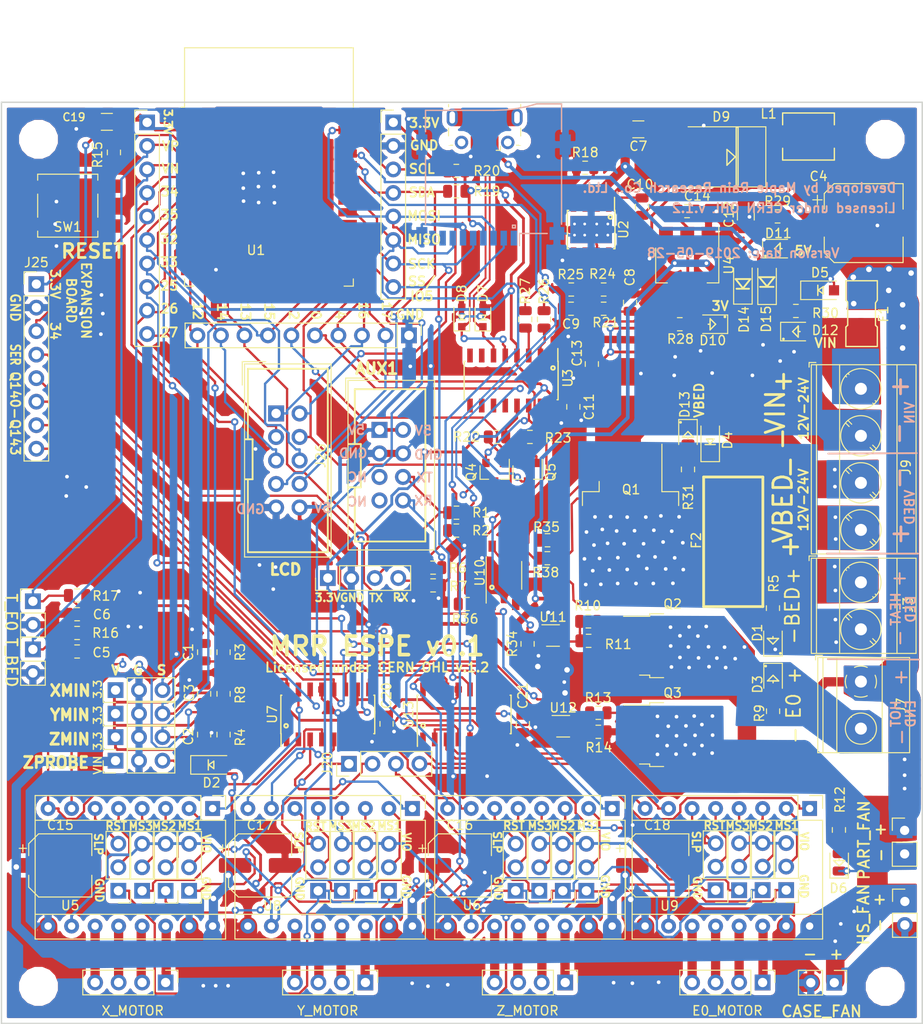
<source format=kicad_pcb>
(kicad_pcb (version 20171130) (host pcbnew 5.0.2-bee76a0~70~ubuntu18.04.1)
  (title_block (title "MRR ESPE") (date 2019-05-28) (rev v0.1))
  (layers (0 F.Cu signal) (31 B.Cu signal) (34 B.Paste user) (35 F.Paste user) (36 B.SilkS user) (37 F.SilkS user) (38 B.Mask user) (39 F.Mask user) (44 Edge.Cuts user))
  (net 0 "")
  (net 1 GND)
  (net 2 X_MIN)
  (net 3 Z_MIN)
  (net 4 Y_MIN)
  (net 5 VIN)
  (net 6 TEMP_BED_PIN)
  (net 7 TEMP_E0_PIN)
  (net 8 "Net-(C8-Pad1)")
  (net 9 COMP)
  (net 10 "Net-(C10-Pad2)")
  (net 11 "Net-(C10-Pad1)")
  (net 12 +3V3)
  (net 13 5V1)
  (net 14 +5V)
  (net 15 "Net-(D1-Pad2)")
  (net 16 "Net-(D1-Pad1)")
  (net 17 "Net-(D2-Pad1)")
  (net 18 "Net-(D3-Pad2)")
  (net 19 "Net-(D3-Pad1)")
  (net 20 VBED)
  (net 21 "Net-(D6-Pad1)")
  (net 22 "Net-(D6-Pad2)")
  (net 23 "Net-(D10-Pad2)")
  (net 24 "Net-(D11-Pad2)")
  (net 25 "Net-(D12-Pad2)")
  (net 26 "Net-(D13-Pad2)")
  (net 27 "Net-(F1-Pad2)")
  (net 28 "Net-(F2-Pad2)")
  (net 29 SS)
  (net 30 MISO)
  (net 31 SCK)
  (net 32 MOSI)
  (net 33 SCL)
  (net 34 SDA)
  (net 35 VUSB)
  (net 36 FAN_E0_PIN)
  (net 37 HEATER_E0_PIN)
  (net 38 IO0)
  (net 39 HEATER_BED_PIN)
  (net 40 "Net-(J21-Pad4)")
  (net 41 "Net-(J21-Pad3)")
  (net 42 "Net-(J21-Pad2)")
  (net 43 "Net-(J21-Pad1)")
  (net 44 "Net-(J22-Pad1)")
  (net 45 "Net-(J22-Pad2)")
  (net 46 "Net-(J22-Pad3)")
  (net 47 "Net-(J22-Pad4)")
  (net 48 "Net-(J23-Pad4)")
  (net 49 "Net-(J23-Pad3)")
  (net 50 "Net-(J23-Pad2)")
  (net 51 "Net-(J23-Pad1)")
  (net 52 "Net-(J24-Pad1)")
  (net 53 "Net-(J24-Pad2)")
  (net 54 "Net-(J24-Pad3)")
  (net 55 "Net-(J24-Pad4)")
  (net 56 X_MS1)
  (net 57 Y_MS1)
  (net 58 Z_MS1)
  (net 59 E0_MS1)
  (net 60 X_MS2)
  (net 61 Y_MS2)
  (net 62 Z_MS2)
  (net 63 E0_MS2)
  (net 64 X_MS3)
  (net 65 Y_MS3)
  (net 66 Z_MS3)
  (net 67 E0_MS3)
  (net 68 X_SLP)
  (net 69 X_RST)
  (net 70 Y_SLP)
  (net 71 Y_RST)
  (net 72 Z_RST)
  (net 73 Z_SLP)
  (net 74 E0_SLP)
  (net 75 E0_RST)
  (net 76 "Net-(Q2-Pad1)")
  (net 77 "Net-(Q3-Pad1)")
  (net 78 "Net-(Q4-Pad1)")
  (net 79 RTS)
  (net 80 EN)
  (net 81 DTR)
  (net 82 "Net-(Q5-Pad1)")
  (net 83 "Net-(R18-Pad2)")
  (net 84 FB)
  (net 85 "Net-(R26-Pad2)")
  (net 86 "Net-(R27-Pad2)")
  (net 87 /D-)
  (net 88 /D+)
  (net 89 UARTD-)
  (net 90 UARTD+)
  (net 91 UART+)
  (net 92 UART-)
  (net 93 TO_HEATER_BED)
  (net 94 TO_HEATER_E0)
  (net 95 TO_FAN_E0)
  (net 96 GNDD)
  (net 97 "Net-(R36-Pad2)")
  (net 98 "Net-(R38-Pad2)")
  (net 99 "Net-(J15-Pad8)")
  (net 100 I2S_DATA)
  (net 101 I2S_BCK)
  (net 102 I2S_WS)
  (net 103 LCD_PINS_D4)
  (net 104 IO34)
  (net 105 BTN_EN1)
  (net 106 BTN_EN2)
  (net 107 BEEPER_PIN)
  (net 108 LCD_PINS_RS)
  (net 109 X_CS)
  (net 110 Y_CS)
  (net 111 Z_CS)
  (net 112 E0_CS)
  (net 113 Q140)
  (net 114 Q141)
  (net 115 Q142)
  (net 116 Q143)
  (net 117 SER)
  (net 118 Q130)
  (net 119 Q129)
  (net 120 Q128)
  (net 121 Q136)
  (net 122 Q135)
  (net 123 Q134)
  (net 124 "Net-(U13-Pad14)")
  (net 125 Q133)
  (net 126 Q132)
  (net 127 Q131)
  (net 128 Q139)
  (net 129 Q138)
  (net 130 Q137)
  (module Connector_PinHeader_2.54mm:PinHeader_1x08_P2.54mm_Vertical (layer F.Cu) (at 48.768 56.642)
    (fp_text reference J25 (at 0 -2.33) (layer F.SilkS))
    (fp_text value EXPANSION)
    (pad 1 thru_hole rect (at 0 0) (size 1.7 1.7) (drill 1) (layers *.Cu *.Mask) (net 12 +3V3))
    (pad 2 thru_hole oval (at 0 2.54) (size 1.7 1.7) (drill 1) (layers *.Cu *.Mask) (net 1 GND))
    (pad 3 thru_hole oval (at 0 5.08) (size 1.7 1.7) (drill 1) (layers *.Cu *.Mask) (net 104 IO34))
    (pad 4 thru_hole oval (at 0 7.62) (size 1.7 1.7) (drill 1) (layers *.Cu *.Mask) (net 113 Q140))
    (pad 5 thru_hole oval (at 0 10.16) (size 1.7 1.7) (drill 1) (layers *.Cu *.Mask) (net 114 Q141))
    (pad 6 thru_hole oval (at 0 12.7) (size 1.7 1.7) (drill 1) (layers *.Cu *.Mask) (net 115 Q142))
    (pad 7 thru_hole oval (at 0 15.24) (size 1.7 1.7) (drill 1) (layers *.Cu *.Mask) (net 116 Q143))
    (pad 8 thru_hole oval (at 0 17.78) (size 1.7 1.7) (drill 1) (layers *.Cu *.Mask) (net 117 SER))
  )
  (module projfp:6x6mmTactileSwitch (layer F.Cu) (at 52.162 48.1689 180)
    (fp_text reference SW1 (at 0 -2.3 180) (layer F.SilkS))
    (fp_text value RESET)
    (pad 2 smd rect (at -4.7 2.1 180) (size 2.1 1.45) (layers F.Cu F.Paste F.Mask) (net 80 EN))
    (pad 2 smd rect (at 4.7 2.2 180) (size 2.1 1.45) (layers F.Cu F.Paste F.Mask) (net 80 EN))
    (pad 1 smd rect (at 4.7 -2.2 180) (size 2.1 1.45) (layers F.Cu F.Paste F.Mask) (net 1 GND))
    (pad 1 smd rect (at -4.7 -2.2 180) (size 2.1 1.45) (layers F.Cu F.Paste F.Mask) (net 1 GND))
  )
  (module Connector_USB:USB_Micro-B_Molex-105017-0001 (layer F.Cu) (at 97.212 39.878 180)
    (fp_text reference J16 hide)
    (fp_text value USB_B_Micro)
    (pad 6 smd rect (at 1 1.2375 180) (size 1.5 1.9) (layers F.Cu F.Paste F.Mask))
    (pad 6 thru_hole circle (at -2.5 -1.4625 180) (size 1.45 1.45) (drill 0.85) (layers *.Cu *.Mask))
    (pad 2 smd rect (at -0.65 -1.4625 180) (size 0.4 1.35) (layers F.Cu F.Paste F.Mask) (net 87 /D-))
    (pad 1 smd rect (at -1.3 -1.4625 180) (size 0.4 1.35) (layers F.Cu F.Paste F.Mask) (net 35 VUSB))
    (pad 5 smd rect (at 1.3 -1.4625 180) (size 0.4 1.35) (layers F.Cu F.Paste F.Mask) (net 1 GND))
    (pad 4 smd rect (at 0.65 -1.4625 180) (size 0.4 1.35) (layers F.Cu F.Paste F.Mask))
    (pad 3 smd rect (at 0 -1.4625 180) (size 0.4 1.35) (layers F.Cu F.Paste F.Mask) (net 88 /D+))
    (pad 6 thru_hole circle (at 2.5 -1.4625 180) (size 1.45 1.45) (drill 0.85) (layers *.Cu *.Mask))
    (pad 6 smd rect (at -1 1.2375 180) (size 1.5 1.9) (layers F.Cu F.Paste F.Mask))
    (pad 6 thru_hole oval (at -3.5 1.2375) (size 1.2 1.9) (drill oval 0.6 1.3) (layers *.Cu *.Mask))
    (pad 6 thru_hole oval (at 3.5 1.2375 180) (size 1.2 1.9) (drill oval 0.6 1.3) (layers *.Cu *.Mask))
    (pad 6 smd rect (at 2.9 1.2375 180) (size 1.2 1.9) (layers F.Cu F.Mask))
    (pad 6 smd rect (at -2.9 1.2375 180) (size 1.2 1.9) (layers F.Cu F.Mask))
  )
  (module Connector_IDC:IDC-Header_2x04_P2.54mm_Vertical (layer F.Cu) (at 85.852 72.39)
    (fp_text reference J15 hide)
    (fp_text value AUX1)
    (pad 8 thru_hole oval (at 2.54 7.62) (size 1.7272 1.7272) (drill 1.016) (layers *.Cu *.Mask) (net 99 "Net-(J15-Pad8)"))
    (pad 7 thru_hole oval (at 0 7.62) (size 1.7272 1.7272) (drill 1.016) (layers *.Cu *.Mask))
    (pad 6 thru_hole oval (at 2.54 5.08) (size 1.7272 1.7272) (drill 1.016) (layers *.Cu *.Mask) (net 90 UARTD+))
    (pad 5 thru_hole oval (at 0 5.08) (size 1.7272 1.7272) (drill 1.016) (layers *.Cu *.Mask))
    (pad 4 thru_hole oval (at 2.54 2.54) (size 1.7272 1.7272) (drill 1.016) (layers *.Cu *.Mask) (net 1 GND))
    (pad 3 thru_hole oval (at 0 2.54) (size 1.7272 1.7272) (drill 1.016) (layers *.Cu *.Mask) (net 1 GND))
    (pad 2 thru_hole oval (at 2.54 0) (size 1.7272 1.7272) (drill 1.016) (layers *.Cu *.Mask) (net 14 +5V))
    (pad 1 thru_hole rect (at 0 0) (size 1.7272 1.7272) (drill 1.016) (layers *.Cu *.Mask) (net 14 +5V))
  )
  (module Capacitor_SMD:C_0805_2012Metric (layer F.Cu) (at 66.9 96.4 270)
    (fp_text reference C1 (at 0 1.7 270) (layer F.SilkS))
    (fp_text value 100nF16V)
    (pad 2 smd roundrect (at 0.9375 0 270) (size 0.975 1.4) (layers F.Cu F.Paste F.Mask) (net 2 X_MIN))
    (pad 1 smd roundrect (at -0.9375 0 270) (size 0.975 1.4) (layers F.Cu F.Paste F.Mask) (net 1 GND))
  )
  (module Capacitor_SMD:C_0805_2012Metric (layer F.Cu) (at 66.9 105.3 270)
    (fp_text reference C2 (at 0.2 1.7 90) (layer F.SilkS))
    (fp_text value 100nF16V)
    (pad 2 smd roundrect (at 0.9375 0 270) (size 0.975 1.4) (layers F.Cu F.Paste F.Mask) (net 3 Z_MIN))
    (pad 1 smd roundrect (at -0.9375 0 270) (size 0.975 1.4) (layers F.Cu F.Paste F.Mask) (net 1 GND))
  )
  (module Capacitor_SMD:C_0805_2012Metric (layer F.Cu) (at 66.9 100.9 270)
    (fp_text reference C3 (at -0.1 1.6 90) (layer F.SilkS))
    (fp_text value 100nF16V)
    (pad 2 smd roundrect (at 0.9375 0 270) (size 0.975 1.4) (layers F.Cu F.Paste F.Mask) (net 4 Y_MIN))
    (pad 1 smd roundrect (at -0.9375 0 270) (size 0.975 1.4) (layers F.Cu F.Paste F.Mask) (net 1 GND))
  )
  (module Capacitor_SMD:CP_Elec_8x10 (layer F.Cu) (at 138.175 50.05)
    (fp_text reference C4 (at -4.875 -5.05) (layer F.SilkS))
    (fp_text value 100uF50V)
    (pad 2 smd roundrect (at 3.25 0) (size 3.5 2.5) (layers F.Cu F.Paste F.Mask) (roundrect_rratio 0.1) (net 1 GND))
    (pad 1 smd roundrect (at -3.25 0) (size 3.5 2.5) (layers F.Cu F.Paste F.Mask) (roundrect_rratio 0.1) (net 5 VIN))
  )
  (module Capacitor_SMD:C_0805_2012Metric (layer F.Cu) (at 53.175 96.325)
    (fp_text reference C5 (at 2.636 0.118) (layer F.SilkS))
    (fp_text value 10uF16V)
    (pad 2 smd roundrect (at 0.9375 0) (size 0.975 1.4) (layers F.Cu F.Paste F.Mask) (net 6 TEMP_BED_PIN))
    (pad 1 smd roundrect (at -0.9375 0) (size 0.975 1.4) (layers F.Cu F.Paste F.Mask) (net 1 GND))
  )
  (module Capacitor_SMD:C_0805_2012Metric (layer F.Cu) (at 53.175 92.3)
    (fp_text reference C6 (at 2.675 0.025) (layer F.SilkS))
    (fp_text value 10uF16V)
    (pad 2 smd roundrect (at 0.9375 0) (size 0.975 1.4) (layers F.Cu F.Paste F.Mask) (net 7 TEMP_E0_PIN))
    (pad 1 smd roundrect (at -0.9375 0) (size 0.975 1.4) (layers F.Cu F.Paste F.Mask) (net 1 GND))
  )
  (module Capacitor_SMD:C_1206_3216Metric (layer F.Cu) (at 113.825 39.925 180)
    (fp_text reference C7 (at 0 -1.82 180) (layer F.SilkS))
    (fp_text value 4.7uF50V)
    (pad 2 smd roundrect (at 1.4 0 180) (size 1.25 1.75) (layers F.Cu F.Paste F.Mask) (roundrect_rratio 0.2) (net 5 VIN))
    (pad 1 smd roundrect (at -1.4 0 180) (size 1.25 1.75) (layers F.Cu F.Paste F.Mask) (roundrect_rratio 0.2) (net 1 GND))
  )
  (module Capacitor_SMD:C_0805_2012Metric (layer F.Cu) (at 112.93 58.64 90)
    (fp_text reference C8 (at 2.74 -0.03 90) (layer F.SilkS))
    (fp_text value 820pF50V)
    (pad 2 smd roundrect (at 0.9375 0 90) (size 0.975 1.4) (layers F.Cu F.Paste F.Mask) (net 1 GND))
    (pad 1 smd roundrect (at -0.9375 0 90) (size 0.975 1.4) (layers F.Cu F.Paste F.Mask) (net 8 "Net-(C8-Pad1)"))
  )
  (module Capacitor_SMD:C_0805_2012Metric (layer F.Cu) (at 106.55 59.3 180)
    (fp_text reference C9 (at 0 -1.65 180) (layer F.SilkS))
    (fp_text value 56pF50V)
    (pad 2 smd roundrect (at 0.9375 0 180) (size 0.975 1.4) (layers F.Cu F.Paste F.Mask) (net 1 GND))
    (pad 1 smd roundrect (at -0.9375 0 180) (size 0.975 1.4) (layers F.Cu F.Paste F.Mask) (net 9 COMP))
  )
  (module Capacitor_SMD:C_0805_2012Metric (layer F.Cu) (at 114.225 48.275 90)
    (fp_text reference C10 (at 2.4 -0.225 180) (layer F.SilkS))
    (fp_text value 100nF50V)
    (pad 2 smd roundrect (at 0.9375 0 90) (size 0.975 1.4) (layers F.Cu F.Paste F.Mask) (net 10 "Net-(C10-Pad2)"))
    (pad 1 smd roundrect (at -0.9375 0 90) (size 0.975 1.4) (layers F.Cu F.Paste F.Mask) (net 11 "Net-(C10-Pad1)"))
  )
  (module Capacitor_SMD:C_0805_2012Metric (layer F.Cu) (at 106.8 69.9 90)
    (fp_text reference C11 (at 0 1.7 90) (layer F.SilkS))
    (fp_text value 1nF16V)
    (pad 2 smd roundrect (at 0.9375 0 90) (size 0.975 1.4) (layers F.Cu F.Paste F.Mask) (net 12 +3V3))
    (pad 1 smd roundrect (at -0.9375 0 90) (size 0.975 1.4) (layers F.Cu F.Paste F.Mask) (net 1 GND))
  )
  (module Capacitor_SMD:C_1206_3216Metric (layer F.Cu) (at 125.44 49.12 90)
    (fp_text reference C12 (at 0 -1.82 90) (layer F.SilkS))
    (fp_text value 47uF16V)
    (pad 2 smd roundrect (at 1.4 0 90) (size 1.25 1.75) (layers F.Cu F.Paste F.Mask) (roundrect_rratio 0.2) (net 13 5V1))
    (pad 1 smd roundrect (at -1.4 0 90) (size 1.25 1.75) (layers F.Cu F.Paste F.Mask) (roundrect_rratio 0.2) (net 1 GND))
  )
  (module Capacitor_SMD:C_0805_2012Metric (layer F.Cu) (at 108.8 65.275 270)
    (fp_text reference C13 (at -1.175 1.6 270) (layer F.SilkS))
    (fp_text value 10uF16V)
    (pad 2 smd roundrect (at 0.9375 0 270) (size 0.975 1.4) (layers F.Cu F.Paste F.Mask) (net 1 GND))
    (pad 1 smd roundrect (at -0.9375 0 270) (size 0.975 1.4) (layers F.Cu F.Paste F.Mask) (net 14 +5V))
  )
  (module Capacitor_SMD:C_0805_2012Metric (layer F.Cu) (at 119.09 48.76)
    (fp_text reference C14 (at 1.1 -1.65) (layer F.SilkS))
    (fp_text value 10uF16V)
    (pad 2 smd roundrect (at 0.9375 0) (size 0.975 1.4) (layers F.Cu F.Paste F.Mask) (net 1 GND))
    (pad 1 smd roundrect (at -0.9375 0) (size 0.975 1.4) (layers F.Cu F.Paste F.Mask) (net 12 +3V3))
  )
  (module Capacitor_SMD:CP_Elec_6.3x7.7 (layer F.Cu) (at 51.354 119.434)
    (fp_text reference C15 (at 0 -4.35) (layer F.SilkS))
    (fp_text value 100uF35V)
    (pad 2 smd roundrect (at 2.7 0) (size 3.5 1.6) (layers F.Cu F.Paste F.Mask) (roundrect_rratio 0.15625) (net 1 GND))
    (pad 1 smd roundrect (at -2.7 0) (size 3.5 1.6) (layers F.Cu F.Paste F.Mask) (roundrect_rratio 0.15625) (net 5 VIN))
  )
  (module Capacitor_SMD:CP_Elec_6.3x7.7 (layer F.Cu) (at 94.534 119.434)
    (fp_text reference C16 (at 0 -4.35) (layer F.SilkS))
    (fp_text value 100uF35V)
    (pad 2 smd roundrect (at 2.7 0) (size 3.5 1.6) (layers F.Cu F.Paste F.Mask) (roundrect_rratio 0.15625) (net 1 GND))
    (pad 1 smd roundrect (at -2.7 0) (size 3.5 1.6) (layers F.Cu F.Paste F.Mask) (roundrect_rratio 0.15625) (net 5 VIN))
  )
  (module Capacitor_SMD:CP_Elec_6.3x7.7 (layer F.Cu) (at 72.944 119.434)
    (fp_text reference C17 (at 0 -4.35) (layer F.SilkS))
    (fp_text value 100uF35V)
    (pad 2 smd roundrect (at 2.7 0) (size 3.5 1.6) (layers F.Cu F.Paste F.Mask) (roundrect_rratio 0.15625) (net 1 GND))
    (pad 1 smd roundrect (at -2.7 0) (size 3.5 1.6) (layers F.Cu F.Paste F.Mask) (roundrect_rratio 0.15625) (net 5 VIN))
  )
  (module Capacitor_SMD:CP_Elec_6.3x7.7 (layer F.Cu) (at 115.87 119.434)
    (fp_text reference C18 (at 0 -4.35) (layer F.SilkS))
    (fp_text value 100uF35V)
    (pad 2 smd roundrect (at 2.7 0) (size 3.5 1.6) (layers F.Cu F.Paste F.Mask) (roundrect_rratio 0.15625) (net 1 GND))
    (pad 1 smd roundrect (at -2.7 0) (size 3.5 1.6) (layers F.Cu F.Paste F.Mask) (roundrect_rratio 0.15625) (net 5 VIN))
  )
  (module MountingHole:MountingHole_3.2mm_M3_DIN965 (layer F.Cu) (at 49 41)
    (fp_text reference H1 hide)
    (fp_text value MountingHole)
    (pad 1 np_thru_hole circle (at 0 0) (size 3.2 3.2) (drill 3.2) (layers *.Cu *.Mask))
  )
  (module MountingHole:MountingHole_3.2mm_M3_DIN965 (layer F.Cu) (at 49 132.5)
    (fp_text reference H2 hide)
    (fp_text value MountingHole)
    (pad 1 np_thru_hole circle (at 0 0) (size 3.2 3.2) (drill 3.2) (layers *.Cu *.Mask))
  )
  (module MountingHole:MountingHole_3.2mm_M3_DIN965 (layer F.Cu) (at 140.5 132.5)
    (fp_text reference H3 hide)
    (fp_text value MountingHole)
    (pad 1 np_thru_hole circle (at 0 0) (size 3.2 3.2) (drill 3.2) (layers *.Cu *.Mask))
  )
  (module MountingHole:MountingHole_3.2mm_M3_DIN965 (layer F.Cu) (at 140.5 41)
    (fp_text reference H4 hide)
    (fp_text value MountingHole)
    (pad 1 np_thru_hole circle (at 0 0) (size 3.2 3.2) (drill 3.2) (layers *.Cu *.Mask))
  )
  (module Connector_PinHeader_2.54mm:PinHeader_1x03_P2.54mm_Vertical (layer F.Cu) (at 57.324 100.498 90)
    (fp_text reference J1 hide)
    (fp_text value X_MIN)
    (pad 3 thru_hole oval (at 0 5.08 90) (size 1.7 1.7) (drill 1) (layers *.Cu *.Mask) (net 2 X_MIN))
    (pad 2 thru_hole oval (at 0 2.54 90) (size 1.7 1.7) (drill 1) (layers *.Cu *.Mask) (net 1 GND))
    (pad 1 thru_hole rect (at 0 0 90) (size 1.7 1.7) (drill 1) (layers *.Cu *.Mask) (net 12 +3V3))
  )
  (module Connector_PinHeader_2.54mm:PinHeader_1x03_P2.54mm_Vertical (layer F.Cu) (at 57.324 105.578 90)
    (fp_text reference J2 hide)
    (fp_text value Z_MIN)
    (pad 3 thru_hole oval (at 0 5.08 90) (size 1.7 1.7) (drill 1) (layers *.Cu *.Mask) (net 3 Z_MIN))
    (pad 2 thru_hole oval (at 0 2.54 90) (size 1.7 1.7) (drill 1) (layers *.Cu *.Mask) (net 1 GND))
    (pad 1 thru_hole rect (at 0 0 90) (size 1.7 1.7) (drill 1) (layers *.Cu *.Mask) (net 12 +3V3))
  )
  (module TerminalBlock_Phoenix:TerminalBlock_Phoenix_MKDS-3-2-5.08_1x02_P5.08mm_Horizontal (layer F.Cu) (at 137.875 88.85 270)
    (fp_text reference J3 (at 2.425 -5.1 270) (layer F.SilkS))
    (fp_text value BED)
    (pad 2 thru_hole circle (at 5.08 0 270) (size 2.6 2.6) (drill 1.3) (layers *.Cu *.Mask) (net 16 "Net-(D1-Pad1)"))
    (pad 1 thru_hole rect (at 0 0 270) (size 2.6 2.6) (drill 1.3) (layers *.Cu *.Mask) (net 20 VBED))
  )
  (module Connector_PinHeader_2.54mm:PinHeader_1x03_P2.54mm_Vertical (layer F.Cu) (at 57.324 103.038 90)
    (fp_text reference J5 hide)
    (fp_text value Y_MIN)
    (pad 3 thru_hole oval (at 0 5.08 90) (size 1.7 1.7) (drill 1) (layers *.Cu *.Mask) (net 4 Y_MIN))
    (pad 2 thru_hole oval (at 0 2.54 90) (size 1.7 1.7) (drill 1) (layers *.Cu *.Mask) (net 1 GND))
    (pad 1 thru_hole rect (at 0 0 90) (size 1.7 1.7) (drill 1) (layers *.Cu *.Mask) (net 12 +3V3))
  )
  (module Connector_PinHeader_2.54mm:PinHeader_1x03_P2.54mm_Vertical (layer F.Cu) (at 57.324 108.118 90)
    (fp_text reference J6 hide)
    (fp_text value Z_PROBE)
    (pad 3 thru_hole oval (at 0 5.08 90) (size 1.7 1.7) (drill 1) (layers *.Cu *.Mask) (net 17 "Net-(D2-Pad1)"))
    (pad 2 thru_hole oval (at 0 2.54 90) (size 1.7 1.7) (drill 1) (layers *.Cu *.Mask) (net 1 GND))
    (pad 1 thru_hole rect (at 0 0 90) (size 1.7 1.7) (drill 1) (layers *.Cu *.Mask) (net 5 VIN))
  )
  (module Connector_PinHeader_2.54mm:PinHeader_1x02_P2.54mm_Vertical (layer F.Cu) (at 135 132.1 270)
    (fp_text reference J8 hide)
    (fp_text value FAN_CASE)
    (pad 2 thru_hole oval (at 0 2.54 270) (size 1.7 1.7) (drill 1) (layers *.Cu *.Mask) (net 1 GND))
    (pad 1 thru_hole rect (at 0 0 270) (size 1.7 1.7) (drill 1) (layers *.Cu *.Mask) (net 5 VIN))
  )
  (module TerminalBlock_Phoenix:TerminalBlock_Phoenix_MKDS-3-4-5.08_1x04_P5.08mm_Horizontal (layer F.Cu) (at 137.875 67.95 270)
    (fp_text reference J9 (at 8.475 -4.875 270) (layer F.SilkS))
    (fp_text value PWR_IN)
    (pad 4 thru_hole circle (at 15.24 0 270) (size 2.6 2.6) (drill 1.3) (layers *.Cu *.Mask) (net 28 "Net-(F2-Pad2)"))
    (pad 3 thru_hole circle (at 10.16 0 270) (size 2.6 2.6) (drill 1.3) (layers *.Cu *.Mask) (net 96 GNDD))
    (pad 2 thru_hole circle (at 5.08 0 270) (size 2.6 2.6) (drill 1.3) (layers *.Cu *.Mask) (net 1 GND))
    (pad 1 thru_hole rect (at 0 0 270) (size 2.6 2.6) (drill 1.3) (layers *.Cu *.Mask) (net 27 "Net-(F1-Pad2)"))
  )
  (module Connector_PinHeader_2.54mm:PinHeader_1x02_P2.54mm_Vertical (layer F.Cu) (at 142.6 115.65)
    (fp_text reference J10 hide)
    (fp_text value PART_FAN)
    (pad 2 thru_hole oval (at 0 2.54) (size 1.7 1.7) (drill 1) (layers *.Cu *.Mask) (net 21 "Net-(D6-Pad1)"))
    (pad 1 thru_hole rect (at 0 0) (size 1.7 1.7) (drill 1) (layers *.Cu *.Mask) (net 5 VIN))
  )
  (module Connector_PinHeader_2.54mm:PinHeader_1x02_P2.54mm_Vertical (layer F.Cu) (at 142.625 123.325)
    (fp_text reference J11 hide)
    (fp_text value FAN_HEATSINK)
    (pad 2 thru_hole oval (at 0 2.54) (size 1.7 1.7) (drill 1) (layers *.Cu *.Mask) (net 1 GND))
    (pad 1 thru_hole rect (at 0 0) (size 1.7 1.7) (drill 1) (layers *.Cu *.Mask) (net 5 VIN))
  )
  (module Connector_PinHeader_2.54mm:PinHeader_1x02_P2.54mm_Vertical (layer F.Cu) (at 48.4 96.1)
    (fp_text reference J12 hide)
    (fp_text value T_BED)
    (pad 2 thru_hole oval (at 0 2.54) (size 1.7 1.7) (drill 1) (layers *.Cu *.Mask) (net 1 GND))
    (pad 1 thru_hole rect (at 0 0) (size 1.7 1.7) (drill 1) (layers *.Cu *.Mask) (net 6 TEMP_BED_PIN))
  )
  (module Connector_PinHeader_2.54mm:PinHeader_1x02_P2.54mm_Vertical (layer F.Cu) (at 48.4 90.9)
    (fp_text reference J13 hide)
    (fp_text value T_E0)
    (pad 2 thru_hole oval (at 0 2.54) (size 1.7 1.7) (drill 1) (layers *.Cu *.Mask) (net 1 GND))
    (pad 1 thru_hole rect (at 0 0) (size 1.7 1.7) (drill 1) (layers *.Cu *.Mask) (net 7 TEMP_E0_PIN))
  )
  (module Connector_PinHeader_2.54mm:PinHeader_1x08_P2.54mm_Vertical (layer F.Cu) (at 87.3409 39.1771)
    (fp_text reference J14 hide)
    (fp_text value I2C/SPI)
    (pad 8 thru_hole oval (at 0 17.78) (size 1.7 1.7) (drill 1) (layers *.Cu *.Mask) (net 29 SS))
    (pad 7 thru_hole oval (at 0 15.24) (size 1.7 1.7) (drill 1) (layers *.Cu *.Mask) (net 31 SCK))
    (pad 6 thru_hole oval (at 0 12.7) (size 1.7 1.7) (drill 1) (layers *.Cu *.Mask) (net 30 MISO))
    (pad 5 thru_hole oval (at 0 10.16) (size 1.7 1.7) (drill 1) (layers *.Cu *.Mask) (net 32 MOSI))
    (pad 4 thru_hole oval (at 0 7.62) (size 1.7 1.7) (drill 1) (layers *.Cu *.Mask) (net 34 SDA))
    (pad 3 thru_hole oval (at 0 5.08) (size 1.7 1.7) (drill 1) (layers *.Cu *.Mask) (net 33 SCL))
    (pad 2 thru_hole oval (at 0 2.54) (size 1.7 1.7) (drill 1) (layers *.Cu *.Mask) (net 1 GND))
    (pad 1 thru_hole rect (at 0 0) (size 1.7 1.7) (drill 1) (layers *.Cu *.Mask) (net 12 +3V3))
  )
  (module Connector_PinHeader_2.54mm:PinHeader_1x04_P2.54mm_Vertical (layer F.Cu) (at 80.264 88.392 90)
    (fp_text reference J17 hide)
    (fp_text value Serial)
    (pad 4 thru_hole oval (at 0 7.62 90) (size 1.7 1.7) (drill 1) (layers *.Cu *.Mask) (net 89 UARTD-))
    (pad 3 thru_hole oval (at 0 5.08 90) (size 1.7 1.7) (drill 1) (layers *.Cu *.Mask) (net 90 UARTD+))
    (pad 2 thru_hole oval (at 0 2.54 90) (size 1.7 1.7) (drill 1) (layers *.Cu *.Mask) (net 1 GND))
    (pad 1 thru_hole rect (at 0 0 90) (size 1.7 1.7) (drill 1) (layers *.Cu *.Mask) (net 12 +3V3))
  )
  (module Connector_PinHeader_2.54mm:PinHeader_1x10_P2.54mm_Vertical (layer F.Cu) (at 60.7374 39.1771)
    (fp_text reference J18 hide)
    (fp_text value PINS_1)
    (pad 10 thru_hole oval (at 0 22.86) (size 1.7 1.7) (drill 1) (layers *.Cu *.Mask) (net 100 I2S_DATA))
    (pad 9 thru_hole oval (at 0 20.32) (size 1.7 1.7) (drill 1) (layers *.Cu *.Mask) (net 101 I2S_BCK))
    (pad 8 thru_hole oval (at 0 17.78) (size 1.7 1.7) (drill 1) (layers *.Cu *.Mask) (net 102 I2S_WS))
    (pad 7 thru_hole oval (at 0 15.24) (size 1.7 1.7) (drill 1) (layers *.Cu *.Mask) (net 2 X_MIN))
    (pad 6 thru_hole oval (at 0 12.7) (size 1.7 1.7) (drill 1) (layers *.Cu *.Mask) (net 103 LCD_PINS_D4))
    (pad 5 thru_hole oval (at 0 10.16) (size 1.7 1.7) (drill 1) (layers *.Cu *.Mask) (net 4 Y_MIN))
    (pad 4 thru_hole oval (at 0 7.62) (size 1.7 1.7) (drill 1) (layers *.Cu *.Mask) (net 104 IO34))
    (pad 3 thru_hole oval (at 0 5.08) (size 1.7 1.7) (drill 1) (layers *.Cu *.Mask) (net 6 TEMP_BED_PIN))
    (pad 2 thru_hole oval (at 0 2.54) (size 1.7 1.7) (drill 1) (layers *.Cu *.Mask) (net 7 TEMP_E0_PIN))
    (pad 1 thru_hole rect (at 0 0) (size 1.7 1.7) (drill 1) (layers *.Cu *.Mask) (net 12 +3V3))
  )
  (module Connector_PinHeader_2.54mm:PinHeader_1x10_P2.54mm_Vertical (layer F.Cu) (at 89.0339 62.1835 270)
    (fp_text reference J19 hide)
    (fp_text value PINS_2)
    (pad 10 thru_hole oval (at 0 22.86 270) (size 1.7 1.7) (drill 1) (layers *.Cu *.Mask) (net 105 BTN_EN1))
    (pad 9 thru_hole oval (at 0 20.32 270) (size 1.7 1.7) (drill 1) (layers *.Cu *.Mask) (net 106 BTN_EN2))
    (pad 8 thru_hole oval (at 0 17.78 270) (size 1.7 1.7) (drill 1) (layers *.Cu *.Mask) (net 36 FAN_E0_PIN))
    (pad 7 thru_hole oval (at 0 15.24 270) (size 1.7 1.7) (drill 1) (layers *.Cu *.Mask) (net 3 Z_MIN))
    (pad 6 thru_hole oval (at 0 12.7 270) (size 1.7 1.7) (drill 1) (layers *.Cu *.Mask) (net 37 HEATER_E0_PIN))
    (pad 5 thru_hole oval (at 0 10.16 270) (size 1.7 1.7) (drill 1) (layers *.Cu *.Mask) (net 38 IO0))
    (pad 4 thru_hole oval (at 0 7.62 270) (size 1.7 1.7) (drill 1) (layers *.Cu *.Mask) (net 39 HEATER_BED_PIN))
    (pad 3 thru_hole oval (at 0 5.08 270) (size 1.7 1.7) (drill 1) (layers *.Cu *.Mask) (net 107 BEEPER_PIN))
    (pad 2 thru_hole oval (at 0 2.54 270) (size 1.7 1.7) (drill 1) (layers *.Cu *.Mask) (net 108 LCD_PINS_RS))
    (pad 1 thru_hole rect (at 0 0 270) (size 1.7 1.7) (drill 1) (layers *.Cu *.Mask) (net 1 GND))
  )
  (module Connector_PinHeader_2.54mm:PinHeader_1x04_P2.54mm_Vertical (layer F.Cu) (at 62.738 132.08 270)
    (fp_text reference J21 hide)
    (fp_text value X_MOTOR (at 3.048 3.556) (layer F.SilkS))
    (pad 4 thru_hole oval (at 0 7.62 270) (size 1.7 1.7) (drill 1) (layers *.Cu *.Mask) (net 40 "Net-(J21-Pad4)"))
    (pad 3 thru_hole oval (at 0 5.08 270) (size 1.7 1.7) (drill 1) (layers *.Cu *.Mask) (net 41 "Net-(J21-Pad3)"))
    (pad 2 thru_hole oval (at 0 2.54 270) (size 1.7 1.7) (drill 1) (layers *.Cu *.Mask) (net 42 "Net-(J21-Pad2)"))
    (pad 1 thru_hole rect (at 0 0 270) (size 1.7 1.7) (drill 1) (layers *.Cu *.Mask) (net 43 "Net-(J21-Pad1)"))
  )
  (module Connector_PinHeader_2.54mm:PinHeader_1x04_P2.54mm_Vertical (layer F.Cu) (at 105.918 132.08 270)
    (fp_text reference J22 hide)
    (fp_text value Z_MOTOR (at 3.048 4.064) (layer F.SilkS))
    (pad 4 thru_hole oval (at 0 7.62 270) (size 1.7 1.7) (drill 1) (layers *.Cu *.Mask) (net 47 "Net-(J22-Pad4)"))
    (pad 3 thru_hole oval (at 0 5.08 270) (size 1.7 1.7) (drill 1) (layers *.Cu *.Mask) (net 46 "Net-(J22-Pad3)"))
    (pad 2 thru_hole oval (at 0 2.54 270) (size 1.7 1.7) (drill 1) (layers *.Cu *.Mask) (net 45 "Net-(J22-Pad2)"))
    (pad 1 thru_hole rect (at 0 0 270) (size 1.7 1.7) (drill 1) (layers *.Cu *.Mask) (net 44 "Net-(J22-Pad1)"))
  )
  (module Connector_PinHeader_2.54mm:PinHeader_1x04_P2.54mm_Vertical (layer F.Cu) (at 84.328 132.08 270)
    (fp_text reference J23 hide)
    (fp_text value Y_MOTOR (at 3.048 4.064) (layer F.SilkS))
    (pad 4 thru_hole oval (at 0 7.62 270) (size 1.7 1.7) (drill 1) (layers *.Cu *.Mask) (net 48 "Net-(J23-Pad4)"))
    (pad 3 thru_hole oval (at 0 5.08 270) (size 1.7 1.7) (drill 1) (layers *.Cu *.Mask) (net 49 "Net-(J23-Pad3)"))
    (pad 2 thru_hole oval (at 0 2.54 270) (size 1.7 1.7) (drill 1) (layers *.Cu *.Mask) (net 50 "Net-(J23-Pad2)"))
    (pad 1 thru_hole rect (at 0 0 270) (size 1.7 1.7) (drill 1) (layers *.Cu *.Mask) (net 51 "Net-(J23-Pad1)"))
  )
  (module Connector_PinHeader_2.54mm:PinHeader_1x04_P2.54mm_Vertical (layer F.Cu) (at 127.254 132.08 270)
    (fp_text reference J24 hide)
    (fp_text value E0_MOTOR (at 3.048 3.81) (layer F.SilkS))
    (pad 4 thru_hole oval (at 0 7.62 270) (size 1.7 1.7) (drill 1) (layers *.Cu *.Mask) (net 55 "Net-(J24-Pad4)"))
    (pad 3 thru_hole oval (at 0 5.08 270) (size 1.7 1.7) (drill 1) (layers *.Cu *.Mask) (net 54 "Net-(J24-Pad3)"))
    (pad 2 thru_hole oval (at 0 2.54 270) (size 1.7 1.7) (drill 1) (layers *.Cu *.Mask) (net 53 "Net-(J24-Pad2)"))
    (pad 1 thru_hole rect (at 0 0 270) (size 1.7 1.7) (drill 1) (layers *.Cu *.Mask) (net 52 "Net-(J24-Pad1)"))
  )
  (module Connector_PinHeader_2.54mm:PinHeader_1x03_P2.54mm_Vertical (layer F.Cu) (at 65.278 122.174 180)
    (fp_text reference JP1 hide)
    (fp_text value X_MS1)
    (pad 3 thru_hole oval (at 0 5.08 180) (size 1.7 1.7) (drill 1) (layers *.Cu *.Mask) (net 12 +3V3))
    (pad 2 thru_hole oval (at 0 2.54 180) (size 1.7 1.7) (drill 1) (layers *.Cu *.Mask) (net 56 X_MS1))
    (pad 1 thru_hole rect (at 0 0 180) (size 1.7 1.7) (drill 1) (layers *.Cu *.Mask) (net 32 MOSI))
  )
  (module Connector_PinHeader_2.54mm:PinHeader_1x03_P2.54mm_Vertical (layer F.Cu) (at 86.868 122.174 180)
    (fp_text reference JP2 hide)
    (fp_text value Y_MS1)
    (pad 3 thru_hole oval (at 0 5.08 180) (size 1.7 1.7) (drill 1) (layers *.Cu *.Mask) (net 12 +3V3))
    (pad 2 thru_hole oval (at 0 2.54 180) (size 1.7 1.7) (drill 1) (layers *.Cu *.Mask) (net 57 Y_MS1))
    (pad 1 thru_hole rect (at 0 0 180) (size 1.7 1.7) (drill 1) (layers *.Cu *.Mask) (net 32 MOSI))
  )
  (module Connector_PinHeader_2.54mm:PinHeader_1x03_P2.54mm_Vertical (layer F.Cu) (at 108.204 122.174 180)
    (fp_text reference JP3 hide)
    (fp_text value Z_MS1)
    (pad 3 thru_hole oval (at 0 5.08 180) (size 1.7 1.7) (drill 1) (layers *.Cu *.Mask) (net 12 +3V3))
    (pad 2 thru_hole oval (at 0 2.54 180) (size 1.7 1.7) (drill 1) (layers *.Cu *.Mask) (net 58 Z_MS1))
    (pad 1 thru_hole rect (at 0 0 180) (size 1.7 1.7) (drill 1) (layers *.Cu *.Mask) (net 32 MOSI))
  )
  (module Connector_PinHeader_2.54mm:PinHeader_1x03_P2.54mm_Vertical (layer F.Cu) (at 129.8 122.1 180)
    (fp_text reference JP4 hide)
    (fp_text value E0_MS1)
    (pad 3 thru_hole oval (at 0 5.08 180) (size 1.7 1.7) (drill 1) (layers *.Cu *.Mask) (net 12 +3V3))
    (pad 2 thru_hole oval (at 0 2.54 180) (size 1.7 1.7) (drill 1) (layers *.Cu *.Mask) (net 59 E0_MS1))
    (pad 1 thru_hole rect (at 0 0 180) (size 1.7 1.7) (drill 1) (layers *.Cu *.Mask) (net 32 MOSI))
  )
  (module Connector_PinHeader_2.54mm:PinHeader_1x03_P2.54mm_Vertical (layer F.Cu) (at 62.738 122.174 180)
    (fp_text reference JP5 hide)
    (fp_text value X_MS2)
    (pad 3 thru_hole oval (at 0 5.08 180) (size 1.7 1.7) (drill 1) (layers *.Cu *.Mask) (net 12 +3V3))
    (pad 2 thru_hole oval (at 0 2.54 180) (size 1.7 1.7) (drill 1) (layers *.Cu *.Mask) (net 60 X_MS2))
    (pad 1 thru_hole rect (at 0 0 180) (size 1.7 1.7) (drill 1) (layers *.Cu *.Mask) (net 31 SCK))
  )
  (module Connector_PinHeader_2.54mm:PinHeader_1x03_P2.54mm_Vertical (layer F.Cu) (at 84.328 122.174 180)
    (fp_text reference JP6 hide)
    (fp_text value Y_MS2)
    (pad 3 thru_hole oval (at 0 5.08 180) (size 1.7 1.7) (drill 1) (layers *.Cu *.Mask) (net 12 +3V3))
    (pad 2 thru_hole oval (at 0 2.54 180) (size 1.7 1.7) (drill 1) (layers *.Cu *.Mask) (net 61 Y_MS2))
    (pad 1 thru_hole rect (at 0 0 180) (size 1.7 1.7) (drill 1) (layers *.Cu *.Mask) (net 31 SCK))
  )
  (module Connector_PinHeader_2.54mm:PinHeader_1x03_P2.54mm_Vertical (layer F.Cu) (at 105.664 122.174 180)
    (fp_text reference JP7 hide)
    (fp_text value Z_MS2)
    (pad 3 thru_hole oval (at 0 5.08 180) (size 1.7 1.7) (drill 1) (layers *.Cu *.Mask) (net 12 +3V3))
    (pad 2 thru_hole oval (at 0 2.54 180) (size 1.7 1.7) (drill 1) (layers *.Cu *.Mask) (net 62 Z_MS2))
    (pad 1 thru_hole rect (at 0 0 180) (size 1.7 1.7) (drill 1) (layers *.Cu *.Mask) (net 31 SCK))
  )
  (module Connector_PinHeader_2.54mm:PinHeader_1x03_P2.54mm_Vertical (layer F.Cu) (at 127.254 122.1 180)
    (fp_text reference JP8 hide)
    (fp_text value E0_MS2)
    (pad 3 thru_hole oval (at 0 5.08 180) (size 1.7 1.7) (drill 1) (layers *.Cu *.Mask) (net 12 +3V3))
    (pad 2 thru_hole oval (at 0 2.54 180) (size 1.7 1.7) (drill 1) (layers *.Cu *.Mask) (net 63 E0_MS2))
    (pad 1 thru_hole rect (at 0 0 180) (size 1.7 1.7) (drill 1) (layers *.Cu *.Mask) (net 31 SCK))
  )
  (module Connector_PinHeader_2.54mm:PinHeader_1x03_P2.54mm_Vertical (layer F.Cu) (at 60.198 122.174 180)
    (fp_text reference JP9 hide)
    (fp_text value X_MS3)
    (pad 3 thru_hole oval (at 0 5.08 180) (size 1.7 1.7) (drill 1) (layers *.Cu *.Mask) (net 12 +3V3))
    (pad 2 thru_hole oval (at 0 2.54 180) (size 1.7 1.7) (drill 1) (layers *.Cu *.Mask) (net 64 X_MS3))
    (pad 1 thru_hole rect (at 0 0 180) (size 1.7 1.7) (drill 1) (layers *.Cu *.Mask) (net 109 X_CS))
  )
  (module Connector_PinHeader_2.54mm:PinHeader_1x03_P2.54mm_Vertical (layer F.Cu) (at 81.788 122.174 180)
    (fp_text reference JP10 hide)
    (fp_text value Y_MS3)
    (pad 3 thru_hole oval (at 0 5.08 180) (size 1.7 1.7) (drill 1) (layers *.Cu *.Mask) (net 12 +3V3))
    (pad 2 thru_hole oval (at 0 2.54 180) (size 1.7 1.7) (drill 1) (layers *.Cu *.Mask) (net 65 Y_MS3))
    (pad 1 thru_hole rect (at 0 0 180) (size 1.7 1.7) (drill 1) (layers *.Cu *.Mask) (net 110 Y_CS))
  )
  (module Connector_PinHeader_2.54mm:PinHeader_1x03_P2.54mm_Vertical (layer F.Cu) (at 103.124 122.174 180)
    (fp_text reference JP11 hide)
    (fp_text value Z_MS3)
    (pad 3 thru_hole oval (at 0 5.08 180) (size 1.7 1.7) (drill 1) (layers *.Cu *.Mask) (net 12 +3V3))
    (pad 2 thru_hole oval (at 0 2.54 180) (size 1.7 1.7) (drill 1) (layers *.Cu *.Mask) (net 66 Z_MS3))
    (pad 1 thru_hole rect (at 0 0 180) (size 1.7 1.7) (drill 1) (layers *.Cu *.Mask) (net 111 Z_CS))
  )
  (module Connector_PinHeader_2.54mm:PinHeader_1x03_P2.54mm_Vertical (layer F.Cu) (at 124.714 122.112 180)
    (fp_text reference JP12 hide)
    (fp_text value E0_MS3)
    (pad 3 thru_hole oval (at 0 5.08 180) (size 1.7 1.7) (drill 1) (layers *.Cu *.Mask) (net 12 +3V3))
    (pad 2 thru_hole oval (at 0 2.54 180) (size 1.7 1.7) (drill 1) (layers *.Cu *.Mask) (net 67 E0_MS3))
    (pad 1 thru_hole rect (at 0 0 180) (size 1.7 1.7) (drill 1) (layers *.Cu *.Mask) (net 112 E0_CS))
  )
  (module Connector_PinHeader_2.54mm:PinHeader_1x03_P2.54mm_Vertical (layer F.Cu) (at 57.633 122.166 180)
    (fp_text reference JP13 hide)
    (fp_text value X_RST)
    (pad 3 thru_hole oval (at 0 5.08 180) (size 1.7 1.7) (drill 1) (layers *.Cu *.Mask) (net 68 X_SLP))
    (pad 2 thru_hole oval (at 0 2.54 180) (size 1.7 1.7) (drill 1) (layers *.Cu *.Mask) (net 69 X_RST))
    (pad 1 thru_hole rect (at 0 0 180) (size 1.7 1.7) (drill 1) (layers *.Cu *.Mask) (net 30 MISO))
  )
  (module Connector_PinHeader_2.54mm:PinHeader_1x03_P2.54mm_Vertical (layer F.Cu) (at 79.223 122.174 180)
    (fp_text reference JP14 hide)
    (fp_text value Y_RST)
    (pad 3 thru_hole oval (at 0 5.08 180) (size 1.7 1.7) (drill 1) (layers *.Cu *.Mask) (net 70 Y_SLP))
    (pad 2 thru_hole oval (at 0 2.54 180) (size 1.7 1.7) (drill 1) (layers *.Cu *.Mask) (net 71 Y_RST))
    (pad 1 thru_hole rect (at 0 0 180) (size 1.7 1.7) (drill 1) (layers *.Cu *.Mask) (net 30 MISO))
  )
  (module Connector_PinHeader_2.54mm:PinHeader_1x03_P2.54mm_Vertical (layer F.Cu) (at 100.559 122.174 180)
    (fp_text reference JP15 hide)
    (fp_text value Z_RST)
    (pad 3 thru_hole oval (at 0 5.08 180) (size 1.7 1.7) (drill 1) (layers *.Cu *.Mask) (net 73 Z_SLP))
    (pad 2 thru_hole oval (at 0 2.54 180) (size 1.7 1.7) (drill 1) (layers *.Cu *.Mask) (net 72 Z_RST))
    (pad 1 thru_hole rect (at 0 0 180) (size 1.7 1.7) (drill 1) (layers *.Cu *.Mask) (net 30 MISO))
  )
  (module Connector_PinHeader_2.54mm:PinHeader_1x03_P2.54mm_Vertical (layer F.Cu) (at 122.174 122.112 180)
    (fp_text reference JP16 hide)
    (fp_text value E0_RST)
    (pad 3 thru_hole oval (at 0 5.08 180) (size 1.7 1.7) (drill 1) (layers *.Cu *.Mask) (net 74 E0_SLP))
    (pad 2 thru_hole oval (at 0 2.54 180) (size 1.7 1.7) (drill 1) (layers *.Cu *.Mask) (net 75 E0_RST))
    (pad 1 thru_hole rect (at 0 0 180) (size 1.7 1.7) (drill 1) (layers *.Cu *.Mask) (net 30 MISO))
  )
  (module Package_TO_SOT_SMD:TO-263-2 (layer F.Cu) (at 112.98 82.01 270)
    (fp_text reference Q1 (at -3.18 -0.06) (layer F.SilkS))
    (fp_text value IRLS3034PBF)
    (pad 2 smd rect (at 3.375 0 270) (size 9.4 10.8) (layers F.Cu F.Mask) (net 16 "Net-(D1-Pad1)"))
    (pad 3 smd rect (at -5.775 2.54 270) (size 4.6 1.1) (layers F.Cu F.Paste F.Mask) (net 96 GNDD))
    (pad 1 smd rect (at -5.775 -2.54 270) (size 4.6 1.1) (layers F.Cu F.Paste F.Mask) (net 93 TO_HEATER_BED))
  )
  (module Package_TO_SOT_SMD:TO-252-2 (layer F.Cu) (at 117.525 95.7)
    (fp_text reference Q2 (at 0 -4.5) (layer F.SilkS))
    (fp_text value IRLR8743TRPBF)
    (pad 2 smd rect (at 2.1 0) (size 6.4 5.8) (layers F.Cu F.Mask) (net 19 "Net-(D3-Pad1)"))
    (pad 3 smd rect (at -4.2 2.28) (size 2.2 1.2) (layers F.Cu F.Paste F.Mask) (net 1 GND))
    (pad 1 smd rect (at -4.2 -2.28) (size 2.2 1.2) (layers F.Cu F.Paste F.Mask) (net 76 "Net-(Q2-Pad1)"))
  )
  (module Package_TO_SOT_SMD:TO-252-2 (layer F.Cu) (at 117.525 105.3)
    (fp_text reference Q3 (at 0 -4.5) (layer F.SilkS))
    (fp_text value IRLR8743TRPBF)
    (pad 2 smd rect (at 2.1 0) (size 6.4 5.8) (layers F.Cu F.Mask) (net 21 "Net-(D6-Pad1)"))
    (pad 3 smd rect (at -4.2 2.28) (size 2.2 1.2) (layers F.Cu F.Paste F.Mask) (net 1 GND))
    (pad 1 smd rect (at -4.2 -2.28) (size 2.2 1.2) (layers F.Cu F.Paste F.Mask) (net 77 "Net-(Q3-Pad1)"))
  )
  (module Package_TO_SOT_SMD:SOT-23 (layer F.Cu) (at 98.298 76.962 270)
    (fp_text reference Q4 (at 0 2.54 270) (layer F.SilkS))
    (fp_text value S9014)
    (pad 3 smd rect (at 1 0 270) (size 0.9 0.8) (layers F.Cu F.Paste F.Mask) (net 80 EN))
    (pad 2 smd rect (at -1 0.95 270) (size 0.9 0.8) (layers F.Cu F.Paste F.Mask) (net 79 RTS))
    (pad 1 smd rect (at -1 -0.95 270) (size 0.9 0.8) (layers F.Cu F.Paste F.Mask) (net 78 "Net-(Q4-Pad1)"))
  )
  (module Package_TO_SOT_SMD:SOT-23 (layer F.Cu) (at 101.854 76.962 270)
    (fp_text reference Q5 (at 0 -2.5 270) (layer F.SilkS))
    (fp_text value S9014)
    (pad 3 smd rect (at 1 0 270) (size 0.9 0.8) (layers F.Cu F.Paste F.Mask) (net 38 IO0))
    (pad 2 smd rect (at -1 0.95 270) (size 0.9 0.8) (layers F.Cu F.Paste F.Mask) (net 81 DTR))
    (pad 1 smd rect (at -1 -0.95 270) (size 0.9 0.8) (layers F.Cu F.Paste F.Mask) (net 82 "Net-(Q5-Pad1)"))
  )
  (module Resistor_SMD:R_0805_2012Metric (layer F.Cu) (at 94.17 81.332 180)
    (fp_text reference R1 (at -2.667 0 180) (layer F.SilkS))
    (fp_text value 0R)
    (pad 2 smd roundrect (at 0.9375 0 180) (size 0.975 1.4) (layers F.Cu F.Paste F.Mask) (net 90 UARTD+))
    (pad 1 smd roundrect (at -0.9375 0 180) (size 0.975 1.4) (layers F.Cu F.Paste F.Mask) (net 91 UART+))
  )
  (module Resistor_SMD:R_0805_2012Metric (layer F.Cu) (at 94.16 83.262 180)
    (fp_text reference R2 (at -2.667 0 180) (layer F.SilkS))
    (fp_text value 0R)
    (pad 2 smd roundrect (at 0.9375 0 180) (size 0.975 1.4) (layers F.Cu F.Paste F.Mask) (net 89 UARTD-))
    (pad 1 smd roundrect (at -0.9375 0 180) (size 0.975 1.4) (layers F.Cu F.Paste F.Mask) (net 92 UART-))
  )
  (module Resistor_SMD:R_0805_2012Metric (layer F.Cu) (at 69 96.4 90)
    (fp_text reference R3 (at 0 1.8 90) (layer F.SilkS))
    (fp_text value 10K)
    (pad 2 smd roundrect (at 0.9375 0 90) (size 0.975 1.4) (layers F.Cu F.Paste F.Mask) (net 12 +3V3))
    (pad 1 smd roundrect (at -0.9375 0 90) (size 0.975 1.4) (layers F.Cu F.Paste F.Mask) (net 2 X_MIN))
  )
  (module Resistor_SMD:R_0805_2012Metric (layer F.Cu) (at 69 105.3 90)
    (fp_text reference R4 (at -0.3 1.8 90) (layer F.SilkS))
    (fp_text value 10K)
    (pad 2 smd roundrect (at 0.9375 0 90) (size 0.975 1.4) (layers F.Cu F.Paste F.Mask) (net 12 +3V3))
    (pad 1 smd roundrect (at -0.9375 0 90) (size 0.975 1.4) (layers F.Cu F.Paste F.Mask) (net 3 Z_MIN))
  )
  (module Resistor_SMD:R_0805_2012Metric (layer F.Cu) (at 128.37 91.64 90)
    (fp_text reference R5 (at 2.66 0.09 90) (layer F.SilkS))
    (fp_text value 2.2K)
    (pad 2 smd roundrect (at 0.9375 0 90) (size 0.975 1.4) (layers F.Cu F.Paste F.Mask) (net 20 VBED))
    (pad 1 smd roundrect (at -0.9375 0 90) (size 0.975 1.4) (layers F.Cu F.Paste F.Mask) (net 15 "Net-(D1-Pad2)"))
  )
  (module Resistor_SMD:R_0805_2012Metric (layer F.Cu) (at 69 100.9 90)
    (fp_text reference R8 (at -0.1 1.8 90) (layer F.SilkS))
    (fp_text value 10K)
    (pad 2 smd roundrect (at 0.9375 0 90) (size 0.975 1.4) (layers F.Cu F.Paste F.Mask) (net 12 +3V3))
    (pad 1 smd roundrect (at -0.9375 0 90) (size 0.975 1.4) (layers F.Cu F.Paste F.Mask) (net 4 Y_MIN))
  )
  (module Resistor_SMD:R_0805_2012Metric (layer F.Cu) (at 128.385 102.775 270)
    (fp_text reference R9 (at 0.225 1.475 270) (layer F.SilkS))
    (fp_text value 2.2K)
    (pad 2 smd roundrect (at 0.9375 0 270) (size 0.975 1.4) (layers F.Cu F.Paste F.Mask) (net 5 VIN))
    (pad 1 smd roundrect (at -0.9375 0 270) (size 0.975 1.4) (layers F.Cu F.Paste F.Mask) (net 18 "Net-(D3-Pad2)"))
  )
  (module Resistor_SMD:R_0805_2012Metric (layer F.Cu) (at 108.425 93.075 180)
    (fp_text reference R10 (at 0.075 1.7 180) (layer F.SilkS))
    (fp_text value 10R)
    (pad 2 smd roundrect (at 0.9375 0 180) (size 0.975 1.4) (layers F.Cu F.Paste F.Mask) (net 94 TO_HEATER_E0))
    (pad 1 smd roundrect (at -0.9375 0 180) (size 0.975 1.4) (layers F.Cu F.Paste F.Mask) (net 76 "Net-(Q2-Pad1)"))
  )
  (module Resistor_SMD:R_0805_2012Metric (layer F.Cu) (at 108.45 95.175 180)
    (fp_text reference R11 (at -3.2 -0.375 180) (layer F.SilkS))
    (fp_text value 100K)
    (pad 2 smd roundrect (at 0.9375 0 180) (size 0.975 1.4) (layers F.Cu F.Paste F.Mask) (net 94 TO_HEATER_E0))
    (pad 1 smd roundrect (at -0.9375 0 180) (size 0.975 1.4) (layers F.Cu F.Paste F.Mask) (net 1 GND))
  )
  (module Resistor_SMD:R_0805_2012Metric (layer F.Cu) (at 135.5 115.6 90)
    (fp_text reference R12 (at 3.263 0.114 90) (layer F.SilkS))
    (fp_text value 2.2K)
    (pad 2 smd roundrect (at 0.9375 0 90) (size 0.975 1.4) (layers F.Cu F.Paste F.Mask) (net 5 VIN))
    (pad 1 smd roundrect (at -0.9375 0 90) (size 0.975 1.4) (layers F.Cu F.Paste F.Mask) (net 22 "Net-(D6-Pad2)"))
  )
  (module Resistor_SMD:R_0805_2012Metric (layer F.Cu) (at 109.5 102.95 180)
    (fp_text reference R13 (at 0.025 1.625 180) (layer F.SilkS))
    (fp_text value 10R)
    (pad 2 smd roundrect (at 0.9375 0 180) (size 0.975 1.4) (layers F.Cu F.Paste F.Mask) (net 95 TO_FAN_E0))
    (pad 1 smd roundrect (at -0.9375 0 180) (size 0.975 1.4) (layers F.Cu F.Paste F.Mask) (net 77 "Net-(Q3-Pad1)"))
  )
  (module Resistor_SMD:R_0805_2012Metric (layer F.Cu) (at 109.5 105 180)
    (fp_text reference R14 (at -0.05 -1.7 180) (layer F.SilkS))
    (fp_text value 100K)
    (pad 2 smd roundrect (at 0.9375 0 180) (size 0.975 1.4) (layers F.Cu F.Paste F.Mask) (net 95 TO_FAN_E0))
    (pad 1 smd roundrect (at -0.9375 0 180) (size 0.975 1.4) (layers F.Cu F.Paste F.Mask) (net 1 GND))
  )
  (module Resistor_SMD:R_0805_2012Metric (layer F.Cu) (at 57.15 42.418 270)
    (fp_text reference R15 (at 0.254 1.778 270) (layer F.SilkS))
    (fp_text value 12K)
    (pad 2 smd roundrect (at 0.9375 0 270) (size 0.975 1.4) (layers F.Cu F.Paste F.Mask) (net 80 EN))
    (pad 1 smd roundrect (at -0.9375 0 270) (size 0.975 1.4) (layers F.Cu F.Paste F.Mask) (net 12 +3V3))
  )
  (module Resistor_SMD:R_0805_2012Metric (layer F.Cu) (at 53.175 94.325 180)
    (fp_text reference R16 (at -3.075 0 180) (layer F.SilkS))
    (fp_text value 4.7K)
    (pad 2 smd roundrect (at 0.9375 0 180) (size 0.975 1.4) (layers F.Cu F.Paste F.Mask) (net 6 TEMP_BED_PIN))
    (pad 1 smd roundrect (at -0.9375 0 180) (size 0.975 1.4) (layers F.Cu F.Paste F.Mask) (net 12 +3V3))
  )
  (module Resistor_SMD:R_0805_2012Metric (layer F.Cu) (at 53.175 90.275 180)
    (fp_text reference R17 (at -3.1 -0.05 180) (layer F.SilkS))
    (fp_text value 4.7K)
    (pad 2 smd roundrect (at 0.9375 0 180) (size 0.975 1.4) (layers F.Cu F.Paste F.Mask) (net 7 TEMP_E0_PIN))
    (pad 1 smd roundrect (at -0.9375 0 180) (size 0.975 1.4) (layers F.Cu F.Paste F.Mask) (net 12 +3V3))
  )
  (module Resistor_SMD:R_0805_2012Metric (layer F.Cu) (at 108.075 44.075)
    (fp_text reference R18 (at 0 -1.65) (layer F.SilkS))
    (fp_text value 73.2K)
    (pad 2 smd roundrect (at 0.9375 0) (size 0.975 1.4) (layers F.Cu F.Paste F.Mask) (net 83 "Net-(R18-Pad2)"))
    (pad 1 smd roundrect (at -0.9375 0) (size 0.975 1.4) (layers F.Cu F.Paste F.Mask) (net 1 GND))
  )
  (module Resistor_SMD:R_0805_2012Metric (layer F.Cu) (at 94.1549 46.6171)
    (fp_text reference R19 (at 3.302 0) (layer F.SilkS))
    (fp_text value 4.7K)
    (pad 2 smd roundrect (at 0.9375 0) (size 0.975 1.4) (layers F.Cu F.Paste F.Mask) (net 12 +3V3))
    (pad 1 smd roundrect (at -0.9375 0) (size 0.975 1.4) (layers F.Cu F.Paste F.Mask) (net 34 SDA))
  )
  (module Resistor_SMD:R_0805_2012Metric (layer F.Cu) (at 94.1549 44.4171)
    (fp_text reference R20 (at 3.302 0) (layer F.SilkS))
    (fp_text value 4.7K)
    (pad 2 smd roundrect (at 0.9375 0) (size 0.975 1.4) (layers F.Cu F.Paste F.Mask) (net 12 +3V3))
    (pad 1 smd roundrect (at -0.9375 0) (size 0.975 1.4) (layers F.Cu F.Paste F.Mask) (net 33 SCL))
  )
  (module Resistor_SMD:R_0805_2012Metric (layer F.Cu) (at 110.075 59.3)
    (fp_text reference R21 (at 0.225 1.5) (layer F.SilkS))
    (fp_text value 23.7K)
    (pad 2 smd roundrect (at 0.9375 0) (size 0.975 1.4) (layers F.Cu F.Paste F.Mask) (net 8 "Net-(C8-Pad1)"))
    (pad 1 smd roundrect (at -0.9375 0) (size 0.975 1.4) (layers F.Cu F.Paste F.Mask) (net 9 COMP))
  )
  (module Resistor_SMD:R_0805_2012Metric (layer F.Cu) (at 98.552 73.152)
    (fp_text reference R22 (at -3.302 0) (layer F.SilkS))
    (fp_text value 12K)
    (pad 2 smd roundrect (at 0.9375 0) (size 0.975 1.4) (layers F.Cu F.Paste F.Mask) (net 81 DTR))
    (pad 1 smd roundrect (at -0.9375 0) (size 0.975 1.4) (layers F.Cu F.Paste F.Mask) (net 78 "Net-(Q4-Pad1)"))
  )
  (module Resistor_SMD:R_0805_2012Metric (layer F.Cu) (at 102.108 73.152)
    (fp_text reference R23 (at 3.042 0.098) (layer F.SilkS))
    (fp_text value 12K)
    (pad 2 smd roundrect (at 0.9375 0) (size 0.975 1.4) (layers F.Cu F.Paste F.Mask) (net 79 RTS))
    (pad 1 smd roundrect (at -0.9375 0) (size 0.975 1.4) (layers F.Cu F.Paste F.Mask) (net 82 "Net-(Q5-Pad1)"))
  )
  (module Resistor_SMD:R_0805_2012Metric (layer F.Cu) (at 110.075 57.225 180)
    (fp_text reference R24 (at 0.125 1.675 180) (layer F.SilkS))
    (fp_text value 60.4K)
    (pad 2 smd roundrect (at 0.9375 0 180) (size 0.975 1.4) (layers F.Cu F.Paste F.Mask) (net 84 FB))
    (pad 1 smd roundrect (at -0.9375 0 180) (size 0.975 1.4) (layers F.Cu F.Paste F.Mask) (net 13 5V1))
  )
  (module Resistor_SMD:R_0805_2012Metric (layer F.Cu) (at 106.575 57.225 180)
    (fp_text reference R25 (at 0.05 1.625 180) (layer F.SilkS))
    (fp_text value 11.5K)
    (pad 2 smd roundrect (at 0.9375 0 180) (size 0.975 1.4) (layers F.Cu F.Paste F.Mask) (net 1 GND))
    (pad 1 smd roundrect (at -0.9375 0 180) (size 0.975 1.4) (layers F.Cu F.Paste F.Mask) (net 84 FB))
  )
  (module Resistor_SMD:R_0805_2012Metric (layer F.Cu) (at 103.632 60.452 270)
    (fp_text reference R26 (at -3.048 0 270) (layer F.SilkS))
    (fp_text value 0R)
    (pad 2 smd roundrect (at 0.9375 0 270) (size 0.975 1.4) (layers F.Cu F.Paste F.Mask) (net 85 "Net-(R26-Pad2)"))
    (pad 1 smd roundrect (at -0.9375 0 270) (size 0.975 1.4) (layers F.Cu F.Paste F.Mask) (net 92 UART-))
  )
  (module Resistor_SMD:R_0805_2012Metric (layer F.Cu) (at 101.6 60.452 270)
    (fp_text reference R27 (at -3.048 0 270) (layer F.SilkS))
    (fp_text value 0R)
    (pad 2 smd roundrect (at 0.9375 0 270) (size 0.975 1.4) (layers F.Cu F.Paste F.Mask) (net 86 "Net-(R27-Pad2)"))
    (pad 1 smd roundrect (at -0.9375 0 270) (size 0.975 1.4) (layers F.Cu F.Paste F.Mask) (net 91 UART+))
  )
  (module Resistor_SMD:R_0805_2012Metric (layer F.Cu) (at 118.303 60.9759 180)
    (fp_text reference R28 (at -0.066686 -1.59414 180) (layer F.SilkS))
    (fp_text value 220R)
    (pad 2 smd roundrect (at 0.9375 0 180) (size 0.975 1.4) (layers F.Cu F.Paste F.Mask) (net 12 +3V3))
    (pad 1 smd roundrect (at -0.9375 0 180) (size 0.975 1.4) (layers F.Cu F.Paste F.Mask) (net 23 "Net-(D10-Pad2)"))
  )
  (module Resistor_SMD:R_0805_2012Metric (layer F.Cu) (at 128.87 49.33)
    (fp_text reference R29 (at 0 -1.65) (layer F.SilkS))
    (fp_text value 330R)
    (pad 2 smd roundrect (at 0.9375 0) (size 0.975 1.4) (layers F.Cu F.Paste F.Mask) (net 14 +5V))
    (pad 1 smd roundrect (at -0.9375 0) (size 0.975 1.4) (layers F.Cu F.Paste F.Mask) (net 24 "Net-(D11-Pad2)"))
  )
  (module Resistor_SMD:R_0805_2012Metric (layer F.Cu) (at 130.85 59.54 180)
    (fp_text reference R30 (at -3.2 -0.24 180) (layer F.SilkS))
    (fp_text value 2.2K)
    (pad 2 smd roundrect (at 0.9375 0 180) (size 0.975 1.4) (layers F.Cu F.Paste F.Mask) (net 5 VIN))
    (pad 1 smd roundrect (at -0.9375 0 180) (size 0.975 1.4) (layers F.Cu F.Paste F.Mask) (net 25 "Net-(D12-Pad2)"))
  )
  (module Resistor_SMD:R_0805_2012Metric (layer F.Cu) (at 119.19 76.66 270)
    (fp_text reference R31 (at 2.979371 -0.032808 270) (layer F.SilkS))
    (fp_text value 2.2K)
    (pad 2 smd roundrect (at 0.9375 0 270) (size 0.975 1.4) (layers F.Cu F.Paste F.Mask) (net 20 VBED))
    (pad 1 smd roundrect (at -0.9375 0 270) (size 0.975 1.4) (layers F.Cu F.Paste F.Mask) (net 26 "Net-(D13-Pad2)"))
  )
  (module RF_Module:ESP32-WROOM-32 (layer F.Cu) (at 73.9035 46.9794)
    (fp_text reference U1 (at -1.4 6 180) (layer F.SilkS))
    (fp_text value ESP32-WROOM-32D)
    (pad 38 smd rect (at 8.5 -8.255) (size 2 0.9) (layers F.Cu F.Paste F.Mask) (net 1 GND))
    (pad 37 smd rect (at 8.5 -6.985) (size 2 0.9) (layers F.Cu F.Paste F.Mask) (net 32 MOSI))
    (pad 36 smd rect (at 8.5 -5.715) (size 2 0.9) (layers F.Cu F.Paste F.Mask) (net 33 SCL))
    (pad 35 smd rect (at 8.5 -4.445) (size 2 0.9) (layers F.Cu F.Paste F.Mask) (net 91 UART+))
    (pad 34 smd rect (at 8.5 -3.175) (size 2 0.9) (layers F.Cu F.Paste F.Mask) (net 92 UART-))
    (pad 33 smd rect (at 8.5 -1.905) (size 2 0.9) (layers F.Cu F.Paste F.Mask) (net 34 SDA))
    (pad 32 smd rect (at 8.5 -0.635) (size 2 0.9) (layers F.Cu F.Paste F.Mask))
    (pad 31 smd rect (at 8.5 0.635) (size 2 0.9) (layers F.Cu F.Paste F.Mask) (net 30 MISO))
    (pad 30 smd rect (at 8.5 1.905) (size 2 0.9) (layers F.Cu F.Paste F.Mask) (net 31 SCK))
    (pad 29 smd rect (at 8.5 3.175) (size 2 0.9) (layers F.Cu F.Paste F.Mask) (net 29 SS))
    (pad 28 smd rect (at 8.5 4.445) (size 2 0.9) (layers F.Cu F.Paste F.Mask) (net 108 LCD_PINS_RS))
    (pad 27 smd rect (at 8.5 5.715) (size 2 0.9) (layers F.Cu F.Paste F.Mask) (net 107 BEEPER_PIN))
    (pad 26 smd rect (at 8.5 6.985) (size 2 0.9) (layers F.Cu F.Paste F.Mask) (net 39 HEATER_BED_PIN))
    (pad 25 smd rect (at 8.5 8.255) (size 2 0.9) (layers F.Cu F.Paste F.Mask) (net 38 IO0))
    (pad 24 smd rect (at 5.715 9.255 90) (size 2 0.9) (layers F.Cu F.Paste F.Mask) (net 37 HEATER_E0_PIN))
    (pad 23 smd rect (at 4.445 9.255 90) (size 2 0.9) (layers F.Cu F.Paste F.Mask) (net 3 Z_MIN))
    (pad 22 smd rect (at 3.175 9.255 90) (size 2 0.9) (layers F.Cu F.Paste F.Mask))
    (pad 21 smd rect (at 1.905 9.255 90) (size 2 0.9) (layers F.Cu F.Paste F.Mask))
    (pad 20 smd rect (at 0.635 9.255 90) (size 2 0.9) (layers F.Cu F.Paste F.Mask))
    (pad 19 smd rect (at -0.635 9.255 90) (size 2 0.9) (layers F.Cu F.Paste F.Mask))
    (pad 18 smd rect (at -1.905 9.255 90) (size 2 0.9) (layers F.Cu F.Paste F.Mask))
    (pad 17 smd rect (at -3.175 9.255 90) (size 2 0.9) (layers F.Cu F.Paste F.Mask))
    (pad 16 smd rect (at -4.445 9.255 90) (size 2 0.9) (layers F.Cu F.Paste F.Mask) (net 36 FAN_E0_PIN))
    (pad 15 smd rect (at -5.715 9.255 90) (size 2 0.9) (layers F.Cu F.Paste F.Mask) (net 1 GND))
    (pad 14 smd rect (at -8.5 8.255) (size 2 0.9) (layers F.Cu F.Paste F.Mask) (net 105 BTN_EN1))
    (pad 13 smd rect (at -8.5 6.985) (size 2 0.9) (layers F.Cu F.Paste F.Mask) (net 106 BTN_EN2))
    (pad 12 smd rect (at -8.5 5.715) (size 2 0.9) (layers F.Cu F.Paste F.Mask) (net 100 I2S_DATA))
    (pad 11 smd rect (at -8.5 4.445) (size 2 0.9) (layers F.Cu F.Paste F.Mask) (net 101 I2S_BCK))
    (pad 10 smd rect (at -8.5 3.175) (size 2 0.9) (layers F.Cu F.Paste F.Mask) (net 102 I2S_WS))
    (pad 9 smd rect (at -8.5 1.905) (size 2 0.9) (layers F.Cu F.Paste F.Mask) (net 2 X_MIN))
    (pad 8 smd rect (at -8.5 0.635) (size 2 0.9) (layers F.Cu F.Paste F.Mask) (net 103 LCD_PINS_D4))
    (pad 7 smd rect (at -8.5 -0.635) (size 2 0.9) (layers F.Cu F.Paste F.Mask) (net 4 Y_MIN))
    (pad 6 smd rect (at -8.5 -1.905) (size 2 0.9) (layers F.Cu F.Paste F.Mask) (net 104 IO34))
    (pad 5 smd rect (at -8.5 -3.175) (size 2 0.9) (layers F.Cu F.Paste F.Mask) (net 6 TEMP_BED_PIN))
    (pad 4 smd rect (at -8.5 -4.445) (size 2 0.9) (layers F.Cu F.Paste F.Mask) (net 7 TEMP_E0_PIN))
    (pad 3 smd rect (at -8.5 -5.715) (size 2 0.9) (layers F.Cu F.Paste F.Mask) (net 80 EN))
    (pad 2 smd rect (at -8.5 -6.985) (size 2 0.9) (layers F.Cu F.Paste F.Mask) (net 12 +3V3))
    (pad 1 smd rect (at -8.5 -8.255) (size 2 0.9) (layers F.Cu F.Paste F.Mask) (net 1 GND))
    (pad 39 smd rect (at -1 -0.755) (size 5 5) (layers F.Cu F.Paste F.Mask) (net 1 GND))
  )
  (module Package_SO:TI_SO-PowerPAD-8_ThermalVias (layer F.Cu) (at 108.725 50.75 270)
    (fp_text reference U2 (at 0 -3.5 270) (layer F.SilkS))
    (fp_text value TPS54340DDA)
    (pad 9 thru_hole circle (at 0.6 1.8 270) (size 0.6 0.6) (drill 0.3) (layers *.Cu) (net 1 GND))
    (pad 9 thru_hole circle (at 0.6 0.7 270) (size 0.6 0.6) (drill 0.3) (layers *.Cu) (net 1 GND))
    (pad 9 thru_hole circle (at -0.6 0.7 270) (size 0.6 0.6) (drill 0.3) (layers *.Cu) (net 1 GND))
    (pad 9 thru_hole circle (at -0.6 1.8 270) (size 0.6 0.6) (drill 0.3) (layers *.Cu) (net 1 GND))
    (pad 9 thru_hole circle (at 0.6 -1.8 270) (size 0.6 0.6) (drill 0.3) (layers *.Cu) (net 1 GND))
    (pad 9 thru_hole circle (at 0.6 -0.6 270) (size 0.6 0.6) (drill 0.3) (layers *.Cu) (net 1 GND))
    (pad 9 thru_hole circle (at -0.6 -0.6 270) (size 0.6 0.6) (drill 0.3) (layers *.Cu) (net 1 GND))
    (pad 9 thru_hole circle (at -0.6 -1.8 270) (size 0.6 0.6) (drill 0.3) (layers *.Cu) (net 1 GND))
    (pad 9 smd rect (at 0 0 270) (size 2.95 4.5) (layers B.Cu) (net 1 GND))
    (pad 8 smd rect (at 2.7 -1.905 270) (size 1.55 0.6) (layers F.Cu F.Paste F.Mask) (net 11 "Net-(C10-Pad1)"))
    (pad 7 smd rect (at 2.7 -0.635 270) (size 1.55 0.6) (layers F.Cu F.Paste F.Mask) (net 1 GND))
    (pad 6 smd rect (at 2.7 0.635 270) (size 1.55 0.6) (layers F.Cu F.Paste F.Mask) (net 9 COMP))
    (pad 5 smd rect (at 2.7 1.905 270) (size 1.55 0.6) (layers F.Cu F.Paste F.Mask) (net 84 FB))
    (pad 4 smd rect (at -2.7 1.905 270) (size 1.55 0.6) (layers F.Cu F.Paste F.Mask) (net 83 "Net-(R18-Pad2)"))
    (pad 3 smd rect (at -2.7 0.635 270) (size 1.55 0.6) (layers F.Cu F.Paste F.Mask))
    (pad 2 smd rect (at -2.7 -0.635 270) (size 1.55 0.6) (layers F.Cu F.Paste F.Mask) (net 5 VIN))
    (pad 1 smd rect (at -2.7 -1.905 270) (size 1.55 0.6) (layers F.Cu F.Paste F.Mask) (net 10 "Net-(C10-Pad2)"))
    (pad 9 smd rect (at 0 0 270) (size 2.95 4.5) (layers F.Cu) (net 1 GND))
    (pad 9 smd rect (at 0 0 270) (size 2.6 3.1) (layers F.Cu F.Paste F.Mask) (net 1 GND))
  )
  (module Package_SO:SOIC-16_3.9x9.9mm_P1.27mm (layer F.Cu) (at 100.076 67.056 270)
    (fp_text reference U3 (at -0.256 -6.124 270) (layer F.SilkS))
    (fp_text value CH340C)
    (pad 16 smd rect (at 2.7 -4.445 270) (size 1.5 0.6) (layers F.Cu F.Paste F.Mask) (net 12 +3V3))
    (pad 15 smd rect (at 2.7 -3.175 270) (size 1.5 0.6) (layers F.Cu F.Paste F.Mask))
    (pad 14 smd rect (at 2.7 -1.905 270) (size 1.5 0.6) (layers F.Cu F.Paste F.Mask) (net 79 RTS))
    (pad 13 smd rect (at 2.7 -0.635 270) (size 1.5 0.6) (layers F.Cu F.Paste F.Mask) (net 81 DTR))
    (pad 12 smd rect (at 2.7 0.635 270) (size 1.5 0.6) (layers F.Cu F.Paste F.Mask))
    (pad 11 smd rect (at 2.7 1.905 270) (size 1.5 0.6) (layers F.Cu F.Paste F.Mask))
    (pad 10 smd rect (at 2.7 3.175 270) (size 1.5 0.6) (layers F.Cu F.Paste F.Mask))
    (pad 9 smd rect (at 2.7 4.445 270) (size 1.5 0.6) (layers F.Cu F.Paste F.Mask))
    (pad 8 smd rect (at -2.7 4.445 270) (size 1.5 0.6) (layers F.Cu F.Paste F.Mask))
    (pad 7 smd rect (at -2.7 3.175 270) (size 1.5 0.6) (layers F.Cu F.Paste F.Mask))
    (pad 6 smd rect (at -2.7 1.905 270) (size 1.5 0.6) (layers F.Cu F.Paste F.Mask) (net 87 /D-))
    (pad 5 smd rect (at -2.7 0.635 270) (size 1.5 0.6) (layers F.Cu F.Paste F.Mask) (net 88 /D+))
    (pad 4 smd rect (at -2.7 -0.635 270) (size 1.5 0.6) (layers F.Cu F.Paste F.Mask) (net 12 +3V3))
    (pad 3 smd rect (at -2.7 -1.905 270) (size 1.5 0.6) (layers F.Cu F.Paste F.Mask) (net 86 "Net-(R27-Pad2)"))
    (pad 2 smd rect (at -2.7 -3.175 270) (size 1.5 0.6) (layers F.Cu F.Paste F.Mask) (net 85 "Net-(R26-Pad2)"))
    (pad 1 smd rect (at -2.7 -4.445 270) (size 1.5 0.6) (layers F.Cu F.Paste F.Mask) (net 1 GND))
  )
  (module Package_TO_SOT_SMD:SOT-223-3_TabPin2 (layer F.Cu) (at 119.11 54.6 270)
    (fp_text reference U4 (at 0 -4.5 270) (layer F.SilkS))
    (fp_text value AMS1117-3.3)
    (pad 1 smd rect (at -3.15 -2.3 270) (size 2 1.5) (layers F.Cu F.Paste F.Mask) (net 1 GND))
    (pad 3 smd rect (at -3.15 2.3 270) (size 2 1.5) (layers F.Cu F.Paste F.Mask) (net 14 +5V))
    (pad 2 smd rect (at -3.15 0 270) (size 2 1.5) (layers F.Cu F.Paste F.Mask) (net 12 +3V3))
    (pad 2 smd rect (at 3.15 0 270) (size 2 3.8) (layers F.Cu F.Paste F.Mask) (net 12 +3V3))
  )
  (module Module:Pololu_Breakout-16_15.2x20.3mm (layer F.Cu) (at 67.818 113.284 270)
    (fp_text reference U5 (at 10.476 15.388) (layer F.SilkS))
    (fp_text value Pololu_board)
    (pad 16 thru_hole oval (at 12.7 0 270) (size 1.6 1.6) (drill 0.8) (layers *.Cu *.Mask) (net 5 VIN))
    (pad 8 thru_hole oval (at 0 17.78 270) (size 1.6 1.6) (drill 0.8) (layers *.Cu *.Mask) (net 118 Q130))
    (pad 15 thru_hole oval (at 12.7 2.54 270) (size 1.6 1.6) (drill 0.8) (layers *.Cu *.Mask) (net 1 GND))
    (pad 7 thru_hole oval (at 0 15.24 270) (size 1.6 1.6) (drill 0.8) (layers *.Cu *.Mask) (net 119 Q129))
    (pad 14 thru_hole oval (at 12.7 5.08 270) (size 1.6 1.6) (drill 0.8) (layers *.Cu *.Mask) (net 43 "Net-(J21-Pad1)"))
    (pad 6 thru_hole oval (at 0 12.7 270) (size 1.6 1.6) (drill 0.8) (layers *.Cu *.Mask) (net 68 X_SLP))
    (pad 13 thru_hole oval (at 12.7 7.62 270) (size 1.6 1.6) (drill 0.8) (layers *.Cu *.Mask) (net 42 "Net-(J21-Pad2)"))
    (pad 5 thru_hole oval (at 0 10.16 270) (size 1.6 1.6) (drill 0.8) (layers *.Cu *.Mask) (net 69 X_RST))
    (pad 12 thru_hole oval (at 12.7 10.16 270) (size 1.6 1.6) (drill 0.8) (layers *.Cu *.Mask) (net 41 "Net-(J21-Pad3)"))
    (pad 4 thru_hole oval (at 0 7.62 270) (size 1.6 1.6) (drill 0.8) (layers *.Cu *.Mask) (net 64 X_MS3))
    (pad 11 thru_hole oval (at 12.7 12.7 270) (size 1.6 1.6) (drill 0.8) (layers *.Cu *.Mask) (net 40 "Net-(J21-Pad4)"))
    (pad 3 thru_hole oval (at 0 5.08 270) (size 1.6 1.6) (drill 0.8) (layers *.Cu *.Mask) (net 60 X_MS2))
    (pad 10 thru_hole oval (at 12.7 15.24 270) (size 1.6 1.6) (drill 0.8) (layers *.Cu *.Mask) (net 12 +3V3))
    (pad 2 thru_hole oval (at 0 2.54 270) (size 1.6 1.6) (drill 0.8) (layers *.Cu *.Mask) (net 56 X_MS1))
    (pad 9 thru_hole oval (at 12.7 17.78 270) (size 1.6 1.6) (drill 0.8) (layers *.Cu *.Mask) (net 1 GND))
    (pad 1 thru_hole rect (at 0 0 270) (size 1.6 1.6) (drill 0.8) (layers *.Cu *.Mask) (net 120 Q128))
  )
  (module Module:Pololu_Breakout-16_15.2x20.3mm (layer F.Cu) (at 110.998 113.284 270)
    (fp_text reference U6 (at 10.446 15.168) (layer F.SilkS))
    (fp_text value Pololu_board)
    (pad 16 thru_hole oval (at 12.7 0 270) (size 1.6 1.6) (drill 0.8) (layers *.Cu *.Mask) (net 5 VIN))
    (pad 8 thru_hole oval (at 0 17.78 270) (size 1.6 1.6) (drill 0.8) (layers *.Cu *.Mask) (net 121 Q136))
    (pad 15 thru_hole oval (at 12.7 2.54 270) (size 1.6 1.6) (drill 0.8) (layers *.Cu *.Mask) (net 1 GND))
    (pad 7 thru_hole oval (at 0 15.24 270) (size 1.6 1.6) (drill 0.8) (layers *.Cu *.Mask) (net 122 Q135))
    (pad 14 thru_hole oval (at 12.7 5.08 270) (size 1.6 1.6) (drill 0.8) (layers *.Cu *.Mask) (net 44 "Net-(J22-Pad1)"))
    (pad 6 thru_hole oval (at 0 12.7 270) (size 1.6 1.6) (drill 0.8) (layers *.Cu *.Mask) (net 73 Z_SLP))
    (pad 13 thru_hole oval (at 12.7 7.62 270) (size 1.6 1.6) (drill 0.8) (layers *.Cu *.Mask) (net 45 "Net-(J22-Pad2)"))
    (pad 5 thru_hole oval (at 0 10.16 270) (size 1.6 1.6) (drill 0.8) (layers *.Cu *.Mask) (net 72 Z_RST))
    (pad 12 thru_hole oval (at 12.7 10.16 270) (size 1.6 1.6) (drill 0.8) (layers *.Cu *.Mask) (net 46 "Net-(J22-Pad3)"))
    (pad 4 thru_hole oval (at 0 7.62 270) (size 1.6 1.6) (drill 0.8) (layers *.Cu *.Mask) (net 66 Z_MS3))
    (pad 11 thru_hole oval (at 12.7 12.7 270) (size 1.6 1.6) (drill 0.8) (layers *.Cu *.Mask) (net 47 "Net-(J22-Pad4)"))
    (pad 3 thru_hole oval (at 0 5.08 270) (size 1.6 1.6) (drill 0.8) (layers *.Cu *.Mask) (net 62 Z_MS2))
    (pad 10 thru_hole oval (at 12.7 15.24 270) (size 1.6 1.6) (drill 0.8) (layers *.Cu *.Mask) (net 12 +3V3))
    (pad 2 thru_hole oval (at 0 2.54 270) (size 1.6 1.6) (drill 0.8) (layers *.Cu *.Mask) (net 58 Z_MS1))
    (pad 9 thru_hole oval (at 12.7 17.78 270) (size 1.6 1.6) (drill 0.8) (layers *.Cu *.Mask) (net 1 GND))
    (pad 1 thru_hole rect (at 0 0 270) (size 1.6 1.6) (drill 0.8) (layers *.Cu *.Mask) (net 123 Q134))
  )
  (module Module:Pololu_Breakout-16_15.2x20.3mm (layer F.Cu) (at 89.408 113.284 270)
    (fp_text reference U8 (at 10.516 15.138) (layer F.SilkS))
    (fp_text value Pololu_board)
    (pad 16 thru_hole oval (at 12.7 0 270) (size 1.6 1.6) (drill 0.8) (layers *.Cu *.Mask) (net 5 VIN))
    (pad 8 thru_hole oval (at 0 17.78 270) (size 1.6 1.6) (drill 0.8) (layers *.Cu *.Mask) (net 125 Q133))
    (pad 15 thru_hole oval (at 12.7 2.54 270) (size 1.6 1.6) (drill 0.8) (layers *.Cu *.Mask) (net 1 GND))
    (pad 7 thru_hole oval (at 0 15.24 270) (size 1.6 1.6) (drill 0.8) (layers *.Cu *.Mask) (net 126 Q132))
    (pad 14 thru_hole oval (at 12.7 5.08 270) (size 1.6 1.6) (drill 0.8) (layers *.Cu *.Mask) (net 51 "Net-(J23-Pad1)"))
    (pad 6 thru_hole oval (at 0 12.7 270) (size 1.6 1.6) (drill 0.8) (layers *.Cu *.Mask) (net 70 Y_SLP))
    (pad 13 thru_hole oval (at 12.7 7.62 270) (size 1.6 1.6) (drill 0.8) (layers *.Cu *.Mask) (net 50 "Net-(J23-Pad2)"))
    (pad 5 thru_hole oval (at 0 10.16 270) (size 1.6 1.6) (drill 0.8) (layers *.Cu *.Mask) (net 71 Y_RST))
    (pad 12 thru_hole oval (at 12.7 10.16 270) (size 1.6 1.6) (drill 0.8) (layers *.Cu *.Mask) (net 49 "Net-(J23-Pad3)"))
    (pad 4 thru_hole oval (at 0 7.62 270) (size 1.6 1.6) (drill 0.8) (layers *.Cu *.Mask) (net 65 Y_MS3))
    (pad 11 thru_hole oval (at 12.7 12.7 270) (size 1.6 1.6) (drill 0.8) (layers *.Cu *.Mask) (net 48 "Net-(J23-Pad4)"))
    (pad 3 thru_hole oval (at 0 5.08 270) (size 1.6 1.6) (drill 0.8) (layers *.Cu *.Mask) (net 61 Y_MS2))
    (pad 10 thru_hole oval (at 12.7 15.24 270) (size 1.6 1.6) (drill 0.8) (layers *.Cu *.Mask) (net 12 +3V3))
    (pad 2 thru_hole oval (at 0 2.54 270) (size 1.6 1.6) (drill 0.8) (layers *.Cu *.Mask) (net 57 Y_MS1))
    (pad 9 thru_hole oval (at 12.7 17.78 270) (size 1.6 1.6) (drill 0.8) (layers *.Cu *.Mask) (net 1 GND))
    (pad 1 thru_hole rect (at 0 0 270) (size 1.6 1.6) (drill 0.8) (layers *.Cu *.Mask) (net 127 Q131))
  )
  (module Module:Pololu_Breakout-16_15.2x20.3mm (layer F.Cu) (at 132.334 113.284 270)
    (fp_text reference U9 (at 10.516 15.144) (layer F.SilkS))
    (fp_text value Pololu_board)
    (pad 16 thru_hole oval (at 12.7 0 270) (size 1.6 1.6) (drill 0.8) (layers *.Cu *.Mask) (net 5 VIN))
    (pad 8 thru_hole oval (at 0 17.78 270) (size 1.6 1.6) (drill 0.8) (layers *.Cu *.Mask) (net 128 Q139))
    (pad 15 thru_hole oval (at 12.7 2.54 270) (size 1.6 1.6) (drill 0.8) (layers *.Cu *.Mask) (net 1 GND))
    (pad 7 thru_hole oval (at 0 15.24 270) (size 1.6 1.6) (drill 0.8) (layers *.Cu *.Mask) (net 129 Q138))
    (pad 14 thru_hole oval (at 12.7 5.08 270) (size 1.6 1.6) (drill 0.8) (layers *.Cu *.Mask) (net 52 "Net-(J24-Pad1)"))
    (pad 6 thru_hole oval (at 0 12.7 270) (size 1.6 1.6) (drill 0.8) (layers *.Cu *.Mask) (net 74 E0_SLP))
    (pad 13 thru_hole oval (at 12.7 7.62 270) (size 1.6 1.6) (drill 0.8) (layers *.Cu *.Mask) (net 53 "Net-(J24-Pad2)"))
    (pad 5 thru_hole oval (at 0 10.16 270) (size 1.6 1.6) (drill 0.8) (layers *.Cu *.Mask) (net 75 E0_RST))
    (pad 12 thru_hole oval (at 12.7 10.16 270) (size 1.6 1.6) (drill 0.8) (layers *.Cu *.Mask) (net 54 "Net-(J24-Pad3)"))
    (pad 4 thru_hole oval (at 0 7.62 270) (size 1.6 1.6) (drill 0.8) (layers *.Cu *.Mask) (net 67 E0_MS3))
    (pad 11 thru_hole oval (at 12.7 12.7 270) (size 1.6 1.6) (drill 0.8) (layers *.Cu *.Mask) (net 55 "Net-(J24-Pad4)"))
    (pad 3 thru_hole oval (at 0 5.08 270) (size 1.6 1.6) (drill 0.8) (layers *.Cu *.Mask) (net 63 E0_MS2))
    (pad 10 thru_hole oval (at 12.7 15.24 270) (size 1.6 1.6) (drill 0.8) (layers *.Cu *.Mask) (net 12 +3V3))
    (pad 2 thru_hole oval (at 0 2.54 270) (size 1.6 1.6) (drill 0.8) (layers *.Cu *.Mask) (net 59 E0_MS1))
    (pad 9 thru_hole oval (at 12.7 17.78 270) (size 1.6 1.6) (drill 0.8) (layers *.Cu *.Mask) (net 1 GND))
    (pad 1 thru_hole rect (at 0 0 270) (size 1.6 1.6) (drill 0.8) (layers *.Cu *.Mask) (net 130 Q137))
  )
  (module TerminalBlock_Phoenix:TerminalBlock_Phoenix_MKDS-1,5-2-5.08_1x02_P5.08mm_Horizontal (layer F.Cu) (at 137.875 99.575 270)
    (fp_text reference J7 (at 2.6 -4.375 270) (layer F.SilkS))
    (fp_text value E0)
    (pad 2 thru_hole circle (at 5.08 0 270) (size 2.6 2.6) (drill 1.3) (layers *.Cu *.Mask) (net 19 "Net-(D3-Pad1)"))
    (pad 1 thru_hole rect (at 0 0 270) (size 2.6 2.6) (drill 1.3) (layers *.Cu *.Mask) (net 5 VIN))
  )
  (module projfp:Conn_uSDcard (layer B.Cu) (at 98.175 41.175)
    (fp_text reference J4)
    (fp_text value Micro_SD_Card_China)
    (pad 3 smd rect (at 0 10.5) (size 0.7 1.6) (layers B.Cu B.Paste B.Mask) (net 32 MOSI))
    (pad "" np_thru_hole circle (at -4.93 0) (size 1 1) (drill 1) (layers *.Cu))
    (pad "" np_thru_hole circle (at 3.05 0) (size 1 1) (drill 1) (layers *.Cu))
    (pad 2 smd rect (at 1.1 10.5) (size 0.7 1.6) (layers B.Cu B.Paste B.Mask) (net 29 SS))
    (pad 1 smd rect (at 2.2 10.5) (size 0.7 1.6) (layers B.Cu B.Paste B.Mask))
    (pad 4 smd rect (at -1.1 10.5) (size 0.7 1.6) (layers B.Cu B.Paste B.Mask) (net 12 +3V3))
    (pad 5 smd rect (at -2.2 10.5) (size 0.7 1.6) (layers B.Cu B.Paste B.Mask) (net 31 SCK))
    (pad 6 smd rect (at -3.3 10.5) (size 0.7 1.6) (layers B.Cu B.Paste B.Mask) (net 1 GND))
    (pad 8 smd rect (at -5.5 10.5) (size 0.7 1.6) (layers B.Cu B.Paste B.Mask))
    (pad 7 smd rect (at -4.4 10.5) (size 0.7 1.6) (layers B.Cu B.Paste B.Mask) (net 30 MISO))
    (pad 9 smd rect (at -6.6 10.5) (size 0.7 1.6) (layers B.Cu B.Paste B.Mask))
    (pad 6 smd rect (at -7.75 10) (size 1.2 1.4) (layers B.Cu B.Paste B.Mask) (net 1 GND))
    (pad 6 smd rect (at 6.85 10) (size 1.6 1.4) (layers B.Cu B.Paste B.Mask) (net 1 GND))
    (pad 6 smd rect (at -7.75 0.4) (size 1.2 2.2) (layers B.Cu B.Paste B.Mask) (net 1 GND))
    (pad 6 smd rect (at 7.75 0.4) (size 1.2 2.2) (layers B.Cu B.Paste B.Mask) (net 1 GND))
  )
  (module projfp:LED_0805 (layer F.Cu) (at 128.37 95.12 90)
    (fp_text reference D1 (at 0.82 -1.68 90) (layer F.SilkS))
    (fp_text value LED_BED)
    (pad 2 smd roundrect (at 0.9375 0 90) (size 0.975 1.4) (layers F.Cu F.Paste F.Mask) (net 15 "Net-(D1-Pad2)"))
    (pad 1 smd roundrect (at -0.9375 0 90) (size 0.975 1.4) (layers F.Cu F.Paste F.Mask) (net 16 "Net-(D1-Pad1)"))
  )
  (module projfp:LED_0805 (layer F.Cu) (at 128.385 99.3 270)
    (fp_text reference D3 (at 0.575 1.675 270) (layer F.SilkS))
    (fp_text value LED_E0)
    (pad 2 smd roundrect (at 0.9375 0 270) (size 0.975 1.4) (layers F.Cu F.Paste F.Mask) (net 18 "Net-(D3-Pad2)"))
    (pad 1 smd roundrect (at -0.9375 0 270) (size 0.975 1.4) (layers F.Cu F.Paste F.Mask) (net 19 "Net-(D3-Pad1)"))
  )
  (module projfp:LED_0805 (layer F.Cu) (at 135.525 119.1 90)
    (fp_text reference D6 (at -2.8 -0.075 180) (layer F.SilkS))
    (fp_text value LED_FAN)
    (pad 2 smd roundrect (at 0.9375 0 90) (size 0.975 1.4) (layers F.Cu F.Paste F.Mask) (net 22 "Net-(D6-Pad2)"))
    (pad 1 smd roundrect (at -0.9375 0 90) (size 0.975 1.4) (layers F.Cu F.Paste F.Mask) (net 21 "Net-(D6-Pad1)"))
  )
  (module projfp:LED_0805 (layer F.Cu) (at 121.778 60.9759 180)
    (fp_text reference D10 (at -0.081686 -1.75414 180) (layer F.SilkS))
    (fp_text value LED_3V)
    (pad 2 smd roundrect (at 0.9375 0 180) (size 0.975 1.4) (layers F.Cu F.Paste F.Mask) (net 23 "Net-(D10-Pad2)"))
    (pad 1 smd roundrect (at -0.9375 0 180) (size 0.975 1.4) (layers F.Cu F.Paste F.Mask) (net 1 GND))
  )
  (module projfp:LED_0805 (layer F.Cu) (at 128.95 52.81)
    (fp_text reference D11 (at 0 -1.65) (layer F.SilkS))
    (fp_text value LED_5V)
    (pad 2 smd roundrect (at 0.9375 0) (size 0.975 1.4) (layers F.Cu F.Paste F.Mask) (net 24 "Net-(D11-Pad2)"))
    (pad 1 smd roundrect (at -0.9375 0) (size 0.975 1.4) (layers F.Cu F.Paste F.Mask) (net 1 GND))
  )
  (module projfp:LED_0805 (layer F.Cu) (at 130.9 61.77)
    (fp_text reference D12 (at 3.12 -0.14) (layer F.SilkS))
    (fp_text value LED_VIN)
    (pad 2 smd roundrect (at 0.9375 0) (size 0.975 1.4) (layers F.Cu F.Paste F.Mask) (net 25 "Net-(D12-Pad2)"))
    (pad 1 smd roundrect (at -0.9375 0) (size 0.975 1.4) (layers F.Cu F.Paste F.Mask) (net 1 GND))
  )
  (module projfp:LED_0805 (layer F.Cu) (at 119.187 72.9706 270)
    (fp_text reference D13 (at -3.320629 0.347192 270) (layer F.SilkS))
    (fp_text value LED_VBED)
    (pad 2 smd roundrect (at 0.9375 0 270) (size 0.975 1.4) (layers F.Cu F.Paste F.Mask) (net 26 "Net-(D13-Pad2)"))
    (pad 1 smd roundrect (at -0.9375 0 270) (size 0.975 1.4) (layers F.Cu F.Paste F.Mask) (net 96 GNDD))
  )
  (module projfp:Littelfuse_0451 (layer F.Cu) (at 137.95 57.38 270)
    (fp_text reference F1 (at 2.5 -2.37 270) (layer F.SilkS))
    (fp_text value "20A 1808")
    (pad 2 smd rect (at 4.9 0 270) (size 1.96 3.15) (layers F.Cu F.Paste F.Mask) (net 27 "Net-(F1-Pad2)"))
    (pad 1 smd rect (at 0 0 270) (size 1.96 3.15) (layers F.Cu F.Paste F.Mask) (net 5 VIN))
  )
  (module projfp:SMMS0530 (layer F.Cu) (at 129.925 40.7)
    (fp_text reference L1 (at -2.025 -2.45) (layer F.SilkS))
    (fp_text value 4.7uH4.5A)
    (pad 2 smd rect (at 4.6 0) (size 1.5 2.5) (layers F.Cu F.Paste F.Mask) (net 13 5V1))
    (pad 1 smd rect (at 0 0) (size 1.5 2.5) (layers F.Cu F.Paste F.Mask) (net 11 "Net-(C10-Pad1)"))
  )
  (module projfp:D_SMC (layer F.Cu) (at 122.8 42.9 180)
    (fp_text reference D9 (at 0.02 4.33 180) (layer F.SilkS))
    (fp_text value B540C-13-F)
    (pad 2 smd rect (at 3.4 0 270) (size 3.3 2.5) (layers F.Cu F.Paste F.Mask) (net 1 GND))
    (pad 1 smd rect (at -3.4 0 270) (size 3.3 2.5) (layers F.Cu F.Paste F.Mask) (net 11 "Net-(C10-Pad1)"))
  )
  (module projfp:D_SOD-123 (layer F.Cu) (at 67.7 108.575)
    (fp_text reference D2 (at 0 1.925) (layer F.SilkS))
    (fp_text value 1N4148W)
    (pad 1 smd rect (at -1.65 0) (size 0.9 1.2) (layers F.Cu F.Paste F.Mask) (net 17 "Net-(D2-Pad1)"))
    (pad 2 smd rect (at 1.65 0) (size 0.9 1.2) (layers F.Cu F.Paste F.Mask) (net 3 Z_MIN))
  )
  (module projfp:D_SOD-123F (layer F.Cu) (at 121.59 73.62 90)
    (fp_text reference D4 (at 0.11 1.87 90) (layer F.SilkS))
    (fp_text value 1N4007)
    (pad 2 smd rect (at 1.4 0 90) (size 1.1 1.1) (layers F.Cu F.Paste F.Mask) (net 96 GNDD))
    (pad 1 smd rect (at -1.4 0 90) (size 1.1 1.1) (layers F.Cu F.Paste F.Mask) (net 20 VBED))
  )
  (module projfp:D_SOD-123F (layer F.Cu) (at 133.57 57.31)
    (fp_text reference D5 (at -0.127 -1.905) (layer F.SilkS))
    (fp_text value 1N4007)
    (pad 1 smd rect (at -1.4 0) (size 1.1 1.1) (layers F.Cu F.Paste F.Mask) (net 5 VIN))
    (pad 2 smd rect (at 1.4 0) (size 1.1 1.1) (layers F.Cu F.Paste F.Mask) (net 1 GND))
  )
  (module projfp:D_SOD-323 (layer F.Cu) (at 97.028 60.198 90)
    (fp_text reference D7 (at 2.54 0 90) (layer F.SilkS))
    (fp_text value PESD5V0S1BA)
    (pad 2 smd rect (at 1.05 0 90) (size 0.8 0.8) (layers F.Cu F.Paste F.Mask) (net 1 GND))
    (pad 1 smd rect (at -1.05 0 90) (size 0.8 0.8) (layers F.Cu F.Paste F.Mask) (net 87 /D-))
  )
  (module projfp:D_SOD-323 (layer F.Cu) (at 94.742 60.198 90)
    (fp_text reference D8 (at 2.54 0 90) (layer F.SilkS))
    (fp_text value PESD5V0S1BA)
    (pad 1 smd rect (at -1.05 0 90) (size 0.8 0.8) (layers F.Cu F.Paste F.Mask) (net 88 /D+))
    (pad 2 smd rect (at 1.05 0 90) (size 0.8 0.8) (layers F.Cu F.Paste F.Mask) (net 1 GND))
  )
  (module Resistor_SMD:R_0805_2012Metric (layer F.Cu) (at 104.01 84.31 180)
    (fp_text reference R35 (at 0.11 1.42 180) (layer F.SilkS))
    (fp_text value 1K)
    (pad 2 smd roundrect (at 0.9375 0 180) (size 0.975 1.4) (layers F.Cu F.Paste F.Mask) (net 93 TO_HEATER_BED))
    (pad 1 smd roundrect (at -0.9375 0 180) (size 0.975 1.4) (layers F.Cu F.Paste F.Mask) (net 96 GNDD))
  )
  (module Resistor_SMD:R_0805_2012Metric (layer F.Cu) (at 95.3 91.2)
    (fp_text reference R36 (at -0.2 1.6) (layer F.SilkS))
    (fp_text value 330R)
    (pad 2 smd roundrect (at 0.9375 0) (size 0.975 1.4) (layers F.Cu F.Paste F.Mask) (net 97 "Net-(R36-Pad2)"))
    (pad 1 smd roundrect (at -0.9375 0) (size 0.975 1.4) (layers F.Cu F.Paste F.Mask) (net 39 HEATER_BED_PIN))
  )
  (module Resistor_SMD:R_0805_2012Metric (layer F.Cu) (at 103.99 86.25 180)
    (fp_text reference R38 (at 0.17 -1.54 180) (layer F.SilkS))
    (fp_text value 1.5K)
    (pad 1 smd roundrect (at -0.9375 0 180) (size 0.975 1.4) (layers F.Cu F.Paste F.Mask) (net 93 TO_HEATER_BED))
    (pad 2 smd roundrect (at 0.9375 0 180) (size 0.975 1.4) (layers F.Cu F.Paste F.Mask) (net 98 "Net-(R38-Pad2)"))
  )
  (module Capacitor_SMD:C_1206_3216Metric (layer F.Cu) (at 56.388 39.116 180)
    (fp_text reference C19 (at 3.556 0.508 180) (layer F.SilkS) (effects (font (size 0.85 0.85))))
    (fp_text value 100uF10V)
    (pad 1 smd roundrect (at -1.4 0 180) (size 1.25 1.75) (layers F.Cu F.Paste F.Mask) (roundrect_rratio 0.2) (net 12 +3V3))
    (pad 2 smd roundrect (at 1.4 0 180) (size 1.25 1.75) (layers F.Cu F.Paste F.Mask) (roundrect_rratio 0.2) (net 1 GND))
  )
  (module Package_SO:MFSOP6-4_4.4x3.6mm_P1.27mm (layer F.Cu) (at 99.3 88.1 90)
    (fp_text reference U10 (at 0.3 -2.6 90) (layer F.SilkS))
    (fp_text value TLP182)
    (pad 6 smd rect (at 3.15 -1.27 90) (size 1.2 0.8) (layers F.Cu F.Paste F.Mask) (net 20 VBED))
    (pad 3 smd rect (at -3.15 1.27 90) (size 1.2 0.8) (layers F.Cu F.Paste F.Mask) (net 1 GND))
    (pad 4 smd rect (at 3.15 1.27 90) (size 1.2 0.8) (layers F.Cu F.Paste F.Mask) (net 98 "Net-(R38-Pad2)"))
    (pad 1 smd rect (at -3.15 -1.27 90) (size 1.2 0.8) (layers F.Cu F.Paste F.Mask) (net 97 "Net-(R36-Pad2)"))
  )
  (module Package_TO_SOT_SMD:SOT-353_SC-70-5 (layer F.Cu) (at 104.6 94.6)
    (fp_text reference U11 (at 0 -2) (layer F.SilkS))
    (fp_text value 74LVC1G125)
    (pad 5 smd rect (at 0.95 -0.65) (size 0.65 0.4) (layers F.Cu F.Paste F.Mask) (net 14 +5V))
    (pad 4 smd rect (at 0.95 0.65) (size 0.65 0.4) (layers F.Cu F.Paste F.Mask) (net 94 TO_HEATER_E0))
    (pad 2 smd rect (at -0.95 0) (size 0.65 0.4) (layers F.Cu F.Paste F.Mask) (net 37 HEATER_E0_PIN))
    (pad 3 smd rect (at -0.95 0.65) (size 0.65 0.4) (layers F.Cu F.Paste F.Mask) (net 1 GND))
    (pad 1 smd rect (at -0.95 -0.65) (size 0.65 0.4) (layers F.Cu F.Paste F.Mask) (net 1 GND))
  )
  (module Package_TO_SOT_SMD:SOT-353_SC-70-5 (layer F.Cu) (at 105.7 104.4)
    (fp_text reference U12 (at 0 -2) (layer F.SilkS))
    (fp_text value 74LVC1G125)
    (pad 1 smd rect (at -0.95 -0.65) (size 0.65 0.4) (layers F.Cu F.Paste F.Mask) (net 1 GND))
    (pad 3 smd rect (at -0.95 0.65) (size 0.65 0.4) (layers F.Cu F.Paste F.Mask) (net 1 GND))
    (pad 2 smd rect (at -0.95 0) (size 0.65 0.4) (layers F.Cu F.Paste F.Mask) (net 36 FAN_E0_PIN))
    (pad 4 smd rect (at 0.95 0.65) (size 0.65 0.4) (layers F.Cu F.Paste F.Mask) (net 95 TO_FAN_E0))
    (pad 5 smd rect (at 0.95 -0.65) (size 0.65 0.4) (layers F.Cu F.Paste F.Mask) (net 14 +5V))
  )
  (module Diode_SMD:D_SOD-123 (layer F.Cu) (at 125.124 56.5537 90)
    (fp_text reference D14 (at -3.91629 0.115978 90) (layer F.SilkS))
    (fp_text value 1N5819)
    (pad 1 smd rect (at -1.65 0 90) (size 0.9 1.2) (layers F.Cu F.Paste F.Mask) (net 14 +5V))
    (pad 2 smd rect (at 1.65 0 90) (size 0.9 1.2) (layers F.Cu F.Paste F.Mask) (net 13 5V1))
  )
  (module Diode_SMD:D_SOD-123 (layer F.Cu) (at 127.734 56.5902 90)
    (fp_text reference D15 (at -3.829802 -0.094203 90) (layer F.SilkS))
    (fp_text value 1N5819)
    (pad 2 smd rect (at 1.65 0 90) (size 0.9 1.2) (layers F.Cu F.Paste F.Mask) (net 35 VUSB))
    (pad 1 smd rect (at -1.65 0 90) (size 0.9 1.2) (layers F.Cu F.Paste F.Mask) (net 14 +5V))
  )
  (module Resistor_SMD:R_0805_2012Metric (layer F.Cu) (at 91.644 87.266 180)
    (fp_text reference R6 (at -2.67 -0.05 180) (layer F.SilkS))
    (fp_text value 1.5K)
    (pad 1 smd roundrect (at -0.9375 0 180) (size 0.975 1.4) (layers F.Cu F.Paste F.Mask) (net 99 "Net-(J15-Pad8)"))
    (pad 2 smd roundrect (at 0.9375 0 180) (size 0.975 1.4) (layers F.Cu F.Paste F.Mask) (net 89 UARTD-))
  )
  (module Resistor_SMD:R_0805_2012Metric (layer F.Cu) (at 91.644 89.186)
    (fp_text reference R7 (at 2.72 0.1) (layer F.SilkS))
    (fp_text value 2.2K)
    (pad 1 smd roundrect (at -0.9375 0) (size 0.975 1.4) (layers F.Cu F.Paste F.Mask) (net 89 UARTD-))
    (pad 2 smd roundrect (at 0.9375 0) (size 0.975 1.4) (layers F.Cu F.Paste F.Mask) (net 1 GND))
  )
  (module Capacitor_SMD:C_0805_2012Metric (layer F.Cu) (at 86.614 104.14 90)
    (fp_text reference C20 (at 3.048 0 90) (layer F.SilkS))
    (fp_text value 100nF16V)
    (pad 2 smd roundrect (at 0.9375 0 90) (size 0.975 1.4) (layers F.Cu F.Paste F.Mask) (net 12 +3V3))
    (pad 1 smd roundrect (at -0.9375 0 90) (size 0.975 1.4) (layers F.Cu F.Paste F.Mask) (net 1 GND))
  )
  (module Capacitor_SMD:C_0805_2012Metric (layer F.Cu) (at 101.346 104.14 90)
    (fp_text reference C21 (at 3.048 0 90) (layer F.SilkS))
    (fp_text value 100nF16V)
    (pad 1 smd roundrect (at -0.9375 0 90) (size 0.975 1.4) (layers F.Cu F.Paste F.Mask) (net 1 GND))
    (pad 2 smd roundrect (at 0.9375 0 90) (size 0.975 1.4) (layers F.Cu F.Paste F.Mask) (net 12 +3V3))
  )
  (module Connector_PinHeader_2.54mm:PinHeader_1x04_P2.54mm_Vertical (layer F.Cu) (at 82.55 108.458 90)
    (fp_text reference J20 (at 0 -2.33 90) (layer F.SilkS))
    (fp_text value CS_PINS)
    (pad 1 thru_hole rect (at 0 0 90) (size 1.7 1.7) (drill 1) (layers *.Cu *.Mask) (net 109 X_CS))
    (pad 2 thru_hole oval (at 0 2.54 90) (size 1.7 1.7) (drill 1) (layers *.Cu *.Mask) (net 110 Y_CS))
    (pad 3 thru_hole oval (at 0 5.08 90) (size 1.7 1.7) (drill 1) (layers *.Cu *.Mask) (net 111 Z_CS))
    (pad 4 thru_hole oval (at 0 7.62 90) (size 1.7 1.7) (drill 1) (layers *.Cu *.Mask) (net 112 E0_CS))
  )
  (module Connector_IDC:IDC-Header_2x05_P2.54mm_Vertical (layer F.Cu) (at 74.676 70.612)
    (fp_text reference J26 (at 4.826 4.572 270) (layer F.SilkS))
    (fp_text value LCD)
    (pad 1 thru_hole rect (at 0 0) (size 1.7272 1.7272) (drill 1.016) (layers *.Cu *.Mask) (net 107 BEEPER_PIN))
    (pad 2 thru_hole oval (at 2.54 0) (size 1.7272 1.7272) (drill 1.016) (layers *.Cu *.Mask) (net 33 SCL))
    (pad 3 thru_hole oval (at 0 2.54) (size 1.7272 1.7272) (drill 1.016) (layers *.Cu *.Mask) (net 105 BTN_EN1))
    (pad 4 thru_hole oval (at 2.54 2.54) (size 1.7272 1.7272) (drill 1.016) (layers *.Cu *.Mask) (net 80 EN))
    (pad 5 thru_hole oval (at 0 5.08) (size 1.7272 1.7272) (drill 1.016) (layers *.Cu *.Mask) (net 106 BTN_EN2))
    (pad 6 thru_hole oval (at 2.54 5.08) (size 1.7272 1.7272) (drill 1.016) (layers *.Cu *.Mask) (net 103 LCD_PINS_D4))
    (pad 7 thru_hole oval (at 0 7.62) (size 1.7272 1.7272) (drill 1.016) (layers *.Cu *.Mask) (net 108 LCD_PINS_RS))
    (pad 8 thru_hole oval (at 2.54 7.62) (size 1.7272 1.7272) (drill 1.016) (layers *.Cu *.Mask) (net 34 SDA))
    (pad 9 thru_hole oval (at 0 10.16) (size 1.7272 1.7272) (drill 1.016) (layers *.Cu *.Mask) (net 1 GND))
    (pad 10 thru_hole oval (at 2.54 10.16) (size 1.7272 1.7272) (drill 1.016) (layers *.Cu *.Mask) (net 14 +5V))
  )
  (module Resistor_SMD:R_0805_2012Metric (layer F.Cu) (at 101.854 95.504 90)
    (fp_text reference R34 (at 0 -1.65 90) (layer F.SilkS))
    (fp_text value 5K)
    (pad 1 smd roundrect (at -0.9375 0 90) (size 0.975 1.4) (layers F.Cu F.Paste F.Mask) (net 1 GND))
    (pad 2 smd roundrect (at 0.9375 0 90) (size 0.975 1.4) (layers F.Cu F.Paste F.Mask) (net 37 HEATER_E0_PIN))
  )
  (module Package_SO:SOIC-16_3.9x9.9mm_P1.27mm (layer F.Cu) (at 80.264 103.124 90)
    (fp_text reference U7 (at 0 -6 90) (layer F.SilkS))
    (fp_text value 74HC595)
    (pad 16 smd rect (at 2.7 -4.445 90) (size 1.5 0.6) (layers F.Cu F.Paste F.Mask) (net 12 +3V3))
    (pad 15 smd rect (at 2.7 -3.175 90) (size 1.5 0.6) (layers F.Cu F.Paste F.Mask) (net 120 Q128))
    (pad 14 smd rect (at 2.7 -1.905 90) (size 1.5 0.6) (layers F.Cu F.Paste F.Mask) (net 100 I2S_DATA))
    (pad 13 smd rect (at 2.7 -0.635 90) (size 1.5 0.6) (layers F.Cu F.Paste F.Mask) (net 1 GND))
    (pad 12 smd rect (at 2.7 0.635 90) (size 1.5 0.6) (layers F.Cu F.Paste F.Mask) (net 102 I2S_WS))
    (pad 11 smd rect (at 2.7 1.905 90) (size 1.5 0.6) (layers F.Cu F.Paste F.Mask) (net 101 I2S_BCK))
    (pad 10 smd rect (at 2.7 3.175 90) (size 1.5 0.6) (layers F.Cu F.Paste F.Mask) (net 12 +3V3))
    (pad 9 smd rect (at 2.7 4.445 90) (size 1.5 0.6) (layers F.Cu F.Paste F.Mask) (net 124 "Net-(U13-Pad14)"))
    (pad 8 smd rect (at -2.7 4.445 90) (size 1.5 0.6) (layers F.Cu F.Paste F.Mask) (net 1 GND))
    (pad 7 smd rect (at -2.7 3.175 90) (size 1.5 0.6) (layers F.Cu F.Paste F.Mask) (net 122 Q135))
    (pad 6 smd rect (at -2.7 1.905 90) (size 1.5 0.6) (layers F.Cu F.Paste F.Mask) (net 123 Q134))
    (pad 5 smd rect (at -2.7 0.635 90) (size 1.5 0.6) (layers F.Cu F.Paste F.Mask) (net 125 Q133))
    (pad 4 smd rect (at -2.7 -0.635 90) (size 1.5 0.6) (layers F.Cu F.Paste F.Mask) (net 126 Q132))
    (pad 3 smd rect (at -2.7 -1.905 90) (size 1.5 0.6) (layers F.Cu F.Paste F.Mask) (net 127 Q131))
    (pad 2 smd rect (at -2.7 -3.175 90) (size 1.5 0.6) (layers F.Cu F.Paste F.Mask) (net 118 Q130))
    (pad 1 smd rect (at -2.7 -4.445 90) (size 1.5 0.6) (layers F.Cu F.Paste F.Mask) (net 119 Q129))
  )
  (module Package_SO:SOIC-16_3.9x9.9mm_P1.27mm (layer F.Cu) (at 94.996 103.124 90)
    (fp_text reference U13 (at 0 -6 90) (layer F.SilkS))
    (fp_text value 74HC595)
    (pad 1 smd rect (at -2.7 -4.445 90) (size 1.5 0.6) (layers F.Cu F.Paste F.Mask) (net 130 Q137))
    (pad 2 smd rect (at -2.7 -3.175 90) (size 1.5 0.6) (layers F.Cu F.Paste F.Mask) (net 129 Q138))
    (pad 3 smd rect (at -2.7 -1.905 90) (size 1.5 0.6) (layers F.Cu F.Paste F.Mask) (net 128 Q139))
    (pad 4 smd rect (at -2.7 -0.635 90) (size 1.5 0.6) (layers F.Cu F.Paste F.Mask) (net 113 Q140))
    (pad 5 smd rect (at -2.7 0.635 90) (size 1.5 0.6) (layers F.Cu F.Paste F.Mask) (net 114 Q141))
    (pad 6 smd rect (at -2.7 1.905 90) (size 1.5 0.6) (layers F.Cu F.Paste F.Mask) (net 115 Q142))
    (pad 7 smd rect (at -2.7 3.175 90) (size 1.5 0.6) (layers F.Cu F.Paste F.Mask) (net 116 Q143))
    (pad 8 smd rect (at -2.7 4.445 90) (size 1.5 0.6) (layers F.Cu F.Paste F.Mask) (net 1 GND))
    (pad 9 smd rect (at 2.7 4.445 90) (size 1.5 0.6) (layers F.Cu F.Paste F.Mask) (net 117 SER))
    (pad 10 smd rect (at 2.7 3.175 90) (size 1.5 0.6) (layers F.Cu F.Paste F.Mask) (net 12 +3V3))
    (pad 11 smd rect (at 2.7 1.905 90) (size 1.5 0.6) (layers F.Cu F.Paste F.Mask) (net 101 I2S_BCK))
    (pad 12 smd rect (at 2.7 0.635 90) (size 1.5 0.6) (layers F.Cu F.Paste F.Mask) (net 102 I2S_WS))
    (pad 13 smd rect (at 2.7 -0.635 90) (size 1.5 0.6) (layers F.Cu F.Paste F.Mask) (net 1 GND))
    (pad 14 smd rect (at 2.7 -1.905 90) (size 1.5 0.6) (layers F.Cu F.Paste F.Mask) (net 124 "Net-(U13-Pad14)"))
    (pad 15 smd rect (at 2.7 -3.175 90) (size 1.5 0.6) (layers F.Cu F.Paste F.Mask) (net 121 Q136))
    (pad 16 smd rect (at 2.7 -4.445 90) (size 1.5 0.6) (layers F.Cu F.Paste F.Mask) (net 12 +3V3))
  )
  (module projfp:Littelfuse_0456 (layer F.Cu) (at 124.08 84.475 90)
    (fp_text reference F2 (at 0.15 -4 90) (layer F.SilkS))
    (fp_text value "30A 3912")
    (pad 2 smd rect (at 4.755 0 90) (size 3.79 5.65) (layers F.Cu F.Paste F.Mask) (net 28 "Net-(F2-Pad2)"))
    (pad 1 smd rect (at -4.755 0 90) (size 3.79 5.65) (layers F.Cu F.Paste F.Mask) (net 20 VBED))
  )
  (gr_text LCD (at 75.692 87.47) (layer F.SilkS) (effects (font (size 1.2 1.2) (thickness 0.3))))
  (gr_text AUX1 (at 85.55 65.77) (layer F.SilkS) (effects (font (size 1.2 1.2) (thickness 0.3))))
  (gr_circle (center 75.76 104.35) (end 75.96 104.35) (layer F.SilkS) (width 0.2))
  (gr_circle (center 90.56 104.33) (end 90.76 104.33) (layer F.SilkS) (width 0.2))
  (gr_text GND (at 71.9 80.95) (layer B.SilkS) (effects (font (size 1 1) (thickness 0.2)) (justify mirror)))
  (gr_text 5V (at 79.72 80.82) (layer B.SilkS) (effects (font (size 1 1) (thickness 0.2)) (justify mirror)))
  (gr_line (start 71.628 85.598) (end 71.628 77.724) (layer F.SilkS) (width 0.2))
  (gr_line (start 80.264 85.598) (end 71.628 85.598) (layer F.SilkS) (width 0.2))
  (gr_line (start 80.264 65.786) (end 80.264 85.598) (layer F.SilkS) (width 0.2))
  (gr_line (start 71.628 65.786) (end 80.264 65.786) (layer F.SilkS) (width 0.2))
  (gr_line (start 71.628 73.406) (end 71.628 65.786) (layer F.SilkS) (width 0.2))
  (gr_line (start 72.136 77.724) (end 71.374 77.724) (layer F.SilkS) (width 0.2))
  (gr_line (start 72.136 73.406) (end 72.136 77.724) (layer F.SilkS) (width 0.2))
  (gr_line (start 71.374 73.406) (end 72.136 73.406) (layer F.SilkS) (width 0.2))
  (gr_text "EXPANSION\nBOARD" (at 53.34 58.42 270) (layer F.SilkS) (effects (font (size 1 1) (thickness 0.2))))
  (gr_text SER (at 46.482 64.262 270) (layer F.SilkS) (effects (font (size 1 0.8) (thickness 0.2))))
  (gr_text Q140-Q143 (at 46.482 70.612 270) (layer F.SilkS) (effects (font (size 1 1) (thickness 0.2))))
  (gr_text 34 (at 50.8 61.722 270) (layer F.SilkS) (effects (font (size 1 1) (thickness 0.2))))
  (gr_text GND (at 46.482 59.182 270) (layer F.SilkS) (effects (font (size 1 1) (thickness 0.2))))
  (gr_text 3.3V (at 50.8 56.642 270) (layer F.SilkS) (effects (font (size 1 1) (thickness 0.2))))
  (gr_text "MRR ESPE v0.1" (at 85.598 95.758) (layer F.SilkS) (effects (font (size 2 2) (thickness 0.4))))
  (gr_text "Licensed under CERN OHL v.1.2" (at 85.598 98.044) (layer F.SilkS) (effects (font (size 1 1) (thickness 0.2))))
  (gr_line (start 144.15 97.2) (end 134.3 97.15) (layer B.SilkS) (width 0.2))
  (gr_line (start 144.05 85.75) (end 134.2 85.75) (layer B.SilkS) (width 0.2))
  (gr_line (start 143.9 74.9) (end 134.35 74.95) (layer B.SilkS) (width 0.2))
  (gr_text "HOT\nEND" (at 142.45 103.05 90) (layer B.SilkS) (effects (font (size 1 1) (thickness 0.2)) (justify mirror)))
  (gr_text "HEAT\nBED" (at 142.45 91.75 90) (layer B.SilkS) (effects (font (size 1 1) (thickness 0.2)) (justify mirror)))
  (gr_text VBED (at 143.15 80.75 90) (layer B.SilkS) (effects (font (size 1 1) (thickness 0.2)) (justify mirror)))
  (gr_text "VIN\n" (at 143.15 70.55 90) (layer B.SilkS) (effects (font (size 1 1) (thickness 0.2)) (justify mirror)))
  (gr_text GND (at 120.18 121.88 270) (layer F.SilkS) (effects (font (size 0.85 0.85) (thickness 0.2))))
  (gr_text SLP (at 120.07 116.9 270) (layer F.SilkS) (effects (font (size 0.85 0.85) (thickness 0.2))))
  (gr_text VIO (at 131.74 116.84 270) (layer F.SilkS) (effects (font (size 0.85 0.85) (thickness 0.2))))
  (gr_text GND (at 131.71 121.68 270) (layer F.SilkS) (effects (font (size 0.85 0.85) (thickness 0.2))))
  (gr_text GND (at 98.68 121.91 270) (layer F.SilkS) (effects (font (size 0.85 0.85) (thickness 0.2))))
  (gr_text SLP (at 98.57 116.93 270) (layer F.SilkS) (effects (font (size 0.85 0.85) (thickness 0.2))))
  (gr_text VIO (at 110.24 116.87 270) (layer F.SilkS) (effects (font (size 0.85 0.85) (thickness 0.2))))
  (gr_text GND (at 110.21 121.71 270) (layer F.SilkS) (effects (font (size 0.85 0.85) (thickness 0.2))))
  (gr_text GND (at 77.22 121.95 270) (layer F.SilkS) (effects (font (size 0.85 0.85) (thickness 0.2))))
  (gr_text SLP (at 77.11 116.97 270) (layer F.SilkS) (effects (font (size 0.85 0.85) (thickness 0.2))))
  (gr_text VIO (at 88.78 116.91 270) (layer F.SilkS) (effects (font (size 0.85 0.85) (thickness 0.2))))
  (gr_text GND (at 88.75 121.75 270) (layer F.SilkS) (effects (font (size 0.85 0.85) (thickness 0.2))))
  (gr_text GND (at 55.58 122.12 270) (layer F.SilkS) (effects (font (size 0.85 0.85) (thickness 0.2))))
  (gr_text SLP (at 55.47 117.14 270) (layer F.SilkS) (effects (font (size 0.85 0.85) (thickness 0.2))))
  (gr_text GND (at 67.11 121.92 270) (layer F.SilkS) (effects (font (size 0.85 0.85) (thickness 0.2))))
  (gr_text VIO (at 67.14 117.08 270) (layer F.SilkS) (effects (font (size 0.85 0.85) (thickness 0.2))))
  (gr_text - (at 142.21 105.565 90) (layer B.SilkS) (effects (font (size 1.5 1.5) (thickness 0.2))))
  (gr_text + (at 142.135 99.115 90) (layer B.SilkS) (effects (font (size 1.5 1.5) (thickness 0.2))))
  (gr_text + (at 141.95 88.435 90) (layer B.SilkS) (effects (font (size 1.5 1.5) (thickness 0.2))))
  (gr_text - (at 142.025 94.885 90) (layer B.SilkS) (effects (font (size 1.5 1.5) (thickness 0.2))))
  (gr_text + (at 142.16 67.58) (layer B.SilkS) (effects (font (size 2 2) (thickness 0.3))))
  (gr_text - (at 141.91 72.78 90) (layer B.SilkS) (effects (font (size 2 2) (thickness 0.3))))
  (gr_text + (at 142.2 83.47) (layer B.SilkS) (effects (font (size 2 2) (thickness 0.3))))
  (gr_text - (at 141.94 77.57 90) (layer B.SilkS) (effects (font (size 2 2) (thickness 0.3))))
  (gr_text "Version date: 2019-05-28" (at 125.152 53.294) (layer B.SilkS) (effects (font (size 1 1) (thickness 0.2)) (justify mirror)))
  (gr_text "Developed by Maple Rain Research Co., Ltd." (at 124.742 46.254) (layer B.SilkS) (effects (font (size 1 1) (thickness 0.2)) (justify mirror)))
  (gr_line (start 126.984203 56.940198) (end 128.434203 56.940198) (layer F.SilkS) (width 0.2))
  (gr_line (start 124.434022 57.14371) (end 125.784022 57.14371) (layer F.SilkS) (width 0.2))
  (gr_line (start 127.734203 56.890198) (end 126.884203 55.890198) (layer F.SilkS) (width 0.2))
  (gr_line (start 128.534203 55.890198) (end 127.734203 56.890198) (layer F.SilkS) (width 0.2))
  (gr_line (start 126.934203 55.890198) (end 128.534203 55.890198) (layer F.SilkS) (width 0.2))
  (gr_line (start 125.134022 57.09371) (end 124.334022 56.09371) (layer F.SilkS) (width 0.2))
  (gr_line (start 125.934022 56.09371) (end 125.134022 57.09371) (layer F.SilkS) (width 0.2))
  (gr_line (start 124.334022 56.09371) (end 125.934022 56.09371) (layer F.SilkS) (width 0.2))
  (gr_text VIN (at 55.4 108.6 90) (layer F.SilkS) (effects (font (size 0.85 0.85))))
  (gr_text 3.3 (at 55.4 106 90) (layer F.SilkS) (effects (font (size 0.85 0.85))))
  (gr_text 3.3 (at 55.4 103.2 90) (layer F.SilkS) (effects (font (size 0.85 0.85))))
  (gr_text 3.3 (at 55.4 100.4 90) (layer F.SilkS) (effects (font (size 0.85 0.85))))
  (gr_circle (center 98 89.4) (end 98.2 89.4) (layer F.SilkS) (width 0.2))
  (gr_circle (center 104.6 65.7) (end 104.8 65.7) (layer F.SilkS) (width 0.2))
  (gr_circle (center 110.8 49.4) (end 111 49.4) (layer F.SilkS) (width 0.2))
  (gr_text "Licensed under CERN OHL v.1.2" (at 129.552 48.434) (layer B.SilkS) (effects (font (size 1 1) (thickness 0.2)) (justify mirror)))
  (gr_text VBED (at 120.39 69.19 90) (layer F.SilkS) (effects (font (size 1 1) (thickness 0.2))))
  (gr_text VIN (at 134.07 63) (layer F.SilkS) (effects (font (size 1 1) (thickness 0.2))))
  (gr_text 5V (at 131.64 53.04) (layer F.SilkS) (effects (font (size 1 1) (thickness 0.2))))
  (gr_text 3V (at 122.67 59.01) (layer F.SilkS) (effects (font (size 1 1) (thickness 0.2))))
  (gr_line (start 83.184 84.443) (end 83.184 78.718) (layer F.SilkS) (width 0.2))
  (gr_line (start 83.509 84.443) (end 83.184 84.443) (layer F.SilkS) (width 0.2))
  (gr_line (start 90.809 84.443) (end 83.509 84.443) (layer F.SilkS) (width 0.2))
  (gr_line (start 90.809 67.993) (end 90.809 84.443) (layer F.SilkS) (width 0.2))
  (gr_line (start 83.184 67.993) (end 90.809 67.993) (layer F.SilkS) (width 0.2))
  (gr_line (start 83.184 73.918) (end 83.184 67.993) (layer F.SilkS) (width 0.2))
  (gr_line (start 83.834 78.593) (end 82.484 78.593) (layer F.SilkS) (width 0.2))
  (gr_line (start 83.834 73.918) (end 83.834 78.593) (layer F.SilkS) (width 0.2))
  (gr_line (start 82.484 73.918) (end 83.834 73.918) (layer F.SilkS) (width 0.2))
  (gr_text RX (at 90.609 80.043) (layer B.SilkS) (effects (font (size 1 1) (thickness 0.2)) (justify mirror)))
  (gr_text TX (at 90.734 77.543) (layer B.SilkS) (effects (font (size 1 1) (thickness 0.2)) (justify mirror)))
  (gr_text NC (at 83.459 80.143) (layer B.SilkS) (effects (font (size 1 1) (thickness 0.2)) (justify mirror)))
  (gr_text NC (at 83.459 77.493) (layer B.SilkS) (effects (font (size 1 1) (thickness 0.2)) (justify mirror)))
  (gr_text GND (at 83.009 74.918) (layer B.SilkS) (effects (font (size 1 1) (thickness 0.2)) (justify mirror)))
  (gr_text GND (at 91.134 75.068) (layer B.SilkS) (effects (font (size 1 1) (thickness 0.2)) (justify mirror)))
  (gr_text 5V (at 90.584 72.468) (layer B.SilkS) (effects (font (size 1 1) (thickness 0.2)) (justify mirror)))
  (gr_text 5V (at 83.359 72.393) (layer B.SilkS) (effects (font (size 1 1) (thickness 0.2)) (justify mirror)))
  (gr_text 12 (at 66.21295 59.545537 270) (layer F.SilkS) (effects (font (size 1 1) (thickness 0.2))))
  (gr_text 14 (at 68.83795 59.645537 270) (layer F.SilkS) (effects (font (size 1 1) (thickness 0.2))))
  (gr_text 13 (at 71.36295 59.620537 270) (layer F.SilkS) (effects (font (size 1 1) (thickness 0.2))))
  (gr_text 15 (at 73.93795 59.620537 270) (layer F.SilkS) (effects (font (size 1 1) (thickness 0.2))))
  (gr_text 2 (at 76.58795 60.020537 270) (layer F.SilkS) (effects (font (size 1 1) (thickness 0.2))))
  (gr_text 0 (at 78.98795 59.995537 270) (layer F.SilkS) (effects (font (size 1 1) (thickness 0.2))))
  (gr_text 4 (at 81.58795 59.995537 270) (layer F.SilkS) (effects (font (size 1 1) (thickness 0.2))))
  (gr_text 16 (at 84.11295 59.495537 270) (layer F.SilkS) (effects (font (size 1 1) (thickness 0.2))))
  (gr_text 17 (at 86.63795 59.495537 270) (layer F.SilkS) (effects (font (size 1 1) (thickness 0.2))))
  (gr_text GND (at 89.154 59.944) (layer F.SilkS) (effects (font (size 1 1) (thickness 0.2))))
  (gr_text 27 (at 63.125399 61.868723) (layer F.SilkS) (effects (font (size 1 1) (thickness 0.2))))
  (gr_text 26 (at 63.150399 59.293723) (layer F.SilkS) (effects (font (size 1 1) (thickness 0.2))))
  (gr_text 25 (at 63.125399 56.818723) (layer F.SilkS) (effects (font (size 1 1) (thickness 0.2))))
  (gr_text 33 (at 63.100399 54.268723) (layer F.SilkS) (effects (font (size 1 1) (thickness 0.2))))
  (gr_text 32 (at 63.125399 51.768723) (layer F.SilkS) (effects (font (size 1 1) (thickness 0.2))))
  (gr_text 35 (at 63.175399 49.143723) (layer F.SilkS) (effects (font (size 1 1) (thickness 0.2))))
  (gr_text 34 (at 63.175399 46.643723) (layer F.SilkS) (effects (font (size 1 1) (thickness 0.2))))
  (gr_text VN (at 63.262399 44.168723) (layer F.SilkS) (effects (font (size 1 1) (thickness 0.2))))
  (gr_text VP (at 63.287399 41.743723) (layer F.SilkS) (effects (font (size 1 1) (thickness 0.2))))
  (gr_text 3.3V (at 62.992 39.116 270) (layer F.SilkS) (effects (font (size 0.85 0.85) (thickness 0.2))))
  (gr_text "SS/\nIO5" (at 90.424 57.15) (layer F.SilkS) (effects (font (size 1 1) (thickness 0.2))))
  (gr_text SCK (at 90.424 54.461092) (layer F.SilkS) (effects (font (size 1 1) (thickness 0.2))))
  (gr_text MISO (at 90.678 51.816) (layer F.SilkS) (effects (font (size 1 1) (thickness 0.2))))
  (gr_text MOSI (at 90.678 49.276) (layer F.SilkS) (effects (font (size 1 1) (thickness 0.2))))
  (gr_text SDA (at 90.424 46.736092) (layer F.SilkS) (effects (font (size 1 1) (thickness 0.2))))
  (gr_text SCL (at 90.424 44.196) (layer F.SilkS) (effects (font (size 1 1) (thickness 0.2))))
  (gr_text GND (at 90.678 41.656) (layer F.SilkS) (effects (font (size 1 1) (thickness 0.2))))
  (gr_text 3.3V (at 90.678 39.236092) (layer F.SilkS) (effects (font (size 1 1) (thickness 0.2))))
  (gr_text 12V-24V (at 131.67 79.95 90) (layer F.SilkS) (effects (font (size 1 1) (thickness 0.2))))
  (gr_text 12V-24V (at 131.7 70.1 90) (layer F.SilkS) (effects (font (size 1 1) (thickness 0.2))))
  (gr_text VBED (at 129.45 80.85 90) (layer F.SilkS) (effects (font (size 2 2) (thickness 0.3))))
  (gr_text VIN (at 128.625 70.475 90) (layer F.SilkS) (effects (font (size 2 2) (thickness 0.3))))
  (gr_text - (at 130.12 76.4 90) (layer F.SilkS) (effects (font (size 2 2) (thickness 0.3))))
  (gr_text + (at 130.28 84.88) (layer F.SilkS) (effects (font (size 2 2) (thickness 0.3))))
  (gr_text - (at 129.275 73.35 90) (layer F.SilkS) (effects (font (size 2 2) (thickness 0.3))))
  (gr_text + (at 129.525 67) (layer F.SilkS) (effects (font (size 2 2) (thickness 0.3))))
  (gr_text - (at 130.575 94.625 90) (layer F.SilkS) (effects (font (size 1.5 1.5) (thickness 0.2))))
  (gr_text + (at 130.5 88.175 90) (layer F.SilkS) (effects (font (size 1.5 1.5) (thickness 0.2))))
  (gr_text BED (at 130.475 91.475 90) (layer F.SilkS) (effects (font (size 1.5 1.5) (thickness 0.2))))
  (gr_text E0 (at 130.6 102.225 90) (layer F.SilkS) (effects (font (size 1.5 1.5) (thickness 0.2))))
  (gr_text + (at 130.625 98.925 90) (layer F.SilkS) (effects (font (size 1.5 1.5) (thickness 0.2))))
  (gr_text - (at 130.7 105.375 90) (layer F.SilkS) (effects (font (size 1.5 1.5) (thickness 0.2))))
  (gr_text PART_FAN (at 138.2 116.7 90) (layer F.SilkS) (effects (font (size 1.2 1.2) (thickness 0.2))))
  (gr_text HS_FAN (at 138.15 124.725 90) (layer F.SilkS) (effects (font (size 1.2 1.2) (thickness 0.2))))
  (gr_text - (at 140 118.325 90) (layer F.SilkS) (effects (font (size 1.2 1.2) (thickness 0.2))))
  (gr_text + (at 140.025 115.475) (layer F.SilkS) (effects (font (size 1.2 1.2) (thickness 0.2))))
  (gr_text + (at 139.9 123.05) (layer F.SilkS) (effects (font (size 1.2 1.2) (thickness 0.2))))
  (gr_text - (at 139.875 125.9 90) (layer F.SilkS) (effects (font (size 1.2 1.2) (thickness 0.2))))
  (gr_text + (at 135.225 128.975) (layer F.SilkS) (effects (font (size 1.2 1.2) (thickness 0.2))))
  (gr_text - (at 132.375 128.975) (layer F.SilkS) (effects (font (size 1.2 1.2) (thickness 0.2))))
  (gr_text CASE_FAN (at 133.625 135.2) (layer F.SilkS) (effects (font (size 1.2 1.2) (thickness 0.2))))
  (gr_text MS3 (at 124.555 115.145) (layer F.SilkS) (effects (font (size 0.85 0.85) (thickness 0.2))))
  (gr_text RST (at 122.05 115.125) (layer F.SilkS) (effects (font (size 0.85 0.85) (thickness 0.2))))
  (gr_text MS2 (at 127.055 115.145) (layer F.SilkS) (effects (font (size 0.85 0.85) (thickness 0.2))))
  (gr_text MS1 (at 129.855 115.12) (layer F.SilkS) (effects (font (size 0.85 0.85) (thickness 0.2))))
  (gr_text MS3 (at 103.185 115.16) (layer F.SilkS) (effects (font (size 0.85 0.85) (thickness 0.2))))
  (gr_text RST (at 100.375 115.15) (layer F.SilkS) (effects (font (size 0.85 0.85) (thickness 0.2))))
  (gr_text MS2 (at 105.685 115.16) (layer F.SilkS) (effects (font (size 0.85 0.85) (thickness 0.2))))
  (gr_text MS1 (at 108.485 115.135) (layer F.SilkS) (effects (font (size 0.85 0.85) (thickness 0.2))))
  (gr_text MS3 (at 81.63 115.185) (layer F.SilkS) (effects (font (size 0.85 0.85) (thickness 0.2))))
  (gr_text RST (at 78.95 115.225) (layer F.SilkS) (effects (font (size 0.85 0.85) (thickness 0.2))))
  (gr_text MS2 (at 84.13 115.185) (layer F.SilkS) (effects (font (size 0.85 0.85) (thickness 0.2))))
  (gr_text MS1 (at 86.93 115.16) (layer F.SilkS) (effects (font (size 0.85 0.85) (thickness 0.2))))
  (gr_text MS1 (at 65.363 115.165) (layer F.SilkS) (effects (font (size 0.85 0.85) (thickness 0.2))))
  (gr_text MS2 (at 62.563 115.19) (layer F.SilkS) (effects (font (size 0.85 0.85) (thickness 0.2))))
  (gr_text MS3 (at 60.063 115.19) (layer F.SilkS) (effects (font (size 0.85 0.85) (thickness 0.2))))
  (gr_text RST (at 57.4 115.175) (layer F.SilkS) (effects (font (size 0.85 0.85) (thickness 0.2))))
  (gr_text RX (at 88.128 90.486) (layer F.SilkS) (effects (font (size 0.85 0.85) (thickness 0.2))))
  (gr_text TX (at 85.478 90.536) (layer F.SilkS) (effects (font (size 0.85 0.85) (thickness 0.2))))
  (gr_text GND (at 82.903 90.511) (layer F.SilkS) (effects (font (size 0.85 0.85) (thickness 0.2))))
  (gr_text 3.3V (at 80.253 90.511) (layer F.SilkS) (effects (font (size 0.85 0.85) (thickness 0.2))))
  (gr_text "T_BED\n" (at 46.075 97.525 270) (layer F.SilkS) (effects (font (size 1.2 1.2) (thickness 0.2))))
  (gr_text "T_E0\n" (at 46.05 92.1 270) (layer F.SilkS) (effects (font (size 1.2 1.2) (thickness 0.2))))
  (gr_text RESET (at 54.864 53.086) (layer F.SilkS) (effects (font (size 1.5 1.5) (thickness 0.3))))
  (gr_text S (at 62.3 98.35) (layer F.SilkS) (effects (font (size 1 1) (thickness 0.25))))
  (gr_text G (at 59.75 98.35) (layer F.SilkS) (effects (font (size 1 1) (thickness 0.25))))
  (gr_text V (at 57.325 98.35) (layer F.SilkS) (effects (font (size 1 1) (thickness 0.25))))
  (gr_text "ZPROBE\n" (at 50.875 108.325) (layer F.SilkS) (effects (font (size 1.2 1.2) (thickness 0.3))))
  (gr_text ZMIN (at 52.35 105.8) (layer F.SilkS) (effects (font (size 1.2 1.2) (thickness 0.3))))
  (gr_text YMIN (at 52.4 103.175) (layer F.SilkS) (effects (font (size 1.2 1.2) (thickness 0.3))))
  (gr_text XMIN (at 52.425 100.55) (layer F.SilkS) (effects (font (size 1.2 1.2) (thickness 0.3))))
  (gr_line (start 45 136.5) (end 45 37) (layer Edge.Cuts) (width 0.15))
  (gr_line (start 144.5 136.5) (end 45 136.5) (layer Edge.Cuts) (width 0.15))
  (gr_line (start 144.5 37) (end 144.5 136.5) (layer Edge.Cuts) (width 0.15))
  (gr_line (start 45 37) (end 144.5 37) (layer Edge.Cuts) (width 0.15))
  (via (at 74.5 47.86) (size 0.8) (drill 0.4) (layers F.Cu B.Cu) (net 1))
  (via (at 72.79 47.83) (size 0.8) (drill 0.4) (layers F.Cu B.Cu) (net 1))
  (via (at 71.13 46.28) (size 0.8) (drill 0.4) (layers F.Cu B.Cu) (net 1))
  (via (at 71.13 44.68) (size 0.8) (drill 0.4) (layers F.Cu B.Cu) (net 1))
  (via (at 72.77 46.11) (size 0.8) (drill 0.4) (layers F.Cu B.Cu) (net 1))
  (via (at 74.46 46.11) (size 0.8) (drill 0.4) (layers F.Cu B.Cu) (net 1))
  (via (at 74.4 44.56) (size 0.8) (drill 0.4) (layers F.Cu B.Cu) (net 1))
  (via (at 72.8 44.61) (size 0.8) (drill 0.4) (layers F.Cu B.Cu) (net 1))
  (segment (start 120.15 86.74) (end 120.15 79.38) (width 0.5) (layer F.Cu) (net 20))
  (segment (start 120.15 79.38) (end 119.2 78.43) (width 0.5) (layer F.Cu) (net 20))
  (segment (start 119.19 77.37) (end 119.19 78.45) (width 0.5) (layer F.Cu) (net 20))
  (segment (start 119.18 78.12815) (end 119.18 77.71) (width 0.5) (layer F.Cu) (net 20))
  (via (at 91.39 65.49) (size 0.8) (drill 0.4) (layers F.Cu B.Cu) (net 1))
  (via (at 85.04 106.07) (size 0.8) (drill 0.4) (layers F.Cu B.Cu) (net 1))
  (segment (start 67.834 128.54) (end 67.87 128.576) (width 1) (layer F.Cu) (net 1))
  (segment (start 65.278 125.984) (end 67.834 128.54) (width 1) (layer F.Cu) (net 1))
  (segment (start 65.286 128.54) (end 67.834 128.54) (width 1) (layer F.Cu) (net 1))
  (segment (start 107.825 70.2813) (end 108.069 70.2813) (width 1) (layer F.Cu) (net 1))
  (segment (start 108.069 70.2813) (end 108.85 69.5) (width 1) (layer F.Cu) (net 1))
  (segment (start 108.85 69.5) (end 108.8 69.45) (width 1) (layer F.Cu) (net 1))
  (segment (start 108.8 69.45) (end 108.8 66.2125) (width 1) (layer F.Cu) (net 1))
  (segment (start 106.8 70.8375) (end 107.356 70.2813) (width 1) (layer F.Cu) (net 1))
  (segment (start 107.356 70.2813) (end 107.825 70.2813) (width 1) (layer F.Cu) (net 1))
  (segment (start 107.825 70.2813) (end 107.825 75.985) (width 0.25) (layer F.Cu) (net 1))
  (segment (start 107.825 75.985) (end 103.885 79.925) (width 0.25) (layer F.Cu) (net 1))
  (segment (start 107.825 69.9875) (end 107.825 70.2813) (width 0.25) (layer F.Cu) (net 1))
  (segment (start 103.65 95.7) (end 103.65 96.17) (width 0.25) (layer F.Cu) (net 1))
  (segment (start 103.65 96.17) (end 103.03 96.79) (width 0.25) (layer F.Cu) (net 1))
  (segment (start 103.65 95.25) (end 103.65 95.7) (width 0.25) (layer F.Cu) (net 1))
  (segment (start 104.1 92.1) (end 104.1 92.6657) (width 0.25) (layer F.Cu) (net 1))
  (segment (start 104.1 92.6657) (end 103.966 92.8) (width 0.25) (layer F.Cu) (net 1))
  (segment (start 103.966 92.8) (end 103.65 92.8) (width 0.25) (layer F.Cu) (net 1))
  (segment (start 103.65 92.8) (end 103.65 93.95) (width 0.25) (layer F.Cu) (net 1))
  (segment (start 105.5 71.65) (end 107.35 71.65) (width 1.5) (layer F.Cu) (net 1))
  (segment (start 107.35 71.65) (end 107.65 71.35) (width 1.5) (layer F.Cu) (net 1))
  (segment (start 104.75 105.05) (end 103.25 105.05) (width 0.25) (layer F.Cu) (net 1))
  (segment (start 103.25 105.05) (end 102.7 104.5) (width 0.25) (layer F.Cu) (net 1))
  (segment (start 104.75 103.75) (end 103.45 103.75) (width 0.25) (layer F.Cu) (net 1))
  (segment (start 103.45 103.75) (end 102.7 104.5) (width 0.25) (layer F.Cu) (net 1))
  (segment (start 102.96 97.95) (end 105.76 97.95) (width 1.5) (layer B.Cu) (net 1))
  (segment (start 105.76 97.95) (end 106.12 98.31) (width 1.5) (layer B.Cu) (net 1))
  (segment (start 132.46 132.1) (end 131.258 132.1) (width 2) (layer F.Cu) (net 1))
  (segment (start 131.258 132.1) (end 131.138 132.22) (width 2) (layer F.Cu) (net 1))
  (segment (start 131.138 132.22) (end 130.22 132.22) (width 2) (layer F.Cu) (net 1))
  (segment (start 50.038 125.984) (end 50.038 127.115) (width 2) (layer F.Cu) (net 1))
  (segment (start 50.038 127.115) (end 50.17 127.247) (width 2) (layer F.Cu) (net 1))
  (segment (start 65.278 125.984) (end 65.278 128.532) (width 2) (layer F.Cu) (net 1))
  (segment (start 65.278 128.532) (end 65.286 128.54) (width 0.25) (layer F.Cu) (net 1))
  (segment (start 86.868 125.984) (end 86.868 127.115) (width 2) (layer F.Cu) (net 1))
  (segment (start 86.868 127.115) (end 87.01 127.257) (width 2) (layer F.Cu) (net 1))
  (segment (start 71.628 125.984) (end 71.628 127.115) (width 2) (layer F.Cu) (net 1))
  (segment (start 71.628 127.115) (end 71.94 127.427) (width 0.25) (layer F.Cu) (net 1))
  (segment (start 93.218 125.984) (end 93.218 127.115) (width 2) (layer F.Cu) (net 1))
  (segment (start 93.218 127.115) (end 93.12 127.213) (width 2) (layer F.Cu) (net 1))
  (segment (start 108.458 125.984) (end 108.458 127.115) (width 2) (layer F.Cu) (net 1))
  (segment (start 108.458 127.115) (end 108.58 127.237) (width 0.25) (layer F.Cu) (net 1))
  (segment (start 114.554 125.984) (end 114.554 127.115) (width 2) (layer F.Cu) (net 1))
  (segment (start 114.554 127.115) (end 114.54 127.129) (width 2) (layer F.Cu) (net 1))
  (segment (start 129.794 125.984) (end 129.794 127.115) (width 2) (layer F.Cu) (net 1))
  (segment (start 129.794 127.115) (end 129.8 127.121) (width 2) (layer F.Cu) (net 1))
  (segment (start 129.794 125.984) (end 128.994 126.784) (width 1) (layer F.Cu) (net 1))
  (segment (start 128.994 126.784) (end 128.994 127.036) (width 1) (layer F.Cu) (net 1))
  (segment (start 114.554 125.984) (end 113.754 126.784) (width 1) (layer F.Cu) (net 1))
  (segment (start 113.754 126.784) (end 113.754 126.906) (width 1) (layer F.Cu) (net 1))
  (segment (start 108.458 125.984) (end 109.258 126.784) (width 1) (layer F.Cu) (net 1))
  (segment (start 109.258 126.784) (end 109.314 126.784) (width 1) (layer F.Cu) (net 1))
  (segment (start 93.218 125.984) (end 91.21 127.992) (width 1) (layer F.Cu) (net 1))
  (segment (start 86.868 125.984) (end 87.668 126.784) (width 1) (layer F.Cu) (net 1))
  (segment (start 87.668 126.784) (end 87.668 127.158) (width 1) (layer F.Cu) (net 1))
  (segment (start 50.038 125.984) (end 49.238 126.784) (width 1) (layer F.Cu) (net 1))
  (segment (start 49.238 126.784) (end 49.238 127.162) (width 1) (layer F.Cu) (net 1))
  (segment (start 49.238 127.162) (end 48.55 127.85) (width 1) (layer F.Cu) (net 1))
  (segment (start 67.834 128.54) (end 69.25 128.54) (width 1) (layer F.Cu) (net 1))
  (segment (start 69.25 128.54) (end 71.58 126.21) (width 1) (layer F.Cu) (net 1))
  (segment (start 103.65 95.7) (end 103.41 95.94) (width 0.25) (layer F.Cu) (net 1))
  (segment (start 103.41 95.94) (end 103.41 96.04) (width 0.25) (layer F.Cu) (net 1))
  (segment (start 103.65 95.25) (end 103.65 95.7) (width 0.25) (layer F.Cu) (net 1))
  (segment (start 105.612 59.3) (end 107.1 60.7875) (width 0.25) (layer F.Cu) (net 1))
  (segment (start 107.1 60.7875) (end 107.1 63.3) (width 0.25) (layer F.Cu) (net 1))
  (segment (start 107.1 63.3) (end 109.725 60.675) (width 0.25) (layer F.Cu) (net 1))
  (segment (start 109.725 60.675) (end 113.337 60.675) (width 0.25) (layer F.Cu) (net 1))
  (segment (start 113.337 60.675) (end 114.59 59.4218) (width 0.25) (layer F.Cu) (net 1))
  (segment (start 114.59 59.4218) (end 114.59 57.83) (width 0.25) (layer F.Cu) (net 1))
  (segment (start 114.59 57.83) (end 114.47 57.71) (width 0.25) (layer F.Cu) (net 1))
  (segment (start 114.47 57.71) (end 113.2 57.71) (width 0.25) (layer F.Cu) (net 1))
  (segment (start 134.97 57.31) (end 134.97 56.48) (width 0.25) (layer F.Cu) (net 1))
  (segment (start 134.97 56.48) (end 134.57 56.08) (width 0.25) (layer F.Cu) (net 1))
  (segment (start 109.36 53.45) (end 109.36 52.425) (width 0.25) (layer F.Cu) (net 1))
  (segment (start 109.36 52.425) (end 109.3 52.365) (width 0.25) (layer F.Cu) (net 1))
  (segment (start 109.3 52.365) (end 109.3 51.5) (width 0.25) (layer F.Cu) (net 1))
  (segment (start 109.3 51.5) (end 107.1 51.5) (width 0.25) (layer F.Cu) (net 1))
  (segment (start 107.1 51.5) (end 106.8 51.2) (width 0.25) (layer F.Cu) (net 1))
  (segment (start 71.7 124.066) (end 71.7 126) (width 0.25) (layer F.Cu) (net 1))
  (segment (start 67.7 105.1) (end 66.7375 104.362) (width 0.25) (layer F.Cu) (net 1))
  (segment (start 66.7375 104.362) (end 66.9 104.362) (width 0.25) (layer F.Cu) (net 1))
  (segment (start 106.8 66.8) (end 106.8 63.8) (width 0.25) (layer B.Cu) (net 1))
  (segment (start 106.8 63.8) (end 106.7 63.7) (width 0.25) (layer B.Cu) (net 1))
  (segment (start 113.44 100.53) (end 124.03 100.53) (width 2) (layer F.Cu) (net 1))
  (segment (start 124.03 100.53) (end 125.56 102.06) (width 2) (layer F.Cu) (net 1))
  (segment (start 125.56 102.06) (end 125.56 109.64) (width 2) (layer F.Cu) (net 1))
  (via (at 130.65 63.95) (size 0.8) (layers F.Cu B.Cu) (net 1))
  (via (at 117.7 66.5) (size 0.8) (layers F.Cu B.Cu) (net 1))
  (via (at 127.3 63.2) (size 0.8) (layers F.Cu B.Cu) (net 1))
  (via (at 126.15 66.5) (size 0.8) (layers F.Cu B.Cu) (net 1))
  (via (at 129.15 64.95) (size 0.8) (layers F.Cu B.Cu) (net 1))
  (via (at 120.55 63.85) (size 0.8) (layers F.Cu B.Cu) (net 1))
  (via (at 121.8 66.25) (size 0.8) (layers F.Cu B.Cu) (net 1))
  (via (at 117.8 64.5) (size 0.8) (layers F.Cu B.Cu) (net 1))
  (via (at 114.1 66.3) (size 0.8) (layers F.Cu B.Cu) (net 1))
  (via (at 105.5 71.65) (size 0.8) (layers F.Cu B.Cu) (net 1))
  (via (at 107.65 71.35) (size 0.8) (layers F.Cu B.Cu) (net 1))
  (via (at 104.1 92.1) (size 0.8) (layers F.Cu B.Cu) (net 1))
  (via (at 102.7 104.5) (size 0.8) (layers F.Cu B.Cu) (net 1))
  (via (at 69.49 132.43) (size 0.8) (layers F.Cu B.Cu) (net 1))
  (via (at 68.15 132.43) (size 0.8) (layers F.Cu B.Cu) (net 1))
  (via (at 66.81 132.43) (size 0.8) (layers F.Cu B.Cu) (net 1))
  (via (at 93.23 132.32) (size 0.8) (layers F.Cu B.Cu) (net 1))
  (via (at 91.09 132.48) (size 0.8) (layers F.Cu B.Cu) (net 1))
  (via (at 89.38 132.16) (size 0.8) (layers F.Cu B.Cu) (net 1))
  (via (at 116.02 132.05) (size 0.8) (layers F.Cu B.Cu) (net 1))
  (via (at 113.18 132.16) (size 0.8) (layers F.Cu B.Cu) (net 1))
  (via (at 111.15 132.1) (size 0.8) (layers F.Cu B.Cu) (net 1))
  (via (at 105.82 99.63) (size 0.8) (layers F.Cu B.Cu) (net 1))
  (via (at 103.03 96.79) (size 0.8) (layers F.Cu B.Cu) (net 1))
  (via (at 102.96 97.95) (size 1) (drill 0.6) (layers F.Cu B.Cu) (net 1))
  (via (at 106.12 98.31) (size 1) (drill 0.6) (layers F.Cu B.Cu) (net 1))
  (via (at 122.25 48.78) (size 0.8) (layers F.Cu B.Cu) (net 1))
  (via (at 120.89 39.51) (size 0.8) (layers F.Cu B.Cu) (net 1))
  (via (at 134.57 56.08) (size 0.8) (layers F.Cu B.Cu) (net 1))
  (via (at 105.9 100.8) (size 1) (drill 0.6) (layers F.Cu B.Cu) (net 1))
  (via (at 113 123.1) (size 1) (drill 0.6) (layers F.Cu B.Cu) (net 1))
  (via (at 67.7 105.1) (size 0.8) (layers F.Cu B.Cu) (net 1))
  (via (at 65.3 99.4) (size 0.8) (layers F.Cu B.Cu) (net 1))
  (via (at 63.9 96.6) (size 0.8) (layers F.Cu B.Cu) (net 1))
  (via (at 106.25 62.3) (size 0.8) (layers F.Cu B.Cu) (net 1))
  (via (at 106.8 66.8) (size 0.8) (layers F.Cu B.Cu) (net 1))
  (via (at 89 38.8) (size 0.8) (layers F.Cu B.Cu) (net 1))
  (via (at 68.18 55.09) (size 0.8) (drill 0.4) (layers F.Cu B.Cu) (net 1))
  (segment (start 68.18 50.66) (end 71.16 47.68) (width 0.25) (layer B.Cu) (net 1))
  (segment (start 68.18 55.09) (end 68.18 50.66) (width 0.25) (layer B.Cu) (net 1))
  (via (at 103.02 42.86) (size 0.8) (drill 0.4) (layers F.Cu B.Cu) (net 1))
  (segment (start 90.425 41.575) (end 91.275 41.575) (width 0.25) (layer B.Cu) (net 1))
  (segment (start 91.275 41.575) (end 92.56 42.86) (width 0.25) (layer B.Cu) (net 1))
  (via (at 95.71 42.86) (size 0.8) (drill 0.4) (layers F.Cu B.Cu) (net 1))
  (segment (start 95.912 41.3405) (end 95.912 42.658) (width 0.25) (layer F.Cu) (net 1))
  (segment (start 95.912 42.658) (end 95.71 42.86) (width 0.25) (layer F.Cu) (net 1))
  (segment (start 92.56 42.86) (end 95.71 42.86) (width 0.25) (layer B.Cu) (net 1))
  (segment (start 95.71 42.86) (end 103.02 42.86) (width 0.25) (layer B.Cu) (net 1))
  (segment (start 102.454315 42.86) (end 103.02 42.86) (width 0.25) (layer F.Cu) (net 1))
  (segment (start 98.48 46.834315) (end 102.454315 42.86) (width 0.25) (layer F.Cu) (net 1))
  (segment (start 98.48 47.46) (end 98.48 46.834315) (width 0.25) (layer F.Cu) (net 1))
  (via (at 72.45 74.45) (size 0.8) (drill 0.4) (layers F.Cu B.Cu) (net 1))
  (via (at 81.86 91.46) (size 0.8) (drill 0.4) (layers F.Cu B.Cu) (net 1))
  (segment (start 82.804 88.392) (end 82.804 90.516) (width 0.25) (layer B.Cu) (net 1))
  (segment (start 82.804 90.516) (end 81.86 91.46) (width 0.25) (layer B.Cu) (net 1))
  (segment (start 81.86 91.46) (end 77.57 91.46) (width 0.25) (layer F.Cu) (net 1))
  (segment (start 77.57 91.46) (end 74.62 88.51) (width 0.25) (layer F.Cu) (net 1))
  (segment (start 74.62 88.51) (end 74.62 87.21) (width 0.25) (layer F.Cu) (net 1))
  (segment (start 80.955 102.75) (end 81.29 102.75) (width 0.25) (layer F.Cu) (net 1))
  (segment (start 79.629 101.424) (end 80.955 102.75) (width 0.25) (layer F.Cu) (net 1))
  (segment (start 79.629 100.424) (end 79.629 101.424) (width 0.25) (layer F.Cu) (net 1))
  (via (at 87.423947 104.973947) (size 0.8) (drill 0.4) (layers F.Cu B.Cu) (net 1))
  (segment (start 86.614 105.0775) (end 87.320394 105.0775) (width 0.25) (layer F.Cu) (net 1))
  (segment (start 87.320394 105.0775) (end 87.423947 104.973947) (width 0.25) (layer F.Cu) (net 1))
  (segment (start 86.327894 106.07) (end 85.04 106.07) (width 0.25) (layer B.Cu) (net 1))
  (segment (start 87.423947 104.973947) (end 86.327894 106.07) (width 0.25) (layer B.Cu) (net 1))
  (segment (start 85.603699 93.794399) (end 87.768098 91.63) (width 0.25) (layer B.Cu) (net 1))
  (segment (start 85.04 106.07) (end 85.603699 105.506301) (width 0.25) (layer B.Cu) (net 1))
  (segment (start 85.603699 105.506301) (end 85.603699 93.794399) (width 0.25) (layer B.Cu) (net 1))
  (via (at 92.23 90.57) (size 0.8) (drill 0.4) (layers F.Cu B.Cu) (net 1))
  (segment (start 87.768098 91.63) (end 91.17 91.63) (width 0.25) (layer B.Cu) (net 1))
  (segment (start 91.17 91.63) (end 92.23 90.57) (width 0.25) (layer B.Cu) (net 1))
  (segment (start 92.23 90.004315) (end 92.41 89.824315) (width 0.25) (layer F.Cu) (net 1))
  (segment (start 92.23 90.57) (end 92.23 90.004315) (width 0.25) (layer F.Cu) (net 1))
  (segment (start 92.41 89.824315) (end 92.41 89.49) (width 0.25) (layer F.Cu) (net 1))
  (via (at 84.7044 93.4174) (size 0.8) (drill 0.4) (layers F.Cu B.Cu) (net 1))
  (segment (start 81.86 91.46) (end 82.747 91.46) (width 0.25) (layer F.Cu) (net 1))
  (segment (start 82.747 91.46) (end 84.7044 93.4174) (width 0.25) (layer F.Cu) (net 1))
  (segment (start 85.580699 93.817399) (end 85.603699 93.794399) (width 0.25) (layer B.Cu) (net 1))
  (segment (start 85.104399 93.817399) (end 85.580699 93.817399) (width 0.25) (layer B.Cu) (net 1))
  (segment (start 84.7044 93.4174) (end 85.104399 93.817399) (width 0.25) (layer B.Cu) (net 1))
  (segment (start 93.39401 86.50599) (end 95.026303 84.873697) (width 0.25) (layer F.Cu) (net 1))
  (via (at 95.026303 84.873697) (size 0.8) (drill 0.4) (layers F.Cu B.Cu) (net 1))
  (segment (start 92.5815 89.186) (end 93.39401 88.37349) (width 0.25) (layer F.Cu) (net 1))
  (segment (start 93.39401 88.37349) (end 93.39401 86.50599) (width 0.25) (layer F.Cu) (net 1))
  (segment (start 94.361 100.424) (end 94.361 101.1781) (width 0.25) (layer F.Cu) (net 1))
  (via (at 93.8091 101.73) (size 0.8) (drill 0.4) (layers F.Cu B.Cu) (net 1))
  (segment (start 94.361 101.1781) (end 93.8091 101.73) (width 0.25) (layer F.Cu) (net 1))
  (via (at 93.8091 109.81) (size 0.8) (drill 0.4) (layers F.Cu B.Cu) (net 1))
  (segment (start 93.8091 101.73) (end 93.8091 109.81) (width 0.25) (layer B.Cu) (net 1))
  (segment (start 93.8091 109.81) (end 97.46 109.81) (width 0.25) (layer F.Cu) (net 1))
  (via (at 97.48 109.79) (size 0.8) (drill 0.4) (layers F.Cu B.Cu) (net 1))
  (segment (start 97.46 109.81) (end 97.48 109.79) (width 0.25) (layer F.Cu) (net 1))
  (via (at 100.75 106.42) (size 0.8) (drill 0.4) (layers F.Cu B.Cu) (net 1))
  (segment (start 97.48 109.79) (end 100.75 106.52) (width 0.25) (layer B.Cu) (net 1))
  (segment (start 100.75 106.52) (end 100.75 106.42) (width 0.25) (layer B.Cu) (net 1))
  (segment (start 100.75 105.854315) (end 101.24 105.364315) (width 0.25) (layer F.Cu) (net 1))
  (segment (start 100.75 106.42) (end 100.75 105.854315) (width 0.25) (layer F.Cu) (net 1))
  (segment (start 100.184315 106.42) (end 99.514315 105.75) (width 0.25) (layer F.Cu) (net 1))
  (segment (start 100.75 106.42) (end 100.184315 106.42) (width 0.25) (layer F.Cu) (net 1))
  (segment (start 97.234 119.434) (end 97.234 120.186) (width 0.25) (layer F.Cu) (net 1))
  (via (at 97.23 120.19) (size 0.8) (drill 0.4) (layers F.Cu B.Cu) (net 1))
  (segment (start 97.234 120.186) (end 97.23 120.19) (width 0.25) (layer F.Cu) (net 1))
  (via (at 94.95634 122.49366) (size 0.8) (drill 0.4) (layers F.Cu B.Cu) (net 1))
  (segment (start 97.23 120.19) (end 94.95634 122.46366) (width 0.25) (layer B.Cu) (net 1))
  (segment (start 94.95634 122.46366) (end 94.95634 122.49366) (width 0.25) (layer B.Cu) (net 1))
  (segment (start 93.218 124.232) (end 93.218 125.922) (width 0.25) (layer F.Cu) (net 1))
  (segment (start 94.95634 122.49366) (end 93.218 124.232) (width 0.25) (layer F.Cu) (net 1))
  (segment (start 93.218 125.922) (end 93.21 125.93) (width 0.25) (layer F.Cu) (net 1))
  (segment (start 72.80982 122.95618) (end 72.80982 122.24018) (width 0.25) (layer F.Cu) (net 1))
  (segment (start 71.7 124.066) (end 72.80982 122.95618) (width 0.25) (layer F.Cu) (net 1))
  (segment (start 72.80982 122.24018) (end 75.64 119.41) (width 0.25) (layer F.Cu) (net 1))
  (segment (start 66.81 132.43) (end 69.49 132.43) (width 0.25) (layer F.Cu) (net 1))
  (segment (start 67.834 131.548315) (end 67.834 128.54) (width 0.25) (layer F.Cu) (net 1))
  (segment (start 68.15 131.864315) (end 67.834 131.548315) (width 0.25) (layer F.Cu) (net 1))
  (segment (start 68.15 132.43) (end 68.15 131.864315) (width 0.25) (layer F.Cu) (net 1))
  (segment (start 90.77 132.16) (end 91.09 132.48) (width 0.25) (layer F.Cu) (net 1))
  (segment (start 89.38 132.16) (end 90.77 132.16) (width 0.25) (layer F.Cu) (net 1))
  (segment (start 91.25 132.32) (end 91.09 132.48) (width 0.25) (layer F.Cu) (net 1))
  (segment (start 93.23 132.32) (end 91.25 132.32) (width 0.25) (layer F.Cu) (net 1))
  (segment (start 96.215476 124.318481) (end 97.112181 124.318481) (width 0.25) (layer F.Cu) (net 1))
  (segment (start 94.95634 122.49366) (end 94.95634 123.059345) (width 0.25) (layer F.Cu) (net 1))
  (via (at 97.112181 124.318481) (size 0.8) (drill 0.4) (layers F.Cu B.Cu) (net 1))
  (segment (start 94.95634 123.059345) (end 96.215476 124.318481) (width 0.25) (layer F.Cu) (net 1))
  (via (at 99.53 125.0654) (size 0.8) (drill 0.4) (layers F.Cu B.Cu) (net 1))
  (segment (start 97.112181 124.318481) (end 98.783081 124.318481) (width 0.25) (layer B.Cu) (net 1))
  (segment (start 98.783081 124.318481) (end 99.53 125.0654) (width 0.25) (layer B.Cu) (net 1))
  (segment (start 95.17 134.26) (end 93.23 132.32) (width 0.25) (layer F.Cu) (net 1))
  (segment (start 97.857002 134.26) (end 95.17 134.26) (width 0.25) (layer F.Cu) (net 1))
  (segment (start 99.53 125.0654) (end 99.53 132.587002) (width 0.25) (layer F.Cu) (net 1))
  (segment (start 99.53 132.587002) (end 97.857002 134.26) (width 0.25) (layer F.Cu) (net 1))
  (via (at 113.21 115.07) (size 0.8) (drill 0.4) (layers F.Cu B.Cu) (net 1))
  (via (at 89.18 65.53) (size 0.8) (drill 0.4) (layers F.Cu B.Cu) (net 1))
  (segment (start 91.35 65.53) (end 91.39 65.49) (width 0.25) (layer F.Cu) (net 1))
  (segment (start 89.18 65.53) (end 91.35 65.53) (width 0.25) (layer F.Cu) (net 1))
  (segment (start 91.39 65.49) (end 91.39 71.84) (width 0.25) (layer B.Cu) (net 1))
  (segment (start 91.39 71.84) (end 88.39 74.84) (width 0.25) (layer B.Cu) (net 1))
  (segment (start 90.425 50.225) (end 90.5 50.15) (width 0.25) (layer B.Cu) (net 1))
  (segment (start 90.425 51.175) (end 90.425 50.225) (width 0.25) (layer B.Cu) (net 1))
  (segment (start 90.5 50.15) (end 94.87 50.52) (width 0.25) (layer B.Cu) (net 1))
  (segment (start 94.5 50.15) (end 94.87 50.52) (width 0.25) (layer B.Cu) (net 1))
  (segment (start 94.87 50.52) (end 94.87 51.57) (width 0.25) (layer B.Cu) (net 1))
  (via (at 127.39 51.84) (size 0.8) (drill 0.4) (layers F.Cu B.Cu) (net 1))
  (via (at 125.83 49.38) (size 0.8) (drill 0.4) (layers F.Cu B.Cu) (net 1))
  (segment (start 126.395685 49.38) (end 127.39 50.374315) (width 0.25) (layer B.Cu) (net 1))
  (segment (start 127.39 51.274315) (end 127.39 51.84) (width 0.25) (layer B.Cu) (net 1))
  (segment (start 127.39 50.374315) (end 127.39 51.274315) (width 0.25) (layer B.Cu) (net 1))
  (segment (start 125.83 49.38) (end 126.395685 49.38) (width 0.25) (layer B.Cu) (net 1))
  (segment (start 91.39 65.49) (end 91.39 64.02) (width 0.25) (layer F.Cu) (net 1))
  (segment (start 91.39 63.214998) (end 93.98 60.624998) (width 0.25) (layer F.Cu) (net 1))
  (segment (start 91.39 64.02) (end 91.39 63.214998) (width 0.25) (layer F.Cu) (net 1))
  (segment (start 93.98 60.624998) (end 93.98 59.74) (width 0.25) (layer F.Cu) (net 1))
  (segment (start 93.98 59.74) (end 94.52 59.2) (width 0.25) (layer F.Cu) (net 1))
  (via (at 94.77 60.13) (size 0.8) (drill 0.4) (layers F.Cu B.Cu) (net 1))
  (segment (start 94.742 59.148) (end 94.742 60.102) (width 0.25) (layer F.Cu) (net 1))
  (segment (start 94.742 60.102) (end 94.77 60.13) (width 0.25) (layer F.Cu) (net 1))
  (via (at 96.755 60.13) (size 0.8) (drill 0.4) (layers F.Cu B.Cu) (net 1))
  (segment (start 94.77 60.13) (end 96.755 60.13) (width 0.25) (layer B.Cu) (net 1))
  (segment (start 97.154999 59.730001) (end 97.154999 59.524999) (width 0.25) (layer F.Cu) (net 1))
  (segment (start 96.755 60.13) (end 97.154999 59.730001) (width 0.25) (layer F.Cu) (net 1))
  (segment (start 97.154999 59.524999) (end 96.99 59.36) (width 0.25) (layer F.Cu) (net 1))
  (via (at 115.03 53.89) (size 0.8) (drill 0.4) (layers F.Cu B.Cu) (net 1))
  (via (at 105.62 54.08) (size 0.8) (drill 0.4) (layers F.Cu B.Cu) (net 1))
  (segment (start 106.075 51.175) (end 106.28 51.38) (width 0.25) (layer B.Cu) (net 1))
  (segment (start 105.025 51.175) (end 106.075 51.175) (width 0.25) (layer B.Cu) (net 1))
  (segment (start 106.28 51.38) (end 106.91 51.38) (width 0.25) (layer B.Cu) (net 1))
  (segment (start 106.91 51.38) (end 108 51.38) (width 0.25) (layer B.Cu) (net 1))
  (segment (start 62.271 38.224) (end 61.847 37.8) (width 0.25) (layer B.Cu) (net 1))
  (segment (start 63.246 38.224) (end 62.271 38.224) (width 0.25) (layer B.Cu) (net 1))
  (segment (start 61.847 37.8) (end 57.71 37.8) (width 0.25) (layer B.Cu) (net 1))
  (segment (start 57.71 37.8) (end 57.71 37.95) (width 0.25) (layer B.Cu) (net 1))
  (via (at 65.6 93.93) (size 0.8) (drill 0.4) (layers F.Cu B.Cu) (net 1))
  (via (at 96.93 86.22) (size 0.8) (drill 0.4) (layers F.Cu B.Cu) (net 1))
  (segment (start 94.87 50.52) (end 94.5 50.15) (width 0.25) (layer B.Cu) (net 1))
  (via (at 94.87 50.52) (size 0.8) (drill 0.4) (layers F.Cu B.Cu) (net 1))
  (segment (start 125.430001 49.779999) (end 125.430001 50.380001) (width 0.25) (layer F.Cu) (net 1))
  (segment (start 125.83 49.38) (end 125.430001 49.779999) (width 0.25) (layer F.Cu) (net 1))
  (segment (start 127.789999 52.239999) (end 127.789999 52.439999) (width 0.25) (layer F.Cu) (net 1))
  (segment (start 127.39 51.84) (end 127.789999 52.239999) (width 0.25) (layer F.Cu) (net 1))
  (segment (start 127.789999 52.439999) (end 127.88 52.53) (width 0.25) (layer F.Cu) (net 1))
  (segment (start 127.39 51.84) (end 137.56 51.84) (width 0.25) (layer B.Cu) (net 1))
  (segment (start 137.56 51.84) (end 139.09 50.31) (width 0.25) (layer B.Cu) (net 1))
  (via (at 139.66 50.31) (size 0.8) (drill 0.4) (layers F.Cu B.Cu) (net 1))
  (segment (start 139.09 50.31) (end 139.66 50.31) (width 0.25) (layer B.Cu) (net 1))
  (segment (start 140.225685 50.31) (end 140.475685 50.06) (width 0.25) (layer F.Cu) (net 1))
  (segment (start 139.66 50.31) (end 140.225685 50.31) (width 0.25) (layer F.Cu) (net 1))
  (segment (start 140.475685 50.06) (end 140.67 50.06) (width 0.25) (layer F.Cu) (net 1))
  (via (at 81.3571 102.95) (size 0.8) (drill 0.4) (layers F.Cu B.Cu) (net 1))
  (segment (start 81.29 102.75) (end 81.29 102.8829) (width 0.25) (layer F.Cu) (net 1))
  (segment (start 81.29 102.8829) (end 81.3571 102.95) (width 0.25) (layer F.Cu) (net 1))
  (segment (start 81.922785 102.95) (end 82.58 103.607215) (width 0.25) (layer B.Cu) (net 1))
  (segment (start 82.58 103.607215) (end 82.58 103.61) (width 0.25) (layer B.Cu) (net 1))
  (segment (start 82.509999 103.539999) (end 82.58 103.61) (width 0.25) (layer B.Cu) (net 1))
  (segment (start 81.3571 102.95) (end 81.922785 102.95) (width 0.25) (layer B.Cu) (net 1))
  (segment (start 82.58 103.61) (end 85.04 106.07) (width 0.25) (layer B.Cu) (net 1))
  (segment (start 71.16 47.68) (end 71.16 47.68) (width 0.25) (layer B.Cu) (net 1))
  (via (at 71.16 47.68) (size 0.8) (drill 0.4) (layers F.Cu B.Cu) (net 1))
  (via (at 58.71 93.62) (size 0.8) (drill 0.4) (layers F.Cu B.Cu) (net 1))
  (via (at 52.08 77.44) (size 0.8) (drill 0.4) (layers F.Cu B.Cu) (net 1))
  (via (at 54.16 78.56) (size 0.8) (drill 0.4) (layers F.Cu B.Cu) (net 1))
  (via (at 52 79.53) (size 0.8) (drill 0.4) (layers F.Cu B.Cu) (net 1))
  (via (at 57.67 89.82) (size 0.8) (drill 0.4) (layers F.Cu B.Cu) (net 1))
  (via (at 59.98 89.97) (size 0.8) (drill 0.4) (layers F.Cu B.Cu) (net 1))
  (via (at 60.05 93.69) (size 0.8) (drill 0.4) (layers F.Cu B.Cu) (net 1))
  (via (at 72.88 86.98) (size 0.8) (drill 0.4) (layers F.Cu B.Cu) (net 1))
  (via (at 74.37 89.59) (size 0.8) (drill 0.4) (layers F.Cu B.Cu) (net 1))
  (segment (start 74.62 87.21) (end 74.62 80.9) (width 0.25) (layer F.Cu) (net 1))
  (via (at 74.62 87.21) (size 0.8) (drill 0.4) (layers F.Cu B.Cu) (net 1))
  (via (at 53.58 59.83) (size 0.8) (drill 0.4) (layers F.Cu B.Cu) (net 1))
  (via (at 55.81 57.81) (size 0.8) (drill 0.4) (layers F.Cu B.Cu) (net 1))
  (via (at 55.95 59.83) (size 0.8) (drill 0.4) (layers F.Cu B.Cu) (net 1))
  (via (at 55.74 62.05) (size 0.8) (drill 0.4) (layers F.Cu B.Cu) (net 1))
  (via (at 50.8 50.16) (size 0.8) (drill 0.4) (layers F.Cu B.Cu) (net 1))
  (via (at 50.94 52.53) (size 0.8) (drill 0.4) (layers F.Cu B.Cu) (net 1))
  (via (at 88.14 90.77) (size 0.8) (drill 0.4) (layers F.Cu B.Cu) (net 1))
  (via (at 89.53 90.84) (size 0.8) (drill 0.4) (layers F.Cu B.Cu) (net 1))
  (segment (start 54.988 39.116) (end 54.61 39.116) (width 0.25) (layer F.Cu) (net 1))
  (via (at 50.94 47.73) (size 0.8) (drill 0.4) (layers F.Cu B.Cu) (net 1))
  (via (at 53.086 39.878) (size 0.8) (drill 0.4) (layers F.Cu B.Cu) (net 1))
  (segment (start 54.988 39.116) (end 53.848 39.116) (width 0.25) (layer F.Cu) (net 1))
  (segment (start 53.848 39.116) (end 53.086 39.878) (width 0.25) (layer F.Cu) (net 1))
  (segment (start 53.086 39.878) (end 52.07 40.894) (width 0.25) (layer B.Cu) (net 1))
  (segment (start 52.07 46.6) (end 50.94 47.73) (width 0.25) (layer B.Cu) (net 1))
  (segment (start 52.07 40.894) (end 52.07 46.6) (width 0.25) (layer B.Cu) (net 1))
  (segment (start 62.404 100.498) (end 62.404 99.3227) (width 0.25) (layer B.Cu) (net 2))
  (segment (start 62.404 99.3227) (end 62.5391 99.1876) (width 0.25) (layer B.Cu) (net 2))
  (segment (start 62.5391 99.1876) (end 62.5391 57.0268) (width 0.25) (layer B.Cu) (net 2))
  (segment (start 62.5391 57.0268) (end 61.1047 55.5924) (width 0.25) (layer B.Cu) (net 2))
  (segment (start 61.1047 55.5924) (end 60.7374 55.5924) (width 0.25) (layer B.Cu) (net 2))
  (segment (start 60.7374 54.4171) (end 60.7374 55.5924) (width 0.25) (layer B.Cu) (net 2))
  (segment (start 69 97.3375) (end 68.9625 97.3375) (width 0.25) (layer F.Cu) (net 2))
  (segment (start 68.9625 97.3375) (end 68.9 97.4) (width 0.25) (layer F.Cu) (net 2))
  (segment (start 66.9625 97.4) (end 66.9 97.3375) (width 0.25) (layer F.Cu) (net 2))
  (segment (start 66.9625 97.4) (end 68.9 97.4) (width 0.25) (layer F.Cu) (net 2))
  (segment (start 62.404 100.498) (end 63.254 99.648) (width 0.25) (layer F.Cu) (net 2))
  (segment (start 65.5 97.4) (end 66.9625 97.4) (width 0.25) (layer F.Cu) (net 2))
  (segment (start 63.254 99.646) (end 65.5 97.4) (width 0.25) (layer F.Cu) (net 2))
  (segment (start 63.254 99.648) (end 63.254 99.646) (width 0.25) (layer F.Cu) (net 2))
  (segment (start 61.4712 53.9588) (end 61.1957 53.9588) (width 0.25) (layer F.Cu) (net 2))
  (segment (start 61.1957 53.9588) (end 60.7374 54.4171) (width 0.25) (layer F.Cu) (net 2))
  (segment (start 61.4712 53.9588) (end 61.03 54.4) (width 0.25) (layer F.Cu) (net 2))
  (segment (start 65.4035 48.8844) (end 64.1535 48.8844) (width 0.25) (layer F.Cu) (net 2))
  (segment (start 64.1535 48.8844) (end 61.9124 51.1255) (width 0.25) (layer F.Cu) (net 2))
  (segment (start 61.9124 51.1255) (end 61.9124 53.5176) (width 0.25) (layer F.Cu) (net 2))
  (segment (start 61.9124 53.5176) (end 61.4712 53.9588) (width 0.25) (layer F.Cu) (net 2))
  (segment (start 72.6186 62.1835) (end 72.6186 61.8162) (width 0.25) (layer B.Cu) (net 3))
  (segment (start 72.6186 61.8162) (end 71.8042 61.0018) (width 0.25) (layer B.Cu) (net 3))
  (segment (start 71.8042 61.0018) (end 68.23 61.0018) (width 0.25) (layer B.Cu) (net 3))
  (segment (start 68.23 61.0018) (end 67.3536 61.8782) (width 0.25) (layer B.Cu) (net 3))
  (segment (start 67.3536 61.8782) (end 67.3536 99.7183) (width 0.25) (layer B.Cu) (net 3))
  (segment (start 67.3536 99.7183) (end 64.4898 102.5821) (width 0.25) (layer B.Cu) (net 3))
  (segment (start 64.4898 102.5821) (end 64.4898 102.6842) (width 0.25) (layer B.Cu) (net 3))
  (segment (start 64.4898 102.6842) (end 62.7713 104.4027) (width 0.25) (layer B.Cu) (net 3))
  (segment (start 62.7713 104.4027) (end 62.404 104.4027) (width 0.25) (layer B.Cu) (net 3))
  (segment (start 62.404 105.578) (end 62.404 104.4027) (width 0.25) (layer B.Cu) (net 3))
  (segment (start 73.7939 62.1835) (end 72.6186 62.1835) (width 0.25) (layer B.Cu) (net 3))
  (segment (start 66.9 106.2) (end 68.9 106.2) (width 0.25) (layer F.Cu) (net 3))
  (segment (start 68.9 106.2) (end 69 106.3) (width 0.25) (layer F.Cu) (net 3))
  (segment (start 62.404 105.578) (end 66.278 105.578) (width 0.25) (layer F.Cu) (net 3))
  (segment (start 66.278 105.578) (end 66.9 106.2) (width 0.25) (layer F.Cu) (net 3))
  (segment (start 66.9 106.2375) (end 66.9 106.2) (width 0.25) (layer F.Cu) (net 3))
  (segment (start 69 106.3) (end 69 106.2375) (width 0.25) (layer F.Cu) (net 3))
  (segment (start 69 106.3) (end 69.4 106.7) (width 0.25) (layer F.Cu) (net 3))
  (segment (start 69.4 106.7) (end 69.4 107.7) (width 0.25) (layer F.Cu) (net 3))
  (segment (start 69.4 107.7) (end 69.35 107.75) (width 0.25) (layer F.Cu) (net 3))
  (segment (start 69.35 107.75) (end 69.35 108.575) (width 0.25) (layer F.Cu) (net 3))
  (segment (start 69.4 107.7) (end 69.4 108.7) (width 0.25) (layer F.Cu) (net 3))
  (segment (start 73.7939 62.039) (end 73.7939 62.1835) (width 0.25) (layer F.Cu) (net 3))
  (segment (start 78.3485 56.8594) (end 78.3485 57.4844) (width 0.25) (layer F.Cu) (net 3))
  (segment (start 78.3485 57.4844) (end 73.7939 62.039) (width 0.25) (layer F.Cu) (net 3))
  (segment (start 73.7939 62.039) (end 73.7229 62.11) (width 0.25) (layer F.Cu) (net 3))
  (segment (start 73.7229 62.11) (end 73.47 62.11) (width 0.25) (layer F.Cu) (net 3))
  (segment (start 78.3485 56.8594) (end 78.2235 56.8594) (width 0.25) (layer F.Cu) (net 3))
  (segment (start 78.2235 56.8594) (end 78.2035 56.8794) (width 0.25) (layer F.Cu) (net 3))
  (segment (start 78.3485 56.2344) (end 78.3485 56.8594) (width 0.25) (layer F.Cu) (net 3))
  (segment (start 78.2035 57.1444) (end 78.2035 56.8794) (width 0.25) (layer F.Cu) (net 3))
  (segment (start 62.404 103.038) (end 62.404 101.8627) (width 0.25) (layer B.Cu) (net 4))
  (segment (start 63.4801 67.6134) (end 59.0581 63.1914) (width 0.25) (layer F.Cu) (net 4))
  (segment (start 59.0581 63.1914) (end 59.0581 51.6561) (width 0.25) (layer F.Cu) (net 4))
  (segment (start 59.0581 51.6561) (end 60.7374 49.9768) (width 0.25) (layer F.Cu) (net 4))
  (segment (start 60.7374 49.9768) (end 60.7374 49.3371) (width 0.25) (layer F.Cu) (net 4))
  (segment (start 62.404 101.8627) (end 62.7714 101.8627) (width 0.25) (layer B.Cu) (net 4))
  (segment (start 62.7714 101.8627) (end 63.5793 101.0548) (width 0.25) (layer B.Cu) (net 4))
  (segment (start 63.5793 101.0548) (end 63.5793 97.9466) (width 0.25) (layer B.Cu) (net 4))
  (segment (start 63.5793 97.9466) (end 64.6399 96.886) (width 0.25) (layer B.Cu) (net 4))
  (segment (start 64.6399 96.886) (end 64.6399 68.7732) (width 0.25) (layer B.Cu) (net 4))
  (segment (start 64.6399 68.7732) (end 63.4801 67.6134) (width 0.25) (layer B.Cu) (net 4))
  (segment (start 66.9033 101.8) (end 66.9 101.8033) (width 0.25) (layer F.Cu) (net 4))
  (segment (start 66.9 101.8033) (end 66.9 101.8375) (width 0.25) (layer F.Cu) (net 4))
  (segment (start 66.9033 101.8) (end 68.9625 101.8) (width 0.25) (layer F.Cu) (net 4))
  (segment (start 62.404 103.038) (end 63.6061 103.038) (width 0.25) (layer F.Cu) (net 4))
  (segment (start 63.6061 103.038) (end 64.8441 101.8) (width 0.25) (layer F.Cu) (net 4))
  (segment (start 64.8441 101.8) (end 66.9033 101.8) (width 0.25) (layer F.Cu) (net 4))
  (segment (start 68.9625 101.8) (end 69 101.8375) (width 0.25) (layer F.Cu) (net 4))
  (segment (start 68.9625 101.8) (end 69 101.8) (width 0.25) (layer F.Cu) (net 4))
  (segment (start 61.03 49.08) (end 60.9945 49.08) (width 0.25) (layer F.Cu) (net 4))
  (segment (start 60.9945 49.08) (end 60.7374 49.3371) (width 0.25) (layer F.Cu) (net 4))
  (segment (start 65.4035 46.3444) (end 64.1535 46.3444) (width 0.25) (layer F.Cu) (net 4))
  (segment (start 64.1535 46.3444) (end 64.1479 46.35) (width 0.25) (layer F.Cu) (net 4))
  (segment (start 64.1479 46.35) (end 62.42 46.35) (width 0.25) (layer F.Cu) (net 4))
  (segment (start 62.42 46.35) (end 62.07 46.7) (width 0.25) (layer F.Cu) (net 4))
  (segment (start 62.07 46.7) (end 62.07 48.06) (width 0.25) (layer F.Cu) (net 4))
  (segment (start 62.07 48.06) (end 61.05 49.08) (width 0.25) (layer F.Cu) (net 4))
  (segment (start 61.05 49.08) (end 61.03 49.08) (width 0.25) (layer F.Cu) (net 4))
  (via (at 63.4801 67.6134) (size 0.8) (layers F.Cu B.Cu) (net 4))
  (segment (start 130.05 59.02) (end 129.9125 59.1575) (width 1) (layer F.Cu) (net 5))
  (segment (start 129.9125 59.1575) (end 129.9125 59.54) (width 1) (layer F.Cu) (net 5))
  (segment (start 130.05 59.02) (end 130.05 59.4) (width 0.5) (layer F.Cu) (net 5))
  (segment (start 132.01 57.43) (end 131.26 57.43) (width 0.5) (layer F.Cu) (net 5))
  (segment (start 131.26 57.43) (end 130.05 58.64) (width 0.5) (layer F.Cu) (net 5))
  (segment (start 130.05 58.64) (end 130.05 59.02) (width 0.5) (layer F.Cu) (net 5))
  (segment (start 112.4 41.587) (end 112.425 41.562) (width 1) (layer F.Cu) (net 5))
  (segment (start 112.425 41.562) (end 112.425 39.925) (width 1) (layer F.Cu) (net 5))
  (segment (start 112.4 41.587) (end 112.4 39.9) (width 1) (layer F.Cu) (net 5))
  (segment (start 112.4 43.945) (end 112.4 41.587) (width 1) (layer F.Cu) (net 5))
  (segment (start 48.388 119.7) (end 48.654 119.434) (width 1) (layer F.Cu) (net 5))
  (segment (start 48.388 119.7) (end 48.6 119.7) (width 1) (layer F.Cu) (net 5))
  (segment (start 46.6 119.6) (end 47.1657 119.6) (width 1) (layer F.Cu) (net 5))
  (segment (start 47.1657 119.6) (end 47.2657 119.7) (width 1) (layer F.Cu) (net 5))
  (segment (start 47.2657 119.7) (end 48.388 119.7) (width 1) (layer F.Cu) (net 5))
  (segment (start 57.242 108.2) (end 57.324 108.118) (width 1) (layer B.Cu) (net 5))
  (segment (start 57.242 108.2) (end 57.3 108.2) (width 1) (layer B.Cu) (net 5))
  (segment (start 46.6 119.6) (end 46.6 110.9) (width 1) (layer B.Cu) (net 5))
  (segment (start 46.6 110.9) (end 49.3 108.2) (width 1) (layer B.Cu) (net 5))
  (segment (start 49.3 108.2) (end 57.242 108.2) (width 1) (layer B.Cu) (net 5))
  (segment (start 135.1 131.95) (end 135 132.05) (width 1) (layer F.Cu) (net 5))
  (segment (start 135 132.05) (end 135 132.1) (width 1) (layer F.Cu) (net 5))
  (segment (start 135.1 131.95) (end 135.1 132) (width 1) (layer F.Cu) (net 5))
  (segment (start 135.1 131.9) (end 135.1 131.95) (width 1) (layer F.Cu) (net 5))
  (segment (start 111 126.85) (end 110.998 126.848) (width 1) (layer B.Cu) (net 5))
  (segment (start 110.998 126.848) (end 110.998 125.984) (width 1) (layer B.Cu) (net 5))
  (segment (start 111 126.85) (end 111 127.7) (width 2) (layer B.Cu) (net 5))
  (segment (start 111 126) (end 111 126.85) (width 2) (layer B.Cu) (net 5))
  (segment (start 132.17 57.27) (end 132.17 57.31) (width 1) (layer F.Cu) (net 5))
  (segment (start 134.8 51.9) (end 132.9 53.8) (width 1) (layer F.Cu) (net 5))
  (segment (start 132.9 53.8) (end 132.9 56.61) (width 1) (layer F.Cu) (net 5))
  (segment (start 132.9 56.61) (end 132.83 56.61) (width 1) (layer F.Cu) (net 5))
  (segment (start 132.83 56.61) (end 132.17 57.27) (width 1) (layer F.Cu) (net 5))
  (segment (start 132.17 57.27) (end 132.01 57.43) (width 1) (layer F.Cu) (net 5))
  (segment (start 67.818 126.5495) (end 67.9 126.4675) (width 1) (layer B.Cu) (net 5))
  (segment (start 67.9 126.4675) (end 67.9 123) (width 1) (layer B.Cu) (net 5))
  (segment (start 67.818 126.5495) (end 67.818 127.115) (width 1) (layer B.Cu) (net 5))
  (segment (start 67.818 127.115) (end 67.8 127.133) (width 1) (layer B.Cu) (net 5))
  (segment (start 67.818 125.984) (end 67.818 126.5495) (width 1) (layer B.Cu) (net 5))
  (segment (start 89.408 126.5495) (end 89.4 126.5415) (width 1) (layer B.Cu) (net 5))
  (segment (start 89.4 126.5415) (end 89.4 123.2) (width 1) (layer B.Cu) (net 5))
  (segment (start 89.408 126.5495) (end 89.408 127.115) (width 2) (layer B.Cu) (net 5))
  (segment (start 89.408 125.984) (end 89.408 126.5495) (width 2) (layer B.Cu) (net 5))
  (segment (start 110.998 125.984) (end 110.998 124.4837) (width 1) (layer B.Cu) (net 5))
  (segment (start 110.998 124.4837) (end 111 124.4817) (width 1) (layer B.Cu) (net 5))
  (segment (start 111 124.4817) (end 111 123) (width 1) (layer B.Cu) (net 5))
  (segment (start 89.4 127.123) (end 89.408 127.115) (width 2) (layer B.Cu) (net 5))
  (segment (start 67.8 127.9) (end 68.6 128.7) (width 2) (layer B.Cu) (net 5))
  (segment (start 68.6 128.7) (end 87.8234 128.7) (width 2) (layer B.Cu) (net 5))
  (segment (start 87.8234 128.7) (end 89.4 127.123) (width 2) (layer B.Cu) (net 5))
  (segment (start 142.6 107.98) (end 142.6 109.69) (width 3.5) (layer B.Cu) (net 5))
  (segment (start 142.6 101.6) (end 142.6 107.98) (width 3.5) (layer B.Cu) (net 5))
  (segment (start 142.6 111.13) (end 142.6 113.21) (width 3.5) (layer B.Cu) (net 5))
  (segment (start 142.6 109.69) (end 142.6 111.13) (width 3.5) (layer B.Cu) (net 5))
  (segment (start 137.9 99.6) (end 137.8 99.6) (width 2) (layer F.Cu) (net 5))
  (segment (start 140.6 99.6) (end 137.9 99.6) (width 2) (layer F.Cu) (net 5))
  (segment (start 140.88 57.325) (end 140.92 57.325) (width 3.5) (layer F.Cu) (net 5))
  (segment (start 140.92 57.325) (end 142.425 58.83) (width 3.5) (layer F.Cu) (net 5))
  (segment (start 142.425 58.83) (end 142.423 61.28) (width 3.5) (layer F.Cu) (net 5))
  (segment (start 139.73 57.325) (end 140.88 57.325) (width 3.5) (layer F.Cu) (net 5))
  (segment (start 138.74 55.05) (end 135.59 51.9) (width 1) (layer F.Cu) (net 5))
  (segment (start 142.6 107.98) (end 142.6 101.6) (width 3.5) (layer F.Cu) (net 5))
  (segment (start 142.6 101.6) (end 140.6 99.6) (width 3.5) (layer F.Cu) (net 5))
  (segment (start 142.6 111.13) (end 142.6 109.69) (width 3.5) (layer F.Cu) (net 5))
  (segment (start 142.6 115.69) (end 142.58 115.71) (width 1) (layer B.Cu) (net 5))
  (segment (start 142.58 115.71) (end 142.58 115.73) (width 1) (layer B.Cu) (net 5))
  (segment (start 140.56 99.6) (end 140.6 99.6) (width 1) (layer B.Cu) (net 5))
  (segment (start 138.29 99.6) (end 138.2 99.51) (width 1) (layer B.Cu) (net 5))
  (segment (start 140.56 99.6) (end 138.29 99.6) (width 3.5) (layer B.Cu) (net 5))
  (segment (start 140.88 57.325) (end 142.385 58.88) (width 3.5) (layer B.Cu) (net 5))
  (segment (start 142.382 63.55) (end 142.36 97.8) (width 3.5) (layer B.Cu) (net 5))
  (segment (start 142.423 61.28) (end 142.4 97.8) (width 3.5) (layer F.Cu) (net 5))
  (segment (start 142.4 97.8) (end 140.6 99.6) (width 3.5) (layer F.Cu) (net 5))
  (segment (start 142.385 58.88) (end 142.382 63.55) (width 3.5) (layer B.Cu) (net 5))
  (segment (start 142.6 109.69) (end 142.6 107.98) (width 3.5) (layer F.Cu) (net 5))
  (segment (start 141.78 123.43) (end 142.74 123.43) (width 2) (layer B.Cu) (net 5))
  (segment (start 142.6 112.83) (end 142.6 111.13) (width 3.5) (layer F.Cu) (net 5))
  (segment (start 142.6 115.65) (end 142.6 112.83) (width 2) (layer F.Cu) (net 5))
  (segment (start 135.59 51.9) (end 135.59 50.48) (width 1) (layer F.Cu) (net 5))
  (segment (start 135.59 50.48) (end 135.5 50.39) (width 1) (layer F.Cu) (net 5))
  (segment (start 135.5 50.39) (end 134.59 50.39) (width 1) (layer F.Cu) (net 5))
  (segment (start 139 57.29) (end 139 55.31) (width 1) (layer F.Cu) (net 5))
  (segment (start 139 55.31) (end 138.74 55.05) (width 1) (layer F.Cu) (net 5))
  (segment (start 135.59 51.9) (end 134.8 51.9) (width 1) (layer F.Cu) (net 5))
  (segment (start 142.68 115.67) (end 142.74 115.73) (width 1) (layer B.Cu) (net 5))
  (segment (start 113.17 119.434) (end 113.17 119.73) (width 1) (layer F.Cu) (net 5))
  (segment (start 113.17 119.73) (end 112.4 120.5) (width 1) (layer F.Cu) (net 5))
  (segment (start 112.4 120.5) (end 112.4 121.6) (width 1) (layer B.Cu) (net 5))
  (segment (start 112.4 121.6) (end 111 123) (width 1) (layer B.Cu) (net 5))
  (segment (start 111 123) (end 111 125.7) (width 1) (layer F.Cu) (net 5))
  (segment (start 89.4 123.2) (end 89.4 125.8) (width 1) (layer F.Cu) (net 5))
  (segment (start 70.244 119.434) (end 70.244 119.656) (width 1) (layer F.Cu) (net 5))
  (segment (start 70.244 119.656) (end 69.6 120.3) (width 1) (layer F.Cu) (net 5))
  (segment (start 69.6 121.3) (end 67.9 123) (width 1) (layer B.Cu) (net 5))
  (segment (start 67.8 127.9) (end 66.7 129) (width 1) (layer B.Cu) (net 5))
  (segment (start 66.7 129) (end 66.6 128.9) (width 1) (layer B.Cu) (net 5))
  (segment (start 66.6 128.9) (end 49.6 128.9) (width 1) (layer B.Cu) (net 5))
  (segment (start 49.6 128.9) (end 46.6 125.9) (width 1) (layer B.Cu) (net 5))
  (segment (start 46.6 125.9) (end 46.6 119.6) (width 1) (layer B.Cu) (net 5))
  (segment (start 67.8 127.133) (end 67.8 127.9) (width 2) (layer B.Cu) (net 5))
  (segment (start 89.4 127.123) (end 90.9766 128.7) (width 2) (layer B.Cu) (net 5))
  (segment (start 90.9766 128.7) (end 110 128.7) (width 2) (layer B.Cu) (net 5))
  (segment (start 110 128.7) (end 111 127.7) (width 2) (layer B.Cu) (net 5))
  (segment (start 89.408 127.115) (end 89.4 127.123) (width 1) (layer B.Cu) (net 5))
  (segment (start 132.334 125.984) (end 132.334 127.115) (width 2) (layer B.Cu) (net 5))
  (segment (start 132.334 127.115) (end 130.9 128.549) (width 2) (layer B.Cu) (net 5))
  (segment (start 130.9 128.549) (end 111.849 128.549) (width 2) (layer B.Cu) (net 5))
  (segment (start 111.849 128.549) (end 111 127.7) (width 2) (layer B.Cu) (net 5))
  (segment (start 135.1 127.619) (end 136.381 127.619) (width 2) (layer F.Cu) (net 5))
  (segment (start 136.381 127.619) (end 140.6 123.4) (width 2) (layer F.Cu) (net 5))
  (segment (start 140.6 123.4) (end 142.7 123.4) (width 2) (layer F.Cu) (net 5))
  (segment (start 135.1 127.619) (end 135.1 131.9) (width 2) (layer F.Cu) (net 5))
  (segment (start 132.334 125.984) (end 133.465 125.984) (width 2) (layer F.Cu) (net 5))
  (segment (start 133.465 125.984) (end 135.1 127.619) (width 2) (layer F.Cu) (net 5))
  (segment (start 134.925 50.05) (end 132.65 50.05) (width 1) (layer F.Cu) (net 5))
  (segment (start 132.65 50.05) (end 131.3 48.7) (width 1) (layer F.Cu) (net 5))
  (segment (start 131.3 48.7) (end 129.8 47.2) (width 1) (layer B.Cu) (net 5))
  (segment (start 129.8 47.2) (end 115.655 47.2) (width 1) (layer B.Cu) (net 5))
  (segment (start 115.655 47.2) (end 112.4 43.945) (width 1) (layer B.Cu) (net 5))
  (segment (start 109.36 48.05) (end 109.36 46.985) (width 1) (layer F.Cu) (net 5))
  (segment (start 109.36 46.985) (end 112.4 43.945) (width 1) (layer F.Cu) (net 5))
  (segment (start 134.8 51.9) (end 134.8 50.1) (width 1) (layer F.Cu) (net 5))
  (segment (start 139.69 57.325) (end 140.88 57.325) (width 3.5) (layer B.Cu) (net 5))
  (via (at 137.05 55.9) (size 1) (drill 0.6) (layers F.Cu B.Cu) (net 5))
  (via (at 137.1 58.75) (size 1) (drill 0.6) (layers F.Cu B.Cu) (net 5))
  (via (at 138.74 55.05) (size 1) (drill 0.6) (layers F.Cu B.Cu) (net 5))
  (via (at 140.9 55) (size 1) (drill 0.6) (layers F.Cu B.Cu) (net 5))
  (via (at 143.3 55.45) (size 1) (drill 0.6) (layers F.Cu B.Cu) (net 5))
  (via (at 137.15 124.4) (size 0.8) (layers F.Cu B.Cu) (net 5))
  (via (at 135.7 125.75) (size 0.8) (layers F.Cu B.Cu) (net 5))
  (via (at 135.1 127.619) (size 0.8) (layers F.Cu B.Cu) (net 5))
  (via (at 142.6 107.98) (size 0.8) (layers F.Cu B.Cu) (net 5))
  (via (at 142.6 111.13) (size 0.8) (layers F.Cu B.Cu) (net 5))
  (via (at 140.88 57.325) (size 1) (drill 0.6) (layers F.Cu B.Cu) (net 5))
  (via (at 142.382 63.55) (size 1) (drill 0.6) (layers F.Cu B.Cu) (net 5))
  (via (at 142.423 61.28) (size 1) (drill 0.6) (layers F.Cu B.Cu) (net 5))
  (via (at 142.385 58.88) (size 1) (drill 0.6) (layers F.Cu B.Cu) (net 5))
  (via (at 142.6 109.69) (size 0.8) (layers F.Cu B.Cu) (net 5))
  (via (at 111 123) (size 1) (drill 0.6) (layers F.Cu B.Cu) (net 5))
  (via (at 112.4 120.5) (size 1) (drill 0.6) (layers F.Cu B.Cu) (net 5))
  (via (at 89.4 123.2) (size 1) (drill 0.6) (layers F.Cu B.Cu) (net 5))
  (via (at 67.9 123) (size 1) (drill 0.6) (layers F.Cu B.Cu) (net 5))
  (via (at 69.5 120.51) (size 1) (drill 0.6) (layers F.Cu B.Cu) (net 5))
  (via (at 46.6 119.6) (size 1) (drill 0.6) (layers F.Cu B.Cu) (net 5))
  (via (at 112.4 43.945) (size 0.8) (layers F.Cu B.Cu) (net 5))
  (via (at 131.3 48.7) (size 0.8) (layers F.Cu B.Cu) (net 5))
  (segment (start 91.834 120.366) (end 91.834 119.434) (width 1) (layer F.Cu) (net 5))
  (segment (start 91.2 121.4) (end 89.4 123.2) (width 1) (layer B.Cu) (net 5))
  (via (at 91.13 121.53) (size 1) (drill 0.6) (layers F.Cu B.Cu) (net 5))
  (segment (start 91.13 121.53) (end 91.2 121.4) (width 1) (layer B.Cu) (net 5))
  (segment (start 91.629999 121.030001) (end 91.629999 120.040001) (width 1) (layer F.Cu) (net 5))
  (segment (start 91.13 121.53) (end 91.629999 121.030001) (width 1) (layer F.Cu) (net 5))
  (segment (start 91.629999 120.040001) (end 91.92 119.75) (width 1) (layer F.Cu) (net 5))
  (segment (start 69.582894 121.3) (end 69.6 121.3) (width 1) (layer B.Cu) (net 5))
  (segment (start 69.5 121.217106) (end 69.582894 121.3) (width 1) (layer B.Cu) (net 5))
  (segment (start 69.5 120.51) (end 69.5 121.217106) (width 1) (layer B.Cu) (net 5))
  (segment (start 137.9 99.6) (end 137.8 99.6) (width 1) (layer F.Cu) (net 5))
  (segment (start 130.1 103.79) (end 127.96 103.79) (width 1) (layer F.Cu) (net 5))
  (segment (start 130.7 103.19) (end 130.0955 103.7945) (width 1) (layer F.Cu) (net 5))
  (segment (start 137.8 99.6) (end 134.03 99.6) (width 1) (layer F.Cu) (net 5))
  (segment (start 134.03 99.6) (end 130.7 103.19) (width 1) (layer F.Cu) (net 5))
  (segment (start 60.7374 44.2571) (end 60.7374 45.4324) (width 0.25) (layer B.Cu) (net 6))
  (segment (start 48.4 96.1) (end 48.4 94.9247) (width 0.25) (layer B.Cu) (net 6))
  (segment (start 48.4 94.9247) (end 48.6204 94.9247) (width 0.25) (layer B.Cu) (net 6))
  (segment (start 48.6204 94.9247) (end 59.5621 83.983) (width 0.25) (layer B.Cu) (net 6))
  (segment (start 59.5621 83.983) (end 59.5621 46.2403) (width 0.25) (layer B.Cu) (net 6))
  (segment (start 59.5621 46.2403) (end 60.37 45.4324) (width 0.25) (layer B.Cu) (net 6))
  (segment (start 60.37 45.4324) (end 60.7374 45.4324) (width 0.25) (layer B.Cu) (net 6))
  (segment (start 52.2 94.3) (end 52.2125 94.3) (width 0.25) (layer F.Cu) (net 6))
  (segment (start 52.2125 94.3) (end 52.2375 94.325) (width 0.25) (layer F.Cu) (net 6))
  (segment (start 48.4 96.1) (end 49.5 96.1) (width 0.25) (layer F.Cu) (net 6))
  (segment (start 49.5 96.1) (end 51.3 94.3) (width 0.25) (layer F.Cu) (net 6))
  (segment (start 51.3 94.3) (end 52.2 94.3) (width 0.25) (layer F.Cu) (net 6))
  (segment (start 52.4 94.4) (end 52.325 94.325) (width 0.25) (layer F.Cu) (net 6))
  (segment (start 52.325 94.325) (end 52.2375 94.325) (width 0.25) (layer F.Cu) (net 6))
  (segment (start 54.1125 96.325) (end 52.4 94.6125) (width 0.25) (layer F.Cu) (net 6))
  (segment (start 52.4 94.6125) (end 52.4 94.4) (width 0.25) (layer F.Cu) (net 6))
  (segment (start 61.1278 43.9922) (end 61.0023 43.9922) (width 0.25) (layer F.Cu) (net 6))
  (segment (start 61.0023 43.9922) (end 60.7374 44.2571) (width 0.25) (layer F.Cu) (net 6))
  (segment (start 61.1278 43.9922) (end 60.94 44.18) (width 0.25) (layer F.Cu) (net 6))
  (segment (start 65.4035 43.8044) (end 61.3156 43.8044) (width 0.25) (layer F.Cu) (net 6))
  (segment (start 61.3156 43.8044) (end 61.1278 43.9922) (width 0.25) (layer F.Cu) (net 6))
  (segment (start 60.7374 41.7171) (end 60.7374 42.8924) (width 0.25) (layer B.Cu) (net 7))
  (segment (start 48.4 90.9) (end 48.4 89.7247) (width 0.25) (layer B.Cu) (net 7))
  (segment (start 48.4 89.7247) (end 57.9615 80.1632) (width 0.25) (layer B.Cu) (net 7))
  (segment (start 57.9615 80.1632) (end 57.9615 45.301) (width 0.25) (layer B.Cu) (net 7))
  (segment (start 57.9615 45.301) (end 60.3701 42.8924) (width 0.25) (layer B.Cu) (net 7))
  (segment (start 60.3701 42.8924) (end 60.7374 42.8924) (width 0.25) (layer B.Cu) (net 7))
  (segment (start 54.1 92.2) (end 54.1125 92.2125) (width 0.25) (layer F.Cu) (net 7))
  (segment (start 54.1125 92.2125) (end 54.1125 92.3) (width 0.25) (layer F.Cu) (net 7))
  (segment (start 52.3 90.3) (end 52.3 90.4) (width 0.25) (layer F.Cu) (net 7))
  (segment (start 52.3 90.4) (end 54.1 92.2) (width 0.25) (layer F.Cu) (net 7))
  (segment (start 52.2125 90.3) (end 52.2375 90.275) (width 0.25) (layer F.Cu) (net 7))
  (segment (start 52.2125 90.3) (end 52.3 90.3) (width 0.25) (layer F.Cu) (net 7))
  (segment (start 48.4 90.9) (end 49.5 90.9) (width 0.25) (layer F.Cu) (net 7))
  (segment (start 49.5 90.9) (end 50.1 90.3) (width 0.25) (layer F.Cu) (net 7))
  (segment (start 50.1 90.3) (end 52.2125 90.3) (width 0.25) (layer F.Cu) (net 7))
  (segment (start 52.4 90.2) (end 52.4 90.3) (width 0.25) (layer F.Cu) (net 7))
  (segment (start 52.4 90.2) (end 52.3 90.3) (width 0.25) (layer F.Cu) (net 7))
  (segment (start 61.01 41.6) (end 60.8545 41.6) (width 0.25) (layer F.Cu) (net 7))
  (segment (start 60.8545 41.6) (end 60.7374 41.7171) (width 0.25) (layer F.Cu) (net 7))
  (segment (start 65.4035 42.5344) (end 64.1535 42.5344) (width 0.25) (layer F.Cu) (net 7))
  (segment (start 64.1535 42.5344) (end 63.2191 41.6) (width 0.25) (layer F.Cu) (net 7))
  (segment (start 63.2191 41.6) (end 61.01 41.6) (width 0.25) (layer F.Cu) (net 7))
  (segment (start 112.8975 59.61) (end 112.93 59.5775) (width 0.25) (layer F.Cu) (net 8))
  (segment (start 112.8975 59.61) (end 112.9 59.61) (width 0.25) (layer F.Cu) (net 8))
  (segment (start 111.0125 59.3) (end 111.6 59.3) (width 0.25) (layer F.Cu) (net 8))
  (segment (start 111.6 59.3) (end 111.91 59.61) (width 0.25) (layer F.Cu) (net 8))
  (segment (start 111.91 59.61) (end 112.8975 59.61) (width 0.25) (layer F.Cu) (net 8))
  (segment (start 111.012 59.3) (end 111.0125 59.3) (width 0.25) (layer F.Cu) (net 8))
  (segment (start 107.488 59.3) (end 107.4875 59.3) (width 0.25) (layer F.Cu) (net 9))
  (segment (start 109.1375 59.3) (end 107.488 59.3) (width 0.25) (layer F.Cu) (net 9))
  (segment (start 108.09 53.45) (end 108.09 54.475) (width 0.25) (layer F.Cu) (net 9))
  (segment (start 108.09 54.475) (end 109.95 56.335) (width 0.25) (layer F.Cu) (net 9))
  (segment (start 109.95 56.335) (end 109.95 58.55) (width 0.25) (layer F.Cu) (net 9))
  (segment (start 109.95 58.55) (end 109.2 59.3) (width 0.25) (layer F.Cu) (net 9))
  (segment (start 109.2 59.3) (end 109.1375 59.3) (width 0.25) (layer F.Cu) (net 9))
  (segment (start 114.25 47.35) (end 114.2375 47.35) (width 0.25) (layer F.Cu) (net 10))
  (segment (start 114.2375 47.35) (end 114.225 47.3375) (width 0.25) (layer F.Cu) (net 10))
  (segment (start 114.25 47.35) (end 114.2 47.4) (width 0.25) (layer F.Cu) (net 10))
  (segment (start 110.63 48.05) (end 111.18 48.05) (width 0.25) (layer F.Cu) (net 10))
  (segment (start 111.18 48.05) (end 111.93 47.3) (width 0.25) (layer F.Cu) (net 10))
  (segment (start 111.93 47.3) (end 114.3 47.3) (width 0.25) (layer F.Cu) (net 10))
  (segment (start 114.3 47.3) (end 114.25 47.35) (width 0.25) (layer F.Cu) (net 10))
  (segment (start 127.7753 41.8497) (end 127.7753 42.9) (width 0.25) (layer F.Cu) (net 11))
  (segment (start 127.7753 41.8497) (end 126.725 42.9) (width 0.25) (layer F.Cu) (net 11))
  (segment (start 129.925 40.7) (end 128.925 40.7) (width 0.25) (layer F.Cu) (net 11))
  (segment (start 128.925 40.7) (end 127.7753 41.8497) (width 0.25) (layer F.Cu) (net 11))
  (segment (start 126.2 42.9) (end 127.7753 42.9) (width 0.25) (layer F.Cu) (net 11))
  (segment (start 114.2 49.6431) (end 114.225 49.6181) (width 0.25) (layer F.Cu) (net 11))
  (segment (start 114.225 49.6181) (end 114.225 49.2125) (width 0.25) (layer F.Cu) (net 11))
  (segment (start 114.2 49.6431) (end 114.2 49.3) (width 0.25) (layer F.Cu) (net 11))
  (segment (start 110.63 53.45) (end 111.18 53.45) (width 0.25) (layer F.Cu) (net 11))
  (segment (start 111.18 53.45) (end 114.2 50.43) (width 0.25) (layer F.Cu) (net 11))
  (segment (start 114.2 50.43) (end 114.2 49.6431) (width 0.25) (layer F.Cu) (net 11))
  (segment (start 126.05 43.05) (end 126.2 42.9) (width 0.25) (layer F.Cu) (net 11))
  (segment (start 126.05 43.05) (end 126.36 43.05) (width 0.25) (layer F.Cu) (net 11))
  (segment (start 114.225 49.2125) (end 117.7 45.7375) (width 0.25) (layer F.Cu) (net 11))
  (segment (start 117.7 45.7375) (end 121.572 45.7375) (width 0.25) (layer F.Cu) (net 11))
  (segment (start 121.572 45.7375) (end 124.21 43.1) (width 0.25) (layer F.Cu) (net 11))
  (segment (start 124.21 43.1) (end 124.26 43.05) (width 0.25) (layer F.Cu) (net 11))
  (segment (start 124.26 43.05) (end 126.05 43.05) (width 0.25) (layer F.Cu) (net 11))
  (segment (start 61.2572 39.6272) (end 61.1875 39.6272) (width 0.3) (layer F.Cu) (net 12))
  (segment (start 61.1875 39.6272) (end 60.7374 39.1771) (width 0.3) (layer F.Cu) (net 12))
  (segment (start 59.9999 38.3812) (end 60.8374 39.2187) (width 0.3) (layer F.Cu) (net 12))
  (segment (start 90.6909 74.7733) (end 90.6909 76.9281) (width 0.3) (layer B.Cu) (net 12))
  (segment (start 90.6909 76.9281) (end 88.879 78.74) (width 0.3) (layer B.Cu) (net 12))
  (segment (start 88.879 78.74) (end 87.9443 78.74) (width 0.3) (layer B.Cu) (net 12))
  (segment (start 87.9443 78.74) (end 87.178 79.5063) (width 0.3) (layer B.Cu) (net 12))
  (segment (start 87.178 79.5063) (end 87.178 80.4277) (width 0.3) (layer B.Cu) (net 12))
  (segment (start 87.178 80.4277) (end 84.0824 83.5233) (width 0.3) (layer B.Cu) (net 12))
  (segment (start 84.0824 83.5233) (end 83.5379 83.5233) (width 0.3) (layer B.Cu) (net 12))
  (segment (start 83.5379 83.5233) (end 80.264 86.7972) (width 0.3) (layer B.Cu) (net 12))
  (segment (start 80.264 86.7972) (end 80.264 87.1917) (width 0.3) (layer B.Cu) (net 12))
  (segment (start 80.264 88.392) (end 80.264 87.1917) (width 0.3) (layer B.Cu) (net 12))
  (segment (start 90.6909 74.7733) (end 94.8267 74.7733) (width 0.3) (layer F.Cu) (net 12))
  (segment (start 94.8267 74.7733) (end 96.3 73.3) (width 0.3) (layer F.Cu) (net 12))
  (segment (start 80.264 88.9464) (end 80.264 88.392) (width 0.3) (layer B.Cu) (net 12))
  (segment (start 80.264 88.9464) (end 80.264 89.5923) (width 0.3) (layer B.Cu) (net 12))
  (segment (start 83.439 101.3992) (end 83.439 101.5243) (width 0.3) (layer F.Cu) (net 12))
  (segment (start 83.439 100.424) (end 83.439 101.3992) (width 0.3) (layer F.Cu) (net 12))
  (segment (start 60.95 39.51) (end 60.7374 39.2974) (width 0.3) (layer B.Cu) (net 12))
  (segment (start 60.7374 39.2974) (end 60.7374 39.1771) (width 0.3) (layer B.Cu) (net 12))
  (segment (start 63.246 41.024) (end 63.246 40.299) (width 0.3) (layer B.Cu) (net 12))
  (segment (start 63.246 40.299) (end 62.777 39.83) (width 0.3) (layer B.Cu) (net 12))
  (segment (start 62.777 39.83) (end 61.27 39.83) (width 0.3) (layer B.Cu) (net 12))
  (segment (start 61.27 39.83) (end 60.95 39.51) (width 0.3) (layer B.Cu) (net 12))
  (segment (start 100.711 64.881) (end 100.73 64.862) (width 0.3) (layer F.Cu) (net 12))
  (segment (start 100.73 64.862) (end 100.73 64.22) (width 0.3) (layer F.Cu) (net 12))
  (segment (start 100.711 64.881) (end 100.711 64.356) (width 0.3) (layer F.Cu) (net 12))
  (segment (start 103.868 68.053) (end 103.215 67.4) (width 0.3) (layer F.Cu) (net 12))
  (segment (start 103.215 67.4) (end 102.705 67.4) (width 0.3) (layer F.Cu) (net 12))
  (segment (start 102.705 67.4) (end 100.711 65.406) (width 0.3) (layer F.Cu) (net 12))
  (segment (start 100.711 65.406) (end 100.711 64.881) (width 0.3) (layer F.Cu) (net 12))
  (segment (start 100.091 57.36) (end 99.691 57.76) (width 0.3) (layer B.Cu) (net 12))
  (segment (start 99.691 57.76) (end 99.691 57.779) (width 0.3) (layer B.Cu) (net 12))
  (segment (start 99.691 57.779) (end 98.09 59.38) (width 0.3) (layer B.Cu) (net 12))
  (segment (start 98.09 59.38) (end 67.56 59.38) (width 0.3) (layer B.Cu) (net 12))
  (segment (start 67.56 59.38) (end 63.19 55.01) (width 0.3) (layer B.Cu) (net 12))
  (segment (start 63.19 55.01) (end 63.19 41.2) (width 0.3) (layer B.Cu) (net 12))
  (segment (start 63.19 41.2) (end 63.246 41.144) (width 0.3) (layer B.Cu) (net 12))
  (segment (start 69 104.3) (end 69 104.3625) (width 0.3) (layer F.Cu) (net 12))
  (segment (start 57.2 104.3) (end 65.4228 104.3) (width 0.3) (layer F.Cu) (net 12))
  (segment (start 65.4228 104.3) (end 66.1978 103.525) (width 0.3) (layer F.Cu) (net 12))
  (segment (start 66.1978 103.525) (end 68.225 103.525) (width 0.3) (layer F.Cu) (net 12))
  (segment (start 68.225 103.525) (end 69 104.3) (width 0.3) (layer F.Cu) (net 12))
  (segment (start 54.95 91.3756) (end 64.9131 91.3756) (width 0.3) (layer F.Cu) (net 12))
  (segment (start 64.9131 91.3756) (end 69 95.4625) (width 0.3) (layer F.Cu) (net 12))
  (segment (start 54.95 91.3756) (end 54.95 90.95) (width 0.3) (layer F.Cu) (net 12))
  (segment (start 54.95 90.95) (end 54.675 90.675) (width 0.3) (layer F.Cu) (net 12))
  (segment (start 54.1125 94.325) (end 54.7 94.325) (width 0.3) (layer F.Cu) (net 12))
  (segment (start 54.7 94.325) (end 54.95 94.075) (width 0.3) (layer F.Cu) (net 12))
  (segment (start 54.95 94.075) (end 54.95 91.3756) (width 0.3) (layer F.Cu) (net 12))
  (segment (start 118.84 58.02) (end 119.11 57.75) (width 0.3) (layer F.Cu) (net 12))
  (segment (start 118.84 58.02) (end 118.94 58.02) (width 0.3) (layer F.Cu) (net 12))
  (segment (start 110.8 61.4) (end 113.73 61.4) (width 0.3) (layer F.Cu) (net 12))
  (segment (start 113.73 61.4) (end 117.11 58.02) (width 0.3) (layer F.Cu) (net 12))
  (segment (start 117.11 58.02) (end 118.84 58.02) (width 0.3) (layer F.Cu) (net 12))
  (segment (start 75.819 100.424) (end 75.819 99.3237) (width 0.3) (layer F.Cu) (net 12))
  (segment (start 75.819 99.3237) (end 70.3237 99.3237) (width 0.3) (layer F.Cu) (net 12))
  (segment (start 70.3237 99.3237) (end 70.05 99.05) (width 0.3) (layer F.Cu) (net 12))
  (segment (start 70.05 99.05) (end 69.675 99.425) (width 0.3) (layer F.Cu) (net 12))
  (segment (start 69 95.4625) (end 70.05 96.5125) (width 0.3) (layer F.Cu) (net 12))
  (segment (start 70.05 96.5125) (end 70.05 99.05) (width 0.3) (layer F.Cu) (net 12))
  (segment (start 57.324 100.498) (end 57.3 100.522) (width 0.3) (layer F.Cu) (net 12))
  (segment (start 57.3 100.522) (end 57.3 100.6) (width 0.3) (layer F.Cu) (net 12))
  (segment (start 57.2 103.038) (end 57.2 101.8) (width 0.3) (layer F.Cu) (net 12))
  (segment (start 57.2 104.3) (end 57.2 103.038) (width 0.3) (layer F.Cu) (net 12))
  (segment (start 57.324 103.038) (end 57.2 103.038) (width 0.3) (layer F.Cu) (net 12))
  (segment (start 69 100) (end 69 99.9625) (width 0.3) (layer F.Cu) (net 12))
  (segment (start 57.2 101.8) (end 62.942 101.8) (width 0.3) (layer F.Cu) (net 12))
  (segment (start 62.942 101.8) (end 63.942 100.8) (width 0.3) (layer F.Cu) (net 12))
  (segment (start 63.942 100.8) (end 68.2 100.8) (width 0.3) (layer F.Cu) (net 12))
  (segment (start 68.2 100.8) (end 69 100) (width 0.3) (layer F.Cu) (net 12))
  (segment (start 86.868 117.094) (end 86.843 117.069) (width 0.3) (layer B.Cu) (net 12))
  (segment (start 86.843 117.069) (end 86.843 117.061) (width 0.3) (layer B.Cu) (net 12))
  (segment (start 108.204 117.061) (end 107.283 117.061) (width 0.3) (layer B.Cu) (net 12))
  (segment (start 108.433 117.061) (end 108.204 117.061) (width 0.3) (layer B.Cu) (net 12))
  (segment (start 108.204 117.061) (end 108.433 117.061) (width 0.3) (layer B.Cu) (net 12))
  (segment (start 107.283 117.061) (end 108.204 117.061) (width 0.3) (layer B.Cu) (net 12))
  (segment (start 108.204 117.094) (end 108.204 117.061) (width 0.3) (layer B.Cu) (net 12))
  (segment (start 65.297 117.075) (end 65.278 117.094) (width 0.3) (layer B.Cu) (net 12))
  (segment (start 74.168 125.984) (end 74.168 123.666) (width 0.3) (layer B.Cu) (net 12))
  (segment (start 67.5771 117.075) (end 65.297 117.075) (width 0.3) (layer B.Cu) (net 12))
  (segment (start 65.297 117.075) (end 65.275 117.075) (width 0.3) (layer B.Cu) (net 12))
  (segment (start 62.7215 117.0775) (end 62.713 117.086) (width 0.3) (layer B.Cu) (net 12))
  (segment (start 62.713 117.086) (end 60.206 117.086) (width 0.3) (layer B.Cu) (net 12))
  (segment (start 64.125 117.075) (end 62.724 117.075) (width 0.3) (layer B.Cu) (net 12))
  (segment (start 62.724 117.075) (end 62.7215 117.0775) (width 0.3) (layer B.Cu) (net 12))
  (segment (start 62.738 117.094) (end 62.7215 117.0775) (width 0.3) (layer B.Cu) (net 12))
  (segment (start 84.328 117.061) (end 81.788 117.061) (width 0.3) (layer B.Cu) (net 12))
  (segment (start 85.693 117.061) (end 84.328 117.061) (width 0.3) (layer B.Cu) (net 12))
  (segment (start 84.328 117.094) (end 84.328 117.061) (width 0.3) (layer B.Cu) (net 12))
  (segment (start 105.664 117.061) (end 103.353 117.061) (width 0.3) (layer B.Cu) (net 12))
  (segment (start 105.664 117.094) (end 105.664 117.061) (width 0.3) (layer B.Cu) (net 12))
  (segment (start 129.788 117.032) (end 129.8 117.02) (width 0.3) (layer B.Cu) (net 12))
  (segment (start 129.788 117.032) (end 129.794 117.032) (width 0.3) (layer B.Cu) (net 12))
  (segment (start 128.594 117.082) (end 128.644 117.032) (width 0.3) (layer B.Cu) (net 12))
  (segment (start 128.644 117.032) (end 129.788 117.032) (width 0.3) (layer B.Cu) (net 12))
  (segment (start 127.242 117.032) (end 127.254 117.02) (width 0.3) (layer B.Cu) (net 12))
  (segment (start 127.242 117.032) (end 124.714 117.032) (width 0.3) (layer B.Cu) (net 12))
  (segment (start 128.594 117.082) (end 128.544 117.032) (width 0.3) (layer B.Cu) (net 12))
  (segment (start 128.544 117.032) (end 127.242 117.032) (width 0.3) (layer B.Cu) (net 12))
  (segment (start 81.788 116.4938) (end 81.788 115.8937) (width 0.3) (layer B.Cu) (net 12))
  (segment (start 81.788 117.061) (end 81.763 117.061) (width 0.3) (layer B.Cu) (net 12))
  (segment (start 81.788 117.094) (end 81.788 117.061) (width 0.3) (layer B.Cu) (net 12))
  (segment (start 81.788 116.4938) (end 81.788 117.061) (width 0.3) (layer B.Cu) (net 12))
  (segment (start 103.124 117.094) (end 103.32 117.094) (width 0.3) (layer B.Cu) (net 12))
  (segment (start 103.32 117.094) (end 103.353 117.061) (width 0.3) (layer B.Cu) (net 12))
  (segment (start 87.3409 39.1771) (end 87.6129 39.1771) (width 0.3) (layer F.Cu) (net 12))
  (segment (start 87.6129 39.1771) (end 87.63 39.16) (width 0.3) (layer F.Cu) (net 12))
  (segment (start 80.264 89.5923) (end 80.6071 89.9354) (width 0.3) (layer B.Cu) (net 12))
  (segment (start 80.6071 89.9354) (end 80.6071 114.7128) (width 0.3) (layer B.Cu) (net 12))
  (segment (start 80.6071 114.7128) (end 81.788 115.8937) (width 0.3) (layer B.Cu) (net 12))
  (segment (start 83.439 101.5243) (end 84.9358 101.5243) (width 0.3) (layer F.Cu) (net 12))
  (segment (start 84.9358 101.5243) (end 86.614 103.2025) (width 0.3) (layer F.Cu) (net 12))
  (segment (start 119.17 51.45) (end 119.17 57.55) (width 0.3) (layer F.Cu) (net 12))
  (segment (start 119.17 57.55) (end 119.06 57.66) (width 0.3) (layer F.Cu) (net 12))
  (segment (start 118.152 49.16) (end 118.152 49.56) (width 0.3) (layer F.Cu) (net 12))
  (segment (start 118.152 49.56) (end 119.17 50.5775) (width 0.3) (layer F.Cu) (net 12))
  (segment (start 119.17 50.5775) (end 119.17 51.45) (width 0.3) (layer F.Cu) (net 12))
  (segment (start 119.11 51.45) (end 119.17 51.45) (width 0.3) (layer F.Cu) (net 12))
  (segment (start 119.11 57.75) (end 119.06 57.7) (width 0.3) (layer F.Cu) (net 12))
  (segment (start 119.06 57.7) (end 119.06 57.66) (width 0.3) (layer F.Cu) (net 12))
  (segment (start 98.171 101.049) (end 97.6957 101.5243) (width 0.3) (layer F.Cu) (net 12))
  (segment (start 98.171 100.424) (end 98.171 100.9741) (width 0.3) (layer F.Cu) (net 12))
  (segment (start 98.171 101.049) (end 98.171 101.5243) (width 0.3) (layer F.Cu) (net 12))
  (segment (start 98.171 100.9741) (end 98.171 101.049) (width 0.3) (layer F.Cu) (net 12))
  (segment (start 98.171 101.5243) (end 99.6678 101.5243) (width 0.3) (layer F.Cu) (net 12))
  (segment (start 99.6678 101.5243) (end 101.346 103.2025) (width 0.3) (layer F.Cu) (net 12))
  (segment (start 90.551 100.424) (end 90.551 101.5243) (width 0.3) (layer F.Cu) (net 12))
  (segment (start 90.551 101.5243) (end 88.2922 101.5243) (width 0.3) (layer F.Cu) (net 12))
  (segment (start 88.2922 101.5243) (end 86.614 103.2025) (width 0.3) (layer F.Cu) (net 12))
  (segment (start 54.675 90.675) (end 54.5125 90.675) (width 0.3) (layer F.Cu) (net 12))
  (segment (start 54.5125 90.675) (end 54.1125 90.275) (width 0.3) (layer F.Cu) (net 12))
  (segment (start 54.675 90.675) (end 54.4 90.4) (width 0.3) (layer F.Cu) (net 12))
  (segment (start 69.675 99.425) (end 69.5375 99.425) (width 0.3) (layer F.Cu) (net 12))
  (segment (start 69.5375 99.425) (end 69 99.9625) (width 0.3) (layer F.Cu) (net 12))
  (segment (start 69.675 99.425) (end 69.3 99.8) (width 0.3) (layer F.Cu) (net 12))
  (segment (start 118.152 49.16) (end 118.1525 49.1595) (width 0.3) (layer F.Cu) (net 12))
  (segment (start 118.1525 49.1595) (end 118.1525 48.76) (width 0.3) (layer F.Cu) (net 12))
  (segment (start 118.152 48.76) (end 118.152 49.16) (width 0.3) (layer F.Cu) (net 12))
  (segment (start 95.0924 44.4171) (end 95.0924 43.6171) (width 0.3) (layer F.Cu) (net 12))
  (segment (start 95.0924 43.6171) (end 94.7053 43.23) (width 0.3) (layer F.Cu) (net 12))
  (segment (start 94.7053 43.23) (end 91.69 43.23) (width 0.3) (layer F.Cu) (net 12))
  (segment (start 91.69 43.23) (end 90.84 42.38) (width 0.3) (layer F.Cu) (net 12))
  (segment (start 90.84 42.38) (end 90.84 42.37) (width 0.3) (layer F.Cu) (net 12))
  (segment (start 90.84 42.37) (end 87.63 39.16) (width 0.3) (layer F.Cu) (net 12))
  (segment (start 61.2572 39.6272) (end 60.89 39.26) (width 0.3) (layer F.Cu) (net 12))
  (segment (start 65.4035 39.9944) (end 61.6244 39.9944) (width 0.3) (layer F.Cu) (net 12))
  (segment (start 61.6244 39.9944) (end 61.2572 39.6272) (width 0.3) (layer F.Cu) (net 12))
  (segment (start 95.3727 46.6171) (end 95.6529 46.6171) (width 0.3) (layer F.Cu) (net 12))
  (segment (start 95.6529 46.6171) (end 95.73 46.54) (width 0.3) (layer F.Cu) (net 12))
  (segment (start 95.0924 46.6171) (end 95.3727 46.6171) (width 0.3) (layer F.Cu) (net 12))
  (segment (start 95.2849 46.7049) (end 95.1 46.52) (width 0.3) (layer F.Cu) (net 12))
  (segment (start 95.1 46.52) (end 95.1 45.445) (width 0.3) (layer F.Cu) (net 12))
  (segment (start 95.94 50.11) (end 95.54 49.71) (width 0.3) (layer F.Cu) (net 12))
  (segment (start 95.54 49.71) (end 95.54 46.96) (width 0.3) (layer F.Cu) (net 12))
  (segment (start 95.54 46.96) (end 95.2849 46.7049) (width 0.3) (layer F.Cu) (net 12))
  (segment (start 95.3727 46.6171) (end 95.2849 46.7049) (width 0.3) (layer F.Cu) (net 12))
  (segment (start 116.28 61.78) (end 116.5614 61.78) (width 0.3) (layer F.Cu) (net 12))
  (segment (start 116.5614 61.78) (end 117.3655 60.9759) (width 0.3) (layer F.Cu) (net 12))
  (segment (start 116.28 61.78) (end 117.24 60.82) (width 0.3) (layer F.Cu) (net 12))
  (segment (start 110.82 63.97) (end 114.34 63.98) (width 0.3) (layer F.Cu) (net 12))
  (segment (start 114.34 63.98) (end 115.32 62.74) (width 0.3) (layer F.Cu) (net 12))
  (segment (start 115.32 62.74) (end 116.28 61.78) (width 0.3) (layer F.Cu) (net 12))
  (segment (start 103.868 68.053) (end 103.853 68.053) (width 0.3) (layer F.Cu) (net 12))
  (segment (start 103.853 68.053) (end 103.65 67.85) (width 0.3) (layer F.Cu) (net 12))
  (segment (start 104.521 68.706) (end 103.868 68.053) (width 0.3) (layer F.Cu) (net 12))
  (segment (start 95.1 45.445) (end 95.0924 45.4374) (width 0.3) (layer F.Cu) (net 12))
  (segment (start 95.0924 45.4374) (end 95.0924 44.4171) (width 0.3) (layer F.Cu) (net 12))
  (segment (start 95.1 45.445) (end 95.1 44.37) (width 0.3) (layer F.Cu) (net 12))
  (segment (start 59.4406 38.9405) (end 59.9999 38.3812) (width 0.3) (layer F.Cu) (net 12))
  (segment (start 59.4406 38.9405) (end 60.5305 38.9405) (width 0.3) (layer F.Cu) (net 12))
  (segment (start 60.5305 38.9405) (end 60.58 38.99) (width 0.3) (layer F.Cu) (net 12))
  (segment (start 63.246 41.144) (end 63.246 41.024) (width 0.3) (layer B.Cu) (net 12))
  (segment (start 63.246 41.144) (end 63.27 41.12) (width 0.3) (layer B.Cu) (net 12))
  (segment (start 60.206 117.086) (end 60.198 117.094) (width 0.3) (layer B.Cu) (net 12))
  (segment (start 60.206 117.086) (end 60.173 117.086) (width 0.3) (layer B.Cu) (net 12))
  (segment (start 107.233 117.111) (end 107.283 117.061) (width 0.3) (layer B.Cu) (net 12))
  (segment (start 85.693 117.061) (end 86.843 117.061) (width 0.3) (layer B.Cu) (net 12))
  (segment (start 74.168 125.984) (end 74.968 125.184) (width 0.3) (layer B.Cu) (net 12))
  (segment (start 74.968 125.184) (end 74.968 124.066) (width 0.3) (layer B.Cu) (net 12))
  (segment (start 86.843 117.061) (end 85.693 117.061) (width 0.3) (layer B.Cu) (net 12))
  (segment (start 64.125 117.075) (end 65.275 117.075) (width 0.3) (layer B.Cu) (net 12))
  (segment (start 52.578 125.984) (end 52.578 124.853) (width 0.3) (layer B.Cu) (net 12))
  (segment (start 64.075 117.125) (end 64.125 117.075) (width 0.3) (layer B.Cu) (net 12))
  (segment (start 65.275 117.075) (end 64.125 117.075) (width 0.3) (layer B.Cu) (net 12))
  (segment (start 99.46 47.03) (end 99.46 47.5957) (width 0.3) (layer F.Cu) (net 12))
  (segment (start 99.46 47.5957) (end 101.41 49.5457) (width 0.3) (layer F.Cu) (net 12))
  (segment (start 101.41 49.5457) (end 101.41 54.32) (width 0.3) (layer F.Cu) (net 12))
  (segment (start 101.41 54.32) (end 100.091 55.639) (width 0.3) (layer F.Cu) (net 12))
  (segment (start 100.091 55.639) (end 100.091 57.36) (width 0.3) (layer F.Cu) (net 12))
  (segment (start 100.091 57.36) (end 100.091 62.571) (width 0.3) (layer F.Cu) (net 12))
  (segment (start 100.091 62.571) (end 100.73 63.21) (width 0.3) (layer F.Cu) (net 12))
  (segment (start 100.73 63.21) (end 100.73 64.22) (width 0.3) (layer F.Cu) (net 12))
  (segment (start 95.73 46.54) (end 98.95 46.54) (width 0.3) (layer B.Cu) (net 12))
  (segment (start 98.95 46.54) (end 99.44 47.03) (width 0.3) (layer B.Cu) (net 12))
  (segment (start 99.44 47.03) (end 99.46 47.03) (width 0.3) (layer B.Cu) (net 12))
  (segment (start 97.075 51.675) (end 97.075 50.575) (width 0.3) (layer B.Cu) (net 12))
  (segment (start 97.075 50.575) (end 96.61 50.11) (width 0.3) (layer B.Cu) (net 12))
  (segment (start 96.61 50.11) (end 95.94 50.11) (width 0.3) (layer B.Cu) (net 12))
  (segment (start 105.81 67.77) (end 105.81 66.68) (width 0.3) (layer F.Cu) (net 12))
  (segment (start 105.81 66.68) (end 107.19 65.3) (width 0.3) (layer F.Cu) (net 12))
  (segment (start 107.19 65.3) (end 109.49 65.3) (width 0.3) (layer F.Cu) (net 12))
  (segment (start 109.49 65.3) (end 110.82 63.97) (width 0.3) (layer F.Cu) (net 12))
  (segment (start 105.81 67.77) (end 106.8 67.77) (width 0.3) (layer F.Cu) (net 12))
  (segment (start 106.8 67.77) (end 106.8 68.9625) (width 0.3) (layer F.Cu) (net 12))
  (segment (start 104.521 70.179) (end 104.521 69.756) (width 0.3) (layer F.Cu) (net 12))
  (segment (start 69.9 111.6) (end 69.9 115.2) (width 0.3) (layer F.Cu) (net 12))
  (segment (start 69.9 115.2) (end 73 118.3) (width 0.3) (layer F.Cu) (net 12))
  (segment (start 95.758 124.612) (end 95.758 124.356) (width 0.3) (layer B.Cu) (net 12))
  (segment (start 95.758 124.356) (end 88.4631 117.061) (width 0.3) (layer B.Cu) (net 12))
  (segment (start 88.4631 117.061) (end 86.843 117.061) (width 0.3) (layer B.Cu) (net 12))
  (segment (start 95.758 125.984) (end 95.758 124.612) (width 0.3) (layer B.Cu) (net 12))
  (segment (start 117.094 124.853) (end 117.094 121.492) (width 0.3) (layer B.Cu) (net 12))
  (segment (start 117.094 121.492) (end 112.663 117.061) (width 0.3) (layer B.Cu) (net 12))
  (segment (start 112.663 117.061) (end 108.433 117.061) (width 0.3) (layer B.Cu) (net 12))
  (segment (start 117.094 125.984) (end 117.094 124.853) (width 0.3) (layer B.Cu) (net 12))
  (segment (start 117.094 124.853) (end 121.175 120.772) (width 0.3) (layer B.Cu) (net 12))
  (segment (start 121.175 120.772) (end 127.83 120.772) (width 0.3) (layer B.Cu) (net 12))
  (segment (start 127.83 120.772) (end 128.594 120.008) (width 0.3) (layer B.Cu) (net 12))
  (segment (start 128.594 120.008) (end 128.594 117.082) (width 0.3) (layer B.Cu) (net 12))
  (segment (start 104.521 68.706) (end 104.874 68.706) (width 0.3) (layer F.Cu) (net 12))
  (segment (start 104.874 68.706) (end 105.81 67.77) (width 0.3) (layer F.Cu) (net 12))
  (segment (start 110.82 63.97) (end 110.82 61.42) (width 0.3) (layer B.Cu) (net 12))
  (segment (start 110.82 61.42) (end 110.8 61.4) (width 0.3) (layer B.Cu) (net 12))
  (segment (start 104.521 69.756) (end 104.521 68.706) (width 0.3) (layer F.Cu) (net 12))
  (segment (start 57.324 105.578) (end 57.324 106.728) (width 0.3) (layer F.Cu) (net 12))
  (segment (start 57.324 106.728) (end 57.514 106.918) (width 0.3) (layer F.Cu) (net 12))
  (segment (start 57.514 106.918) (end 66.013 106.918) (width 0.3) (layer F.Cu) (net 12))
  (segment (start 66.013 106.918) (end 68.62 109.525) (width 0.3) (layer F.Cu) (net 12))
  (segment (start 68.62 109.525) (end 70.375 109.525) (width 0.3) (layer F.Cu) (net 12))
  (segment (start 70.375 109.525) (end 70.375 109.725) (width 0.3) (layer F.Cu) (net 12))
  (segment (start 70.375 109.725) (end 70.2 109.9) (width 0.3) (layer F.Cu) (net 12))
  (segment (start 70.2 109.9) (end 70.2 111.3) (width 0.3) (layer B.Cu) (net 12))
  (segment (start 70.2 111.3) (end 69.9 111.6) (width 0.3) (layer B.Cu) (net 12))
  (segment (start 96.3 73.1) (end 96.3 73.3) (width 0.3) (layer F.Cu) (net 12))
  (segment (start 96.3 73.1) (end 98.4 73.1) (width 0.3) (layer B.Cu) (net 12))
  (segment (start 98.4 73.1) (end 103.65 67.85) (width 0.3) (layer B.Cu) (net 12))
  (segment (start 57.2 101.8) (end 57.2 100.7) (width 0.3) (layer F.Cu) (net 12))
  (segment (start 57.2 100.7) (end 57.3 100.6) (width 0.3) (layer F.Cu) (net 12))
  (segment (start 57.324 105.578) (end 57.324 105.524) (width 0.3) (layer F.Cu) (net 12))
  (segment (start 57.324 105.524) (end 57.2 105.4) (width 0.3) (layer F.Cu) (net 12))
  (segment (start 57.2 105.4) (end 57.2 104.3) (width 0.3) (layer F.Cu) (net 12))
  (segment (start 106.8 68.9625) (end 106.998 68.9625) (width 0.25) (layer F.Cu) (net 12))
  (via (at 90.6909 74.7733) (size 0.8) (layers F.Cu B.Cu) (net 12))
  (via (at 100.091 57.36) (size 0.8) (layers F.Cu B.Cu) (net 12))
  (via (at 99.46 47.03) (size 0.8) (layers F.Cu B.Cu) (net 12))
  (via (at 95.73 46.54) (size 0.8) (layers F.Cu B.Cu) (net 12))
  (via (at 95.94 50.11) (size 0.8) (layers F.Cu B.Cu) (net 12))
  (via (at 110.82 63.97) (size 0.8) (layers F.Cu B.Cu) (net 12))
  (via (at 69.9 111.6) (size 0.8) (layers F.Cu B.Cu) (net 12))
  (via (at 70.2 109.9) (size 0.8) (layers F.Cu B.Cu) (net 12))
  (via (at 96.3 73.1) (size 0.8) (layers F.Cu B.Cu) (net 12))
  (via (at 103.65 67.85) (size 0.8) (layers F.Cu B.Cu) (net 12))
  (via (at 110.8 61.4) (size 0.8) (layers F.Cu B.Cu) (net 12))
  (segment (start 96.739999 102.480001) (end 97.6957 101.5243) (width 0.3) (layer F.Cu) (net 12))
  (segment (start 91.506701 102.480001) (end 96.739999 102.480001) (width 0.3) (layer F.Cu) (net 12))
  (segment (start 90.551 101.5243) (end 91.506701 102.480001) (width 0.3) (layer F.Cu) (net 12))
  (segment (start 74.168 123.666) (end 72.084819 121.582787) (width 0.3) (layer B.Cu) (net 12))
  (segment (start 72.084819 121.582787) (end 67.5771 117.075) (width 0.3) (layer B.Cu) (net 12))
  (segment (start 83.439 101.978102) (end 83.439 101.5243) (width 0.3) (layer F.Cu) (net 12))
  (segment (start 81.661084 103.756018) (end 83.439 101.978102) (width 0.3) (layer F.Cu) (net 12))
  (segment (start 77.196718 103.756018) (end 81.661084 103.756018) (width 0.3) (layer F.Cu) (net 12))
  (segment (start 75.819 102.3783) (end 77.196718 103.756018) (width 0.3) (layer F.Cu) (net 12))
  (segment (start 75.819 100.424) (end 75.819 102.3783) (width 0.3) (layer F.Cu) (net 12))
  (segment (start 74.968 124.066) (end 77.66 121.374) (width 0.3) (layer B.Cu) (net 12))
  (segment (start 78.060001 120.973999) (end 77.66 121.374) (width 0.3) (layer B.Cu) (net 12))
  (segment (start 85.693 117.061) (end 85.643 117.111) (width 0.3) (layer B.Cu) (net 12))
  (segment (start 84.706001 120.973999) (end 78.060001 120.973999) (width 0.3) (layer B.Cu) (net 12))
  (segment (start 85.643 117.111) (end 85.643 120.037) (width 0.3) (layer B.Cu) (net 12))
  (segment (start 85.643 120.037) (end 84.706001 120.973999) (width 0.3) (layer B.Cu) (net 12))
  (segment (start 59.005999 118.286001) (end 56.763999 118.286001) (width 0.3) (layer B.Cu) (net 12))
  (segment (start 60.198 117.094) (end 59.005999 118.286001) (width 0.3) (layer B.Cu) (net 12))
  (segment (start 56.432999 118.617001) (end 56.432999 120.997626) (width 0.3) (layer B.Cu) (net 12))
  (segment (start 56.763999 118.286001) (end 56.432999 118.617001) (width 0.3) (layer B.Cu) (net 12))
  (segment (start 52.578 124.853) (end 56.350625 121.08) (width 0.3) (layer B.Cu) (net 12))
  (segment (start 56.432999 120.997626) (end 56.350625 121.08) (width 0.3) (layer B.Cu) (net 12))
  (segment (start 107.003999 117.154999) (end 106.91 117.061) (width 0.3) (layer B.Cu) (net 12))
  (segment (start 106.52 120.85) (end 107.003999 120.366001) (width 0.3) (layer B.Cu) (net 12))
  (segment (start 106.91 117.061) (end 105.664 117.061) (width 0.3) (layer B.Cu) (net 12))
  (segment (start 107.003999 120.366001) (end 107.003999 117.154999) (width 0.3) (layer B.Cu) (net 12))
  (segment (start 107.283 117.061) (end 106.91 117.061) (width 0.3) (layer B.Cu) (net 12))
  (segment (start 99.569 120.801) (end 99.949998 120.801) (width 0.3) (layer B.Cu) (net 12))
  (segment (start 99.949998 120.801) (end 99.998998 120.85) (width 0.3) (layer B.Cu) (net 12))
  (segment (start 95.758 124.612) (end 99.569 120.801) (width 0.3) (layer B.Cu) (net 12))
  (segment (start 99.998998 120.85) (end 106.52 120.85) (width 0.3) (layer B.Cu) (net 12))
  (via (at 72.5 121.39) (size 0.8) (drill 0.4) (layers F.Cu B.Cu) (net 12))
  (segment (start 72.084819 121.582787) (end 72.307213 121.582787) (width 0.3) (layer B.Cu) (net 12))
  (segment (start 72.307213 121.582787) (end 72.5 121.39) (width 0.3) (layer B.Cu) (net 12))
  (segment (start 72.899999 120.990001) (end 72.919999 120.990001) (width 0.3) (layer F.Cu) (net 12))
  (segment (start 72.5 121.39) (end 72.899999 120.990001) (width 0.3) (layer F.Cu) (net 12))
  (segment (start 72.919999 120.990001) (end 73 120.91) (width 0.3) (layer F.Cu) (net 12))
  (segment (start 73 120.91) (end 73 120.45) (width 0.3) (layer F.Cu) (net 12))
  (segment (start 73 118.3) (end 73 120.45) (width 0.3) (layer F.Cu) (net 12))
  (segment (start 73 120.45) (end 73 120.667606) (width 0.3) (layer F.Cu) (net 12))
  (segment (start 59.4406 38.9405) (end 58.0875 38.9405) (width 0.3) (layer F.Cu) (net 12))
  (segment (start 58.0875 38.9405) (end 57.15 39.878) (width 0.3) (layer F.Cu) (net 12))
  (segment (start 57.15 40.894) (end 54.864 40.894) (width 0.3) (layer F.Cu) (net 12))
  (segment (start 57.15 40.894) (end 57.15 41.402) (width 0.3) (layer F.Cu) (net 12))
  (via (at 54.102 41.656) (size 0.8) (drill 0.4) (layers F.Cu B.Cu) (net 12))
  (segment (start 54.864 40.894) (end 54.102 41.656) (width 0.3) (layer F.Cu) (net 12))
  (segment (start 57.15 39.878) (end 57.15 40.894) (width 0.3) (layer F.Cu) (net 12))
  (segment (start 49.918 56.642) (end 48.768 56.642) (width 0.3) (layer B.Cu) (net 12))
  (segment (start 54.102 41.656) (end 54.102 52.458) (width 0.3) (layer B.Cu) (net 12))
  (segment (start 54.102 52.458) (end 49.918 56.642) (width 0.3) (layer B.Cu) (net 12))
  (segment (start 125.44 47.72) (end 125.31 47.59) (width 0.4) (layer F.Cu) (net 13))
  (segment (start 125.31 47.59) (end 125.15 47.59) (width 0.4) (layer F.Cu) (net 13))
  (segment (start 125.87 47.87) (end 125.72 47.72) (width 0.4) (layer F.Cu) (net 13))
  (segment (start 125.72 47.72) (end 125.44 47.72) (width 0.4) (layer F.Cu) (net 13))
  (segment (start 126.73 51.0785) (end 126.73 48.73) (width 0.3) (layer F.Cu) (net 13))
  (segment (start 126.73 48.73) (end 125.87 47.87) (width 0.3) (layer F.Cu) (net 13))
  (segment (start 111.012 56.825) (end 111.0125 56.8255) (width 0.4) (layer F.Cu) (net 13))
  (segment (start 111.0125 56.8255) (end 111.0125 57.225) (width 0.4) (layer F.Cu) (net 13))
  (segment (start 111.012 56.825) (end 111.012 56.425) (width 0.25) (layer F.Cu) (net 13))
  (segment (start 111.012 56.425) (end 111 56.4125) (width 0.25) (layer F.Cu) (net 13))
  (segment (start 111 56.4125) (end 111 56.3) (width 0.25) (layer F.Cu) (net 13))
  (segment (start 111.012 57.225) (end 111.012 56.825) (width 0.25) (layer F.Cu) (net 13))
  (segment (start 134.8 41.25) (end 134.525 40.975) (width 0.4) (layer F.Cu) (net 13))
  (segment (start 134.525 40.975) (end 134.525 40.7) (width 0.4) (layer F.Cu) (net 13))
  (segment (start 134.8 41.25) (end 134.8 40.7) (width 0.25) (layer F.Cu) (net 13))
  (segment (start 132.3 44.3) (end 134.8 41.8) (width 0.25) (layer F.Cu) (net 13))
  (segment (start 134.8 41.8) (end 134.8 41.25) (width 0.25) (layer F.Cu) (net 13))
  (segment (start 132.2 44.4) (end 132.3 44.3) (width 0.25) (layer F.Cu) (net 13))
  (segment (start 111 56.3) (end 111 55.5028) (width 0.3) (layer F.Cu) (net 13))
  (segment (start 111 55.5028) (end 115.275 51.2278) (width 0.3) (layer F.Cu) (net 13))
  (segment (start 115.275 51.2278) (end 115.275 49.265) (width 0.3) (layer F.Cu) (net 13))
  (segment (start 115.275 49.265) (end 117.21 47.33) (width 0.3) (layer F.Cu) (net 13))
  (segment (start 117.21 47.33) (end 124.89 47.33) (width 0.3) (layer F.Cu) (net 13))
  (segment (start 124.89 47.33) (end 125.15 47.59) (width 0.3) (layer F.Cu) (net 13))
  (segment (start 125.44 47.72) (end 126.136 47.0243) (width 0.3) (layer F.Cu) (net 13))
  (segment (start 126.136 47.0243) (end 129.576 47.0243) (width 0.3) (layer F.Cu) (net 13))
  (segment (start 129.576 47.0243) (end 132.3 44.3) (width 0.3) (layer F.Cu) (net 13))
  (segment (start 126.73 51.315998) (end 125.12 52.925998) (width 0.4) (layer F.Cu) (net 13))
  (segment (start 126.73 51.0785) (end 126.73 51.315998) (width 0.4) (layer F.Cu) (net 13))
  (segment (start 125.12 52.925998) (end 125.12 54.74) (width 0.4) (layer F.Cu) (net 13))
  (segment (start 125.12 54.74) (end 125.14 54.76) (width 0.4) (layer F.Cu) (net 13))
  (segment (start 100.3 96.8067) (end 96.8354 93.3421) (width 0.4) (layer F.Cu) (net 14))
  (segment (start 96.8354 93.3421) (end 85.9419 93.3421) (width 0.4) (layer F.Cu) (net 14))
  (segment (start 85.9419 93.3421) (end 81.515 88.9152) (width 0.4) (layer F.Cu) (net 14))
  (segment (start 81.515 88.9152) (end 81.515 86.3349) (width 0.4) (layer F.Cu) (net 14))
  (segment (start 81.515 86.3349) (end 77.216 82.0359) (width 0.4) (layer F.Cu) (net 14))
  (segment (start 105.58 90.72) (end 105.6 90.74) (width 0.8) (layer F.Cu) (net 14))
  (segment (start 105.6 90.74) (end 105.6 92.6421) (width 0.8) (layer F.Cu) (net 14))
  (segment (start 100.3 96.8067) (end 100.3 93.75) (width 0.8) (layer F.Cu) (net 14))
  (segment (start 116.81 51.45) (end 116.86 51.5) (width 0.4) (layer F.Cu) (net 14))
  (segment (start 116.86 51.5) (end 116.86 52.02) (width 0.4) (layer F.Cu) (net 14))
  (segment (start 129.855 49.52) (end 129.8075 49.4725) (width 0.4) (layer F.Cu) (net 14))
  (segment (start 129.8075 49.4725) (end 129.8075 49.33) (width 0.4) (layer F.Cu) (net 14))
  (segment (start 129.855 49.52) (end 129.79 49.52) (width 0.8) (layer F.Cu) (net 14))
  (segment (start 127.6975 58.2037) (end 127.716 58.2037) (width 0.8) (layer F.Cu) (net 14))
  (segment (start 127.716 58.2037) (end 131.5 54.42) (width 0.8) (layer F.Cu) (net 14))
  (segment (start 131.5 54.42) (end 131.5 51.1) (width 0.8) (layer F.Cu) (net 14))
  (segment (start 131.5 51.1) (end 129.92 49.52) (width 0.8) (layer F.Cu) (net 14))
  (segment (start 129.92 49.52) (end 129.855 49.52) (width 0.8) (layer F.Cu) (net 14))
  (segment (start 77.216 80.772) (end 77.298 80.772) (width 0.4) (layer B.Cu) (net 14))
  (segment (start 77.298 80.772) (end 77.37 80.7) (width 0.4) (layer B.Cu) (net 14))
  (segment (start 127.6975 58.2037) (end 127.734 58.2402) (width 0.4) (layer F.Cu) (net 14))
  (segment (start 125.124 58.2037) (end 127.6975 58.2037) (width 0.8) (layer F.Cu) (net 14))
  (segment (start 77.216 80.772) (end 77.216 82.0359) (width 0.4) (layer F.Cu) (net 14))
  (segment (start 106.125 102.99) (end 100.3 97.1647) (width 0.8) (layer F.Cu) (net 14))
  (segment (start 100.3 97.1647) (end 100.3 96.8067) (width 0.8) (layer F.Cu) (net 14))
  (segment (start 105.6 92.6421) (end 105.6 93.8) (width 0.8) (layer F.Cu) (net 14))
  (segment (start 88.29 72.39) (end 88.392 72.39) (width 0.4) (layer F.Cu) (net 14))
  (segment (start 85.852 72.39) (end 88.29 72.39) (width 0.4) (layer F.Cu) (net 14))
  (segment (start 125.0577 58.27) (end 125.124 58.2037) (width 0.4) (layer F.Cu) (net 14))
  (segment (start 125.0577 58.27) (end 125.27 58.27) (width 0.8) (layer F.Cu) (net 14))
  (segment (start 123.06 58.27) (end 125.0577 58.27) (width 0.8) (layer F.Cu) (net 14))
  (segment (start 85.852 72.39) (end 84.5884 72.39) (width 0.4) (layer B.Cu) (net 14))
  (segment (start 84.5884 72.39) (end 81.59 75.3884) (width 0.4) (layer B.Cu) (net 14))
  (segment (start 81.59 75.3884) (end 81.59 79.05) (width 0.4) (layer B.Cu) (net 14))
  (segment (start 81.59 79.05) (end 79.94 80.7) (width 0.4) (layer B.Cu) (net 14))
  (segment (start 79.94 80.7) (end 77.37 80.7) (width 0.4) (layer B.Cu) (net 14))
  (segment (start 108.8 64.3375) (end 107.638 64.3375) (width 0.8) (layer F.Cu) (net 14))
  (segment (start 107.638 64.3375) (end 107.55 64.425) (width 0.8) (layer F.Cu) (net 14))
  (segment (start 107.55 64.425) (end 106.582 64.425) (width 0.8) (layer F.Cu) (net 14))
  (segment (start 106.582 64.425) (end 104.807 66.2) (width 0.8) (layer F.Cu) (net 14))
  (segment (start 104.807 66.2) (end 103.9 66.2) (width 0.8) (layer F.Cu) (net 14))
  (segment (start 103.9 66.2) (end 103.925 66.175) (width 0.8) (layer F.Cu) (net 14))
  (segment (start 105.55 93.95) (end 105.245 93.95) (width 0.8) (layer F.Cu) (net 14))
  (segment (start 108.8 64.3375) (end 108.8 63.34) (width 0.8) (layer F.Cu) (net 14))
  (segment (start 108.8 63.34) (end 109.62 62.602) (width 0.8) (layer F.Cu) (net 14))
  (segment (start 109.62 62.602) (end 113.82 62.67) (width 0.8) (layer F.Cu) (net 14))
  (segment (start 113.82 62.67) (end 116.95 59.41) (width 0.8) (layer F.Cu) (net 14))
  (segment (start 116.95 59.41) (end 121.92 59.41) (width 0.8) (layer F.Cu) (net 14))
  (segment (start 121.92 59.41) (end 123.06 58.27) (width 0.8) (layer F.Cu) (net 14))
  (segment (start 117.76 54.38) (end 117.36 53.98) (width 0.8) (layer F.Cu) (net 14))
  (segment (start 117.36 53.98) (end 117.36 52.52) (width 0.8) (layer F.Cu) (net 14))
  (segment (start 117.36 52.52) (end 116.86 52.02) (width 0.8) (layer F.Cu) (net 14))
  (segment (start 121.18 54.39) (end 117.77 54.39) (width 0.8) (layer B.Cu) (net 14))
  (segment (start 117.77 54.39) (end 117.76 54.38) (width 0.8) (layer B.Cu) (net 14))
  (segment (start 123.06 58.27) (end 123.06 56.27) (width 0.8) (layer F.Cu) (net 14))
  (segment (start 123.06 56.27) (end 121.18 54.39) (width 0.8) (layer F.Cu) (net 14))
  (via (at 102.7018 90.6114) (size 0.8) (layers F.Cu B.Cu) (net 14))
  (via (at 117.76 54.38) (size 0.8) (layers F.Cu B.Cu) (net 14))
  (via (at 121.18 54.39) (size 0.8) (layers F.Cu B.Cu) (net 14))
  (segment (start 106.49 102.99) (end 106.125 102.99) (width 0.4) (layer F.Cu) (net 14))
  (segment (start 106.65 103.15) (end 106.49 102.99) (width 0.4) (layer F.Cu) (net 14))
  (segment (start 106.65 103.75) (end 106.65 103.15) (width 0.4) (layer F.Cu) (net 14))
  (segment (start 105.4714 90.6114) (end 105.6 90.74) (width 0.4) (layer F.Cu) (net 14))
  (segment (start 102.7018 90.6114) (end 105.4714 90.6114) (width 0.4) (layer F.Cu) (net 14))
  (segment (start 102.7018 91.177085) (end 102.63 91.248885) (width 0.4) (layer F.Cu) (net 14))
  (segment (start 102.63 91.248885) (end 102.63 91.42) (width 0.4) (layer F.Cu) (net 14))
  (segment (start 102.7018 90.6114) (end 102.7018 91.177085) (width 0.4) (layer F.Cu) (net 14))
  (segment (start 100.3 93.75) (end 102.63 91.42) (width 0.8) (layer F.Cu) (net 14))
  (segment (start 102.7018 86.6628) (end 102.7018 90.6114) (width 0.4) (layer B.Cu) (net 14))
  (segment (start 117.76 54.38) (end 112.6831 59.4569) (width 0.4) (layer B.Cu) (net 14))
  (segment (start 105.97 72.86) (end 103.35 75.48) (width 0.4) (layer B.Cu) (net 14))
  (segment (start 103.35 75.48) (end 103.35 81.95) (width 0.4) (layer B.Cu) (net 14))
  (segment (start 102.7018 82.5982) (end 102.7018 86.6628) (width 0.4) (layer B.Cu) (net 14))
  (segment (start 103.35 81.95) (end 102.7018 82.5982) (width 0.4) (layer B.Cu) (net 14))
  (segment (start 112.6831 59.4569) (end 112.6831 71.0569) (width 0.4) (layer B.Cu) (net 14))
  (segment (start 112.6831 71.0569) (end 110.88 72.86) (width 0.4) (layer B.Cu) (net 14))
  (segment (start 110.88 72.86) (end 110.75 72.86) (width 0.4) (layer B.Cu) (net 14))
  (segment (start 105.97 72.86) (end 110.75 72.86) (width 0.4) (layer B.Cu) (net 14))
  (segment (start 127.76 92.5775) (end 127.76 92.49) (width 0.25) (layer F.Cu) (net 15))
  (segment (start 127.76 94.1825) (end 127.76 92.5775) (width 0.25) (layer F.Cu) (net 15))
  (segment (start 127.76 96.0575) (end 128.578 96.0575) (width 0.25) (layer F.Cu) (net 16))
  (segment (start 128.578 96.0575) (end 128.62 96.1) (width 0.25) (layer F.Cu) (net 16))
  (via (at 128.62 96.1) (size 0.8) (layers F.Cu B.Cu) (net 16))
  (via (at 109.14 81.79) (size 0.8) (layers F.Cu B.Cu) (net 16))
  (via (at 110.83 81.76) (size 0.8) (layers F.Cu B.Cu) (net 16))
  (via (at 112.62 81.81) (size 0.8) (layers F.Cu B.Cu) (net 16))
  (via (at 114.63 81.81) (size 0.8) (layers F.Cu B.Cu) (net 16))
  (via (at 116.26 81.68) (size 0.8) (layers F.Cu B.Cu) (net 16))
  (via (at 108.22 83.42) (size 0.8) (layers F.Cu B.Cu) (net 16))
  (via (at 109.93 83.14) (size 0.8) (layers F.Cu B.Cu) (net 16))
  (via (at 111.48 83.31) (size 0.8) (layers F.Cu B.Cu) (net 16))
  (via (at 113.41 83.28) (size 0.8) (layers F.Cu B.Cu) (net 16))
  (via (at 115.5 83.23) (size 0.8) (layers F.Cu B.Cu) (net 16))
  (via (at 117.43 83.33) (size 0.8) (layers F.Cu B.Cu) (net 16))
  (via (at 116.5 84.5) (size 0.8) (layers F.Cu B.Cu) (net 16))
  (via (at 114.39 84.69) (size 0.8) (layers F.Cu B.Cu) (net 16))
  (via (at 112.29 84.69) (size 0.8) (layers F.Cu B.Cu) (net 16))
  (via (at 110.5 84.64) (size 0.8) (layers F.Cu B.Cu) (net 16))
  (via (at 109.03 84.83) (size 0.8) (layers F.Cu B.Cu) (net 16))
  (via (at 108 86.32) (size 0.8) (layers F.Cu B.Cu) (net 16))
  (via (at 109.63 86.27) (size 0.8) (layers F.Cu B.Cu) (net 16))
  (via (at 111.61 86.19) (size 0.8) (layers F.Cu B.Cu) (net 16))
  (via (at 113.84 86.02) (size 0.8) (layers F.Cu B.Cu) (net 16))
  (via (at 115.63 86.11) (size 0.8) (layers F.Cu B.Cu) (net 16))
  (via (at 117.75 86.21) (size 0.8) (layers F.Cu B.Cu) (net 16))
  (via (at 116.78 87.41) (size 0.8) (layers F.Cu B.Cu) (net 16))
  (via (at 114.74 87.36) (size 0.8) (layers F.Cu B.Cu) (net 16))
  (via (at 112.62 87.46) (size 0.8) (layers F.Cu B.Cu) (net 16))
  (via (at 110.69 87.52) (size 0.8) (layers F.Cu B.Cu) (net 16))
  (via (at 108.9 87.6) (size 0.8) (layers F.Cu B.Cu) (net 16))
  (via (at 108.14 89.09) (size 0.8) (layers F.Cu B.Cu) (net 16))
  (via (at 109.77 89.07) (size 0.8) (layers F.Cu B.Cu) (net 16))
  (via (at 111.59 88.98) (size 0.8) (layers F.Cu B.Cu) (net 16))
  (via (at 113.57 88.98) (size 0.8) (layers F.Cu B.Cu) (net 16))
  (via (at 115.44 88.98) (size 0.8) (layers F.Cu B.Cu) (net 16))
  (via (at 117.56 88.96) (size 0.8) (layers F.Cu B.Cu) (net 16))
  (via (at 118.23 81.78) (size 0.8) (layers F.Cu B.Cu) (net 16))
  (via (at 118.68 87.48) (size 0.8) (layers F.Cu B.Cu) (net 16))
  (via (at 118.63 84.58) (size 0.8) (layers F.Cu B.Cu) (net 16))
  (via (at 135.12 92.88) (size 0.8) (drill 0.4) (layers F.Cu B.Cu) (net 16))
  (via (at 135.2 95.32) (size 0.8) (drill 0.4) (layers F.Cu B.Cu) (net 16))
  (segment (start 66.025 108.6) (end 66.05 108.575) (width 0.25) (layer F.Cu) (net 17))
  (segment (start 66.025 108.6) (end 66.1 108.6) (width 0.25) (layer F.Cu) (net 17))
  (segment (start 62.404 108.118) (end 63.6061 108.118) (width 0.25) (layer F.Cu) (net 17))
  (segment (start 63.6061 108.118) (end 64.0881 108.6) (width 0.25) (layer F.Cu) (net 17))
  (segment (start 64.0881 108.6) (end 66.025 108.6) (width 0.25) (layer F.Cu) (net 17))
  (segment (start 127.775 100.275) (end 127.775 100.2375) (width 0.25) (layer F.Cu) (net 18))
  (segment (start 128.36 101.8225) (end 128.36 100.26) (width 0.25) (layer F.Cu) (net 18))
  (segment (start 127.775 101.838) (end 127.775 101.8375) (width 0.25) (layer F.Cu) (net 18))
  (segment (start 127.775 98.3625) (end 123.562 98.3625) (width 0.25) (layer F.Cu) (net 19))
  (via (at 123.26 98.06) (size 0.8) (layers F.Cu B.Cu) (net 19))
  (segment (start 128.118 101.458) (end 122.8 96.14) (width 4) (layer B.Cu) (net 19))
  (segment (start 137.875 104.655) (end 136.037 104.655) (width 4) (layer B.Cu) (net 19))
  (via (at 124.29 97.1) (size 0.8) (layers F.Cu B.Cu) (net 19))
  (via (at 125.29 95.84) (size 0.8) (layers F.Cu B.Cu) (net 19))
  (via (at 117.3 93.7) (size 0.8) (layers F.Cu B.Cu) (net 19))
  (via (at 119.31 93.67) (size 0.8) (layers F.Cu B.Cu) (net 19))
  (via (at 121.16 93.62) (size 0.8) (layers F.Cu B.Cu) (net 19))
  (via (at 121.41 95.82) (size 0.8) (layers F.Cu B.Cu) (net 19))
  (via (at 121.46 97.97) (size 0.8) (layers F.Cu B.Cu) (net 19))
  (via (at 119.24 95.84) (size 0.8) (layers F.Cu B.Cu) (net 19))
  (via (at 117.32 95.73) (size 0.8) (layers F.Cu B.Cu) (net 19))
  (via (at 123.14 95.86) (size 0.8) (layers F.Cu B.Cu) (net 19))
  (via (at 119.31 98.06) (size 0.8) (layers F.Cu B.Cu) (net 19))
  (via (at 117.4 98) (size 0.8) (layers F.Cu B.Cu) (net 19))
  (via (at 118.32 94.63) (size 0.8) (layers F.Cu B.Cu) (net 19))
  (via (at 118.32 96.97) (size 0.8) (layers F.Cu B.Cu) (net 19))
  (via (at 120.26 94.66) (size 0.8) (layers F.Cu B.Cu) (net 19))
  (via (at 120.33 97.02) (size 0.8) (layers F.Cu B.Cu) (net 19))
  (via (at 122.31 97.04) (size 0.8) (layers F.Cu B.Cu) (net 19))
  (segment (start 123.562 98.3625) (end 123.26 98.06) (width 0.25) (layer F.Cu) (net 19))
  (segment (start 98.03 84.95) (end 98.03 85.15) (width 0.25) (layer F.Cu) (net 20))
  (segment (start 98.03 85.15) (end 100.06 87.7108) (width 0.25) (layer F.Cu) (net 20))
  (segment (start 100.06 87.7108) (end 104.05 87.71) (width 0.25) (layer F.Cu) (net 20))
  (segment (start 104.05 87.71) (end 105.25 87.7) (width 0.25) (layer F.Cu) (net 20))
  (segment (start 105.25 87.7) (end 106.76 89.07) (width 0.25) (layer F.Cu) (net 20))
  (segment (start 106.76 89.07) (end 106.81 90.76) (width 0.25) (layer F.Cu) (net 20))
  (segment (start 106.81 90.76) (end 107.39 91.27) (width 0.25) (layer F.Cu) (net 20))
  (segment (start 107.39 91.27) (end 122.28 91.27) (width 0.25) (layer F.Cu) (net 20))
  (segment (start 122.28 91.27) (end 123.45 90.1) (width 0.25) (layer F.Cu) (net 20))
  (segment (start 120.14 87.93) (end 121.75 89.29) (width 0.5) (layer F.Cu) (net 20))
  (segment (start 120.15 86.74) (end 120.14 87.93) (width 0.5) (layer F.Cu) (net 20))
  (segment (start 121.08 76.8) (end 121.55 76.18) (width 0.5) (layer F.Cu) (net 20))
  (segment (start 121.55 76.18) (end 121.55 74.99) (width 0.5) (layer F.Cu) (net 20))
  (segment (start 119.28 77.77) (end 120.152727 76.81) (width 0.5) (layer F.Cu) (net 20))
  (segment (start 120.152727 76.81) (end 121.08 76.8) (width 0.5) (layer F.Cu) (net 20))
  (via (at 135.05 87.15) (size 0.8) (drill 0.4) (layers F.Cu B.Cu) (net 20))
  (via (at 135.12 89.73) (size 0.8) (drill 0.4) (layers F.Cu B.Cu) (net 20))
  (segment (start 135.54 120.03) (end 135.5325 120.03) (width 0.25) (layer F.Cu) (net 21))
  (segment (start 135.5325 120.03) (end 135.525 120.0375) (width 0.25) (layer F.Cu) (net 21))
  (segment (start 136.34 120.038) (end 135.774 120.038) (width 0.25) (layer F.Cu) (net 21))
  (segment (start 135.774 120.038) (end 135.767 120.03) (width 0.25) (layer F.Cu) (net 21))
  (segment (start 135.767 120.03) (end 135.54 120.03) (width 0.25) (layer F.Cu) (net 21))
  (segment (start 136.34 120.038) (end 140.762 120.038) (width 0.25) (layer B.Cu) (net 21))
  (segment (start 140.762 120.038) (end 142.6 118.2) (width 0.25) (layer B.Cu) (net 21))
  (segment (start 142.6 118.29) (end 139.97 118.29) (width 2) (layer B.Cu) (net 21))
  (segment (start 139.97 118.29) (end 138.89 117.21) (width 2) (layer B.Cu) (net 21))
  (segment (start 138.89 117.21) (end 138.89 114.08) (width 2) (layer B.Cu) (net 21))
  (segment (start 138.89 114.08) (end 131.71 106.9) (width 2) (layer B.Cu) (net 21))
  (segment (start 131.71 106.9) (end 121.3 106.9) (width 2) (layer B.Cu) (net 21))
  (segment (start 122.3 106.7) (end 121.7 106.1) (width 0.25) (layer B.Cu) (net 21))
  (segment (start 135.525 120.038) (end 136.34 120.038) (width 0.25) (layer B.Cu) (net 21))
  (via (at 136.34 120.038) (size 0.8) (layers F.Cu B.Cu) (net 21))
  (via (at 115.89 103.33) (size 0.8) (layers F.Cu B.Cu) (net 21))
  (via (at 119.86 103.3) (size 0.8) (layers F.Cu B.Cu) (net 21))
  (via (at 119.95 105.38) (size 0.8) (layers F.Cu B.Cu) (net 21))
  (via (at 117.95 103.37) (size 0.8) (layers F.Cu B.Cu) (net 21))
  (via (at 115.89 105.43) (size 0.8) (layers F.Cu B.Cu) (net 21))
  (via (at 117.95 105.43) (size 0.8) (layers F.Cu B.Cu) (net 21))
  (via (at 121.83 103.3) (size 0.8) (layers F.Cu B.Cu) (net 21))
  (via (at 121.85 105.36) (size 0.8) (layers F.Cu B.Cu) (net 21))
  (via (at 115.89 107.44) (size 0.8) (layers F.Cu B.Cu) (net 21))
  (via (at 117.9 107.41) (size 0.8) (layers F.Cu B.Cu) (net 21))
  (via (at 119.86 107.41) (size 0.8) (layers F.Cu B.Cu) (net 21))
  (via (at 121.8 107.3) (size 0.8) (layers F.Cu B.Cu) (net 21))
  (via (at 117.06 104.4) (size 0.8) (layers F.Cu B.Cu) (net 21))
  (via (at 118.97 104.36) (size 0.8) (layers F.Cu B.Cu) (net 21))
  (via (at 120.69 104.22) (size 0.8) (layers F.Cu B.Cu) (net 21))
  (via (at 120.7 106.48) (size 0.8) (layers F.Cu B.Cu) (net 21))
  (via (at 118.9 106.42) (size 0.8) (layers F.Cu B.Cu) (net 21))
  (via (at 116.93 106.49) (size 0.8) (layers F.Cu B.Cu) (net 21))
  (segment (start 135.525 117.9) (end 135.6 117.9) (width 0.25) (layer F.Cu) (net 22))
  (segment (start 135.5 116.538) (end 135.5 117.9) (width 0.25) (layer F.Cu) (net 22))
  (segment (start 135.5 117.9) (end 135.525 117.9) (width 0.25) (layer F.Cu) (net 22))
  (segment (start 135.525 118.1625) (end 135.525 117.9) (width 0.25) (layer F.Cu) (net 22))
  (segment (start 135.5 116.538) (end 135.5 116.5375) (width 0.25) (layer F.Cu) (net 22))
  (segment (start 120.8405 60.9759) (end 120.8041 60.9759) (width 0.25) (layer F.Cu) (net 23))
  (segment (start 120.8041 60.9759) (end 120.73 61.05) (width 0.25) (layer F.Cu) (net 23))
  (segment (start 119.241 60.9759) (end 119.2405 60.9759) (width 0.25) (layer F.Cu) (net 23))
  (segment (start 119.241 60.9759) (end 120.656 60.9759) (width 0.25) (layer F.Cu) (net 23))
  (segment (start 120.656 60.9759) (end 120.73 61.05) (width 0.25) (layer F.Cu) (net 23))
  (segment (start 128.08 49.7412) (end 127.9325 49.5937) (width 0.25) (layer F.Cu) (net 24))
  (segment (start 127.9325 49.5937) (end 127.9325 49.33) (width 0.25) (layer F.Cu) (net 24))
  (segment (start 128.08 49.7412) (end 128.08 49.28) (width 0.25) (layer F.Cu) (net 24))
  (segment (start 129.888 52.41) (end 129.888 52.01) (width 0.25) (layer F.Cu) (net 24))
  (segment (start 129.888 52.01) (end 128.08 50.2025) (width 0.25) (layer F.Cu) (net 24))
  (segment (start 128.08 50.2025) (end 128.08 49.7412) (width 0.25) (layer F.Cu) (net 24))
  (segment (start 129.888 52.41) (end 129.8875 52.4105) (width 0.25) (layer F.Cu) (net 24))
  (segment (start 129.8875 52.4105) (end 129.8875 52.81) (width 0.25) (layer F.Cu) (net 24))
  (segment (start 129.888 52.81) (end 129.888 52.41) (width 0.25) (layer F.Cu) (net 24))
  (segment (start 131.8375 61.77) (end 131.75 61.6825) (width 0.25) (layer F.Cu) (net 25))
  (segment (start 131.75 61.6825) (end 131.75 61.48) (width 0.25) (layer F.Cu) (net 25))
  (segment (start 131.788 60.4912) (end 131.7875 60.4907) (width 0.25) (layer F.Cu) (net 25))
  (segment (start 131.7875 60.4907) (end 131.7875 59.54) (width 0.25) (layer F.Cu) (net 25))
  (segment (start 131.788 60.4912) (end 131.788 61.4425) (width 0.25) (layer F.Cu) (net 25))
  (segment (start 131.788 61.4425) (end 131.75 61.48) (width 0.25) (layer F.Cu) (net 25))
  (segment (start 131.788 59.54) (end 131.788 60.4912) (width 0.25) (layer F.Cu) (net 25))
  (segment (start 119.187 74.4956) (end 119.19 74.4986) (width 0.5) (layer F.Cu) (net 26))
  (segment (start 119.19 74.4986) (end 119.19 75.65) (width 0.5) (layer F.Cu) (net 26))
  (segment (start 119.187 73.9081) (end 119.187 74.4956) (width 0.5) (layer F.Cu) (net 26))
  (segment (start 137.875 66.4) (end 137.875 62.305) (width 4) (layer F.Cu) (net 27))
  (via (at 135.12 81.82) (size 0.8) (drill 0.4) (layers F.Cu B.Cu) (net 28))
  (via (at 135.15 84.18) (size 0.8) (drill 0.4) (layers F.Cu B.Cu) (net 28))
  (segment (start 87.33 56.9) (end 87.3409 56.9109) (width 0.25) (layer F.Cu) (net 29))
  (segment (start 87.3409 56.9109) (end 87.3409 56.9571) (width 0.25) (layer F.Cu) (net 29))
  (segment (start 82.4035 50.1544) (end 83.6535 50.1544) (width 0.25) (layer F.Cu) (net 29))
  (segment (start 83.6535 50.1544) (end 85.23 51.7309) (width 0.25) (layer F.Cu) (net 29))
  (segment (start 85.23 51.7309) (end 85.23 54.8) (width 0.25) (layer F.Cu) (net 29))
  (segment (start 85.23 54.8) (end 87.33 56.9) (width 0.25) (layer F.Cu) (net 29))
  (segment (start 87.46 56.97) (end 87.3538 56.97) (width 0.25) (layer B.Cu) (net 29))
  (segment (start 87.3538 56.97) (end 87.3409 56.9571) (width 0.25) (layer B.Cu) (net 29))
  (segment (start 99.275 51.675) (end 99.275 52.725) (width 0.25) (layer B.Cu) (net 29))
  (segment (start 99.275 52.725) (end 95.03 56.97) (width 0.25) (layer B.Cu) (net 29))
  (segment (start 95.03 56.97) (end 87.46 56.97) (width 0.25) (layer B.Cu) (net 29))
  (segment (start 120.9987 122.112) (end 120.3914 121.5047) (width 0.25) (layer F.Cu) (net 30))
  (segment (start 120.3914 121.5047) (end 110.1362 121.5047) (width 0.25) (layer F.Cu) (net 30))
  (segment (start 101.7343 122.174) (end 101.7343 122.982) (width 0.25) (layer B.Cu) (net 30))
  (segment (start 101.7343 122.982) (end 102.1049 123.3526) (width 0.25) (layer B.Cu) (net 30))
  (segment (start 102.1049 123.3526) (end 109.1855 123.3526) (width 0.25) (layer B.Cu) (net 30))
  (segment (start 109.1855 123.3526) (end 110.1362 122.4019) (width 0.25) (layer B.Cu) (net 30))
  (segment (start 110.1362 122.4019) (end 110.1362 121.5047) (width 0.25) (layer B.Cu) (net 30))
  (segment (start 79.223 122.174) (end 79.223 123.3493) (width 0.25) (layer B.Cu) (net 30))
  (segment (start 57.633 122.166) (end 58.8083 122.166) (width 0.25) (layer F.Cu) (net 30))
  (segment (start 78.032 127.0777) (end 78.032 124.5403) (width 0.25) (layer B.Cu) (net 30))
  (segment (start 78.032 124.5403) (end 79.223 123.3493) (width 0.25) (layer B.Cu) (net 30))
  (segment (start 58.8083 122.166) (end 58.8083 122.9572) (width 0.25) (layer F.Cu) (net 30))
  (segment (start 58.8083 122.9572) (end 61.5626 125.7115) (width 0.25) (layer F.Cu) (net 30))
  (segment (start 61.5626 125.7115) (end 61.5626 133.1226) (width 0.25) (layer F.Cu) (net 30))
  (segment (start 61.5626 133.1226) (end 61.7175 133.2775) (width 0.25) (layer F.Cu) (net 30))
  (segment (start 61.7175 133.2775) (end 77.1831 133.2775) (width 0.25) (layer F.Cu) (net 30))
  (segment (start 77.1831 133.2775) (end 78.032 132.4286) (width 0.25) (layer F.Cu) (net 30))
  (segment (start 78.032 132.4286) (end 78.032 127.0777) (width 0.25) (layer F.Cu) (net 30))
  (segment (start 122.174 122.112) (end 120.9987 122.112) (width 0.25) (layer F.Cu) (net 30))
  (segment (start 100.559 122.174) (end 101.7343 122.174) (width 0.25) (layer B.Cu) (net 30))
  (segment (start 79.223 122.174) (end 80.3983 122.174) (width 0.25) (layer B.Cu) (net 30))
  (segment (start 94.5341 119.619) (end 97.0891 122.174) (width 0.25) (layer F.Cu) (net 30))
  (segment (start 97.0891 122.174) (end 100.559 122.174) (width 0.25) (layer F.Cu) (net 30))
  (segment (start 94.5341 118.9699) (end 94.5341 119.619) (width 0.25) (layer F.Cu) (net 30))
  (segment (start 80.3983 122.174) (end 80.3983 122.982) (width 0.25) (layer B.Cu) (net 30))
  (segment (start 80.3983 122.982) (end 80.8056 123.3893) (width 0.25) (layer B.Cu) (net 30))
  (segment (start 80.8056 123.3893) (end 87.8301 123.3893) (width 0.25) (layer B.Cu) (net 30))
  (segment (start 87.8301 123.3893) (end 89.8362 121.3832) (width 0.25) (layer B.Cu) (net 30))
  (segment (start 89.8362 121.3832) (end 89.8362 121.1089) (width 0.25) (layer B.Cu) (net 30))
  (segment (start 87.3409 51.8771) (end 87.3409 53.0524) (width 0.25) (layer B.Cu) (net 30))
  (segment (start 87.3409 53.0524) (end 86.9736 53.0524) (width 0.25) (layer B.Cu) (net 30))
  (segment (start 86.9736 53.0524) (end 86.1655 53.8605) (width 0.25) (layer B.Cu) (net 30))
  (segment (start 86.1655 53.8605) (end 86.1655 57.4757) (width 0.25) (layer B.Cu) (net 30))
  (segment (start 86.1655 57.4757) (end 86.8757 58.1859) (width 0.25) (layer B.Cu) (net 30))
  (segment (start 86.8757 58.1859) (end 98.0396 58.1859) (width 0.25) (layer B.Cu) (net 30))
  (segment (start 98.0396 58.1859) (end 99.6267 56.5988) (width 0.25) (layer B.Cu) (net 30))
  (segment (start 99.6267 56.5988) (end 100.4241 56.5988) (width 0.25) (layer B.Cu) (net 30))
  (segment (start 100.4241 56.5988) (end 100.8351 57.0098) (width 0.25) (layer B.Cu) (net 30))
  (segment (start 100.8351 57.0098) (end 100.8351 63.5836) (width 0.25) (layer B.Cu) (net 30))
  (segment (start 100.8351 63.5836) (end 92.9932 71.4255) (width 0.25) (layer B.Cu) (net 30))
  (segment (start 92.9932 71.4255) (end 92.9932 83.8659) (width 0.25) (layer B.Cu) (net 30))
  (segment (start 92.9932 83.8659) (end 94.5341 85.4068) (width 0.25) (layer B.Cu) (net 30))
  (segment (start 94.5341 85.4068) (end 94.5341 118.9699) (width 0.25) (layer B.Cu) (net 30))
  (segment (start 87.19 51.83) (end 87.2371 51.8771) (width 0.25) (layer F.Cu) (net 30))
  (segment (start 87.2371 51.8771) (end 87.3409 51.8771) (width 0.25) (layer F.Cu) (net 30))
  (segment (start 82.4035 47.6144) (end 83.6535 47.6144) (width 0.25) (layer F.Cu) (net 30))
  (segment (start 83.6535 47.6144) (end 85.58 49.5409) (width 0.25) (layer F.Cu) (net 30))
  (segment (start 85.58 49.5409) (end 85.58 50.22) (width 0.25) (layer F.Cu) (net 30))
  (segment (start 85.58 50.22) (end 87.19 51.83) (width 0.25) (layer F.Cu) (net 30))
  (segment (start 93.81 52.17) (end 93.775 52.135) (width 0.25) (layer B.Cu) (net 30))
  (segment (start 93.775 52.135) (end 93.775 51.675) (width 0.25) (layer B.Cu) (net 30))
  (segment (start 93.81 52.17) (end 93.81 51.65) (width 0.25) (layer B.Cu) (net 30))
  (segment (start 87.3409 51.8771) (end 88.1909 52.7271) (width 0.25) (layer B.Cu) (net 30))
  (segment (start 88.1909 52.7271) (end 89.4371 52.7271) (width 0.25) (layer B.Cu) (net 30))
  (segment (start 89.4371 52.7271) (end 90.03 53.32) (width 0.25) (layer B.Cu) (net 30))
  (segment (start 90.03 53.32) (end 93.18 53.32) (width 0.25) (layer B.Cu) (net 30))
  (segment (start 93.18 53.32) (end 93.81 52.69) (width 0.25) (layer B.Cu) (net 30))
  (segment (start 93.81 52.69) (end 93.81 52.17) (width 0.25) (layer B.Cu) (net 30))
  (via (at 78.032 127.0777) (size 0.8) (layers F.Cu B.Cu) (net 30))
  (via (at 110.1362 121.5047) (size 0.8) (layers F.Cu B.Cu) (net 30))
  (via (at 89.8362 121.1089) (size 0.8) (layers F.Cu B.Cu) (net 30))
  (via (at 94.5341 118.9699) (size 0.8) (layers F.Cu B.Cu) (net 30))
  (segment (start 90.516616 122.355001) (end 89.8362 121.674585) (width 0.25) (layer F.Cu) (net 30))
  (segment (start 91.798099 122.355001) (end 90.516616 122.355001) (width 0.25) (layer F.Cu) (net 30))
  (segment (start 89.8362 121.674585) (end 89.8362 121.1089) (width 0.25) (layer F.Cu) (net 30))
  (segment (start 94.5341 119.619) (end 91.798099 122.355001) (width 0.25) (layer F.Cu) (net 30))
  (segment (start 126.0787 122.1) (end 126.0787 122.908) (width 0.25) (layer B.Cu) (net 31))
  (segment (start 126.0787 122.908) (end 125.3807 123.606) (width 0.25) (layer B.Cu) (net 31))
  (segment (start 125.3807 123.606) (end 120.3829 123.606) (width 0.25) (layer B.Cu) (net 31))
  (segment (start 120.3829 123.606) (end 118.364 125.6249) (width 0.25) (layer B.Cu) (net 31))
  (segment (start 118.364 125.6249) (end 118.364 126.3913) (width 0.25) (layer B.Cu) (net 31))
  (segment (start 118.364 126.3913) (end 117.604 127.1513) (width 0.25) (layer B.Cu) (net 31))
  (segment (start 117.604 127.1513) (end 116.599 127.1513) (width 0.25) (layer B.Cu) (net 31))
  (segment (start 116.599 127.1513) (end 115.824 126.3763) (width 0.25) (layer B.Cu) (net 31))
  (segment (start 115.824 126.3763) (end 115.824 122.756) (width 0.25) (layer B.Cu) (net 31))
  (segment (start 115.824 122.756) (end 112.6808 119.6128) (width 0.25) (layer B.Cu) (net 31))
  (segment (start 112.6808 119.6128) (end 111.0024 119.6128) (width 0.25) (layer B.Cu) (net 31))
  (segment (start 111.0024 119.6128) (end 109.7542 120.861) (width 0.25) (layer B.Cu) (net 31))
  (segment (start 109.7542 120.861) (end 107.3491 120.861) (width 0.25) (layer B.Cu) (net 31))
  (segment (start 107.3491 120.861) (end 106.8393 121.3708) (width 0.25) (layer B.Cu) (net 31))
  (segment (start 106.8393 121.3708) (end 106.8393 122.174) (width 0.25) (layer B.Cu) (net 31))
  (segment (start 84.328 122.174) (end 83.1527 122.174) (width 0.25) (layer F.Cu) (net 31))
  (segment (start 62.738 122.174) (end 62.738 123.3493) (width 0.25) (layer F.Cu) (net 31))
  (segment (start 62.738 123.3493) (end 63.9133 124.5246) (width 0.25) (layer F.Cu) (net 31))
  (segment (start 74.1622 121.8158) (end 74.6219 121.3561) (width 0.25) (layer F.Cu) (net 31))
  (segment (start 74.6219 121.3561) (end 75.1715 121.3561) (width 0.25) (layer F.Cu) (net 31))
  (segment (start 75.1715 121.3561) (end 77.1647 123.3493) (width 0.25) (layer F.Cu) (net 31))
  (segment (start 77.1647 123.3493) (end 82.7855 123.3493) (width 0.25) (layer F.Cu) (net 31))
  (segment (start 82.7855 123.3493) (end 83.1527 122.9821) (width 0.25) (layer F.Cu) (net 31))
  (segment (start 83.1527 122.9821) (end 83.1527 122.174) (width 0.25) (layer F.Cu) (net 31))
  (segment (start 93.3312 55.1425) (end 92.2497 56.224) (width 0.25) (layer F.Cu) (net 31))
  (segment (start 92.2497 56.224) (end 92.2497 60.4302) (width 0.25) (layer F.Cu) (net 31))
  (segment (start 92.6887 54.5) (end 93.3312 55.1425) (width 0.25) (layer B.Cu) (net 31))
  (segment (start 92.6887 54.5) (end 87.4238 54.5) (width 0.25) (layer B.Cu) (net 31))
  (segment (start 95.975 51.675) (end 95.975 52.725) (width 0.25) (layer B.Cu) (net 31))
  (segment (start 95.975 52.725) (end 94.2 54.5) (width 0.25) (layer B.Cu) (net 31))
  (segment (start 94.2 54.5) (end 92.6887 54.5) (width 0.25) (layer B.Cu) (net 31))
  (segment (start 127.254 122.1) (end 126.0787 122.1) (width 0.25) (layer B.Cu) (net 31))
  (segment (start 105.664 122.174) (end 106.8393 122.174) (width 0.25) (layer B.Cu) (net 31))
  (segment (start 86.7533 54.4171) (end 87.3409 54.4171) (width 0.25) (layer F.Cu) (net 31))
  (segment (start 86.31 53.63) (end 86.94 54.26) (width 0.25) (layer F.Cu) (net 31))
  (segment (start 82.4035 48.8844) (end 83.1685 48.8844) (width 0.25) (layer F.Cu) (net 31))
  (segment (start 83.1685 48.8844) (end 85.68 51.3959) (width 0.25) (layer F.Cu) (net 31))
  (segment (start 85.68 51.3959) (end 85.68 53) (width 0.25) (layer F.Cu) (net 31))
  (segment (start 85.68 53) (end 86.31 53.63) (width 0.25) (layer F.Cu) (net 31))
  (segment (start 87.4238 54.5) (end 87.3409 54.4171) (width 0.25) (layer B.Cu) (net 31))
  (segment (start 87.4238 54.5) (end 87.32 54.5) (width 0.25) (layer B.Cu) (net 31))
  (via (at 92.2497 60.4302) (size 0.8) (layers F.Cu B.Cu) (net 31))
  (via (at 93.3312 55.1425) (size 0.8) (layers F.Cu B.Cu) (net 31))
  (segment (start 104.4887 122.982) (end 104.4887 122.174) (width 0.25) (layer F.Cu) (net 31))
  (segment (start 88.7539 99.6391) (end 93.3304 95.0626) (width 0.25) (layer B.Cu) (net 31))
  (segment (start 96.2426 123.4013) (end 104.0694 123.4013) (width 0.25) (layer F.Cu) (net 31))
  (segment (start 104.0694 123.4013) (end 104.4887 122.982) (width 0.25) (layer F.Cu) (net 31))
  (segment (start 105.664 122.174) (end 104.4887 122.174) (width 0.25) (layer F.Cu) (net 31))
  (segment (start 88.7539 103.1148) (end 88.7539 99.6391) (width 0.25) (layer B.Cu) (net 31))
  (segment (start 93.3304 85.7388) (end 92.3204 84.7288) (width 0.25) (layer B.Cu) (net 31))
  (segment (start 92.0254 106.3863) (end 88.7539 103.1148) (width 0.25) (layer B.Cu) (net 31))
  (segment (start 93.3304 95.0626) (end 93.3304 85.7388) (width 0.25) (layer B.Cu) (net 31))
  (segment (start 92.3204 84.7288) (end 92.3204 60.5009) (width 0.25) (layer B.Cu) (net 31))
  (segment (start 92.3204 60.5009) (end 92.2497 60.4302) (width 0.25) (layer B.Cu) (net 31))
  (segment (start 96.2426 123.4013) (end 96.2426 122.5526) (width 0.25) (layer F.Cu) (net 31))
  (via (at 94.97 121.28) (size 0.8) (drill 0.4) (layers F.Cu B.Cu) (net 31))
  (segment (start 96.2426 122.5526) (end 94.97 121.28) (width 0.25) (layer F.Cu) (net 31))
  (segment (start 94.97 121.28) (end 92.0254 118.3354) (width 0.25) (layer B.Cu) (net 31))
  (segment (start 92.0254 119.1841) (end 92.0254 118.17) (width 0.25) (layer B.Cu) (net 31))
  (segment (start 92.0254 118.3354) (end 92.0254 118.17) (width 0.25) (layer B.Cu) (net 31))
  (segment (start 92.0254 118.17) (end 92.0254 106.3863) (width 0.25) (layer B.Cu) (net 31))
  (via (at 70.27 124.28) (size 0.8) (drill 0.4) (layers F.Cu B.Cu) (net 31))
  (segment (start 63.9133 124.5246) (end 70.0254 124.5246) (width 0.25) (layer F.Cu) (net 31))
  (segment (start 70.0254 124.5246) (end 70.27 124.28) (width 0.25) (layer F.Cu) (net 31))
  (segment (start 70.27 124.28) (end 72.93 124.28) (width 0.25) (layer B.Cu) (net 31))
  (via (at 72.97 124.24) (size 0.8) (drill 0.4) (layers F.Cu B.Cu) (net 31))
  (segment (start 72.93 124.28) (end 72.97 124.24) (width 0.25) (layer B.Cu) (net 31))
  (segment (start 74.1622 123.0478) (end 74.1622 121.8158) (width 0.25) (layer F.Cu) (net 31))
  (segment (start 72.97 124.24) (end 74.1622 123.0478) (width 0.25) (layer F.Cu) (net 31))
  (segment (start 85.5033 121.3659) (end 85.5033 122.174) (width 0.25) (layer F.Cu) (net 31))
  (segment (start 94.97 121.28) (end 93.81 122.44) (width 0.25) (layer F.Cu) (net 31))
  (segment (start 93.81 122.44) (end 93.8 122.44) (width 0.25) (layer F.Cu) (net 31))
  (segment (start 85.8705 120.9987) (end 85.5033 121.3659) (width 0.25) (layer F.Cu) (net 31))
  (segment (start 90.225001 122.805011) (end 88.41869 120.9987) (width 0.25) (layer F.Cu) (net 31))
  (segment (start 85.5033 122.174) (end 84.328 122.174) (width 0.25) (layer F.Cu) (net 31))
  (segment (start 93.8 122.44) (end 93.434989 122.805011) (width 0.25) (layer F.Cu) (net 31))
  (segment (start 93.434989 122.805011) (end 90.225001 122.805011) (width 0.25) (layer F.Cu) (net 31))
  (segment (start 88.41869 120.9987) (end 85.8705 120.9987) (width 0.25) (layer F.Cu) (net 31))
  (segment (start 74.9073 122.1303) (end 77.8334 119.2042) (width 0.25) (layer B.Cu) (net 32))
  (segment (start 77.8334 119.2042) (end 77.8334 111.5356) (width 0.25) (layer B.Cu) (net 32))
  (segment (start 77.8334 111.5356) (end 79.949 109.42) (width 0.25) (layer B.Cu) (net 32))
  (segment (start 79.949 109.42) (end 79.949 96.4045) (width 0.25) (layer B.Cu) (net 32))
  (segment (start 79.949 96.4045) (end 79.0886 95.5441) (width 0.25) (layer B.Cu) (net 32))
  (segment (start 79.0886 95.5441) (end 79.0886 82.5519) (width 0.25) (layer B.Cu) (net 32))
  (segment (start 79.0886 82.5519) (end 85.3595 76.281) (width 0.25) (layer B.Cu) (net 32))
  (segment (start 85.3595 76.281) (end 86.1834 76.281) (width 0.25) (layer B.Cu) (net 32))
  (segment (start 86.1834 76.281) (end 87.1707 75.2937) (width 0.25) (layer B.Cu) (net 32))
  (segment (start 87.1707 75.2937) (end 87.1707 70.6171) (width 0.25) (layer B.Cu) (net 32))
  (segment (start 87.1707 70.6171) (end 90.425 67.3628) (width 0.25) (layer B.Cu) (net 32))
  (segment (start 90.425 67.3628) (end 90.425 60.8291) (width 0.25) (layer B.Cu) (net 32))
  (segment (start 129.8 122.1) (end 128.6247 122.1) (width 0.25) (layer F.Cu) (net 32))
  (segment (start 107.6164 122.174) (end 107.6818 122.2394) (width 0.25) (layer F.Cu) (net 32))
  (segment (start 107.6818 122.2394) (end 110.453 122.2394) (width 0.25) (layer F.Cu) (net 32))
  (segment (start 110.453 122.2394) (end 110.5209 122.1715) (width 0.25) (layer F.Cu) (net 32))
  (segment (start 110.5209 122.1715) (end 119.9531 122.1715) (width 0.25) (layer F.Cu) (net 32))
  (segment (start 119.9531 122.1715) (end 121.1104 123.3288) (width 0.25) (layer F.Cu) (net 32))
  (segment (start 121.1104 123.3288) (end 128.2039 123.3288) (width 0.25) (layer F.Cu) (net 32))
  (segment (start 128.2039 123.3288) (end 128.6247 122.908) (width 0.25) (layer F.Cu) (net 32))
  (segment (start 128.6247 122.908) (end 128.6247 122.1) (width 0.25) (layer F.Cu) (net 32))
  (segment (start 107.6164 122.174) (end 107.0287 122.174) (width 0.25) (layer F.Cu) (net 32))
  (segment (start 108.204 122.174) (end 107.6164 122.174) (width 0.25) (layer F.Cu) (net 32))
  (segment (start 65.278 122.174) (end 66.4533 122.174) (width 0.25) (layer F.Cu) (net 32))
  (segment (start 71.4425 117.9742) (end 71.7222 117.9742) (width 0.25) (layer F.Cu) (net 32))
  (segment (start 71.7222 117.9742) (end 72.3586 118.6106) (width 0.25) (layer F.Cu) (net 32))
  (segment (start 72.3586 118.6106) (end 72.3586 120.2837) (width 0.25) (layer F.Cu) (net 32))
  (segment (start 72.3586 120.2837) (end 71.1932 121.4491) (width 0.25) (layer F.Cu) (net 32))
  (segment (start 71.1932 121.4491) (end 67.1782 121.4491) (width 0.25) (layer F.Cu) (net 32))
  (segment (start 67.1782 121.4491) (end 66.4533 122.174) (width 0.25) (layer F.Cu) (net 32))
  (segment (start 74.9073 122.1303) (end 71.4425 118.6655) (width 0.25) (layer B.Cu) (net 32))
  (segment (start 71.4425 118.6655) (end 71.4425 117.9742) (width 0.25) (layer B.Cu) (net 32))
  (segment (start 85.5426 124.6747) (end 86.868 123.3493) (width 0.25) (layer F.Cu) (net 32))
  (segment (start 107.0287 122.174) (end 107.0287 122.982) (width 0.25) (layer F.Cu) (net 32))
  (segment (start 107.0287 122.982) (end 105.6703 124.3404) (width 0.25) (layer F.Cu) (net 32))
  (segment (start 105.6703 124.3404) (end 98.3206 124.3404) (width 0.25) (layer F.Cu) (net 32))
  (segment (start 98.3206 124.3404) (end 97.028 125.633) (width 0.25) (layer F.Cu) (net 32))
  (segment (start 97.028 125.633) (end 97.028 126.3058) (width 0.25) (layer F.Cu) (net 32))
  (segment (start 97.028 126.3058) (end 94.4668 128.867) (width 0.25) (layer F.Cu) (net 32))
  (segment (start 94.4668 128.867) (end 86.6563 128.867) (width 0.25) (layer F.Cu) (net 32))
  (segment (start 86.6563 128.867) (end 85.5426 127.7533) (width 0.25) (layer F.Cu) (net 32))
  (segment (start 85.5426 127.7533) (end 85.5426 124.6747) (width 0.25) (layer F.Cu) (net 32))
  (segment (start 85.5426 124.6747) (end 77.4517 124.6747) (width 0.25) (layer F.Cu) (net 32))
  (segment (start 77.4517 124.6747) (end 74.9073 122.1303) (width 0.25) (layer F.Cu) (net 32))
  (segment (start 87.3409 49.3371) (end 87.3409 50.5124) (width 0.25) (layer F.Cu) (net 32))
  (segment (start 90.425 60.8291) (end 90.3497 60.9044) (width 0.25) (layer F.Cu) (net 32))
  (segment (start 90.3497 60.9044) (end 87.0389 60.9044) (width 0.25) (layer F.Cu) (net 32))
  (segment (start 87.0389 60.9044) (end 86.656 60.5215) (width 0.25) (layer F.Cu) (net 32))
  (segment (start 86.656 60.5215) (end 86.656 59.786) (width 0.25) (layer F.Cu) (net 32))
  (segment (start 86.656 59.786) (end 88.5162 57.9258) (width 0.25) (layer F.Cu) (net 32))
  (segment (start 88.5162 57.9258) (end 88.5162 51.3203) (width 0.25) (layer F.Cu) (net 32))
  (segment (start 88.5162 51.3203) (end 87.7083 50.5124) (width 0.25) (layer F.Cu) (net 32))
  (segment (start 87.7083 50.5124) (end 87.3409 50.5124) (width 0.25) (layer F.Cu) (net 32))
  (segment (start 86.868 122.174) (end 86.868 123.3493) (width 0.25) (layer F.Cu) (net 32))
  (segment (start 98.175 51.675) (end 98.175 50.625) (width 0.25) (layer B.Cu) (net 32))
  (segment (start 98.175 50.625) (end 96.92 49.37) (width 0.25) (layer B.Cu) (net 32))
  (segment (start 96.92 49.37) (end 87.43 49.37) (width 0.25) (layer B.Cu) (net 32))
  (segment (start 87.43 49.37) (end 87.4 49.37) (width 0.25) (layer B.Cu) (net 32))
  (segment (start 87.4 49.37) (end 87.37 49.34) (width 0.25) (layer B.Cu) (net 32))
  (segment (start 87.338 49.34) (end 87.3409 49.3371) (width 0.25) (layer B.Cu) (net 32))
  (segment (start 87.338 49.34) (end 87.37 49.34) (width 0.25) (layer B.Cu) (net 32))
  (segment (start 80.75 40.06) (end 80.35 40.46) (width 0.25) (layer B.Cu) (net 32))
  (segment (start 80.35 40.46) (end 80.35 47.33) (width 0.25) (layer B.Cu) (net 32))
  (segment (start 80.35 47.33) (end 82.36 49.34) (width 0.25) (layer B.Cu) (net 32))
  (segment (start 82.36 49.34) (end 87.338 49.34) (width 0.25) (layer B.Cu) (net 32))
  (segment (start 82.4035 39.9944) (end 80.8156 39.9944) (width 0.25) (layer F.Cu) (net 32))
  (segment (start 80.8156 39.9944) (end 80.75 40.06) (width 0.25) (layer F.Cu) (net 32))
  (via (at 71.4425 117.9742) (size 0.8) (layers F.Cu B.Cu) (net 32))
  (via (at 90.425 60.8291) (size 0.8) (layers F.Cu B.Cu) (net 32))
  (via (at 74.9073 122.1303) (size 0.8) (layers F.Cu B.Cu) (net 32))
  (via (at 80.75 40.06) (size 0.8) (layers F.Cu B.Cu) (net 32))
  (segment (start 83.8655 64.1499) (end 89.5558 64.1499) (width 0.25) (layer F.Cu) (net 33))
  (segment (start 89.5558 64.1499) (end 93.0345 60.6712) (width 0.25) (layer F.Cu) (net 33))
  (segment (start 93.0345 60.6712) (end 93.0345 56.465) (width 0.25) (layer F.Cu) (net 33))
  (segment (start 93.0345 56.465) (end 94.0565 55.443) (width 0.25) (layer F.Cu) (net 33))
  (segment (start 94.0565 55.443) (end 94.0565 45.2562) (width 0.25) (layer F.Cu) (net 33))
  (segment (start 94.0565 45.2562) (end 93.2174 44.4171) (width 0.25) (layer F.Cu) (net 33))
  (segment (start 77.216 70.612) (end 78.4049 70.612) (width 0.25) (layer B.Cu) (net 33))
  (segment (start 83.8655 64.1499) (end 78.4049 69.6105) (width 0.25) (layer B.Cu) (net 33))
  (segment (start 78.4049 69.6105) (end 78.4049 70.612) (width 0.25) (layer B.Cu) (net 33))
  (segment (start 93.2174 44.4171) (end 93.32 44.3145) (width 0.25) (layer F.Cu) (net 33))
  (segment (start 93.32 44.3145) (end 93.32 44.27) (width 0.25) (layer F.Cu) (net 33))
  (segment (start 82.4035 41.2644) (end 83.6535 41.2644) (width 0.25) (layer F.Cu) (net 33))
  (segment (start 83.6535 41.2644) (end 86.6791 44.29) (width 0.25) (layer F.Cu) (net 33))
  (segment (start 86.6791 44.29) (end 87.44 44.29) (width 0.25) (layer F.Cu) (net 33))
  (segment (start 87.4729 44.2571) (end 93.3071 44.2571) (width 0.25) (layer F.Cu) (net 33))
  (segment (start 93.3071 44.2571) (end 93.32 44.27) (width 0.25) (layer F.Cu) (net 33))
  (segment (start 87.4729 44.2571) (end 87.44 44.29) (width 0.25) (layer F.Cu) (net 33))
  (segment (start 87.3409 44.2571) (end 87.4729 44.2571) (width 0.25) (layer F.Cu) (net 33))
  (via (at 83.8655 64.1499) (size 0.8) (layers F.Cu B.Cu) (net 33))
  (segment (start 91.8455 46.68) (end 91.8455 55.7149) (width 0.25) (layer F.Cu) (net 34))
  (segment (start 91.8455 55.7149) (end 87.3814 60.179) (width 0.25) (layer F.Cu) (net 34))
  (segment (start 87.3814 60.179) (end 87.687 60.4846) (width 0.25) (layer B.Cu) (net 34))
  (segment (start 87.687 60.4846) (end 87.687 67.761) (width 0.25) (layer B.Cu) (net 34))
  (segment (start 87.687 67.761) (end 77.216 78.232) (width 0.25) (layer B.Cu) (net 34))
  (segment (start 91.8455 46.68) (end 93.1545 46.68) (width 0.25) (layer F.Cu) (net 34))
  (segment (start 87.3038 46.76) (end 87.61 46.76) (width 0.25) (layer F.Cu) (net 34))
  (segment (start 87.61 46.76) (end 87.69 46.68) (width 0.25) (layer F.Cu) (net 34))
  (segment (start 87.69 46.68) (end 91.8455 46.68) (width 0.25) (layer F.Cu) (net 34))
  (segment (start 82.4035 45.0744) (end 83.6535 45.0744) (width 0.25) (layer F.Cu) (net 34))
  (segment (start 83.6535 45.0744) (end 85.3391 46.76) (width 0.25) (layer F.Cu) (net 34))
  (segment (start 85.3391 46.76) (end 87.3038 46.76) (width 0.25) (layer F.Cu) (net 34))
  (segment (start 93.1545 46.68) (end 93.2174 46.6171) (width 0.25) (layer F.Cu) (net 34))
  (segment (start 93.1545 46.68) (end 93.28 46.68) (width 0.25) (layer F.Cu) (net 34))
  (segment (start 87.3038 46.76) (end 87.3409 46.7971) (width 0.25) (layer F.Cu) (net 34))
  (via (at 87.3814 60.179) (size 0.8) (layers F.Cu B.Cu) (net 34))
  (segment (start 98.54 42.12) (end 98.512 42.092) (width 0.4) (layer F.Cu) (net 35))
  (segment (start 98.512 42.092) (end 98.512 41.3405) (width 0.4) (layer F.Cu) (net 35))
  (segment (start 98.54 42.12) (end 98.54 41.98) (width 0.25) (layer F.Cu) (net 35))
  (segment (start 98.54 42.26) (end 98.54 42.12) (width 0.25) (layer F.Cu) (net 35))
  (segment (start 127.14 54.69) (end 127.4838 54.69) (width 0.4) (layer F.Cu) (net 35))
  (segment (start 127.4838 54.69) (end 127.734 54.9402) (width 0.4) (layer F.Cu) (net 35))
  (segment (start 127.14 54.69) (end 127.43 54.98) (width 0.4) (layer F.Cu) (net 35))
  (segment (start 126.45 53.21) (end 126.85 53.61) (width 0.4) (layer F.Cu) (net 35))
  (segment (start 126.85 53.61) (end 126.85 54.4) (width 0.4) (layer F.Cu) (net 35))
  (segment (start 126.85 54.4) (end 127.14 54.69) (width 0.4) (layer F.Cu) (net 35))
  (segment (start 99.76 43.71) (end 101.19 45.14) (width 0.4) (layer B.Cu) (net 35))
  (segment (start 101.19 45.14) (end 110.82 45.14) (width 0.4) (layer B.Cu) (net 35))
  (segment (start 110.82 45.14) (end 116.35 50.67) (width 0.4) (layer B.Cu) (net 35))
  (segment (start 116.35 50.67) (end 123.91 50.67) (width 0.4) (layer B.Cu) (net 35))
  (segment (start 123.91 50.67) (end 126.45 53.21) (width 0.4) (layer B.Cu) (net 35))
  (segment (start 98.54 42.26) (end 98.54 42.49) (width 0.4) (layer F.Cu) (net 35))
  (segment (start 98.54 42.49) (end 99.76 43.71) (width 0.4) (layer F.Cu) (net 35))
  (via (at 126.45 53.21) (size 0.8) (layers F.Cu B.Cu) (net 35))
  (via (at 99.76 43.71) (size 0.8) (layers F.Cu B.Cu) (net 35))
  (segment (start 99.2422 92.0229) (end 99.0276 92.2375) (width 0.25) (layer F.Cu) (net 36))
  (segment (start 99.0276 92.2375) (end 87.5189 92.2375) (width 0.25) (layer F.Cu) (net 36))
  (segment (start 87.5189 92.2375) (end 84.1589 88.8775) (width 0.25) (layer F.Cu) (net 36))
  (segment (start 84.1589 88.8775) (end 84.1589 84.9989) (width 0.25) (layer F.Cu) (net 36))
  (segment (start 84.1589 84.9989) (end 84.5837 84.5741) (width 0.25) (layer F.Cu) (net 36))
  (segment (start 84.5837 84.5741) (end 84.5837 83.8467) (width 0.25) (layer F.Cu) (net 36))
  (segment (start 84.5837 83.8467) (end 77.699 76.962) (width 0.25) (layer F.Cu) (net 36))
  (segment (start 77.699 76.962) (end 76.7314 76.962) (width 0.25) (layer F.Cu) (net 36))
  (segment (start 76.7314 76.962) (end 75.865 76.0956) (width 0.25) (layer F.Cu) (net 36))
  (segment (start 75.865 76.0956) (end 75.865 67.9699) (width 0.25) (layer F.Cu) (net 36))
  (segment (start 75.865 67.9699) (end 71.2539 63.3588) (width 0.25) (layer F.Cu) (net 36))
  (segment (start 71.2539 62.1835) (end 71.2539 63.3588) (width 0.25) (layer F.Cu) (net 36))
  (segment (start 102.2047 101.0029) (end 99.2422 98.0404) (width 0.25) (layer B.Cu) (net 36))
  (segment (start 99.2422 98.0404) (end 99.2422 92.0229) (width 0.25) (layer B.Cu) (net 36))
  (segment (start 105.4 104.325) (end 105.325 104.4) (width 0.25) (layer F.Cu) (net 36))
  (segment (start 105.325 104.4) (end 104.75 104.4) (width 0.25) (layer F.Cu) (net 36))
  (segment (start 71.25 61.73) (end 71.2539 61.7339) (width 0.25) (layer F.Cu) (net 36))
  (segment (start 71.2539 61.7339) (end 71.2539 62.1835) (width 0.25) (layer F.Cu) (net 36))
  (segment (start 69.4585 56.2344) (end 69.4585 59.9385) (width 0.25) (layer F.Cu) (net 36))
  (segment (start 69.4585 59.9385) (end 71.25 61.73) (width 0.25) (layer F.Cu) (net 36))
  (via (at 99.2422 92.0229) (size 0.8) (layers F.Cu B.Cu) (net 36))
  (via (at 102.52 101.1) (size 0.8) (drill 0.4) (layers F.Cu B.Cu) (net 36))
  (segment (start 102.2047 101.0029) (end 102.4229 101.0029) (width 0.25) (layer B.Cu) (net 36))
  (segment (start 102.4229 101.0029) (end 102.52 101.1) (width 0.25) (layer B.Cu) (net 36))
  (segment (start 102.52 101.1) (end 102.919999 101.499999) (width 0.25) (layer F.Cu) (net 36))
  (segment (start 102.919999 101.499999) (end 103.549999 101.499999) (width 0.25) (layer F.Cu) (net 36))
  (segment (start 105.4 103.35) (end 105.4 104.325) (width 0.25) (layer F.Cu) (net 36))
  (segment (start 103.549999 101.499999) (end 105.4 103.35) (width 0.25) (layer F.Cu) (net 36))
  (segment (start 76.3339 62.1835) (end 76.3339 63.3588) (width 0.25) (layer B.Cu) (net 37))
  (segment (start 102.1498 93.4636) (end 101.854 93.7594) (width 0.25) (layer F.Cu) (net 37))
  (segment (start 101.854 93.7594) (end 101.854 94.5665) (width 0.25) (layer F.Cu) (net 37))
  (segment (start 98.07 82.094) (end 98.07 89.3838) (width 0.25) (layer B.Cu) (net 37))
  (segment (start 98.07 89.3838) (end 102.1498 93.4636) (width 0.25) (layer B.Cu) (net 37))
  (segment (start 78.9315 66.0637) (end 83.9318 71.064) (width 0.25) (layer F.Cu) (net 37))
  (segment (start 83.9318 71.064) (end 97.0389 71.064) (width 0.25) (layer F.Cu) (net 37))
  (segment (start 97.0389 71.064) (end 98.552 72.5771) (width 0.25) (layer F.Cu) (net 37))
  (segment (start 98.552 72.5771) (end 98.552 73.7505) (width 0.25) (layer F.Cu) (net 37))
  (segment (start 98.552 73.7505) (end 100.013 75.2115) (width 0.25) (layer F.Cu) (net 37))
  (segment (start 100.013 75.2115) (end 100.013 80.151) (width 0.25) (layer F.Cu) (net 37))
  (segment (start 100.013 80.151) (end 98.07 82.094) (width 0.25) (layer F.Cu) (net 37))
  (segment (start 76.3339 63.3588) (end 78.9315 65.9564) (width 0.25) (layer B.Cu) (net 37))
  (segment (start 78.9315 65.9564) (end 78.9315 66.0637) (width 0.25) (layer B.Cu) (net 37))
  (segment (start 103.65 94.6) (end 102.9997 94.6) (width 0.25) (layer F.Cu) (net 37))
  (segment (start 101.854 94.5665) (end 102.9662 94.5665) (width 0.25) (layer F.Cu) (net 37))
  (segment (start 102.9662 94.5665) (end 102.9997 94.6) (width 0.25) (layer F.Cu) (net 37))
  (segment (start 76.46 61.65) (end 76.3339 61.7761) (width 0.25) (layer F.Cu) (net 37))
  (segment (start 76.3339 61.7761) (end 76.3339 62.1835) (width 0.25) (layer F.Cu) (net 37))
  (segment (start 79.6185 56.2344) (end 79.6185 58.4915) (width 0.25) (layer F.Cu) (net 37))
  (segment (start 79.6185 58.4915) (end 76.46 61.65) (width 0.25) (layer F.Cu) (net 37))
  (via (at 102.1498 93.4636) (size 0.8) (layers F.Cu B.Cu) (net 37))
  (via (at 98.07 82.094) (size 0.8) (layers F.Cu B.Cu) (net 37))
  (via (at 78.9315 66.0637) (size 0.8) (layers F.Cu B.Cu) (net 37))
  (segment (start 78.8739 62.1835) (end 80.0492 62.1835) (width 0.25) (layer F.Cu) (net 38))
  (segment (start 101.05 67.92) (end 85.4184 67.92) (width 0.25) (layer F.Cu) (net 38))
  (segment (start 85.4184 67.92) (end 80.0492 62.5508) (width 0.25) (layer F.Cu) (net 38))
  (segment (start 80.0492 62.5508) (end 80.0492 62.1835) (width 0.25) (layer F.Cu) (net 38))
  (segment (start 79.01 62.015) (end 78.8739 62.1511) (width 0.25) (layer F.Cu) (net 38))
  (segment (start 78.8739 62.1511) (end 78.8739 62.1835) (width 0.25) (layer F.Cu) (net 38))
  (segment (start 101.9 77.675) (end 101.854 77.721) (width 0.25) (layer F.Cu) (net 38))
  (segment (start 101.854 77.721) (end 101.854 77.962) (width 0.25) (layer F.Cu) (net 38))
  (segment (start 101.9 77.675) (end 101.9 77.6) (width 0.25) (layer F.Cu) (net 38))
  (segment (start 101.9 77.75) (end 101.9 77.675) (width 0.25) (layer F.Cu) (net 38))
  (segment (start 79.01 62.015) (end 79.01 62.12) (width 0.25) (layer F.Cu) (net 38))
  (segment (start 82.4035 55.2344) (end 82.4035 58.5165) (width 0.25) (layer F.Cu) (net 38))
  (segment (start 82.4035 58.5165) (end 79.01 61.91) (width 0.25) (layer F.Cu) (net 38))
  (segment (start 79.01 61.91) (end 79.01 62.015) (width 0.25) (layer F.Cu) (net 38))
  (segment (start 101.762 77.962) (end 101.8 78) (width 0.25) (layer F.Cu) (net 38))
  (segment (start 101.762 77.962) (end 101.212 77.962) (width 0.25) (layer F.Cu) (net 38))
  (segment (start 101.212 77.962) (end 100.75 77.5) (width 0.25) (layer F.Cu) (net 38))
  (segment (start 101.854 77.962) (end 101.762 77.962) (width 0.25) (layer F.Cu) (net 38))
  (segment (start 100.75 77.5) (end 100.35 77.1) (width 0.25) (layer B.Cu) (net 38))
  (segment (start 100.35 77.1) (end 98.827 77.1) (width 0.25) (layer B.Cu) (net 38))
  (segment (start 98.827 77.1) (end 95.575 73.848) (width 0.25) (layer B.Cu) (net 38))
  (segment (start 95.575 73.848) (end 95.575 72.752) (width 0.25) (layer B.Cu) (net 38))
  (segment (start 95.575 72.752) (end 100.407 67.92) (width 0.25) (layer B.Cu) (net 38))
  (segment (start 100.407 67.92) (end 101.05 67.92) (width 0.25) (layer B.Cu) (net 38))
  (segment (start 101.8 78) (end 101.9 78) (width 0.25) (layer F.Cu) (net 38))
  (via (at 100.75 77.5) (size 0.8) (layers F.Cu B.Cu) (net 38))
  (via (at 101.05 67.92) (size 0.8) (layers F.Cu B.Cu) (net 38))
  (segment (start 81.4139 62.1835) (end 81.4139 62.724) (width 0.25) (layer F.Cu) (net 39))
  (segment (start 81.4139 62.724) (end 85.8457 67.1558) (width 0.25) (layer F.Cu) (net 39))
  (segment (start 85.8457 67.1558) (end 101.3483 67.1558) (width 0.25) (layer F.Cu) (net 39))
  (segment (start 101.3483 67.1558) (end 102.6064 68.4139) (width 0.25) (layer F.Cu) (net 39))
  (segment (start 102.6064 68.4139) (end 102.6064 70.6928) (width 0.25) (layer F.Cu) (net 39))
  (segment (start 102.6064 70.6928) (end 103.8856 71.972) (width 0.25) (layer F.Cu) (net 39))
  (segment (start 103.8856 71.972) (end 103.8856 77.3391) (width 0.25) (layer F.Cu) (net 39))
  (segment (start 103.8856 77.3391) (end 94.3625 86.8622) (width 0.25) (layer F.Cu) (net 39))
  (segment (start 94.3625 86.8622) (end 94.3625 91.2) (width 0.25) (layer F.Cu) (net 39))
  (segment (start 81.34 61.285) (end 81.4139 61.3589) (width 0.25) (layer F.Cu) (net 39))
  (segment (start 81.4139 61.3589) (end 81.4139 62.1835) (width 0.25) (layer F.Cu) (net 39))
  (segment (start 81.34 61.285) (end 81.34 61.66) (width 0.25) (layer F.Cu) (net 39))
  (segment (start 82.4035 53.9644) (end 83.6535 53.9644) (width 0.25) (layer F.Cu) (net 39))
  (segment (start 83.6535 53.9644) (end 83.7285 54.0394) (width 0.25) (layer F.Cu) (net 39))
  (segment (start 83.7285 54.0394) (end 83.7285 58.5215) (width 0.25) (layer F.Cu) (net 39))
  (segment (start 83.7285 58.5215) (end 81.34 60.91) (width 0.25) (layer F.Cu) (net 39))
  (segment (start 81.34 60.91) (end 81.34 61.285) (width 0.25) (layer F.Cu) (net 39))
  (segment (start 55.118 132.08) (end 55.118 132.082) (width 1) (layer F.Cu) (net 40))
  (segment (start 55.118 125.984) (end 55.118 132.08) (width 1) (layer F.Cu) (net 40))
  (segment (start 55.118 132.082) (end 55.1 132.1) (width 0.25) (layer F.Cu) (net 40))
  (segment (start 57.679 132.079) (end 57.659 132.079) (width 0.25) (layer F.Cu) (net 41))
  (segment (start 57.659 132.079) (end 57.658 132.08) (width 0.25) (layer F.Cu) (net 41))
  (segment (start 57.679 132.079) (end 57.7 132.1) (width 0.25) (layer F.Cu) (net 41))
  (segment (start 57.658 132.058) (end 57.679 132.079) (width 0.25) (layer F.Cu) (net 41))
  (segment (start 57.658 125.984) (end 57.658 132.058) (width 1) (layer F.Cu) (net 41))
  (segment (start 60.1 129.198) (end 60.198 129.296) (width 0.25) (layer F.Cu) (net 42))
  (segment (start 60.198 129.296) (end 60.198 132.08) (width 0.25) (layer F.Cu) (net 42))
  (segment (start 60.1 129.198) (end 60.1 132) (width 1) (layer F.Cu) (net 42))
  (segment (start 60.1 126.396) (end 60.1 129.198) (width 1) (layer F.Cu) (net 42))
  (segment (start 60.198 125.984) (end 60.198 126.298) (width 0.25) (layer F.Cu) (net 42))
  (segment (start 60.198 126.298) (end 60.1 126.396) (width 0.25) (layer F.Cu) (net 42))
  (segment (start 62.8 130.916) (end 62.738 130.978) (width 0.25) (layer F.Cu) (net 43))
  (segment (start 62.738 130.978) (end 62.738 132.08) (width 0.25) (layer F.Cu) (net 43))
  (segment (start 62.8 130.916) (end 62.8 132.2) (width 1) (layer F.Cu) (net 43))
  (segment (start 62.8 126.4) (end 62.8 130.916) (width 1) (layer F.Cu) (net 43))
  (segment (start 62.738 125.984) (end 62.738 126.338) (width 0.25) (layer F.Cu) (net 43))
  (segment (start 62.738 126.338) (end 62.8 126.4) (width 0.25) (layer F.Cu) (net 43))
  (segment (start 105.9 130.0575) (end 105.918 130.0755) (width 0.25) (layer F.Cu) (net 44))
  (segment (start 105.918 130.0755) (end 105.918 132.08) (width 0.25) (layer F.Cu) (net 44))
  (segment (start 105.9 130.0575) (end 105.9 131.9) (width 1) (layer F.Cu) (net 44))
  (segment (start 105.9 126.036) (end 105.9 130.0575) (width 1) (layer F.Cu) (net 44))
  (segment (start 105.918 125.984) (end 105.918 126.018) (width 0.25) (layer F.Cu) (net 44))
  (segment (start 105.918 126.018) (end 105.9 126.036) (width 0.25) (layer F.Cu) (net 44))
  (segment (start 103.4 129.05) (end 103.378 129.072) (width 0.25) (layer F.Cu) (net 45))
  (segment (start 103.378 129.072) (end 103.378 132.08) (width 0.25) (layer F.Cu) (net 45))
  (segment (start 103.4 129.05) (end 103.4 132.1) (width 1) (layer F.Cu) (net 45))
  (segment (start 103.4 126) (end 103.4 129.05) (width 1) (layer F.Cu) (net 45))
  (segment (start 103.378 125.984) (end 103.384 125.984) (width 0.25) (layer F.Cu) (net 45))
  (segment (start 103.384 125.984) (end 103.4 126) (width 0.25) (layer F.Cu) (net 45))
  (segment (start 100.8 129.088) (end 100.838 129.126) (width 0.25) (layer F.Cu) (net 46))
  (segment (start 100.838 129.126) (end 100.838 132.08) (width 0.25) (layer F.Cu) (net 46))
  (segment (start 100.8 129.088) (end 100.8 131.9) (width 1) (layer F.Cu) (net 46))
  (segment (start 100.8 126.276) (end 100.8 129.088) (width 1) (layer F.Cu) (net 46))
  (segment (start 100.838 125.984) (end 100.838 126.238) (width 0.25) (layer F.Cu) (net 46))
  (segment (start 100.838 126.238) (end 100.8 126.276) (width 0.25) (layer F.Cu) (net 46))
  (segment (start 98.3 129.542) (end 98.298 129.544) (width 0.25) (layer F.Cu) (net 47))
  (segment (start 98.298 129.544) (end 98.298 132.08) (width 0.25) (layer F.Cu) (net 47))
  (segment (start 98.3 129.542) (end 98.3 132.2) (width 1) (layer F.Cu) (net 47))
  (segment (start 98.3 126) (end 98.3 129.542) (width 1) (layer F.Cu) (net 47))
  (segment (start 98.298 125.984) (end 98.298 125.998) (width 0.25) (layer F.Cu) (net 47))
  (segment (start 98.298 125.998) (end 98.3 126) (width 0.25) (layer F.Cu) (net 47))
  (segment (start 76.8 129.492) (end 76.708 129.584) (width 0.25) (layer F.Cu) (net 48))
  (segment (start 76.708 129.584) (end 76.708 132.08) (width 0.25) (layer F.Cu) (net 48))
  (segment (start 76.8 129.492) (end 76.8 132.1) (width 1) (layer F.Cu) (net 48))
  (segment (start 76.8 126.084) (end 76.8 129.492) (width 1) (layer F.Cu) (net 48))
  (segment (start 76.708 125.984) (end 76.708 125.992) (width 0.25) (layer F.Cu) (net 48))
  (segment (start 76.708 125.992) (end 76.8 126.084) (width 0.25) (layer F.Cu) (net 48))
  (segment (start 79.3 129.2) (end 79.248 129.252) (width 0.25) (layer F.Cu) (net 49))
  (segment (start 79.248 129.252) (end 79.248 132.08) (width 0.25) (layer F.Cu) (net 49))
  (segment (start 79.3 129.2) (end 79.3 132) (width 1) (layer F.Cu) (net 49))
  (segment (start 79.3 126.4) (end 79.3 129.2) (width 1) (layer F.Cu) (net 49))
  (segment (start 79.248 125.984) (end 79.248 126.348) (width 0.25) (layer F.Cu) (net 49))
  (segment (start 79.248 126.348) (end 79.3 126.4) (width 0.25) (layer F.Cu) (net 49))
  (segment (start 81.7 129.088) (end 81.788 129.176) (width 0.25) (layer F.Cu) (net 50))
  (segment (start 81.788 129.176) (end 81.788 132.08) (width 0.25) (layer F.Cu) (net 50))
  (segment (start 81.7 129.088) (end 81.7 131.9) (width 1) (layer F.Cu) (net 50))
  (segment (start 81.7 126.276) (end 81.7 129.088) (width 1) (layer F.Cu) (net 50))
  (segment (start 81.788 125.984) (end 81.788 126.188) (width 0.25) (layer F.Cu) (net 50))
  (segment (start 81.788 126.188) (end 81.7 126.276) (width 0.25) (layer F.Cu) (net 50))
  (segment (start 84.3 130.1285) (end 84.328 130.1565) (width 0.25) (layer F.Cu) (net 51))
  (segment (start 84.328 130.1565) (end 84.328 132.08) (width 0.25) (layer F.Cu) (net 51))
  (segment (start 84.3 130.1285) (end 84.3 131.9) (width 1) (layer F.Cu) (net 51))
  (segment (start 84.3 126.356) (end 84.3 130.1285) (width 1) (layer F.Cu) (net 51))
  (segment (start 84.328 125.984) (end 84.328 126.328) (width 0.25) (layer F.Cu) (net 51))
  (segment (start 84.328 126.328) (end 84.3 126.356) (width 0.25) (layer F.Cu) (net 51))
  (segment (start 127.3 129.18) (end 127.254 129.134) (width 0.25) (layer F.Cu) (net 52))
  (segment (start 127.254 129.134) (end 127.254 125.984) (width 0.25) (layer F.Cu) (net 52))
  (segment (start 127.3 129.18) (end 127.3 126.3) (width 1) (layer F.Cu) (net 52))
  (segment (start 127.3 132.06) (end 127.3 129.18) (width 1) (layer F.Cu) (net 52))
  (segment (start 127.254 132.08) (end 127.28 132.08) (width 0.25) (layer F.Cu) (net 52))
  (segment (start 127.28 132.08) (end 127.3 132.06) (width 0.25) (layer F.Cu) (net 52))
  (segment (start 124.714 126.014) (end 124.714 125.984) (width 0.25) (layer F.Cu) (net 53))
  (segment (start 124.714 132.08) (end 124.714 126.014) (width 1) (layer F.Cu) (net 53))
  (segment (start 122.174 126.026) (end 122.174 125.984) (width 0.25) (layer F.Cu) (net 54))
  (segment (start 122.174 132.08) (end 122.174 126.026) (width 1) (layer F.Cu) (net 54))
  (segment (start 119.634 125.984) (end 119.634 125.866) (width 1) (layer F.Cu) (net 55))
  (segment (start 119.634 132.08) (end 119.634 125.984) (width 1) (layer F.Cu) (net 55))
  (segment (start 65.278 119.622) (end 65.278 119.634) (width 0.25) (layer F.Cu) (net 56))
  (segment (start 66.87 118.03) (end 65.278 119.622) (width 0.25) (layer F.Cu) (net 56))
  (segment (start 66.87 114.89) (end 66.87 118.03) (width 0.25) (layer F.Cu) (net 56))
  (segment (start 66.45 114.47) (end 66.87 114.89) (width 0.25) (layer F.Cu) (net 56))
  (segment (start 65.278 113.284) (end 66.45 114.456) (width 0.25) (layer F.Cu) (net 56))
  (segment (start 66.45 114.456) (end 66.45 114.47) (width 0.25) (layer F.Cu) (net 56))
  (segment (start 87.509 119.091) (end 87.411 119.091) (width 0.25) (layer F.Cu) (net 57))
  (segment (start 87.411 119.091) (end 86.868 119.634) (width 0.25) (layer F.Cu) (net 57))
  (segment (start 87.509 119.091) (end 87 119.6) (width 0.25) (layer F.Cu) (net 57))
  (segment (start 88.018 118.582) (end 87.509 119.091) (width 0.25) (layer F.Cu) (net 57))
  (segment (start 88.043001 114.459001) (end 87.89 114.306) (width 0.25) (layer F.Cu) (net 57))
  (segment (start 88.018 117.683002) (end 88.043001 117.658001) (width 0.25) (layer F.Cu) (net 57))
  (segment (start 88.043001 117.658001) (end 88.043001 114.459001) (width 0.25) (layer F.Cu) (net 57))
  (segment (start 86.868 113.284) (end 87.89 114.306) (width 0.25) (layer F.Cu) (net 57))
  (segment (start 88.018 118.582) (end 88.018 117.683002) (width 0.25) (layer F.Cu) (net 57))
  (segment (start 87.89 114.306) (end 88.018 114.434) (width 0.25) (layer F.Cu) (net 57))
  (segment (start 109.054 119.146) (end 108.692 119.146) (width 0.25) (layer F.Cu) (net 58))
  (segment (start 108.692 119.146) (end 108.204 119.634) (width 0.25) (layer F.Cu) (net 58))
  (segment (start 109.054 119.146) (end 108.5 119.7) (width 0.25) (layer F.Cu) (net 58))
  (segment (start 108.458 113.284) (end 109.608 114.434) (width 0.25) (layer F.Cu) (net 58))
  (segment (start 109.608 114.434) (end 109.608 118.592) (width 0.25) (layer F.Cu) (net 58))
  (segment (start 109.608 118.592) (end 109.054 119.146) (width 0.25) (layer F.Cu) (net 58))
  (segment (start 130.3845 119.0155) (end 130.3445 119.0155) (width 0.25) (layer F.Cu) (net 59))
  (segment (start 130.3445 119.0155) (end 129.8 119.56) (width 0.25) (layer F.Cu) (net 59))
  (segment (start 130.3845 119.0155) (end 129.8 119.6) (width 0.25) (layer F.Cu) (net 59))
  (segment (start 129.794 113.284) (end 130.969 114.459) (width 0.25) (layer F.Cu) (net 59))
  (segment (start 130.975001 118.424999) (end 130.8 118.6) (width 0.25) (layer F.Cu) (net 59))
  (segment (start 130.975001 116.455999) (end 130.975001 118.424999) (width 0.25) (layer F.Cu) (net 59))
  (segment (start 130.969 116.449998) (end 130.975001 116.455999) (width 0.25) (layer F.Cu) (net 59))
  (segment (start 130.969 114.459) (end 130.969 116.449998) (width 0.25) (layer F.Cu) (net 59))
  (segment (start 130.969 118.431) (end 130.8 118.6) (width 0.25) (layer F.Cu) (net 59))
  (segment (start 130.8 118.6) (end 130.3845 119.0155) (width 0.25) (layer F.Cu) (net 59))
  (segment (start 63.344 119.156) (end 63.216 119.156) (width 0.25) (layer F.Cu) (net 60))
  (segment (start 63.216 119.156) (end 62.738 119.634) (width 0.25) (layer F.Cu) (net 60))
  (segment (start 63.344 119.156) (end 62.8 119.7) (width 0.25) (layer F.Cu) (net 60))
  (segment (start 62.738 113.284) (end 62.738 114.738) (width 0.25) (layer F.Cu) (net 60))
  (segment (start 62.738 114.738) (end 62.738 114.928) (width 0.25) (layer F.Cu) (net 60))
  (segment (start 62.738 114.928) (end 63.92 116.11) (width 0.25) (layer F.Cu) (net 60))
  (segment (start 63.92 116.11) (end 64.04 116.23) (width 0.25) (layer F.Cu) (net 60))
  (segment (start 64.04 116.23) (end 64.04 118.54) (width 0.25) (layer F.Cu) (net 60))
  (segment (start 64.04 118.54) (end 63.11 119.47) (width 0.25) (layer F.Cu) (net 60))
  (segment (start 63.11 119.47) (end 62.94 119.47) (width 0.25) (layer F.Cu) (net 60))
  (segment (start 84.939 119.061) (end 84.901 119.061) (width 0.25) (layer F.Cu) (net 61))
  (segment (start 84.901 119.061) (end 84.328 119.634) (width 0.25) (layer F.Cu) (net 61))
  (segment (start 84.939 119.061) (end 84.4 119.6) (width 0.25) (layer F.Cu) (net 61))
  (segment (start 84.328 114.772) (end 84.328 113.284) (width 0.25) (layer F.Cu) (net 61))
  (segment (start 85.56 118.44) (end 85.56 116.004) (width 0.25) (layer F.Cu) (net 61))
  (segment (start 85.56 116.004) (end 84.328 114.772) (width 0.25) (layer F.Cu) (net 61))
  (segment (start 84.939 119.061) (end 85.56 118.44) (width 0.25) (layer F.Cu) (net 61))
  (segment (start 106.584 119.116) (end 106.182 119.116) (width 0.25) (layer F.Cu) (net 62))
  (segment (start 106.182 119.116) (end 105.664 119.634) (width 0.25) (layer F.Cu) (net 62))
  (segment (start 106.584 119.116) (end 106.1 119.6) (width 0.25) (layer F.Cu) (net 62))
  (segment (start 106.839001 118.860999) (end 106.584 119.116) (width 0.25) (layer F.Cu) (net 62))
  (segment (start 106.839001 116.529999) (end 106.839001 118.860999) (width 0.25) (layer F.Cu) (net 62))
  (segment (start 105.9 114.433) (end 105.9 115.590998) (width 0.25) (layer F.Cu) (net 62))
  (segment (start 105.9 115.590998) (end 106.839001 116.529999) (width 0.25) (layer F.Cu) (net 62))
  (segment (start 105.918 114.415) (end 105.9 114.433) (width 0.25) (layer F.Cu) (net 62))
  (segment (start 105.918 113.284) (end 105.918 114.415) (width 0.25) (layer F.Cu) (net 62))
  (segment (start 127.254 119.446) (end 127.254 119.56) (width 0.25) (layer F.Cu) (net 63))
  (segment (start 127.254 113.284) (end 127.254 114.415) (width 0.25) (layer F.Cu) (net 63))
  (segment (start 127.254 114.415) (end 127.2 114.469) (width 0.25) (layer F.Cu) (net 63))
  (segment (start 127.2 114.469) (end 128.429 115.698) (width 0.25) (layer F.Cu) (net 63))
  (segment (start 128.429 115.698) (end 128.429 118.271) (width 0.25) (layer F.Cu) (net 63))
  (segment (start 128.429 118.271) (end 127.254 119.446) (width 0.25) (layer F.Cu) (net 63))
  (segment (start 127.254 119.446) (end 127.2 119.5) (width 0.25) (layer F.Cu) (net 63))
  (segment (start 60.3 119.5) (end 60.198 119.602) (width 0.25) (layer F.Cu) (net 64))
  (segment (start 60.198 119.602) (end 60.198 119.634) (width 0.25) (layer F.Cu) (net 64))
  (segment (start 60.198 113.284) (end 60.198 114.415) (width 0.25) (layer F.Cu) (net 64))
  (segment (start 60.198 114.415) (end 60.198 114.458) (width 0.25) (layer F.Cu) (net 64))
  (segment (start 60.198 114.458) (end 61.45 115.71) (width 0.25) (layer F.Cu) (net 64))
  (segment (start 61.45 115.71) (end 61.45 118.44) (width 0.25) (layer F.Cu) (net 64))
  (segment (start 61.45 118.44) (end 60.51 119.38) (width 0.25) (layer F.Cu) (net 64))
  (segment (start 60.51 119.38) (end 60.23 119.38) (width 0.25) (layer F.Cu) (net 64))
  (segment (start 82.369 119.131) (end 82.291 119.131) (width 0.25) (layer F.Cu) (net 65))
  (segment (start 82.291 119.131) (end 81.788 119.634) (width 0.25) (layer F.Cu) (net 65))
  (segment (start 82.369 119.131) (end 81.8 119.7) (width 0.25) (layer F.Cu) (net 65))
  (segment (start 82.963001 115.863001) (end 81.788 114.688) (width 0.25) (layer F.Cu) (net 65))
  (segment (start 82.963001 118.536999) (end 82.963001 115.863001) (width 0.25) (layer F.Cu) (net 65))
  (segment (start 81.788 114.688) (end 81.788 113.284) (width 0.25) (layer F.Cu) (net 65))
  (segment (start 82.369 119.131) (end 82.963001 118.536999) (width 0.25) (layer F.Cu) (net 65))
  (segment (start 103.964 119.136) (end 103.622 119.136) (width 0.25) (layer F.Cu) (net 66))
  (segment (start 103.622 119.136) (end 103.124 119.634) (width 0.25) (layer F.Cu) (net 66))
  (segment (start 103.964 119.136) (end 103.4 119.7) (width 0.25) (layer F.Cu) (net 66))
  (segment (start 103.378 113.284) (end 103.378 114.878) (width 0.25) (layer F.Cu) (net 66))
  (segment (start 104.299001 115.799001) (end 103.378 114.878) (width 0.25) (layer F.Cu) (net 66))
  (segment (start 104.299001 118.800999) (end 104.299001 115.799001) (width 0.25) (layer F.Cu) (net 66))
  (segment (start 103.964 119.136) (end 104.299001 118.800999) (width 0.25) (layer F.Cu) (net 66))
  (segment (start 124.714 119.386) (end 124.714 119.572) (width 0.25) (layer F.Cu) (net 67))
  (segment (start 124.714 113.284) (end 124.714 114.886) (width 0.25) (layer F.Cu) (net 67))
  (segment (start 124.714 114.886) (end 124.853 114.886) (width 0.25) (layer F.Cu) (net 67))
  (segment (start 124.853 114.886) (end 125.889 115.922) (width 0.25) (layer F.Cu) (net 67))
  (segment (start 125.889 115.922) (end 125.889 118.211) (width 0.25) (layer F.Cu) (net 67))
  (segment (start 125.889 118.211) (end 124.714 119.386) (width 0.25) (layer F.Cu) (net 67))
  (segment (start 124.714 119.386) (end 124.7 119.4) (width 0.25) (layer F.Cu) (net 67))
  (segment (start 57.6 117.0485) (end 57.633 117.0815) (width 0.25) (layer F.Cu) (net 68))
  (segment (start 57.633 117.0815) (end 57.633 117.086) (width 0.25) (layer F.Cu) (net 68))
  (segment (start 57.6 117.0485) (end 57.6 117.2) (width 0.25) (layer F.Cu) (net 68))
  (segment (start 55.118 113.284) (end 55.118 114.415) (width 0.25) (layer F.Cu) (net 68))
  (segment (start 55.118 114.415) (end 57.6 116.897) (width 0.25) (layer F.Cu) (net 68))
  (segment (start 57.6 116.897) (end 57.6 117.0485) (width 0.25) (layer F.Cu) (net 68))
  (segment (start 57.633 119.467) (end 57.633 119.626) (width 0.25) (layer F.Cu) (net 69))
  (segment (start 57.658 113.284) (end 57.658 114.415) (width 0.25) (layer F.Cu) (net 69))
  (segment (start 57.658 114.415) (end 57.6 114.473) (width 0.25) (layer F.Cu) (net 69))
  (segment (start 57.6 114.473) (end 57.6 115.314) (width 0.25) (layer F.Cu) (net 69))
  (segment (start 57.6 115.314) (end 58.808 116.522) (width 0.25) (layer F.Cu) (net 69))
  (segment (start 58.808 116.522) (end 58.808 118.292) (width 0.25) (layer F.Cu) (net 69))
  (segment (start 58.808 118.292) (end 57.633 119.467) (width 0.25) (layer F.Cu) (net 69))
  (segment (start 57.633 119.467) (end 57.6 119.5) (width 0.25) (layer F.Cu) (net 69))
  (segment (start 79.223 117.094) (end 78.0477 117.094) (width 0.25) (layer F.Cu) (net 70))
  (segment (start 78.354 116.254) (end 78.0477 116.5603) (width 0.25) (layer F.Cu) (net 70))
  (segment (start 78.0477 116.5603) (end 78.0477 117.094) (width 0.25) (layer F.Cu) (net 70))
  (segment (start 78.354 116.254) (end 79.2 117.1) (width 0.25) (layer F.Cu) (net 70))
  (segment (start 76.708 113.284) (end 77.508 114.084) (width 0.25) (layer F.Cu) (net 70))
  (segment (start 77.508 114.084) (end 77.508 115.408) (width 0.25) (layer F.Cu) (net 70))
  (segment (start 77.508 115.408) (end 78.354 116.254) (width 0.25) (layer F.Cu) (net 70))
  (segment (start 79.899 119.201) (end 79.656 119.201) (width 0.25) (layer F.Cu) (net 71))
  (segment (start 79.656 119.201) (end 79.223 119.634) (width 0.25) (layer F.Cu) (net 71))
  (segment (start 79.899 119.201) (end 79.4 119.7) (width 0.25) (layer F.Cu) (net 71))
  (segment (start 79.248 113.284) (end 79.248 114.415) (width 0.25) (layer F.Cu) (net 71))
  (segment (start 79.248 114.415) (end 79.2 114.463) (width 0.25) (layer F.Cu) (net 71))
  (segment (start 79.2 114.463) (end 79.2 115.299) (width 0.25) (layer F.Cu) (net 71))
  (segment (start 79.2 115.299) (end 80.398 116.497) (width 0.25) (layer F.Cu) (net 71))
  (segment (start 80.398 118.702) (end 79.899 119.201) (width 0.25) (layer F.Cu) (net 71))
  (segment (start 80.398 118.702) (end 80.398 116.497) (width 0.25) (layer F.Cu) (net 71))
  (segment (start 101.167 119.033) (end 101.16 119.033) (width 0.25) (layer F.Cu) (net 72))
  (segment (start 101.16 119.033) (end 100.559 119.634) (width 0.25) (layer F.Cu) (net 72))
  (segment (start 101.167 119.033) (end 100.6 119.6) (width 0.25) (layer F.Cu) (net 72))
  (segment (start 100.838 113.284) (end 100.838 114.415) (width 0.25) (layer F.Cu) (net 72))
  (segment (start 100.838 114.415) (end 100.8 114.453) (width 0.25) (layer F.Cu) (net 72))
  (segment (start 100.8 114.453) (end 100.8 115.563) (width 0.25) (layer F.Cu) (net 72))
  (segment (start 100.8 115.563) (end 101.734 116.497) (width 0.25) (layer F.Cu) (net 72))
  (segment (start 101.734 116.497) (end 101.734 118.466) (width 0.25) (layer F.Cu) (net 72))
  (segment (start 101.734 118.466) (end 101.167 119.033) (width 0.25) (layer F.Cu) (net 72))
  (segment (start 100.5 116.9585) (end 100.559 117.0175) (width 0.25) (layer F.Cu) (net 73))
  (segment (start 100.559 117.0175) (end 100.559 117.094) (width 0.25) (layer F.Cu) (net 73))
  (segment (start 100.5 116.9585) (end 100.5 117.3) (width 0.25) (layer F.Cu) (net 73))
  (segment (start 98.298 113.284) (end 98.298 114.415) (width 0.25) (layer F.Cu) (net 73))
  (segment (start 98.298 114.415) (end 100.5 116.617) (width 0.25) (layer F.Cu) (net 73))
  (segment (start 100.5 116.617) (end 100.5 116.9585) (width 0.25) (layer F.Cu) (net 73))
  (segment (start 120.9987 116.0987) (end 120.9987 117.032) (width 0.25) (layer F.Cu) (net 74))
  (segment (start 120.9987 116.0987) (end 121.9 117) (width 0.25) (layer F.Cu) (net 74))
  (segment (start 119.634 113.284) (end 119.634 114.734) (width 0.25) (layer F.Cu) (net 74))
  (segment (start 119.634 114.734) (end 120.9987 116.0987) (width 0.25) (layer F.Cu) (net 74))
  (segment (start 122.174 117.032) (end 120.9987 117.032) (width 0.25) (layer F.Cu) (net 74))
  (segment (start 122.8745 118.9255) (end 122.8205 118.9255) (width 0.25) (layer F.Cu) (net 75))
  (segment (start 122.8205 118.9255) (end 122.174 119.572) (width 0.25) (layer F.Cu) (net 75))
  (segment (start 122.8745 118.9255) (end 122.4 119.4) (width 0.25) (layer F.Cu) (net 75))
  (segment (start 122.174 113.284) (end 122.174 115.293) (width 0.25) (layer F.Cu) (net 75))
  (segment (start 122.174 115.293) (end 123.349 116.468) (width 0.25) (layer F.Cu) (net 75))
  (segment (start 123.349 116.468) (end 123.349 118.451) (width 0.25) (layer F.Cu) (net 75))
  (segment (start 123.349 118.451) (end 122.8745 118.9255) (width 0.25) (layer F.Cu) (net 75))
  (segment (start 113.325 93.325) (end 113.325 93.42) (width 0.25) (layer F.Cu) (net 76))
  (segment (start 113.325 93.325) (end 113.5 93.5) (width 0.25) (layer F.Cu) (net 76))
  (segment (start 109.3625 93.075) (end 113.075 93.075) (width 0.25) (layer F.Cu) (net 76))
  (segment (start 113.075 93.075) (end 113.325 93.325) (width 0.25) (layer F.Cu) (net 76))
  (segment (start 109.362 93.075) (end 109.3625 93.075) (width 0.25) (layer F.Cu) (net 76))
  (segment (start 113.325 102.95) (end 113.35 102.95) (width 0.25) (layer F.Cu) (net 77))
  (segment (start 110.438 102.95) (end 113.325 102.95) (width 0.25) (layer F.Cu) (net 77))
  (segment (start 113.325 103.02) (end 113.325 102.95) (width 0.25) (layer F.Cu) (net 77))
  (segment (start 110.438 102.95) (end 110.4375 102.95) (width 0.25) (layer F.Cu) (net 77))
  (segment (start 97.7 73.45) (end 97.6145 73.3645) (width 0.25) (layer F.Cu) (net 78))
  (segment (start 97.6145 73.3645) (end 97.6145 73.152) (width 0.25) (layer F.Cu) (net 78))
  (segment (start 97.7 73.45) (end 97.7 73.2) (width 0.25) (layer F.Cu) (net 78))
  (segment (start 99.248 75.962) (end 99.248 75.248) (width 0.25) (layer F.Cu) (net 78))
  (segment (start 99.248 75.248) (end 97.7 73.7) (width 0.25) (layer F.Cu) (net 78))
  (segment (start 97.7 73.7) (end 97.7 73.45) (width 0.25) (layer F.Cu) (net 78))
  (segment (start 101.981 69.756) (end 102 69.775) (width 0.25) (layer F.Cu) (net 79))
  (segment (start 102 69.775) (end 102 69.8) (width 0.25) (layer F.Cu) (net 79))
  (segment (start 103.046 72.752) (end 103.0455 72.7525) (width 0.25) (layer F.Cu) (net 79))
  (segment (start 103.0455 72.7525) (end 103.0455 73.152) (width 0.25) (layer F.Cu) (net 79))
  (segment (start 103.046 72.752) (end 103.046 72.352) (width 0.25) (layer F.Cu) (net 79))
  (segment (start 103.046 72.352) (end 102.194 71.5) (width 0.25) (layer F.Cu) (net 79))
  (segment (start 102.194 71.5) (end 102 71.3065) (width 0.25) (layer F.Cu) (net 79))
  (segment (start 103.046 73.152) (end 103.046 72.752) (width 0.25) (layer F.Cu) (net 79))
  (segment (start 101.5 71.4) (end 101.906 71.4) (width 0.25) (layer F.Cu) (net 79))
  (segment (start 101.906 71.4) (end 102 71.3065) (width 0.25) (layer F.Cu) (net 79))
  (segment (start 97.6 74.8) (end 101 71.4) (width 0.25) (layer B.Cu) (net 79))
  (segment (start 101 71.4) (end 101.5 71.4) (width 0.25) (layer B.Cu) (net 79))
  (segment (start 97.348 75.962) (end 97.348 75.052) (width 0.25) (layer F.Cu) (net 79))
  (segment (start 97.348 75.052) (end 97.6 74.8) (width 0.25) (layer F.Cu) (net 79))
  (segment (start 102 71.3065) (end 102 69.8) (width 0.25) (layer F.Cu) (net 79))
  (via (at 101.5 71.4) (size 0.8) (layers F.Cu B.Cu) (net 79))
  (via (at 97.6 74.8) (size 0.8) (layers F.Cu B.Cu) (net 79))
  (segment (start 65.4035 41.2644) (end 66.7288 41.2644) (width 0.25) (layer F.Cu) (net 80))
  (segment (start 80.4648 55.1317) (end 80.4648 58.3809) (width 0.25) (layer F.Cu) (net 80))
  (segment (start 80.4648 58.3809) (end 77.6602 61.1855) (width 0.25) (layer F.Cu) (net 80))
  (segment (start 77.6602 61.1855) (end 77.6602 68.0775) (width 0.25) (layer F.Cu) (net 80))
  (segment (start 77.6602 68.0775) (end 78.4049 68.8222) (width 0.25) (layer F.Cu) (net 80))
  (segment (start 78.4049 68.8222) (end 78.4049 73.152) (width 0.25) (layer F.Cu) (net 80))
  (segment (start 65.3991 41.26) (end 65.4035 41.2644) (width 0.25) (layer F.Cu) (net 80))
  (segment (start 77.216 73.152) (end 78.4049 73.152) (width 0.25) (layer F.Cu) (net 80))
  (segment (start 96.39 77.91) (end 98.246 77.91) (width 0.25) (layer F.Cu) (net 80))
  (segment (start 94.9 79.4) (end 96.39 77.91) (width 0.25) (layer F.Cu) (net 80))
  (segment (start 78.4049 73.152) (end 81.3977 76.1448) (width 0.25) (layer F.Cu) (net 80))
  (segment (start 81.3977 76.1448) (end 94.6248 76.1448) (width 0.25) (layer F.Cu) (net 80))
  (segment (start 94.6248 76.1448) (end 96.39 77.91) (width 0.25) (layer F.Cu) (net 80))
  (segment (start 65.3991 41.26) (end 65.4 41.26) (width 0.25) (layer F.Cu) (net 80))
  (segment (start 63.4521 40.5421) (end 64.17 41.26) (width 0.25) (layer F.Cu) (net 80))
  (segment (start 64.17 41.26) (end 65.3991 41.26) (width 0.25) (layer F.Cu) (net 80))
  (segment (start 98.246 77.91) (end 98.298 77.962) (width 0.25) (layer F.Cu) (net 80))
  (segment (start 98.246 77.91) (end 98.3 77.91) (width 0.25) (layer F.Cu) (net 80))
  (segment (start 47.462 45.9689) (end 48.762 45.9689) (width 0.25) (layer F.Cu) (net 80))
  (segment (start 48.762 45.9689) (end 50.129 44.6019) (width 0.25) (layer F.Cu) (net 80))
  (segment (start 50.129 44.6019) (end 56.37 44.6019) (width 0.25) (layer F.Cu) (net 80))
  (segment (start 56.862 46.0689) (end 56.862 45.0939) (width 0.25) (layer F.Cu) (net 80))
  (segment (start 56.862 45.0939) (end 56.37 44.6019) (width 0.25) (layer F.Cu) (net 80))
  (via (at 94.9 79.4) (size 0.8) (layers F.Cu B.Cu) (net 80))
  (segment (start 80.4648 55.1317) (end 79.9331 54.6) (width 0.25) (layer F.Cu) (net 80))
  (segment (start 79.9331 54.6) (end 69.42 54.6) (width 0.25) (layer F.Cu) (net 80))
  (segment (start 69.42 54.6) (end 68.35 53.53) (width 0.25) (layer F.Cu) (net 80))
  (segment (start 68.35 53.53) (end 67.82 53.53) (width 0.25) (layer F.Cu) (net 80))
  (segment (start 66.728501 45.360299) (end 66.7288 45.36) (width 0.25) (layer F.Cu) (net 80))
  (segment (start 66.728501 52.438501) (end 66.728501 45.360299) (width 0.25) (layer F.Cu) (net 80))
  (segment (start 67.82 53.53) (end 66.728501 52.438501) (width 0.25) (layer F.Cu) (net 80))
  (segment (start 66.7288 41.2644) (end 66.7288 45.36) (width 0.25) (layer F.Cu) (net 80))
  (segment (start 66.7288 45.36) (end 66.7288 45.5268) (width 0.25) (layer F.Cu) (net 80))
  (segment (start 56.4911 44.6019) (end 56.37 44.6019) (width 0.25) (layer F.Cu) (net 80))
  (segment (start 57.15 43.943) (end 56.4911 44.6019) (width 0.25) (layer F.Cu) (net 80))
  (segment (start 57.15 43.3555) (end 57.15 43.943) (width 0.25) (layer F.Cu) (net 80))
  (segment (start 57.706237 42.799263) (end 58.546737 42.799263) (width 0.25) (layer F.Cu) (net 80))
  (segment (start 57.15 43.3555) (end 57.706237 42.799263) (width 0.25) (layer F.Cu) (net 80))
  (segment (start 58.546737 42.799263) (end 59.182 42.164) (width 0.25) (layer F.Cu) (net 80))
  (segment (start 59.7879 40.5421) (end 63.4521 40.5421) (width 0.25) (layer F.Cu) (net 80))
  (segment (start 59.182 41.148) (end 59.7879 40.5421) (width 0.25) (layer F.Cu) (net 80))
  (segment (start 59.182 42.164) (end 59.182 41.148) (width 0.25) (layer F.Cu) (net 80))
  (segment (start 101.1 76.1) (end 101.042 76.1) (width 0.25) (layer F.Cu) (net 81))
  (segment (start 101.042 76.1) (end 100.904 75.962) (width 0.25) (layer F.Cu) (net 81))
  (segment (start 99.4895 73.152) (end 100.046 73.7082) (width 0.25) (layer F.Cu) (net 81))
  (segment (start 100.046 73.7082) (end 100.085 73.7082) (width 0.25) (layer F.Cu) (net 81))
  (segment (start 100.085 73.7082) (end 101.8 75.423) (width 0.25) (layer F.Cu) (net 81))
  (segment (start 101.8 75.423) (end 101.8 75.7) (width 0.25) (layer F.Cu) (net 81))
  (segment (start 101.8 75.7) (end 101.45 76.05) (width 0.25) (layer F.Cu) (net 81))
  (segment (start 101.45 76.05) (end 101.25 76.05) (width 0.25) (layer F.Cu) (net 81))
  (segment (start 101.25 76.05) (end 101.2 76.1) (width 0.25) (layer F.Cu) (net 81))
  (segment (start 101.2 76.1) (end 101.1 76.1) (width 0.25) (layer F.Cu) (net 81))
  (segment (start 100.7 70.3499) (end 100.711 70.3389) (width 0.25) (layer F.Cu) (net 81))
  (segment (start 100.711 70.3389) (end 100.711 69.756) (width 0.25) (layer F.Cu) (net 81))
  (segment (start 100.7 70.3499) (end 100.7 69.8) (width 0.25) (layer F.Cu) (net 81))
  (segment (start 99.4895 73.152) (end 99.4895 72.352) (width 0.25) (layer F.Cu) (net 81))
  (segment (start 99.4895 72.352) (end 100.7 71.1415) (width 0.25) (layer F.Cu) (net 81))
  (segment (start 100.7 71.1415) (end 100.7 70.3499) (width 0.25) (layer F.Cu) (net 81))
  (segment (start 101.2 73.429) (end 101.1705 73.3995) (width 0.25) (layer F.Cu) (net 82))
  (segment (start 101.1705 73.3995) (end 101.1705 73.152) (width 0.25) (layer F.Cu) (net 82))
  (segment (start 101.2 73.429) (end 101.2 73.2) (width 0.25) (layer F.Cu) (net 82))
  (segment (start 102.804 75.962) (end 102.804 75.262) (width 0.25) (layer F.Cu) (net 82))
  (segment (start 102.804 75.262) (end 101.2 73.658) (width 0.25) (layer F.Cu) (net 82))
  (segment (start 101.2 73.658) (end 101.2 73.429) (width 0.25) (layer F.Cu) (net 82))
  (segment (start 109 44.4725) (end 109.0125 44.46) (width 0.25) (layer F.Cu) (net 83))
  (segment (start 109.0125 44.46) (end 109.0125 44.075) (width 0.25) (layer F.Cu) (net 83))
  (segment (start 109 44.4725) (end 109 44.1) (width 0.25) (layer F.Cu) (net 83))
  (segment (start 106.82 48.05) (end 106.82 47.025) (width 0.25) (layer F.Cu) (net 83))
  (segment (start 106.82 47.025) (end 109 44.845) (width 0.25) (layer F.Cu) (net 83))
  (segment (start 109 44.845) (end 109 44.4725) (width 0.25) (layer F.Cu) (net 83))
  (segment (start 107.5125 57.225) (end 107.625 57.225) (width 0.25) (layer F.Cu) (net 84))
  (segment (start 107.625 57.225) (end 107.7 57.3) (width 0.25) (layer F.Cu) (net 84))
  (segment (start 107.512 56.825) (end 107.5125 56.8255) (width 0.25) (layer F.Cu) (net 84))
  (segment (start 107.5125 56.8255) (end 107.5125 57.225) (width 0.25) (layer F.Cu) (net 84))
  (segment (start 106.82 53.45) (end 106.82 53.42) (width 0.25) (layer F.Cu) (net 84))
  (segment (start 106.82 53.42) (end 106.8 53.4) (width 0.25) (layer F.Cu) (net 84))
  (segment (start 109.138 57.2437) (end 109.1375 57.2432) (width 0.25) (layer F.Cu) (net 84))
  (segment (start 109.1375 57.2432) (end 109.1375 57.225) (width 0.25) (layer F.Cu) (net 84))
  (segment (start 109.138 57.2437) (end 109.138 57.2625) (width 0.25) (layer F.Cu) (net 84))
  (segment (start 109.138 57.2625) (end 109.1 57.3) (width 0.25) (layer F.Cu) (net 84))
  (segment (start 109.1 57.3) (end 107.7 57.3) (width 0.25) (layer F.Cu) (net 84))
  (segment (start 109.138 57.225) (end 109.138 57.2437) (width 0.25) (layer F.Cu) (net 84))
  (segment (start 107.512 56.825) (end 107.512 56.425) (width 0.25) (layer F.Cu) (net 84))
  (segment (start 107.512 56.425) (end 106.8 55.7125) (width 0.25) (layer F.Cu) (net 84))
  (segment (start 106.8 55.7125) (end 106.8 53.4) (width 0.25) (layer F.Cu) (net 84))
  (segment (start 107.512 57.225) (end 107.512 56.825) (width 0.25) (layer F.Cu) (net 84))
  (segment (start 103.7 62.1535) (end 103.632 62.0855) (width 0.25) (layer F.Cu) (net 85))
  (segment (start 103.632 62.0855) (end 103.632 61.3895) (width 0.25) (layer F.Cu) (net 85))
  (segment (start 103.7 62.1535) (end 103.7 61.4) (width 0.25) (layer F.Cu) (net 85))
  (segment (start 103.251 64.356) (end 103.251 63.356) (width 0.25) (layer F.Cu) (net 85))
  (segment (start 103.251 63.356) (end 103.7 62.907) (width 0.25) (layer F.Cu) (net 85))
  (segment (start 103.7 62.907) (end 103.7 62.1535) (width 0.25) (layer F.Cu) (net 85))
  (segment (start 101.6 61.5) (end 101.6 61.3895) (width 0.25) (layer F.Cu) (net 86))
  (segment (start 101.981 64.356) (end 101.981 61.881) (width 0.25) (layer F.Cu) (net 86))
  (segment (start 101.981 61.881) (end 101.6 61.5) (width 0.25) (layer F.Cu) (net 86))
  (segment (start 101.6 61.5) (end 101.5 61.4) (width 0.25) (layer F.Cu) (net 86))
  (segment (start 97 61.2828) (end 97.028 61.2548) (width 0.25) (layer F.Cu) (net 87))
  (segment (start 97.028 61.2548) (end 97.028 61.248) (width 0.25) (layer F.Cu) (net 87))
  (segment (start 97 61.2828) (end 97 61.3) (width 0.25) (layer F.Cu) (net 87))
  (segment (start 97 61.2657) (end 97 61.2828) (width 0.25) (layer F.Cu) (net 87))
  (segment (start 96.4675 61.0375) (end 96.7375 61.0375) (width 0.25) (layer F.Cu) (net 87))
  (segment (start 96.7375 61.0375) (end 97 61.3) (width 0.25) (layer F.Cu) (net 87))
  (segment (start 96.4675 61.0375) (end 96.88 61.45) (width 0.2) (layer F.Cu) (net 87))
  (segment (start 97.862 41.3405) (end 97.862 42.353) (width 0.2) (layer F.Cu) (net 87))
  (segment (start 97.862 42.353) (end 97.762 42.453) (width 0.2) (layer F.Cu) (net 87))
  (segment (start 97.762 42.453) (end 97.762 56.1762) (width 0.2) (layer F.Cu) (net 87))
  (segment (start 97.762 56.1762) (end 96.055 57.8832) (width 0.2) (layer F.Cu) (net 87))
  (segment (start 96.055 57.8832) (end 96.055 60.625) (width 0.2) (layer F.Cu) (net 87))
  (segment (start 96.055 60.625) (end 96.4675 61.0375) (width 0.2) (layer F.Cu) (net 87))
  (segment (start 97.06 61.82) (end 97 61.76) (width 0.25) (layer F.Cu) (net 87))
  (segment (start 97 61.76) (end 97 61.3) (width 0.25) (layer F.Cu) (net 87))
  (segment (start 97.06 61.82) (end 97.06 61.4) (width 0.25) (layer F.Cu) (net 87))
  (segment (start 98.171 64.356) (end 98.171 63.351) (width 0.25) (layer F.Cu) (net 87))
  (segment (start 98.171 63.351) (end 97.06 62.24) (width 0.25) (layer F.Cu) (net 87))
  (segment (start 97.06 62.24) (end 97.06 61.82) (width 0.25) (layer F.Cu) (net 87))
  (segment (start 95.3225 60.9475) (end 95.0425 60.9475) (width 0.25) (layer F.Cu) (net 88))
  (segment (start 95.0425 60.9475) (end 94.742 61.248) (width 0.25) (layer F.Cu) (net 88))
  (segment (start 95.3225 60.9475) (end 95.04 61.23) (width 0.2) (layer F.Cu) (net 88))
  (segment (start 97.212 41.3405) (end 97.212 42.353) (width 0.2) (layer F.Cu) (net 88))
  (segment (start 97.212 42.353) (end 97.312 42.453) (width 0.2) (layer F.Cu) (net 88))
  (segment (start 97.312 42.453) (end 97.312 55.9898) (width 0.2) (layer F.Cu) (net 88))
  (segment (start 97.312 55.9898) (end 95.605 57.6968) (width 0.2) (layer F.Cu) (net 88))
  (segment (start 95.605 57.6968) (end 95.605 60.665) (width 0.2) (layer F.Cu) (net 88))
  (segment (start 95.605 60.665) (end 95.3225 60.9475) (width 0.2) (layer F.Cu) (net 88))
  (segment (start 99.4 63.8828) (end 99.441 63.9238) (width 0.25) (layer F.Cu) (net 88))
  (segment (start 99.441 63.9238) (end 99.441 64.356) (width 0.25) (layer F.Cu) (net 88))
  (segment (start 99.4 63.8828) (end 99.4 64.4) (width 0.25) (layer F.Cu) (net 88))
  (segment (start 99.2 62.6) (end 99.2 63.1657) (width 0.25) (layer F.Cu) (net 88))
  (segment (start 99.2 63.1657) (end 99.4 63.3657) (width 0.25) (layer F.Cu) (net 88))
  (segment (start 99.4 63.3657) (end 99.4 63.8828) (width 0.25) (layer F.Cu) (net 88))
  (segment (start 95 62.525) (end 99.125 62.525) (width 0.25) (layer B.Cu) (net 88))
  (segment (start 99.125 62.525) (end 99.2 62.6) (width 0.25) (layer B.Cu) (net 88))
  (segment (start 94.742 61.248) (end 94.742 62.267) (width 0.25) (layer F.Cu) (net 88))
  (segment (start 94.742 62.267) (end 95 62.525) (width 0.25) (layer F.Cu) (net 88))
  (via (at 99.2 62.6) (size 0.8) (layers F.Cu B.Cu) (net 88))
  (via (at 95 62.525) (size 0.8) (layers F.Cu B.Cu) (net 88))
  (segment (start 90.4705 89.186) (end 90.7083 88.9482) (width 0.25) (layer F.Cu) (net 89))
  (segment (start 90.4705 89.186) (end 90.119 89.186) (width 0.25) (layer F.Cu) (net 89))
  (segment (start 90.119 89.186) (end 89.613 88.68) (width 0.25) (layer F.Cu) (net 89))
  (segment (start 89.613 88.68) (end 88.2 88.68) (width 0.25) (layer F.Cu) (net 89))
  (segment (start 88.2 88.68) (end 88.085 88.565) (width 0.25) (layer F.Cu) (net 89))
  (segment (start 90.7065 89.186) (end 90.4705 89.186) (width 0.25) (layer F.Cu) (net 89))
  (segment (start 90.77 86.8122) (end 90.7065 86.8757) (width 0.25) (layer F.Cu) (net 89))
  (segment (start 90.7065 86.8757) (end 90.7065 87.266) (width 0.25) (layer F.Cu) (net 89))
  (segment (start 90.77 86.8122) (end 90.77 87.11) (width 0.25) (layer F.Cu) (net 89))
  (segment (start 93.2225 83.262) (end 93.2225 84.062) (width 0.25) (layer F.Cu) (net 89))
  (segment (start 93.2225 84.062) (end 90.77 86.5145) (width 0.25) (layer F.Cu) (net 89))
  (segment (start 90.77 86.5145) (end 90.77 86.8122) (width 0.25) (layer F.Cu) (net 89))
  (segment (start 88.085 88.565) (end 88.057 88.565) (width 0.25) (layer F.Cu) (net 89))
  (segment (start 88.057 88.565) (end 87.884 88.392) (width 0.25) (layer F.Cu) (net 89))
  (segment (start 88.085 88.565) (end 87.97 88.45) (width 0.25) (layer F.Cu) (net 89))
  (segment (start 90.7083 88.9482) (end 90.71 88.95) (width 0.25) (layer F.Cu) (net 89))
  (segment (start 90.7065 87.266) (end 90.7065 88.9465) (width 0.25) (layer F.Cu) (net 89))
  (segment (start 90.7065 88.9465) (end 90.7083 88.9482) (width 0.25) (layer F.Cu) (net 89))
  (segment (start 88.392 77.47) (end 89.5809 77.47) (width 0.25) (layer F.Cu) (net 90))
  (segment (start 92.44 81.28) (end 92.44 81.27) (width 0.25) (layer F.Cu) (net 90))
  (segment (start 92.44 81.27) (end 89.5131 78.3431) (width 0.25) (layer F.Cu) (net 90))
  (segment (start 89.5131 78.3431) (end 89.5809 78.2753) (width 0.25) (layer F.Cu) (net 90))
  (segment (start 89.5809 78.2753) (end 89.5809 77.47) (width 0.25) (layer F.Cu) (net 90))
  (segment (start 89.5131 78.3431) (end 88.81 77.64) (width 0.25) (layer F.Cu) (net 90))
  (segment (start 93.1805 81.28) (end 93.2325 81.332) (width 0.25) (layer F.Cu) (net 90))
  (segment (start 93.1805 81.28) (end 93.25 81.28) (width 0.25) (layer F.Cu) (net 90))
  (segment (start 92.44 81.28) (end 93.1805 81.28) (width 0.25) (layer F.Cu) (net 90))
  (segment (start 85.344 88.392) (end 86.194 87.542) (width 0.25) (layer F.Cu) (net 90))
  (segment (start 86.194 87.542) (end 86.194 87.526) (width 0.25) (layer F.Cu) (net 90))
  (segment (start 86.194 87.526) (end 92.44 81.28) (width 0.25) (layer F.Cu) (net 90))
  (segment (start 95.14 81.162) (end 95.1075 81.1945) (width 0.25) (layer F.Cu) (net 91))
  (segment (start 95.1075 81.1945) (end 95.1075 81.332) (width 0.25) (layer F.Cu) (net 91))
  (segment (start 95.2271 81.0749) (end 95.14 81.162) (width 0.25) (layer F.Cu) (net 91))
  (segment (start 95.25 81.052) (end 95.2271 81.0749) (width 0.25) (layer F.Cu) (net 91))
  (segment (start 95.26 81.1078) (end 95.26 81.14) (width 0.25) (layer F.Cu) (net 91))
  (segment (start 96.02 79.75) (end 96.02 80.3157) (width 0.25) (layer F.Cu) (net 91))
  (segment (start 96.02 80.3157) (end 95.26 81.0757) (width 0.25) (layer F.Cu) (net 91))
  (segment (start 95.26 81.0757) (end 95.26 81.1078) (width 0.25) (layer F.Cu) (net 91))
  (segment (start 95.26 81.1078) (end 95.2271 81.0749) (width 0.25) (layer F.Cu) (net 91))
  (segment (start 94.15 76.5618) (end 94.15 77.43) (width 0.25) (layer B.Cu) (net 91))
  (segment (start 94.15 77.43) (end 96.02 79.3) (width 0.25) (layer B.Cu) (net 91))
  (segment (start 96.02 79.3) (end 96.02 79.75) (width 0.25) (layer B.Cu) (net 91))
  (segment (start 103.771 55.9288) (end 103.771 56.353) (width 0.2) (layer B.Cu) (net 91))
  (segment (start 103.771 56.353) (end 105.325 57.9068) (width 0.2) (layer B.Cu) (net 91))
  (segment (start 105.325 57.9068) (end 105.325 61.1932) (width 0.2) (layer B.Cu) (net 91))
  (segment (start 105.325 61.1932) (end 94.15 72.3682) (width 0.2) (layer B.Cu) (net 91))
  (segment (start 94.15 72.3682) (end 94.15 76.5618) (width 0.2) (layer B.Cu) (net 91))
  (segment (start 86.4202 45.6221) (end 99.7821 45.6221) (width 0.25) (layer B.Cu) (net 91))
  (segment (start 99.7821 45.6221) (end 103.24 49.08) (width 0.25) (layer B.Cu) (net 91))
  (segment (start 103.24 49.08) (end 103.24 55.3975) (width 0.25) (layer B.Cu) (net 91))
  (segment (start 103.24 55.3975) (end 103.771 55.9288) (width 0.25) (layer B.Cu) (net 91))
  (segment (start 103.771 55.9288) (end 103.771 56.4945) (width 0.25) (layer F.Cu) (net 91))
  (segment (start 103.771 56.4945) (end 102.147 58.1189) (width 0.25) (layer F.Cu) (net 91))
  (segment (start 102.147 58.1189) (end 101.6 58.1189) (width 0.25) (layer F.Cu) (net 91))
  (segment (start 101.6 59.5145) (end 101.6 58.1189) (width 0.2) (layer F.Cu) (net 91))
  (via (at 96.02 79.75) (size 0.8) (layers F.Cu B.Cu) (net 91))
  (via (at 103.771 55.9288) (size 0.8) (layers F.Cu B.Cu) (net 91))
  (via (at 83.89 42.74) (size 0.8) (drill 0.4) (layers F.Cu B.Cu) (net 91))
  (segment (start 86.4202 45.6221) (end 86.4202 45.2702) (width 0.25) (layer B.Cu) (net 91))
  (segment (start 86.4202 45.2702) (end 83.89 42.74) (width 0.25) (layer B.Cu) (net 91))
  (segment (start 83.324315 42.74) (end 83.124315 42.54) (width 0.25) (layer F.Cu) (net 91))
  (segment (start 83.89 42.74) (end 83.324315 42.74) (width 0.25) (layer F.Cu) (net 91))
  (segment (start 83.124315 42.54) (end 82.18 42.54) (width 0.25) (layer F.Cu) (net 91))
  (segment (start 94.47 82.79) (end 94.6255 82.79) (width 0.25) (layer F.Cu) (net 92))
  (segment (start 94.6255 82.79) (end 95.0975 83.262) (width 0.25) (layer F.Cu) (net 92))
  (segment (start 94.47 82.79) (end 94.8 83.12) (width 0.25) (layer F.Cu) (net 92))
  (segment (start 93.72 78.29) (end 93.72 78.8557) (width 0.25) (layer F.Cu) (net 92))
  (segment (start 93.72 78.8557) (end 94.14 79.2757) (width 0.25) (layer F.Cu) (net 92))
  (segment (start 94.14 79.2757) (end 94.14 82.46) (width 0.25) (layer F.Cu) (net 92))
  (segment (start 94.14 82.46) (end 94.47 82.79) (width 0.25) (layer F.Cu) (net 92))
  (segment (start 93.7 76.7482) (end 93.7 78.27) (width 0.25) (layer B.Cu) (net 92))
  (segment (start 93.7 78.27) (end 93.72 78.29) (width 0.25) (layer B.Cu) (net 92))
  (segment (start 104.875 61.0068) (end 93.7 72.1818) (width 0.2) (layer B.Cu) (net 92))
  (segment (start 93.7 72.1818) (end 93.7 76.7482) (width 0.2) (layer B.Cu) (net 92))
  (segment (start 104.875 61.0068) (end 104.875 59.275) (width 0.25) (layer B.Cu) (net 92))
  (segment (start 104.875 59.275) (end 103.7 58.1) (width 0.25) (layer B.Cu) (net 92))
  (segment (start 84.29 44.53) (end 84.29 45.4852) (width 0.25) (layer B.Cu) (net 92))
  (segment (start 84.29 45.4852) (end 86.8948 48.09) (width 0.25) (layer B.Cu) (net 92))
  (segment (start 86.8948 48.09) (end 101.19 48.09) (width 0.25) (layer B.Cu) (net 92))
  (segment (start 101.19 48.09) (end 102.79 49.69) (width 0.25) (layer B.Cu) (net 92))
  (segment (start 102.79 49.69) (end 102.79 57.19) (width 0.25) (layer B.Cu) (net 92))
  (segment (start 102.79 57.19) (end 103.7 58.1) (width 0.25) (layer B.Cu) (net 92))
  (segment (start 82.4035 43.8044) (end 83.5644 43.8044) (width 0.25) (layer F.Cu) (net 92))
  (segment (start 83.5644 43.8044) (end 84.29 44.53) (width 0.25) (layer F.Cu) (net 92))
  (segment (start 103.7 58.1) (end 103.6 58.1) (width 0.25) (layer B.Cu) (net 92))
  (segment (start 103.632 59.5145) (end 103.632 58.168) (width 0.25) (layer F.Cu) (net 92))
  (segment (start 103.632 58.168) (end 103.7 58.1) (width 0.25) (layer F.Cu) (net 92))
  (via (at 93.72 78.29) (size 0.8) (layers F.Cu B.Cu) (net 92))
  (via (at 84.29 44.53) (size 0.8) (layers F.Cu B.Cu) (net 92))
  (via (at 103.7 58.1) (size 0.8) (layers F.Cu B.Cu) (net 92))
  (segment (start 103.0723 84.3102) (end 104.95 86.1875) (width 0.25) (layer F.Cu) (net 93))
  (segment (start 104.95 86.1875) (end 104.95 86.25) (width 0.25) (layer F.Cu) (net 93))
  (segment (start 103.072 84.31) (end 103.0723 84.3102) (width 0.25) (layer F.Cu) (net 93))
  (segment (start 103.0725 84.31) (end 103.0723 84.3102) (width 0.25) (layer F.Cu) (net 93))
  (segment (start 115.52 76.235) (end 115.51 76.245) (width 0.25) (layer F.Cu) (net 93))
  (segment (start 115.51 76.245) (end 115.51 78.2) (width 0.25) (layer F.Cu) (net 93))
  (segment (start 104.95 86.25) (end 104.95 86.314) (width 0.25) (layer F.Cu) (net 93))
  (segment (start 104.9275 86.25) (end 104.95 86.25) (width 0.25) (layer F.Cu) (net 93))
  (segment (start 104.95 86.314) (end 104.95 86.43) (width 0.25) (layer F.Cu) (net 93))
  (segment (start 105.4506 86.31) (end 105.4466 86.314) (width 0.25) (layer F.Cu) (net 93))
  (segment (start 105.4466 86.314) (end 104.95 86.314) (width 0.25) (layer F.Cu) (net 93))
  (segment (start 105.4506 86.31) (end 105.14 86.31) (width 0.25) (layer F.Cu) (net 93))
  (segment (start 115.51 78.2) (end 113.92 79.79) (width 0.25) (layer F.Cu) (net 93))
  (segment (start 113.92 79.79) (end 107.21 79.81) (width 0.25) (layer F.Cu) (net 93))
  (segment (start 107.21 79.81) (end 106.62 80.42) (width 0.25) (layer F.Cu) (net 93))
  (segment (start 106.62 80.42) (end 106.69 85.43) (width 0.25) (layer F.Cu) (net 93))
  (segment (start 106.69 85.43) (end 105.81 86.31) (width 0.25) (layer F.Cu) (net 93))
  (segment (start 105.81 86.31) (end 105.4506 86.31) (width 0.25) (layer F.Cu) (net 93))
  (segment (start 107.4875 93.075) (end 107.6 93.1875) (width 0.25) (layer F.Cu) (net 94))
  (segment (start 107.6 93.1875) (end 107.6 93.2) (width 0.25) (layer F.Cu) (net 94))
  (segment (start 107.512 94.2312) (end 107.512 93.2875) (width 0.25) (layer F.Cu) (net 94))
  (segment (start 107.512 93.2875) (end 107.6 93.2) (width 0.25) (layer F.Cu) (net 94))
  (segment (start 107.512 94.2312) (end 107.5125 94.2317) (width 0.25) (layer F.Cu) (net 94))
  (segment (start 107.5125 94.2317) (end 107.5125 95.175) (width 0.25) (layer F.Cu) (net 94))
  (segment (start 107.512 95.175) (end 107.512 94.2312) (width 0.25) (layer F.Cu) (net 94))
  (segment (start 107.4375 95.25) (end 107.5125 95.175) (width 0.25) (layer F.Cu) (net 94))
  (segment (start 107.4375 95.25) (end 107.55 95.25) (width 0.25) (layer F.Cu) (net 94))
  (segment (start 105.55 95.25) (end 107.4375 95.25) (width 0.25) (layer F.Cu) (net 94))
  (segment (start 108.5625 105) (end 108.6 104.9625) (width 0.25) (layer F.Cu) (net 95))
  (segment (start 108.6 104.9625) (end 108.6 104.8) (width 0.25) (layer F.Cu) (net 95))
  (segment (start 108.375 105.025) (end 108.5375 105.025) (width 0.25) (layer F.Cu) (net 95))
  (segment (start 108.5375 105.025) (end 108.5625 105) (width 0.25) (layer F.Cu) (net 95))
  (segment (start 108.562 103.156) (end 108.5625 103.1555) (width 0.25) (layer F.Cu) (net 95))
  (segment (start 108.5625 103.1555) (end 108.5625 102.95) (width 0.25) (layer F.Cu) (net 95))
  (segment (start 108.562 103.156) (end 108.562 103.362) (width 0.25) (layer F.Cu) (net 95))
  (segment (start 108.562 103.362) (end 108.6 103.4) (width 0.25) (layer F.Cu) (net 95))
  (segment (start 108.6 103.4) (end 108.6 104.8) (width 0.25) (layer F.Cu) (net 95))
  (segment (start 108.562 102.95) (end 108.562 103.156) (width 0.25) (layer F.Cu) (net 95))
  (segment (start 108.375 105.025) (end 108.4 105) (width 0.25) (layer F.Cu) (net 95))
  (segment (start 106.65 105.05) (end 108.35 105.05) (width 0.25) (layer F.Cu) (net 95))
  (segment (start 108.35 105.05) (end 108.375 105.025) (width 0.25) (layer F.Cu) (net 95))
  (segment (start 104.948 82.6212) (end 104.9475 82.6217) (width 0.25) (layer F.Cu) (net 96))
  (segment (start 104.9475 82.6217) (end 104.9475 84.31) (width 0.25) (layer F.Cu) (net 96))
  (segment (start 104.948 82.6212) (end 104.948 80.9325) (width 0.25) (layer F.Cu) (net 96))
  (segment (start 104.948 80.9325) (end 107.85 78.03) (width 0.25) (layer F.Cu) (net 96))
  (segment (start 107.85 78.03) (end 110.23 78.03) (width 0.25) (layer F.Cu) (net 96))
  (segment (start 110.23 78.03) (end 110.23 78.04) (width 0.25) (layer F.Cu) (net 96))
  (segment (start 104.948 84.31) (end 104.948 82.6212) (width 0.25) (layer F.Cu) (net 96))
  (via (at 135.05 76.68) (size 0.8) (drill 0.4) (layers F.Cu B.Cu) (net 96))
  (via (at 135.07 78.52) (size 0.8) (drill 0.4) (layers F.Cu B.Cu) (net 96))
  (segment (start 97.98 91.2) (end 98.03 91.25) (width 0.25) (layer F.Cu) (net 97))
  (segment (start 97.98 91.2) (end 98 91.2) (width 0.25) (layer F.Cu) (net 97))
  (segment (start 96.2375 91.2) (end 97.98 91.2) (width 0.25) (layer F.Cu) (net 97))
  (segment (start 102.9325 86.37) (end 103.0525 86.25) (width 0.25) (layer F.Cu) (net 98))
  (segment (start 102.9325 86.37) (end 102.95 86.37) (width 0.25) (layer F.Cu) (net 98))
  (segment (start 100.57 84.95) (end 101.22 84.95) (width 0.25) (layer F.Cu) (net 98))
  (segment (start 101.22 84.95) (end 102.64 86.37) (width 0.25) (layer F.Cu) (net 98))
  (segment (start 102.64 86.37) (end 102.9325 86.37) (width 0.25) (layer F.Cu) (net 98))
  (segment (start 89.5809 81.0909) (end 89.5809 80.01) (width 0.25) (layer B.Cu) (net 99))
  (segment (start 89.5809 81.0909) (end 88.56 80.07) (width 0.25) (layer B.Cu) (net 99))
  (segment (start 92.58 86.13) (end 91.87 85.42) (width 0.25) (layer B.Cu) (net 99))
  (segment (start 91.87 85.42) (end 91.87 83.38) (width 0.25) (layer B.Cu) (net 99))
  (segment (start 91.87 83.38) (end 89.5809 81.0909) (width 0.25) (layer B.Cu) (net 99))
  (segment (start 88.392 80.01) (end 89.5809 80.01) (width 0.25) (layer B.Cu) (net 99))
  (segment (start 92.5815 87.266) (end 92.5815 86.1315) (width 0.25) (layer F.Cu) (net 99))
  (segment (start 92.5815 86.1315) (end 92.58 86.13) (width 0.25) (layer F.Cu) (net 99))
  (via (at 92.58 86.13) (size 0.8) (layers F.Cu B.Cu) (net 99))
  (segment (start 68.0789 67.866) (end 68.0789 91.2835) (width 0.25) (layer B.Cu) (net 100))
  (segment (start 68.0789 91.2835) (end 79.0198 102.2244) (width 0.25) (layer B.Cu) (net 100))
  (segment (start 79.0198 102.2244) (end 78.359 101.5636) (width 0.25) (layer F.Cu) (net 100))
  (segment (start 78.359 101.5636) (end 78.359 100.424) (width 0.25) (layer F.Cu) (net 100))
  (segment (start 62.7982 61.9118) (end 68.0789 67.1925) (width 0.25) (layer F.Cu) (net 100))
  (segment (start 68.0789 67.1925) (end 68.0789 67.866) (width 0.25) (layer F.Cu) (net 100))
  (segment (start 62.7982 61.9118) (end 62.49 62.22) (width 0.25) (layer F.Cu) (net 100))
  (segment (start 62.49 62.22) (end 60.9203 62.22) (width 0.25) (layer F.Cu) (net 100))
  (segment (start 65.4035 52.6944) (end 64.1535 52.6944) (width 0.25) (layer F.Cu) (net 100))
  (segment (start 64.1535 52.6944) (end 63.78 53.0679) (width 0.25) (layer F.Cu) (net 100))
  (segment (start 63.78 53.0679) (end 63.78 60.93) (width 0.25) (layer F.Cu) (net 100))
  (segment (start 63.78 60.93) (end 62.7982 61.9118) (width 0.25) (layer F.Cu) (net 100))
  (segment (start 60.9203 62.22) (end 60.7374 62.0371) (width 0.25) (layer F.Cu) (net 100))
  (segment (start 60.9203 62.22) (end 60.77 62.22) (width 0.25) (layer F.Cu) (net 100))
  (via (at 79.0198 102.2244) (size 0.8) (layers F.Cu B.Cu) (net 100))
  (via (at 68.0789 67.866) (size 0.8) (layers F.Cu B.Cu) (net 100))
  (segment (start 82.169 98.7589) (end 78.8397 98.7589) (width 0.25) (layer F.Cu) (net 101))
  (segment (start 78.8397 98.7589) (end 78.6867 98.6059) (width 0.25) (layer F.Cu) (net 101))
  (segment (start 96.901 99.3487) (end 95.9465 98.3942) (width 0.25) (layer F.Cu) (net 101))
  (segment (start 95.9465 98.3942) (end 82.5337 98.3942) (width 0.25) (layer F.Cu) (net 101))
  (segment (start 82.5337 98.3942) (end 82.169 98.7589) (width 0.25) (layer F.Cu) (net 101))
  (segment (start 82.169 98.7589) (end 82.169 99.3487) (width 0.25) (layer F.Cu) (net 101))
  (segment (start 70.2005 71.5265) (end 68.4885 71.5265) (width 0.25) (layer F.Cu) (net 101))
  (segment (start 68.4885 71.5265) (end 59.512 62.55) (width 0.25) (layer F.Cu) (net 101))
  (segment (start 59.512 62.55) (end 59.512 61.058) (width 0.25) (layer F.Cu) (net 101))
  (segment (start 59.512 61.058) (end 60.9 59.67) (width 0.25) (layer F.Cu) (net 101))
  (segment (start 78.6867 98.6059) (end 70.2005 90.1197) (width 0.25) (layer B.Cu) (net 101))
  (segment (start 70.2005 90.1197) (end 70.2005 71.5265) (width 0.25) (layer B.Cu) (net 101))
  (segment (start 82.169 100.424) (end 82.169 99.3487) (width 0.25) (layer F.Cu) (net 101))
  (segment (start 96.901 100.424) (end 96.901 99.3487) (width 0.25) (layer F.Cu) (net 101))
  (segment (start 60.9103 59.67) (end 60.9 59.67) (width 0.25) (layer F.Cu) (net 101))
  (segment (start 60.9103 59.67) (end 60.7374 59.4971) (width 0.25) (layer F.Cu) (net 101))
  (segment (start 65.4035 51.4244) (end 64.1535 51.4244) (width 0.25) (layer F.Cu) (net 101))
  (segment (start 64.1535 51.4244) (end 63.2 52.3779) (width 0.25) (layer F.Cu) (net 101))
  (segment (start 63.2 52.3779) (end 63.2 58.77) (width 0.25) (layer F.Cu) (net 101))
  (segment (start 63.2 58.77) (end 62.3 59.67) (width 0.25) (layer F.Cu) (net 101))
  (segment (start 62.3 59.67) (end 60.9103 59.67) (width 0.25) (layer F.Cu) (net 101))
  (via (at 70.2005 71.5265) (size 0.8) (layers F.Cu B.Cu) (net 101))
  (via (at 78.6867 98.6059) (size 0.8) (layers F.Cu B.Cu) (net 101))
  (segment (start 80.899 99.9989) (end 80.899 100.424) (width 0.25) (layer F.Cu) (net 102))
  (segment (start 80.899 99.9989) (end 80.899 99.3487) (width 0.25) (layer F.Cu) (net 102))
  (segment (start 61.8138 86.75) (end 64.986 86.75) (width 0.25) (layer F.Cu) (net 102))
  (segment (start 64.986 86.75) (end 77.5847 99.3487) (width 0.25) (layer F.Cu) (net 102))
  (segment (start 77.5847 99.3487) (end 80.899 99.3487) (width 0.25) (layer F.Cu) (net 102))
  (segment (start 60.7374 56.9571) (end 60.7374 58.1324) (width 0.25) (layer B.Cu) (net 102))
  (segment (start 60.7374 58.1324) (end 61.1047 58.1324) (width 0.25) (layer B.Cu) (net 102))
  (segment (start 61.1047 58.1324) (end 61.9536 58.9813) (width 0.25) (layer B.Cu) (net 102))
  (segment (start 61.9536 58.9813) (end 61.9536 86.6102) (width 0.25) (layer B.Cu) (net 102))
  (segment (start 61.9536 86.6102) (end 61.8138 86.75) (width 0.25) (layer B.Cu) (net 102))
  (segment (start 60.9203 57.14) (end 60.7374 56.9571) (width 0.25) (layer F.Cu) (net 102))
  (segment (start 65.4035 50.1544) (end 64.1535 50.1544) (width 0.25) (layer F.Cu) (net 102))
  (segment (start 64.1535 50.1544) (end 62.65 51.6579) (width 0.25) (layer F.Cu) (net 102))
  (segment (start 62.65 51.6579) (end 62.65 56.05) (width 0.25) (layer F.Cu) (net 102))
  (segment (start 62.65 56.05) (end 61.56 57.14) (width 0.25) (layer F.Cu) (net 102))
  (segment (start 61.56 57.14) (end 60.9203 57.14) (width 0.25) (layer F.Cu) (net 102))
  (segment (start 60.9203 57.14) (end 60.84 57.14) (width 0.25) (layer F.Cu) (net 102))
  (via (at 61.8138 86.75) (size 0.8) (layers F.Cu B.Cu) (net 102))
  (via (at 93.778718 99.1192) (size 0.8) (drill 0.4) (layers F.Cu B.Cu) (net 102))
  (segment (start 94.7762 99.1192) (end 93.778718 99.1192) (width 0.25) (layer F.Cu) (net 102))
  (segment (start 95.631 100.424) (end 95.631 99.974) (width 0.25) (layer F.Cu) (net 102))
  (segment (start 95.631 99.974) (end 94.7762 99.1192) (width 0.25) (layer F.Cu) (net 102))
  (segment (start 93.778718 99.1192) (end 93.778718 96.918718) (width 0.25) (layer B.Cu) (net 102))
  (via (at 93.36 96.44) (size 0.8) (drill 0.4) (layers F.Cu B.Cu) (net 102))
  (segment (start 93.778718 96.918718) (end 93.778718 96.858718) (width 0.25) (layer B.Cu) (net 102))
  (segment (start 93.778718 96.858718) (end 93.36 96.44) (width 0.25) (layer B.Cu) (net 102))
  (via (at 81.98 96.44) (size 0.8) (drill 0.4) (layers F.Cu B.Cu) (net 102))
  (segment (start 93.36 96.44) (end 81.98 96.44) (width 0.25) (layer F.Cu) (net 102))
  (segment (start 81.98 96.44) (end 81.98 101.65) (width 0.25) (layer B.Cu) (net 102))
  (via (at 81.69 101.94) (size 0.8) (drill 0.4) (layers F.Cu B.Cu) (net 102))
  (segment (start 81.98 101.65) (end 81.69 101.94) (width 0.25) (layer B.Cu) (net 102))
  (segment (start 81.69 101.94) (end 81.290001 101.540001) (width 0.25) (layer F.Cu) (net 102))
  (segment (start 81.290001 101.540001) (end 80.93 101.18) (width 0.25) (layer F.Cu) (net 102))
  (segment (start 80.93 101.18) (end 80.93 100.66) (width 0.25) (layer F.Cu) (net 102))
  (segment (start 77.216 75.692) (end 77.216 74.5031) (width 0.25) (layer B.Cu) (net 103))
  (segment (start 60.7374 51.8771) (end 60.7374 53.0524) (width 0.25) (layer B.Cu) (net 103))
  (segment (start 60.7374 53.0524) (end 61.1048 53.0524) (width 0.25) (layer B.Cu) (net 103))
  (segment (start 61.1048 53.0524) (end 61.9127 53.8603) (width 0.25) (layer B.Cu) (net 103))
  (segment (start 61.9127 53.8603) (end 61.9127 54.4135) (width 0.25) (layer B.Cu) (net 103))
  (segment (start 61.9127 54.4135) (end 68.0232 60.524) (width 0.25) (layer B.Cu) (net 103))
  (segment (start 68.0232 60.524) (end 73.8099 60.524) (width 0.25) (layer B.Cu) (net 103))
  (segment (start 73.8099 60.524) (end 74.9855 61.6996) (width 0.25) (layer B.Cu) (net 103))
  (segment (start 74.9855 61.6996) (end 74.9855 65.9031) (width 0.25) (layer B.Cu) (net 103))
  (segment (start 74.9855 65.9031) (end 73.487 67.4016) (width 0.25) (layer B.Cu) (net 103))
  (segment (start 73.487 67.4016) (end 73.487 71.6509) (width 0.25) (layer B.Cu) (net 103))
  (segment (start 73.487 71.6509) (end 73.7181 71.882) (width 0.25) (layer B.Cu) (net 103))
  (segment (start 73.7181 71.882) (end 75.1498 71.882) (width 0.25) (layer B.Cu) (net 103))
  (segment (start 75.1498 71.882) (end 76.0271 72.7593) (width 0.25) (layer B.Cu) (net 103))
  (segment (start 76.0271 72.7593) (end 76.0271 73.6858) (width 0.25) (layer B.Cu) (net 103))
  (segment (start 76.0271 73.6858) (end 76.8444 74.5031) (width 0.25) (layer B.Cu) (net 103))
  (segment (start 76.8444 74.5031) (end 77.216 74.5031) (width 0.25) (layer B.Cu) (net 103))
  (segment (start 65.3035 47.7294) (end 65.4035 47.6294) (width 0.25) (layer F.Cu) (net 103))
  (segment (start 65.4035 47.6294) (end 65.4035 47.6144) (width 0.25) (layer F.Cu) (net 103))
  (segment (start 65.3035 47.7294) (end 65.3035 47.7794) (width 0.25) (layer F.Cu) (net 103))
  (segment (start 65.3035 47.6794) (end 65.3035 47.7294) (width 0.25) (layer F.Cu) (net 103))
  (segment (start 60.82 51.3739) (end 60.7374 51.4565) (width 0.25) (layer F.Cu) (net 103))
  (segment (start 60.7374 51.4565) (end 60.7374 51.8771) (width 0.25) (layer F.Cu) (net 103))
  (segment (start 60.82 51.3739) (end 60.82 51.8) (width 0.25) (layer F.Cu) (net 103))
  (segment (start 65.4035 47.6144) (end 64.1535 47.6144) (width 0.25) (layer F.Cu) (net 103))
  (segment (start 64.1535 47.6144) (end 60.82 50.9479) (width 0.25) (layer F.Cu) (net 103))
  (segment (start 60.82 50.9479) (end 60.82 51.3739) (width 0.25) (layer F.Cu) (net 103))
  (segment (start 48.768 61.722) (end 48.768 60.5467) (width 0.25) (layer F.Cu) (net 104))
  (segment (start 60.7374 46.7971) (end 60.7374 47.9724) (width 0.25) (layer F.Cu) (net 104))
  (segment (start 60.7374 47.9724) (end 60.37 47.9724) (width 0.25) (layer F.Cu) (net 104))
  (segment (start 60.37 47.9724) (end 59.5621 48.7803) (width 0.25) (layer F.Cu) (net 104))
  (segment (start 59.5621 48.7803) (end 59.5621 50.1199) (width 0.25) (layer F.Cu) (net 104))
  (segment (start 59.5621 50.1199) (end 49.1353 60.5467) (width 0.25) (layer F.Cu) (net 104))
  (segment (start 49.1353 60.5467) (end 48.768 60.5467) (width 0.25) (layer F.Cu) (net 104))
  (segment (start 61.5025 46.0675) (end 61.467 46.0675) (width 0.25) (layer F.Cu) (net 104))
  (segment (start 61.467 46.0675) (end 60.7374 46.7971) (width 0.25) (layer F.Cu) (net 104))
  (segment (start 61.5025 46.0675) (end 61.16 46.41) (width 0.25) (layer F.Cu) (net 104))
  (segment (start 65.4035 45.0744) (end 62.4956 45.0744) (width 0.25) (layer F.Cu) (net 104))
  (segment (start 62.4956 45.0744) (end 61.5025 46.0675) (width 0.25) (layer F.Cu) (net 104))
  (segment (start 66.1739 62.1835) (end 66.0135 62.1835) (width 0.25) (layer F.Cu) (net 105))
  (segment (start 66.0135 62.1835) (end 65.9 62.07) (width 0.25) (layer F.Cu) (net 105))
  (segment (start 74.676 71.9631) (end 73.7843 71.9631) (width 0.25) (layer F.Cu) (net 105))
  (segment (start 73.7843 71.9631) (end 66.1739 64.3527) (width 0.25) (layer F.Cu) (net 105))
  (segment (start 66.1739 64.3527) (end 66.1739 62.1835) (width 0.25) (layer F.Cu) (net 105))
  (segment (start 74.676 73.152) (end 74.676 71.9631) (width 0.25) (layer F.Cu) (net 105))
  (segment (start 65.4035 55.2344) (end 65.4035 61.5735) (width 0.25) (layer F.Cu) (net 105))
  (segment (start 65.4035 61.5735) (end 65.9 62.07) (width 0.25) (layer F.Cu) (net 105))
  (segment (start 74.676 74.5031) (end 74.3046 74.5031) (width 0.25) (layer B.Cu) (net 106))
  (segment (start 74.3046 74.5031) (end 69.167 69.3655) (width 0.25) (layer B.Cu) (net 106))
  (segment (start 69.167 69.3655) (end 69.167 63.8118) (width 0.25) (layer B.Cu) (net 106))
  (segment (start 69.167 63.8118) (end 69.1669 63.8118) (width 0.25) (layer B.Cu) (net 106))
  (segment (start 69.1669 63.8118) (end 68.7139 63.3588) (width 0.25) (layer B.Cu) (net 106))
  (segment (start 68.7139 62.1835) (end 68.7139 63.3588) (width 0.25) (layer B.Cu) (net 106))
  (segment (start 74.676 75.692) (end 74.676 74.5031) (width 0.25) (layer B.Cu) (net 106))
  (segment (start 68.44 61.77) (end 68.7139 62.0439) (width 0.25) (layer F.Cu) (net 106))
  (segment (start 68.7139 62.0439) (end 68.7139 62.1835) (width 0.25) (layer F.Cu) (net 106))
  (segment (start 65.4035 53.9644) (end 66.6535 53.9644) (width 0.25) (layer F.Cu) (net 106))
  (segment (start 66.6535 53.9644) (end 66.99 54.3009) (width 0.25) (layer F.Cu) (net 106))
  (segment (start 66.99 54.3009) (end 66.99 60.32) (width 0.25) (layer F.Cu) (net 106))
  (segment (start 66.99 60.32) (end 68.44 61.77) (width 0.25) (layer F.Cu) (net 106))
  (segment (start 83.9539 62.1835) (end 83.9539 63.3588) (width 0.25) (layer B.Cu) (net 107))
  (segment (start 74.676 70.612) (end 75.8649 70.612) (width 0.25) (layer B.Cu) (net 107))
  (segment (start 75.8649 70.612) (end 75.8649 70.2725) (width 0.25) (layer B.Cu) (net 107))
  (segment (start 75.8649 70.2725) (end 82.7786 63.3588) (width 0.25) (layer B.Cu) (net 107))
  (segment (start 82.7786 63.3588) (end 83.9539 63.3588) (width 0.25) (layer B.Cu) (net 107))
  (segment (start 83.9539 62.1461) (end 83.9539 62.1835) (width 0.25) (layer F.Cu) (net 107))
  (segment (start 82.4035 52.6944) (end 83.6535 52.6944) (width 0.25) (layer F.Cu) (net 107))
  (segment (start 83.6535 52.6944) (end 84.1785 53.2194) (width 0.25) (layer F.Cu) (net 107))
  (segment (start 84.1785 53.2194) (end 84.1785 61.9215) (width 0.25) (layer F.Cu) (net 107))
  (segment (start 84.1785 61.9215) (end 83.9539 62.1461) (width 0.25) (layer F.Cu) (net 107))
  (segment (start 83.9539 62.1461) (end 83.86 62.24) (width 0.25) (layer F.Cu) (net 107))
  (segment (start 74.676 78.232) (end 75.8649 78.232) (width 0.25) (layer B.Cu) (net 108))
  (segment (start 75.8649 78.232) (end 75.8649 77.8604) (width 0.25) (layer B.Cu) (net 108))
  (segment (start 75.8649 77.8604) (end 76.6822 77.0431) (width 0.25) (layer B.Cu) (net 108))
  (segment (start 76.6822 77.0431) (end 77.5495 77.0431) (width 0.25) (layer B.Cu) (net 108))
  (segment (start 77.5495 77.0431) (end 86.4939 68.0987) (width 0.25) (layer B.Cu) (net 108))
  (segment (start 86.4939 68.0987) (end 86.4939 62.1835) (width 0.25) (layer B.Cu) (net 108))
  (segment (start 86.78 62) (end 86.6774 62) (width 0.25) (layer F.Cu) (net 108))
  (segment (start 86.6774 62) (end 86.4939 62.1835) (width 0.25) (layer F.Cu) (net 108))
  (segment (start 86.78 62) (end 86.78 62.21) (width 0.25) (layer F.Cu) (net 108))
  (segment (start 82.4035 51.4244) (end 83.6535 51.4244) (width 0.25) (layer F.Cu) (net 108))
  (segment (start 83.6535 51.4244) (end 84.78 52.5509) (width 0.25) (layer F.Cu) (net 108))
  (segment (start 84.78 52.5509) (end 84.78 59.79) (width 0.25) (layer F.Cu) (net 108))
  (segment (start 84.78 59.79) (end 86.78 61.79) (width 0.25) (layer F.Cu) (net 108))
  (segment (start 86.78 61.79) (end 86.78 62) (width 0.25) (layer F.Cu) (net 108))
  (segment (start 82.55 108.458) (end 81.3747 108.458) (width 0.25) (layer F.Cu) (net 109))
  (segment (start 81.3747 108.458) (end 79.4539 108.458) (width 0.25) (layer F.Cu) (net 109))
  (segment (start 79.4539 108.458) (end 77.4788 110.4331) (width 0.25) (layer F.Cu) (net 109))
  (segment (start 77.4788 110.4331) (end 75.438 112.4739) (width 0.25) (layer B.Cu) (net 109))
  (segment (start 75.438 112.4739) (end 75.438 113.6079) (width 0.25) (layer B.Cu) (net 109))
  (segment (start 75.438 113.6079) (end 71.797 117.2489) (width 0.25) (layer B.Cu) (net 109))
  (segment (start 71.797 117.2489) (end 71.1421 117.2489) (width 0.25) (layer B.Cu) (net 109))
  (segment (start 71.1421 117.2489) (end 70.6997 117.6913) (width 0.25) (layer B.Cu) (net 109))
  (segment (start 70.6997 117.6913) (end 70.6997 117.6914) (width 0.25) (layer B.Cu) (net 109))
  (segment (start 70.6997 117.6914) (end 70.1399 117.6914) (width 0.25) (layer B.Cu) (net 109))
  (segment (start 60.198 122.174) (end 61.3733 122.174) (width 0.25) (layer F.Cu) (net 109))
  (segment (start 70.1399 117.6914) (end 69.1223 117.6914) (width 0.25) (layer F.Cu) (net 109))
  (segment (start 69.1223 117.6914) (end 65.815 120.9987) (width 0.25) (layer F.Cu) (net 109))
  (segment (start 65.815 120.9987) (end 61.7405 120.9987) (width 0.25) (layer F.Cu) (net 109))
  (segment (start 61.7405 120.9987) (end 61.3733 121.3659) (width 0.25) (layer F.Cu) (net 109))
  (segment (start 61.3733 121.3659) (end 61.3733 122.174) (width 0.25) (layer F.Cu) (net 109))
  (via (at 70.1399 117.6914) (size 0.8) (layers F.Cu B.Cu) (net 109))
  (via (at 77.4788 110.4331) (size 0.8) (layers F.Cu B.Cu) (net 109))
  (segment (start 83.9147 108.458) (end 85.09 108.458) (width 0.25) (layer F.Cu) (net 110))
  (segment (start 83.9147 109.3652) (end 83.9147 108.458) (width 0.25) (layer F.Cu) (net 110))
  (segment (start 75.344 113) (end 76.1853 112.1587) (width 0.25) (layer F.Cu) (net 110))
  (segment (start 77.75 117.43271) (end 75.344 115.02671) (width 0.25) (layer F.Cu) (net 110))
  (segment (start 81.788 122.174) (end 80.6127 122.174) (width 0.25) (layer F.Cu) (net 110))
  (segment (start 77.75 119.900002) (end 77.75 117.43271) (width 0.25) (layer F.Cu) (net 110))
  (segment (start 81.1212 112.1587) (end 83.9147 109.3652) (width 0.25) (layer F.Cu) (net 110))
  (segment (start 76.1853 112.1587) (end 81.1212 112.1587) (width 0.25) (layer F.Cu) (net 110))
  (segment (start 75.344 115.02671) (end 75.344 113) (width 0.25) (layer F.Cu) (net 110))
  (segment (start 80.6127 122.174) (end 80.6127 121.366) (width 0.25) (layer F.Cu) (net 110))
  (segment (start 80.6127 121.366) (end 80.1507 120.904) (width 0.25) (layer F.Cu) (net 110))
  (segment (start 80.1507 120.904) (end 78.753998 120.904) (width 0.25) (layer F.Cu) (net 110))
  (segment (start 78.753998 120.904) (end 77.75 119.900002) (width 0.25) (layer F.Cu) (net 110))
  (segment (start 103.124 122.174) (end 101.9487 122.174) (width 0.25) (layer F.Cu) (net 111))
  (segment (start 87.63 108.458) (end 87.63 109.6333) (width 0.25) (layer F.Cu) (net 111))
  (segment (start 87.63 109.6333) (end 87.9497 109.6333) (width 0.25) (layer F.Cu) (net 111))
  (segment (start 87.9497 109.6333) (end 95.4832 117.1668) (width 0.25) (layer F.Cu) (net 111))
  (segment (start 95.4832 117.1668) (end 97.9181 117.1668) (width 0.25) (layer F.Cu) (net 111))
  (segment (start 97.9181 117.1668) (end 99.3469 118.5956) (width 0.25) (layer F.Cu) (net 111))
  (segment (start 99.3469 118.5956) (end 99.3469 120.118) (width 0.25) (layer F.Cu) (net 111))
  (segment (start 99.3469 120.118) (end 100.2276 120.9987) (width 0.25) (layer F.Cu) (net 111))
  (segment (start 100.2276 120.9987) (end 101.5815 120.9987) (width 0.25) (layer F.Cu) (net 111))
  (segment (start 101.5815 120.9987) (end 101.9487 121.3659) (width 0.25) (layer F.Cu) (net 111))
  (segment (start 101.9487 121.3659) (end 101.9487 122.174) (width 0.25) (layer F.Cu) (net 111))
  (segment (start 90.17 108.458) (end 91.3453 108.458) (width 0.25) (layer F.Cu) (net 112))
  (segment (start 124.714 122.112) (end 123.5387 122.112) (width 0.25) (layer F.Cu) (net 112))
  (segment (start 111.2145 115.372) (end 111.9998 115.372) (width 0.25) (layer F.Cu) (net 112))
  (segment (start 111.9998 115.372) (end 115.87 119.2422) (width 0.25) (layer F.Cu) (net 112))
  (segment (start 115.87 119.2422) (end 115.87 119.6186) (width 0.25) (layer F.Cu) (net 112))
  (segment (start 115.87 119.6186) (end 117.1881 120.9367) (width 0.25) (layer F.Cu) (net 112))
  (segment (start 117.1881 120.9367) (end 123.1715 120.9367) (width 0.25) (layer F.Cu) (net 112))
  (segment (start 123.1715 120.9367) (end 123.5387 121.3039) (width 0.25) (layer F.Cu) (net 112))
  (segment (start 123.5387 121.3039) (end 123.5387 122.112) (width 0.25) (layer F.Cu) (net 112))
  (segment (start 108.2298 114.9501) (end 108.6517 115.372) (width 0.25) (layer B.Cu) (net 112))
  (segment (start 108.6517 115.372) (end 111.2145 115.372) (width 0.25) (layer B.Cu) (net 112))
  (segment (start 91.3453 108.458) (end 91.7957 108.9084) (width 0.25) (layer F.Cu) (net 112))
  (segment (start 91.7957 108.9084) (end 103.1819 108.9084) (width 0.25) (layer F.Cu) (net 112))
  (segment (start 103.1819 108.9084) (end 107.0434 112.7699) (width 0.25) (layer F.Cu) (net 112))
  (segment (start 107.0434 112.7699) (end 107.0434 113.7637) (width 0.25) (layer F.Cu) (net 112))
  (segment (start 107.0434 113.7637) (end 108.2298 114.9501) (width 0.25) (layer F.Cu) (net 112))
  (via (at 111.2145 115.372) (size 0.8) (layers F.Cu B.Cu) (net 112))
  (via (at 108.2298 114.9501) (size 0.8) (layers F.Cu B.Cu) (net 112))
  (segment (start 94.361 105.824) (end 94.361 104.7487) (width 0.25) (layer F.Cu) (net 113))
  (segment (start 48.768 64.262) (end 49.9433 64.262) (width 0.25) (layer F.Cu) (net 113))
  (segment (start 83.8584 84.2736) (end 79.0868 79.502) (width 0.25) (layer F.Cu) (net 113))
  (segment (start 79.0868 79.502) (end 65.1833 79.502) (width 0.25) (layer F.Cu) (net 113))
  (segment (start 65.1833 79.502) (end 49.9433 64.262) (width 0.25) (layer F.Cu) (net 113))
  (segment (start 84.5161 102.894) (end 83.9794 102.3573) (width 0.25) (layer B.Cu) (net 113))
  (segment (start 83.9794 102.3573) (end 83.9794 84.3946) (width 0.25) (layer B.Cu) (net 113))
  (segment (start 83.9794 84.3946) (end 83.8584 84.2736) (width 0.25) (layer B.Cu) (net 113))
  (segment (start 94.361 104.7487) (end 93.9095 104.2972) (width 0.25) (layer F.Cu) (net 113))
  (segment (start 93.9095 104.2972) (end 89.126 104.2972) (width 0.25) (layer F.Cu) (net 113))
  (segment (start 89.126 104.2972) (end 87.5319 105.8913) (width 0.25) (layer F.Cu) (net 113))
  (segment (start 87.5319 105.8913) (end 85.903 105.8913) (width 0.25) (layer F.Cu) (net 113))
  (segment (start 85.903 105.8913) (end 85.5877 105.576) (width 0.25) (layer F.Cu) (net 113))
  (segment (start 85.5877 105.576) (end 85.5877 105.1622) (width 0.25) (layer F.Cu) (net 113))
  (segment (start 85.5877 105.1622) (end 85.1741 104.7486) (width 0.25) (layer F.Cu) (net 113))
  (segment (start 85.1741 104.7486) (end 83.0043 104.7486) (width 0.25) (layer F.Cu) (net 113))
  (segment (start 83.0043 104.7486) (end 82.7943 104.9586) (width 0.25) (layer F.Cu) (net 113))
  (segment (start 82.7943 104.9586) (end 82.7943 106.7088) (width 0.25) (layer F.Cu) (net 113))
  (segment (start 82.7943 106.7088) (end 82.6037 106.8994) (width 0.25) (layer F.Cu) (net 113))
  (segment (start 82.6037 106.8994) (end 81.6761 106.8994) (width 0.25) (layer F.Cu) (net 113))
  (segment (start 81.6761 106.8994) (end 81.5436 106.7669) (width 0.25) (layer F.Cu) (net 113))
  (segment (start 81.5436 106.7669) (end 81.5436 104.6702) (width 0.25) (layer F.Cu) (net 113))
  (segment (start 81.5436 104.6702) (end 83.3198 102.894) (width 0.25) (layer F.Cu) (net 113))
  (segment (start 83.3198 102.894) (end 84.5161 102.894) (width 0.25) (layer F.Cu) (net 113))
  (via (at 83.8584 84.2736) (size 0.8) (layers F.Cu B.Cu) (net 113))
  (via (at 84.5161 102.894) (size 0.8) (layers F.Cu B.Cu) (net 113))
  (via (at 95.64 104.58) (size 0.8) (drill 0.4) (layers F.Cu B.Cu) (net 114))
  (segment (start 95.631 105.824) (end 95.631 104.589) (width 0.25) (layer F.Cu) (net 114))
  (segment (start 95.631 104.589) (end 95.64 104.58) (width 0.25) (layer F.Cu) (net 114))
  (via (at 95.31 95.48) (size 0.8) (drill 0.4) (layers F.Cu B.Cu) (net 114))
  (segment (start 95.64 104.58) (end 95.64 95.81) (width 0.25) (layer B.Cu) (net 114))
  (segment (start 95.64 95.81) (end 95.31 95.48) (width 0.25) (layer B.Cu) (net 114))
  (segment (start 95.31 95.48) (end 83.14 95.48) (width 0.25) (layer F.Cu) (net 114))
  (via (at 83.08 95.54) (size 0.8) (drill 0.4) (layers F.Cu B.Cu) (net 114))
  (segment (start 83.14 95.48) (end 83.08 95.54) (width 0.25) (layer F.Cu) (net 114))
  (via (at 81.75 92.75) (size 0.8) (drill 0.4) (layers F.Cu B.Cu) (net 114))
  (segment (start 83.08 95.54) (end 81.75 94.21) (width 0.25) (layer B.Cu) (net 114))
  (segment (start 81.75 94.21) (end 81.75 92.75) (width 0.25) (layer B.Cu) (net 114))
  (segment (start 81.75 92.75) (end 74.84 92.75) (width 0.25) (layer F.Cu) (net 114))
  (segment (start 74.84 92.75) (end 48.8 66.71) (width 0.25) (layer F.Cu) (net 114))
  (segment (start 48.768 69.342) (end 50.0313 69.342) (width 0.25) (layer F.Cu) (net 115))
  (segment (start 50.0313 69.342) (end 74.8317 94.1424) (width 0.25) (layer F.Cu) (net 115))
  (segment (start 74.8317 94.1424) (end 86.3287 94.1424) (width 0.25) (layer F.Cu) (net 115))
  (segment (start 88.4742 103.8609) (end 86.3287 101.7154) (width 0.25) (layer B.Cu) (net 115))
  (segment (start 86.3287 101.7154) (end 86.3287 94.1424) (width 0.25) (layer B.Cu) (net 115))
  (segment (start 96.901 105.824) (end 96.901 104.7487) (width 0.25) (layer F.Cu) (net 115))
  (segment (start 96.901 104.7487) (end 95.9248 103.7725) (width 0.25) (layer F.Cu) (net 115))
  (segment (start 95.9248 103.7725) (end 88.5626 103.7725) (width 0.25) (layer F.Cu) (net 115))
  (segment (start 88.5626 103.7725) (end 88.4742 103.8609) (width 0.25) (layer F.Cu) (net 115))
  (via (at 86.3287 94.1424) (size 0.8) (layers F.Cu B.Cu) (net 115))
  (via (at 88.4742 103.8609) (size 0.8) (layers F.Cu B.Cu) (net 115))
  (segment (start 98.171 105.824) (end 98.171 104.7487) (width 0.25) (layer F.Cu) (net 116))
  (segment (start 98.171 104.7487) (end 98.656 104.2637) (width 0.25) (layer F.Cu) (net 116))
  (segment (start 98.656 104.2637) (end 101.8114 104.2637) (width 0.25) (layer F.Cu) (net 116))
  (segment (start 101.8114 104.2637) (end 102.3746 103.7005) (width 0.25) (layer F.Cu) (net 116))
  (segment (start 102.3746 103.7005) (end 102.3746 102.1985) (width 0.25) (layer F.Cu) (net 116))
  (segment (start 102.3746 102.1985) (end 101.4794 101.3033) (width 0.25) (layer F.Cu) (net 116))
  (segment (start 101.4794 101.3033) (end 101.4794 100.7492) (width 0.25) (layer F.Cu) (net 116))
  (segment (start 101.4794 100.7492) (end 98.143 97.4128) (width 0.25) (layer F.Cu) (net 116))
  (segment (start 98.143 97.4128) (end 77.2338 97.4128) (width 0.25) (layer F.Cu) (net 116))
  (segment (start 77.2338 97.4128) (end 51.703 71.882) (width 0.25) (layer F.Cu) (net 116))
  (segment (start 51.703 71.882) (end 48.768 71.882) (width 0.25) (layer F.Cu) (net 116))
  (segment (start 99.441 99.3487) (end 97.9555 97.8632) (width 0.25) (layer F.Cu) (net 117))
  (segment (start 97.9555 97.8632) (end 76.7361 97.8632) (width 0.25) (layer F.Cu) (net 117))
  (segment (start 76.7361 97.8632) (end 53.2949 74.422) (width 0.25) (layer F.Cu) (net 117))
  (segment (start 53.2949 74.422) (end 48.768 74.422) (width 0.25) (layer F.Cu) (net 117))
  (segment (start 99.441 100.424) (end 99.441 99.3487) (width 0.25) (layer F.Cu) (net 117))
  (segment (start 50.038 113.284) (end 51.1633 113.284) (width 0.25) (layer F.Cu) (net 118))
  (segment (start 77.089 105.824) (end 77.089 106.1414) (width 0.25) (layer F.Cu) (net 118))
  (segment (start 77.089 106.1414) (end 72.5686 110.6618) (width 0.25) (layer F.Cu) (net 118))
  (segment (start 72.5686 110.6618) (end 56.1432 110.6618) (width 0.25) (layer F.Cu) (net 118))
  (segment (start 56.1432 110.6618) (end 53.9219 112.8831) (width 0.25) (layer F.Cu) (net 118))
  (segment (start 53.9219 112.8831) (end 53.9219 113.5955) (width 0.25) (layer F.Cu) (net 118))
  (segment (start 53.9219 113.5955) (end 53.1081 114.4093) (width 0.25) (layer F.Cu) (net 118))
  (segment (start 53.1081 114.4093) (end 52.0072 114.4093) (width 0.25) (layer F.Cu) (net 118))
  (segment (start 52.0072 114.4093) (end 51.1633 113.5654) (width 0.25) (layer F.Cu) (net 118))
  (segment (start 51.1633 113.5654) (end 51.1633 113.284) (width 0.25) (layer F.Cu) (net 118))
  (segment (start 50.038 113.284) (end 50.038 104.562) (width 0.25) (layer F.Cu) (net 118))
  (segment (start 50.038 104.562) (end 56.9 97.7) (width 0.25) (layer F.Cu) (net 118))
  (segment (start 56.9 97.7) (end 58.1 97.7) (width 0.25) (layer F.Cu) (net 118))
  (segment (start 58.1 97.7) (end 58.1 97.1343) (width 0.25) (layer B.Cu) (net 118))
  (via (at 58.1 97.7) (size 0.8) (layers F.Cu B.Cu) (net 118))
  (segment (start 75.819 105.824) (end 75.819 104.7487) (width 0.25) (layer F.Cu) (net 119))
  (segment (start 65.2151 102.8825) (end 73.9528 102.8825) (width 0.25) (layer F.Cu) (net 119))
  (segment (start 73.9528 102.8825) (end 75.819 104.7487) (width 0.25) (layer F.Cu) (net 119))
  (segment (start 59.9 97.7) (end 61.2286 99.0286) (width 0.25) (layer B.Cu) (net 119))
  (segment (start 61.2286 99.0286) (end 61.2286 106.1036) (width 0.25) (layer B.Cu) (net 119))
  (segment (start 61.2286 106.1036) (end 61.8799 106.7549) (width 0.25) (layer B.Cu) (net 119))
  (segment (start 61.8799 106.7549) (end 63.0003 106.7549) (width 0.25) (layer B.Cu) (net 119))
  (segment (start 63.0003 106.7549) (end 65.2151 104.5401) (width 0.25) (layer B.Cu) (net 119))
  (segment (start 65.2151 104.5401) (end 65.2151 102.8825) (width 0.25) (layer B.Cu) (net 119))
  (segment (start 52.578 113.284) (end 52.578 102.959) (width 0.25) (layer F.Cu) (net 119))
  (segment (start 52.578 102.959) (end 56.837 98.7) (width 0.25) (layer F.Cu) (net 119))
  (segment (start 56.837 98.7) (end 58.9 98.7) (width 0.25) (layer F.Cu) (net 119))
  (segment (start 58.9 98.7) (end 59.9 97.7) (width 0.25) (layer F.Cu) (net 119))
  (via (at 65.2151 102.8825) (size 0.8) (layers F.Cu B.Cu) (net 119))
  (via (at 59.9 97.7) (size 0.8) (layers F.Cu B.Cu) (net 119))
  (segment (start 77.1824 102.6552) (end 77.089 102.5618) (width 0.25) (layer F.Cu) (net 120))
  (segment (start 77.089 102.5618) (end 77.089 100.424) (width 0.25) (layer F.Cu) (net 120))
  (segment (start 67.818 113.284) (end 69.3107 113.284) (width 0.25) (layer B.Cu) (net 120))
  (segment (start 69.3107 113.284) (end 77.1824 105.4123) (width 0.25) (layer B.Cu) (net 120))
  (segment (start 77.1824 105.4123) (end 77.1824 102.6552) (width 0.25) (layer B.Cu) (net 120))
  (via (at 77.1824 102.6552) (size 0.8) (layers F.Cu B.Cu) (net 120))
  (segment (start 91.821 100.424) (end 91.821 99.3487) (width 0.25) (layer F.Cu) (net 121))
  (segment (start 89.5095 100.0908) (end 89.5095 99.8384) (width 0.25) (layer F.Cu) (net 121))
  (segment (start 89.5095 99.8384) (end 89.9992 99.3487) (width 0.25) (layer F.Cu) (net 121))
  (segment (start 89.9992 99.3487) (end 91.821 99.3487) (width 0.25) (layer F.Cu) (net 121))
  (via (at 89.5095 100.0908) (size 0.8) (layers F.Cu B.Cu) (net 121))
  (segment (start 92.47541 103.05671) (end 92.47541 111.63541) (width 0.25) (layer B.Cu) (net 121))
  (segment (start 89.5095 100.0908) (end 92.47541 103.05671) (width 0.25) (layer B.Cu) (net 121))
  (segment (start 92.47541 111.63541) (end 93.14 112.3) (width 0.25) (layer B.Cu) (net 121))
  (segment (start 93.14 112.3) (end 93.14 113.25) (width 0.25) (layer B.Cu) (net 121))
  (segment (start 83.439 106.8993) (end 87.7613 106.8993) (width 0.25) (layer F.Cu) (net 122))
  (segment (start 87.7613 106.8993) (end 88.9 108.038) (width 0.25) (layer F.Cu) (net 122))
  (segment (start 88.9 108.038) (end 88.9 108.8605) (width 0.25) (layer F.Cu) (net 122))
  (segment (start 88.9 108.8605) (end 92.1982 112.1587) (width 0.25) (layer F.Cu) (net 122))
  (segment (start 92.1982 112.1587) (end 93.7888 112.1587) (width 0.25) (layer F.Cu) (net 122))
  (segment (start 93.7888 112.1587) (end 94.6327 113.0026) (width 0.25) (layer F.Cu) (net 122))
  (segment (start 94.6327 113.0026) (end 94.6327 113.284) (width 0.25) (layer F.Cu) (net 122))
  (segment (start 95.758 113.284) (end 94.6327 113.284) (width 0.25) (layer F.Cu) (net 122))
  (segment (start 83.439 105.824) (end 83.439 106.8993) (width 0.25) (layer F.Cu) (net 122))
  (segment (start 99.3092 103.0364) (end 88.273 103.0364) (width 0.25) (layer F.Cu) (net 123))
  (segment (start 88.273 103.0364) (end 87.7489 103.5605) (width 0.25) (layer F.Cu) (net 123))
  (segment (start 87.7489 103.5605) (end 87.7489 103.6589) (width 0.25) (layer F.Cu) (net 123))
  (segment (start 87.7489 103.6589) (end 87.2678 104.14) (width 0.25) (layer F.Cu) (net 123))
  (segment (start 87.2678 104.14) (end 82.7777 104.14) (width 0.25) (layer F.Cu) (net 123))
  (segment (start 82.7777 104.14) (end 82.169 104.7487) (width 0.25) (layer F.Cu) (net 123))
  (segment (start 110.998 113.284) (end 109.8727 113.284) (width 0.25) (layer B.Cu) (net 123))
  (segment (start 82.169 105.824) (end 82.169 104.7487) (width 0.25) (layer F.Cu) (net 123))
  (segment (start 109.8727 113.284) (end 109.8727 113.0026) (width 0.25) (layer B.Cu) (net 123))
  (segment (start 109.8727 113.0026) (end 99.9065 103.0364) (width 0.25) (layer B.Cu) (net 123))
  (segment (start 99.9065 103.0364) (end 99.3092 103.0364) (width 0.25) (layer B.Cu) (net 123))
  (via (at 99.3092 103.0364) (size 0.8) (layers F.Cu B.Cu) (net 123))
  (segment (start 84.709 100.424) (end 84.709 99.3487) (width 0.25) (layer F.Cu) (net 124))
  (segment (start 93.091 100.424) (end 93.091 99.3487) (width 0.25) (layer F.Cu) (net 124))
  (segment (start 93.091 99.3487) (end 92.6385 98.8962) (width 0.25) (layer F.Cu) (net 124))
  (segment (start 92.6385 98.8962) (end 85.1615 98.8962) (width 0.25) (layer F.Cu) (net 124))
  (segment (start 85.1615 98.8962) (end 84.709 99.3487) (width 0.25) (layer F.Cu) (net 124))
  (segment (start 80.899 105.824) (end 80.899 106.8993) (width 0.25) (layer F.Cu) (net 125))
  (segment (start 79.2155 107.4535) (end 80.3448 107.4535) (width 0.25) (layer F.Cu) (net 125))
  (segment (start 80.3448 107.4535) (end 80.899 106.8993) (width 0.25) (layer F.Cu) (net 125))
  (segment (start 71.628 113.284) (end 71.628 112.1071) (width 0.25) (layer B.Cu) (net 125))
  (segment (start 71.628 112.1071) (end 76.8944 106.8407) (width 0.25) (layer B.Cu) (net 125))
  (segment (start 76.8944 106.8407) (end 78.6027 106.8407) (width 0.25) (layer B.Cu) (net 125))
  (segment (start 78.6027 106.8407) (end 79.2155 107.4535) (width 0.25) (layer B.Cu) (net 125))
  (via (at 79.2155 107.4535) (size 0.8) (layers F.Cu B.Cu) (net 125))
  (segment (start 79.629 104.7487) (end 77.9161 104.7487) (width 0.25) (layer F.Cu) (net 126))
  (segment (start 77.9161 104.7487) (end 77.7144 104.9504) (width 0.25) (layer F.Cu) (net 126))
  (segment (start 77.7144 104.9504) (end 77.7144 107.0853) (width 0.25) (layer F.Cu) (net 126))
  (segment (start 77.7144 107.0853) (end 77.2336 107.5661) (width 0.25) (layer F.Cu) (net 126))
  (segment (start 74.234 113.334) (end 74.234 110.5657) (width 0.25) (layer B.Cu) (net 126))
  (segment (start 74.234 110.5657) (end 77.2336 107.5661) (width 0.25) (layer B.Cu) (net 126))
  (segment (start 79.629 105.824) (end 79.629 104.7487) (width 0.25) (layer F.Cu) (net 126))
  (segment (start 74.234 113.334) (end 74.3 113.4) (width 0.25) (layer B.Cu) (net 126))
  (segment (start 74.168 113.268) (end 74.234 113.334) (width 0.25) (layer B.Cu) (net 126))
  (segment (start 74.168 113.268) (end 74.168 113.284) (width 0.25) (layer B.Cu) (net 126))
  (segment (start 73.875 112.975) (end 74.168 113.268) (width 0.25) (layer B.Cu) (net 126))
  (via (at 77.2336 107.5661) (size 0.8) (layers F.Cu B.Cu) (net 126))
  (segment (start 81.8721 110.382) (end 81.0658 111.1883) (width 0.25) (layer F.Cu) (net 127))
  (segment (start 81.0658 111.1883) (end 77.1746 111.1883) (width 0.25) (layer F.Cu) (net 127))
  (segment (start 77.1746 111.1883) (end 76.7385 110.7522) (width 0.25) (layer F.Cu) (net 127))
  (segment (start 76.7385 110.7522) (end 76.7385 110.1477) (width 0.25) (layer F.Cu) (net 127))
  (segment (start 76.7385 110.1477) (end 78.359 108.5272) (width 0.25) (layer F.Cu) (net 127))
  (segment (start 78.359 108.5272) (end 78.359 106.8993) (width 0.25) (layer F.Cu) (net 127))
  (segment (start 89.408 113.284) (end 88.2827 113.284) (width 0.25) (layer B.Cu) (net 127))
  (segment (start 78.359 105.824) (end 78.359 106.8993) (width 0.25) (layer F.Cu) (net 127))
  (segment (start 88.2827 113.284) (end 88.2827 113.0027) (width 0.25) (layer B.Cu) (net 127))
  (segment (start 88.2827 113.0027) (end 85.662 110.382) (width 0.25) (layer B.Cu) (net 127))
  (segment (start 85.662 110.382) (end 81.8721 110.382) (width 0.25) (layer B.Cu) (net 127))
  (via (at 81.8721 110.382) (size 0.8) (layers F.Cu B.Cu) (net 127))
  (segment (start 93.091 105.824) (end 93.091 106.8993) (width 0.25) (layer F.Cu) (net 128))
  (segment (start 93.091 106.8993) (end 94.0799 107.8882) (width 0.25) (layer F.Cu) (net 128))
  (segment (start 94.0799 107.8882) (end 109.1582 107.8882) (width 0.25) (layer F.Cu) (net 128))
  (segment (start 109.1582 107.8882) (end 114.554 113.284) (width 0.25) (layer F.Cu) (net 128))
  (segment (start 117.094 113.284) (end 115.9687 113.284) (width 0.25) (layer F.Cu) (net 129))
  (segment (start 91.821 105.824) (end 91.821 104.7487) (width 0.25) (layer F.Cu) (net 129))
  (segment (start 91.821 104.7487) (end 93.5691 104.7487) (width 0.25) (layer F.Cu) (net 129))
  (segment (start 93.5691 104.7487) (end 93.726 104.9056) (width 0.25) (layer F.Cu) (net 129))
  (segment (start 93.726 104.9056) (end 93.726 106.7582) (width 0.25) (layer F.Cu) (net 129))
  (segment (start 93.726 106.7582) (end 94.3175 107.3497) (width 0.25) (layer F.Cu) (net 129))
  (segment (start 94.3175 107.3497) (end 110.219 107.3497) (width 0.25) (layer F.Cu) (net 129))
  (segment (start 110.219 107.3497) (end 115.9687 113.0994) (width 0.25) (layer F.Cu) (net 129))
  (segment (start 115.9687 113.0994) (end 115.9687 113.284) (width 0.25) (layer F.Cu) (net 129))
  (segment (start 132.334 113.284) (end 131.2087 113.284) (width 0.25) (layer F.Cu) (net 130))
  (segment (start 90.551 105.824) (end 90.551 106.8993) (width 0.25) (layer F.Cu) (net 130))
  (segment (start 90.551 106.8993) (end 92.1097 108.458) (width 0.25) (layer F.Cu) (net 130))
  (segment (start 92.1097 108.458) (end 108.2844 108.458) (width 0.25) (layer F.Cu) (net 130))
  (segment (start 108.2844 108.458) (end 112.9321 113.1057) (width 0.25) (layer F.Cu) (net 130))
  (segment (start 112.9321 113.1057) (end 112.9321 113.265) (width 0.25) (layer F.Cu) (net 130))
  (segment (start 112.9321 113.265) (end 114.0996 114.4325) (width 0.25) (layer F.Cu) (net 130))
  (segment (start 114.0996 114.4325) (end 117.5831 114.4325) (width 0.25) (layer F.Cu) (net 130))
  (segment (start 117.5831 114.4325) (end 118.364 113.6516) (width 0.25) (layer F.Cu) (net 130))
  (segment (start 118.364 113.6516) (end 118.364 112.905) (width 0.25) (layer F.Cu) (net 130))
  (segment (start 118.364 112.905) (end 119.1103 112.1587) (width 0.25) (layer F.Cu) (net 130))
  (segment (start 119.1103 112.1587) (end 130.3648 112.1587) (width 0.25) (layer F.Cu) (net 130))
  (segment (start 130.3648 112.1587) (end 131.2087 113.0026) (width 0.25) (layer F.Cu) (net 130))
  (segment (start 131.2087 113.0026) (end 131.2087 113.284) (width 0.25) (layer F.Cu) (net 130))
  (zone (net 1) (net_name GND) (layer B.Cu) (connect_pads yes (clearance 0)) (min_thickness 0.254) (fill yes (arc_segments 16) (thermal_gap 0.508) (thermal_bridge_width 0.508))
    (polygon (pts (xy 79.703491 37.479371) (xy 79.703491 53.079371) (xy 68.103491 53.079371) (xy 68.103491 37.479371)))
  )
  (zone (net 1) (net_name GND) (layer F.Cu) (connect_pads yes (clearance 0)) (min_thickness 0.254) (fill yes (arc_segments 16) (thermal_gap 0.508) (thermal_bridge_width 0.508))
    (polygon (pts (xy 79.703491 37.479371) (xy 79.703491 53.079371) (xy 68.103491 53.079371) (xy 68.103491 37.479371)))
  )
  (zone (net 96) (net_name GNDD) (layer F.Cu) (connect_pads yes (clearance 0.508)) (min_thickness 0.254) (fill yes (arc_segments 16) (thermal_gap 0.508) (thermal_bridge_width 0.508))
    (polygon (pts (xy 139.8 75.59) (xy 139.85 79.81) (xy 130.45 79.75) (xy 126.07 75.91) (xy 122.84 72.92) (xy 117.43 72.83) (xy 114.6 72.85) (xy 114.1 73.4) (xy 114.1 78.55) (xy 109.15 78.7) (xy 109.15 71.45) (xy 111.85 68.7) (xy 126.24 68.64) (xy 133.19 75.69)))
  )
  (zone (net 28) (net_name "Net-(F2-Pad2)") (layer F.Cu) (connect_pads yes (clearance 0.508)) (min_thickness 0.254) (fill yes (arc_segments 16) (thermal_gap 0.508) (thermal_bridge_width 0.508))
    (polygon (pts (xy 139.9 85.43) (xy 139.83 80.58) (xy 129.95 80.52) (xy 126.84 77.68) (xy 121.06 77.73) (xy 121.12 83.76) (xy 126.23 83.73) (xy 128.38 85.29)))
  )
  (zone (net 20) (net_name VBED) (layer F.Cu) (connect_pads yes (clearance 0.508)) (min_thickness 0.254) (fill yes (arc_segments 16) (thermal_gap 0.508) (thermal_bridge_width 0.508))
    (polygon (pts (xy 139.8 91.07) (xy 139.8 86.15) (xy 128.18 86.15) (xy 126.85 85.06) (xy 121.04 84.91) (xy 121.12 86.07) (xy 121.2 91.3)))
  )
  (zone (net 16) (net_name "Net-(D1-Pad1)") (layer B.Cu) (connect_pads yes (clearance 0.508)) (min_thickness 0.254) (fill yes (arc_segments 16) (thermal_gap 0.508) (thermal_bridge_width 0.508))
    (polygon (pts (xy 140.19 96.92) (xy 140.23 91.7) (xy 133.18 91.7) (xy 133.21 73.93) (xy 107.32 73.59) (xy 107.43 91.39) (xy 123.16 91.64) (xy 127.07 96.67)))
  )
  (zone (net 21) (net_name "Net-(D6-Pad1)") (layer B.Cu) (connect_pads yes (clearance 0.508)) (min_thickness 0.254) (fill yes (arc_segments 16) (thermal_gap 0.508) (thermal_bridge_width 0.508))
    (polygon (pts (xy 111.39 106.36) (xy 111.37 105) (xy 111.43 102.17) (xy 123.02 102.19) (xy 123.05 105.84) (xy 131.94 105.9) (xy 139.93 113.63) (xy 139.89 116.7) (xy 140.51 116.96) (xy 144.23 116.99) (xy 144.26 119.9) (xy 137.31 119.99) (xy 134.11 117.02) (xy 134.04 111.72) (xy 125.06 111.59) (xy 124.39 111.61) (xy 116.35 111.53)))
  )
  (zone (net 19) (net_name "Net-(D3-Pad1)") (layer B.Cu) (connect_pads yes (clearance 0.508)) (min_thickness 0.254) (fill yes (arc_segments 16) (thermal_gap 0.508) (thermal_bridge_width 0.508))
    (polygon (pts (xy 107.84 92.43) (xy 123.13 92.49) (xy 126.92 97.47) (xy 130.27 97.47) (xy 136.98 102.75) (xy 138.79 102.64) (xy 140.2 103.6) (xy 140.23 107.32) (xy 135.59 107.35) (xy 131.59 104.4) (xy 124.32 104.38) (xy 124.48 101.11) (xy 107.84 101.18)))
  )
  (zone (net 5) (net_name VIN) (layer F.Cu) (connect_pads yes (clearance 0.508)) (min_thickness 0.254) (fill yes (arc_segments 16) (thermal_gap 0.508) (thermal_bridge_width 0.508))
    (polygon (pts (xy 144.11 116.71) (xy 144.36 111.93) (xy 134.74 111.88) (xy 134.84 115.35) (xy 137.51 115.51) (xy 137.46 122) (xy 131.57 125.23) (xy 131.52 126.89) (xy 134.2 129.57) (xy 136.1 129.77) (xy 140.88 124.62) (xy 144.16 124.42) (xy 144.16 121.4) (xy 140.78 121.4) (xy 140.73 117.02)))
  )
  (zone (net 21) (net_name "Net-(D6-Pad1)") (layer F.Cu) (connect_pads yes (clearance 0.508)) (min_thickness 0.254) (fill yes (arc_segments 16) (thermal_gap 0.508) (thermal_bridge_width 0.508))
    (polygon (pts (xy 115.09 102.26) (xy 123 102.26) (xy 123 108.64) (xy 115.09 108.61)))
  )
  (zone (net 19) (net_name "Net-(D3-Pad1)") (layer F.Cu) (connect_pads yes (clearance 0.508)) (min_thickness 0.254) (fill yes (arc_segments 16) (thermal_gap 0.508) (thermal_bridge_width 0.508))
    (polygon (pts (xy 115.22 92.51) (xy 123.09 92.51) (xy 126.42 96.23) (xy 126.4 99.09) (xy 115.2 99.14)))
  )
  (zone (net 16) (net_name "Net-(D1-Pad1)") (layer F.Cu) (connect_pads yes (clearance 0.508)) (min_thickness 0.254) (fill yes (arc_segments 16) (thermal_gap 0.508) (thermal_bridge_width 0.508))
    (polygon (pts (xy 107.48 80.58) (xy 119.27 80.63) (xy 119.23 90.29) (xy 107.43 90.37)))
  )
  (zone (net 5) (net_name VIN) (layer B.Cu) (connect_pads yes (clearance 0.508)) (min_thickness 0.254) (fill yes (arc_segments 16) (thermal_gap 0.508) (thermal_bridge_width 0.508))
    (polygon (pts (xy 144.18 121.48) (xy 137.53 121.56) (xy 131.58 125.41) (xy 131.42 126.36) (xy 131.46 126.71) (xy 130.79 127.55) (xy 48.54 127.55) (xy 48.58 128.38) (xy 50.48 129.41) (xy 52.31 130.56) (xy 136.17 129.61) (xy 141.08 124.65) (xy 144.41 124.53)))
  )
  (zone (net 5) (net_name VIN) (layer F.Cu) (connect_pads yes (clearance 0.508)) (min_thickness 0.254) (fill yes (arc_segments 16) (thermal_gap 0.508) (thermal_bridge_width 0.508))
    (polygon (pts (xy 133.17 49.1) (xy 133.18 54.7) (xy 135.52 54.97) (xy 136.39 56.12) (xy 136.5 58.62) (xy 136.28 59.44) (xy 140.69 59.44) (xy 140.63 97.88) (xy 136.01 97.83) (xy 136.01 100.88) (xy 137.31 101.58) (xy 140.2 101.75) (xy 141.07 102.39) (xy 140.9 109.03) (xy 144.39 108.81) (xy 144.01 54.44) (xy 142.16 52.77) (xy 138.95 52.61) (xy 136.99 50.93) (xy 136.72 49.16)))
  )
  (zone (net 27) (net_name "Net-(F1-Pad2)") (layer F.Cu) (connect_pads yes (clearance 0.508)) (min_thickness 0.254) (fill yes (arc_segments 16) (thermal_gap 0.508) (thermal_bridge_width 0.508))
    (polygon (pts (xy 140.06 69.66) (xy 139.94 60.3) (xy 133.55 60.3) (xy 133.6 66.25) (xy 135.75 69.6)))
  )
  (zone (net 1) (net_name GND) (layer F.Cu) (connect_pads (clearance 0.508)) (min_thickness 0.254) (fill yes (arc_segments 16) (thermal_gap 0.508) (thermal_bridge_width 0.762))
    (polygon (pts (xy 44.84 36.97) (xy 144.6 36.97) (xy 144.6 51.69) (xy 139.61 51.69) (xy 138.19 50.27) (xy 138.19 47.72) (xy 132.59 47.72) (xy 132.59 67.65) (xy 111.8 67.6) (xy 108.25 71.3) (xy 108.15 79.05) (xy 106.8 79) (xy 106.57 92.79) (xy 114.2 92.79) (xy 114.2 109.21) (xy 130.77 109.21) (xy 130.77 122.41) (xy 130.77 124.47) (xy 130.77 128.06) (xy 133.56 130.85) (xy 133.56 136.41) (xy 45.41 136.41)))
  )
  (zone (net 1) (net_name GND) (layer B.Cu) (connect_pads (clearance 0.508)) (min_thickness 0.254) (fill yes (arc_segments 16) (thermal_gap 0.508) (thermal_bridge_width 0.762))
    (polygon (pts (xy 45.14 37.3) (xy 144.35 37.3) (xy 144.35 53.72) (xy 137.02 53.72) (xy 133.7 57.04) (xy 133.7 71.22) (xy 133.7 72.98) (xy 106.43 72.98) (xy 106.43 102.75) (xy 110.09 102.75) (xy 110.09 106.41) (xy 116.25 112.57) (xy 131.06 112.57) (xy 131.11 115.81) (xy 130.85 122.65) (xy 130.1 126.75) (xy 49.24 125.77) (xy 47.34 127.67) (xy 47.34 130.46) (xy 51.02 131.64) (xy 129.88 131.24) (xy 130.96 130.64) (xy 136.48 130.46) (xy 140.73 126.21) (xy 144.4 126.21) (xy 144.4 136.57) (xy 45.58 136.57)))
  )
  (zone (net 1) (net_name GND) (layer F.Cu) (connect_pads yes (clearance 0.508)) (min_thickness 0.254) (fill yes (arc_segments 16) (thermal_gap 0.508) (thermal_bridge_width 0.508))
    (polygon (pts (xy 135.35 70.1) (xy 140.12 70.2) (xy 140.01 74.63) (xy 133.26 74.63) (xy 126.77 68.14) (xy 126.02 67.39) (xy 125.05 66.42) (xy 132.54 66.42) (xy 134.05 68.75)))
  )
  (zone (net 1) (net_name GND) (layer B.Cu) (connect_pads yes (clearance 0.508)) (min_thickness 0.254) (fill yes (arc_segments 16) (thermal_gap 0.508) (thermal_bridge_width 0.508))
    (polygon (pts (xy 133.55 70.22) (xy 140.03 70.22) (xy 140.03 74.63) (xy 133.84 74.63) (xy 133.84 73.56) (xy 132.68 72.4) (xy 132.68 70.26)))
  )
  (zone (net 1) (net_name GND) (layer F.Cu) (connect_pads yes (clearance 0.508)) (min_thickness 0.254) (fill yes (arc_segments 16) (thermal_gap 0.508) (thermal_bridge_width 0.508))
    (polygon (pts (xy 141.37 125.57) (xy 144.52 125.51) (xy 144.49 136.25) (xy 133.17 136.41) (xy 133.2 134.02) (xy 136.52 134.02) (xy 136.52 130.55)))
  )
  (zone (net 27) (net_name "Net-(F1-Pad2)") (layer B.Cu) (connect_pads yes (clearance 0.508)) (min_thickness 0.254) (fill yes (arc_segments 16) (thermal_gap 0.508) (thermal_bridge_width 0.508))
    (polygon (pts (xy 139.85 69.65) (xy 139.85 63.6) (xy 134.75 63.6) (xy 134.75 69.6)))
  )
  (zone (net 96) (net_name GNDD) (layer B.Cu) (connect_pads yes (clearance 0.508)) (min_thickness 0.254) (fill yes (arc_segments 16) (thermal_gap 0.508) (thermal_bridge_width 0.508))
    (polygon (pts (xy 139.8 75.65) (xy 139.8 79.8) (xy 134.15 79.8) (xy 134.15 75.65)))
  )
  (zone (net 28) (net_name "Net-(F2-Pad2)") (layer B.Cu) (connect_pads yes (clearance 0.508)) (min_thickness 0.254) (fill yes (arc_segments 16) (thermal_gap 0.508) (thermal_bridge_width 0.508))
    (polygon (pts (xy 139.85 80.6) (xy 139.85 85.35) (xy 134.25 85.35) (xy 134.25 80.6)))
  )
  (zone (net 20) (net_name VBED) (layer B.Cu) (connect_pads yes (clearance 0.508)) (min_thickness 0.254) (fill yes (arc_segments 16) (thermal_gap 0.508) (thermal_bridge_width 0.508))
    (polygon (pts (xy 139.75 86.1) (xy 139.75 91.05) (xy 134.15 91.05) (xy 134.15 86.2)))
  )
  (zone (net 5) (net_name VIN) (layer B.Cu) (connect_pads yes (clearance 0.508)) (min_thickness 0.254) (fill yes (arc_segments 16) (thermal_gap 0.508) (thermal_bridge_width 0.508))
    (polygon (pts (xy 136 97.85) (xy 144.1 97.85) (xy 144.1 102.15) (xy 140.75 102.25) (xy 140.25 101.75) (xy 137.25 101.65) (xy 136.05 100.65)))
  )
  (zone (net 5) (net_name VIN) (layer B.Cu) (connect_pads yes (clearance 0.508)) (min_thickness 0.254) (fill yes (arc_segments 16) (thermal_gap 0.508) (thermal_bridge_width 0.508))
    (polygon (pts (xy 140.85 112.85) (xy 140.95 116.15) (xy 144.2 116.25) (xy 144.35 112.95)))
  )
  (zone (net 1) (net_name GND) (layer F.Cu) (connect_pads yes (clearance 0.508)) (min_thickness 0.254) (fill yes (arc_segments 16) (thermal_gap 0.508) (thermal_bridge_width 0.508))
    (polygon (pts (xy 114.2 96.4) (xy 114.15 99.85) (xy 111.05 99.8) (xy 111.2 96.3)))
  )
  (zone (net 1) (net_name GND) (layer F.Cu) (connect_pads yes (clearance 0.508)) (min_thickness 0.254) (fill yes (arc_segments 16) (thermal_gap 0.508) (thermal_bridge_width 0.508))
    (polygon (pts (xy 114.2 106.25) (xy 114.15 109.65) (xy 111.6 109.35) (xy 111.6 106.25)))
  )
  (zone (net 5) (net_name VIN) (layer B.Cu) (connect_pads yes (clearance 0.508)) (min_thickness 0.254) (fill yes (arc_segments 16) (thermal_gap 0.508) (thermal_bridge_width 0.508))
    (polygon (pts (xy 136.4 59.35) (xy 136.4 56) (xy 137.55 54.85) (xy 144 54.85) (xy 144 59.3)))
  )
)
</source>
